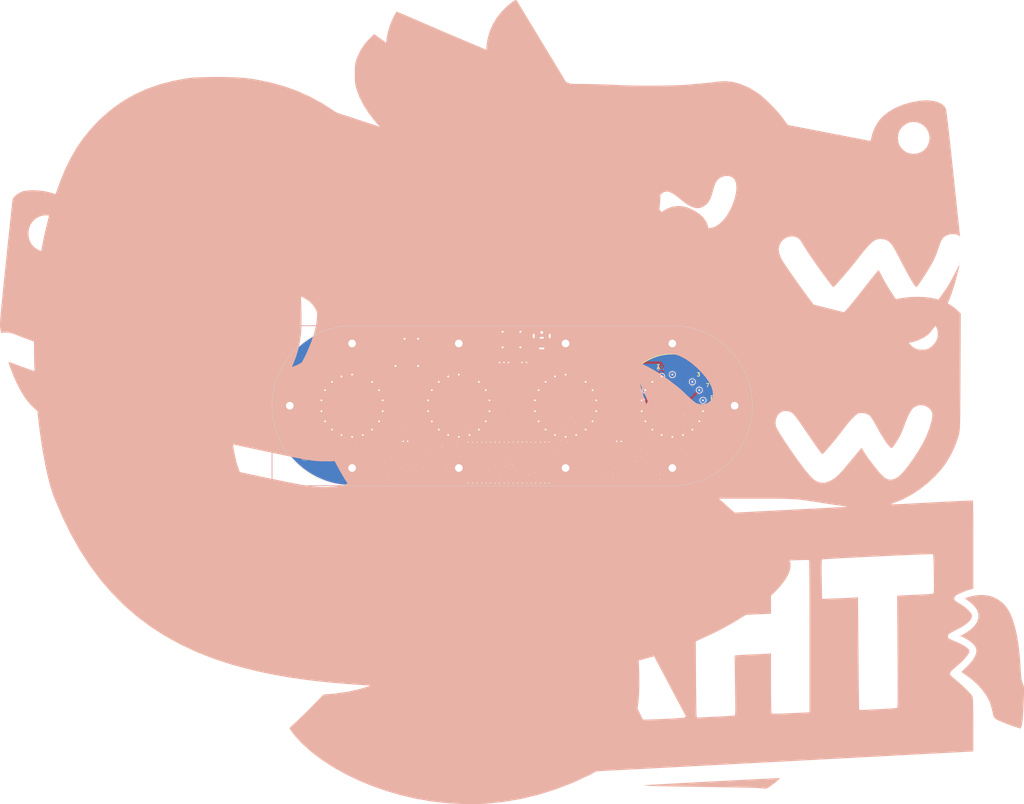
<source format=kicad_pcb>
(kicad_pcb (version 20241229) (generator "pcbnew") (generator_version "9.0")
  (layers (0 "F.Cu" signal) (2 "B.Cu" signal) (13 "F.Paste" user) (15 "B.Paste" user) (5 "F.SilkS" user "F.Silkscreen") (7 "B.SilkS" user "B.Silkscreen") (1 "F.Mask" user) (3 "B.Mask" user) (25 "Edge.Cuts" user))
  (net 0 "")
  (net 1 "Net-(NIX1-6)")
  (net 2 "Net-(NIX1-1)")
  (net 3 "Net-(NIX1-5)")
  (net 4 "Net-(NIX1-4)")
  (net 5 "Net-(NIX1-3)")
  (net 6 "Net-(NIX1-7)")
  (net 7 "Net-(NIX1-0)")
  (net 8 "Net-(NIX1-2)")
  (net 9 "Net-(NIX1-9)")
  (net 10 "Net-(NIX1-8)")
  (net 11 "Net-(U1-HV11)")
  (net 12 "Net-(U1-HV14)")
  (net 23 "Net-(NIX2-5)")
  (net 24 "Net-(NIX2-2)")
  (net 25 "Net-(NIX2-9)")
  (net 26 "Net-(NIX2-0)")
  (net 27 "Net-(NIX2-8)")
  (net 28 "Net-(NIX2-7)")
  (net 29 "Net-(NIX2-1)")
  (net 30 "Net-(NIX2-3)")
  (net 31 "Net-(NIX2-4)")
  (net 32 "Net-(NIX2-6)")
  (net 33 "Net-(NIX3-0)")
  (net 34 "Net-(NIX3-6)")
  (net 35 "Net-(NIX3-7)")
  (net 36 "Net-(NIX3-2)")
  (net 37 "Net-(NIX3-5)")
  (net 38 "Net-(NIX3-3)")
  (net 39 "Net-(NIX3-4)")
  (net 40 "Net-(NIX3-8)")
  (net 41 "Net-(NIX3-9)")
  (net 42 "Net-(NIX3-1)")
  (net 43 "Net-(NIX4-3)")
  (net 44 "Net-(NIX4-1)")
  (net 45 "Net-(NIX4-2)")
  (net 46 "Net-(NIX4-8)")
  (net 47 "Net-(NIX4-0)")
  (net 48 "Net-(NIX4-5)")
  (net 49 "Net-(NIX4-7)")
  (net 50 "Net-(NIX4-4)")
  (net 51 "Net-(NIX4-9)")
  (net 52 "Net-(NIX4-6)")
  (net 53 "Net-(U1-CLK)")
  (net 54 "Net-(U1-~{OE})")
  (net 55 "Net-(U1-STR)")
  (net 56 "Net-(U1-DATAOUT)")
  (net 64 "Net-(U2-HV11)")
  (net 69 "Net-(U2-HV14)")
  (net 70 "GND")
  (net 71 "+12V")
  (net 72 "Net-(NIX1-~{A})")
  (net 73 "Net-(NIX2-~{A})")
  (net 74 "Net-(NIX3-~{A})")
  (net 75 "Net-(NIX4-~{A})")
  (net 76 "+170V")
  (net 77 "Net-(U3-F)")
  (net 78 "Net-(U3-G)")
  (net 79 "Net-(U3-H)")
  (net 80 "Net-(U3-E)")
  (net 81 "+3.3V")
  (net 82 "Net-(U1-DIN)")
  (net 84 "EN")
  (net 85 "DIN")
  (net 86 "STR")
  (net 87 "CLK")
  (net 88 "Net-(U3-A)")
  (net 89 "Net-(U3-B)")
  (net 90 "Net-(U3-C)")
  (net 91 "Net-(U3-D)")
  (footprint "NixFootprints:NCH8200HV Through-Hole" (layer "F.Cu") (at 130 70 -90)
    (property "Reference" "NCH8200HV")
    (property "Value" "NCH8200HV Through-Hole" (hide yes))
  )
  (footprint "Resistor_SMD:R_1206_3216Metric" (layer "F.Cu") (at 131.4 115.0625 90)
    (property "Reference" "R6" (hide yes))
    (property "Value" "100K" (hide yes))
  )
  (footprint "MountingHole:MountingHole_4.3mm_M4" (layer "F.Cu") (at 160 65)
    (property "Reference" "REF**" (hide yes))
    (property "Value" "MountingHole_4.3mm_M4" (hide yes))
  )
  (footprint "Resistor_SMD:R_1206_3216Metric" (layer "F.Cu") (at 251.4 115.0625 90)
    (property "Reference" "R8" (hide yes))
    (property "Value" "100K" (hide yes))
  )
  (footprint "Resistor_SMD:R_1206_3216Metric" (layer "F.Cu") (at 128.6 115.0625 90)
    (property "Reference" "R5" (hide yes))
    (property "Value" "100K" (hide yes))
  )
  (footprint "MountingHole:MountingHole_4.3mm_M4" (layer "F.Cu") (at 100 65)
    (property "Reference" "REF**" (hide yes))
    (property "Value" "MountingHole_4.3mm_M4" (hide yes))
  )
  (footprint "MountingHole:MountingHole_4.3mm_M4" (layer "F.Cu") (at 315 100)
    (property "Reference" "REF**" (hide yes))
    (property "Value" "MountingHole_4.3mm_M4" (hide yes))
  )
  (footprint "MountingHole:MountingHole_4.3mm_M4" (layer "F.Cu") (at 160 135)
    (property "Reference" "REF**" (hide yes))
    (property "Value" "MountingHole_4.3mm_M4" (hide yes))
  )
  (footprint "MountingHole:MountingHole_4.3mm_M4" (layer "F.Cu") (at 65 100)
    (property "Reference" "REF**" (hide yes))
    (property "Value" "MountingHole_4.3mm_M4" (hide yes))
  )
  (footprint "Resistor_SMD:R_1206_3216Metric" (layer "F.Cu") (at 180.4 123.8 90)
    (property "Reference" "R15" (hide yes))
    (property "Value" "1K" (hide yes))
  )
  (footprint "NixFootprints:ZIN-70 Z5680M Pinout" (layer "F.Cu") (at 160 100)
    (property "Reference" "NIX2" (hide yes))
    (property "Value" "ZIN-70" (hide yes))
  )
  (footprint "NixFootprints:TS04-66-85-BK-100-SMT SPST Button" (layer "F.Cu") (at 306.6 126)
    (property "Reference" "Switch")
    (property "Value" "TS04-66-85-BK-100-SMT SPST Button" (hide yes))
  )
  (footprint "Resistor_SMD:R_1206_3216Metric" (layer "F.Cu") (at 188 123.8 90)
    (property "Reference" "R14" (hide yes))
    (property "Value" "1K" (hide yes))
  )
  (footprint "MountingHole:MountingHole_4.3mm_M4" (layer "F.Cu") (at 220 135)
    (property "Reference" "REF**" (hide yes))
    (property "Value" "MountingHole_4.3mm_M4" (hide yes))
  )
  (footprint "NixFootprints:DRM1-S" (layer "F.Cu") (at 190.45 75.7)
    (property "Reference" "REF**" (hide yes))
    (property "Value" "DRM1-S" (hide yes))
  )
  (footprint "MountingHole:MountingHole_4.3mm_M4" (layer "F.Cu") (at 220 65)
    (property "Reference" "REF**" (hide yes))
    (property "Value" "MountingHole_4.3mm_M4" (hide yes))
  )
  (footprint "NixFootprints:NE-2_5mm" (layer "F.Cu") (at 250 120)
    (property "Reference" "NE2")
    (property "Value" "NE-2" (hide yes))
  )
  (footprint "Resistor_SMD:R_1206_3216Metric" (layer "F.Cu") (at 194.6 130.2 180)
    (property "Reference" "R11" (hide yes))
    (property "Value" "1K" (hide yes))
  )
  (footprint "Resistor_SMD:R_1206_3216Metric" (layer "F.Cu") (at 183 123.8 90)
    (property "Reference" "R16" (hide yes))
    (property "Value" "1K" (hide yes))
  )
  (footprint "NixFootprints:ZIN-70 Z5680M Pinout" (layer "F.Cu") (at 220 100)
    (property "Reference" "NIX3" (hide yes))
    (property "Value" "ZIN-70" (hide yes))
  )
  (footprint "MountingHole:MountingHole_4.3mm_M4" (layer "F.Cu") (at 280 135)
    (property "Reference" "REF**" (hide yes))
    (property "Value" "MountingHole_4.3mm_M4" (hide yes))
  )
  (footprint "Resistor_SMD:R_1206_3216Metric" (layer "F.Cu") (at 185.4 123.8 90)
    (property "Reference" "R13" (hide yes))
    (property "Value" "1K" (hide yes))
  )
  (footprint "Resistor_SMD:R_1206_3216Metric" (layer "F.Cu") (at 194.6 135 180)
    (property "Reference" "R9" (hide yes))
    (property "Value" "1K" (hide yes))
  )
  (footprint "NixFootprints:ZIN-70 Z5680M Pinout" (layer "F.Cu") (at 280 100)
    (property "Reference" "NIX4" (hide yes))
    (property "Value" "ZIN-70" (hide yes))
  )
  (footprint "NixFootprints:DP62J12S202HQ DPDT Slide Switch" (layer "F.Cu") (at 189.6 62.8)
    (property "Reference" "Switch")
    (property "Value" "DP62J12S202HQ DPDT Slide Switch" (hide yes))
  )
  (footprint "NixFootprints:NE-2_5mm" (layer "F.Cu") (at 130 120)
    (property "Reference" "NE1")
    (property "Value" "NE-2" (hide yes))
  )
  (footprint "NixFootprints:TS04-66-85-BK-100-SMT SPST Button" (layer "F.Cu") (at 73.4 126)
    (property "Reference" "Switch")
    (property "Value" "TS04-66-85-BK-100-SMT SPST Button" (hide yes))
  )
  (footprint "Capacitor_SMD:C_1206_3216Metric" (layer "F.Cu") (at 249.2 133.8)
    (property "Reference" "C2")
    (property "Value" "100nF")
  )
  (footprint "Capacitor_SMD:C_1206_3216Metric" (layer "F.Cu") (at 129.2 133.8)
    (property "Reference" "C1")
    (property "Value" "100nF")
  )
  (footprint "MountingHole:MountingHole_4.3mm_M4" (layer "F.Cu") (at 100 135)
    (property "Reference" "REF**" (hide yes))
    (property "Value" "MountingHole_4.3mm_M4" (hide yes))
  )
  (footprint "Resistor_SMD:R_1206_3216Metric" (layer "F.Cu") (at 248.6 115.0625 90)
    (property "Reference" "R7" (hide yes))
    (property "Value" "100K" (hide yes))
  )
  (footprint "Resistor_SMD:R_1206_3216Metric" (layer "F.Cu") (at 145.2 133)
    (property "Reference" "R12" (hide yes))
    (property "Value" "1K" (hide yes))
  )
  (footprint "NixFootprints:ZIN-70 Z5680M Pinout" (layer "F.Cu") (at 100 100)
    (property "Reference" "NIX1" (hide yes))
    (property "Value" "ZIN-70" (hide yes))
  )
  (footprint "MountingHole:MountingHole_4.3mm_M4" (layer "F.Cu") (at 280 65)
    (property "Reference" "REF**" (hide yes))
    (property "Value" "MountingHole_4.3mm_M4" (hide yes))
  )
  (footprint "Connector_BarrelJack:BarrelJack_CUI_PJ-063AH_Horizontal" (layer "F.Cu") (at 206.6 67.8 180)
    (property "Reference" "PJ-063AH")
    (property "Value" "BarrelJack_CUI_PJ-063AH_Horizontal" (hide yes))
  )
  (footprint "Package_SO:TSSOP-16_4.4x5mm_P0.65mm" (layer "F.Cu") (at 184.175799 132.520292 180)
    (property "Reference" "U3")
    (property "Value" "CD40109BPW")
  )
  (footprint "Resistor_SMD:R_1206_3216Metric" (layer "F.Cu") (at 194.6 132.6 180)
    (property "Reference" "R10" (hide yes))
    (property "Value" "1K" (hide yes))
  )
  (footprint "NixMotes:nixside" (layer "B.Cu") (at 190 100 180)
    (property "Reference" "G***" (hide yes))
    (property "Value" "LOGO" (hide yes))
  )
  (footprint "Resistor_SMD:R_1206_3216Metric" (layer "B.Cu") (at 214 79.5 -90)
    (property "Reference" "R3")
    (property "Value" "R")
  )
  (footprint "NixFootprints:ESP32-WROOM-SlimMarkings" (layer "B.Cu") (at 188 132 -90)
    (property "Reference" "REF**" (hide yes))
    (property "Value" "ESP32")
  )
  (footprint "Package_QFP:PQFP-44_10x10mm_P0.8mm" (layer "B.Cu") (at 250 130 -90)
    (property "Reference" "U2")
    (property "Value" "HV5122")
  )
  (footprint "Package_QFP:PQFP-44_10x10mm_P0.8mm" (layer "B.Cu") (at 130 130 -90)
    (property "Reference" "U1")
    (property "Value" "HV5122")
  )
  (footprint "NixMotes:dragnthx" (layer "B.Cu") (at 293.24591 146.899214 180)
    (property "Reference" "G***" (hide yes))
    (property "Value" "LOGO" (hide yes))
  )
  (footprint "NixMotes:dragnloaf" (layer "B.Cu") (at 112.418401 64.981334 180)
    (property "Reference" "G***" (hide yes))
    (property "Value" "LOGO" (hide yes))
  )
  (footprint "NixMotes:dragnuwu" (layer "B.Cu") (at 250.85282 63.640868 180)
    (property "Reference" "G***" (hide yes))
    (property "Value" "LOGO" (hide yes))
  )
  (footprint "NixMotes:dragnthink" (layer "B.Cu") (at 87.112131 132.900934 180)
    (property "Reference" "G***" (hide yes))
    (property "Value" "LOGO" (hide yes))
  )
  (footprint "Resistor_SMD:R_1206_3216Metric" (layer "B.Cu") (at 274 79.5 -90)
    (property "Reference" "R4")
    (property "Value" "R")
  )
  (footprint "Resistor_SMD:R_1206_3216Metric" (layer "B.Cu") (at 154 79.5 -90)
    (property "Reference" "R2")
    (property "Value" "R")
  )
  (footprint "Resistor_SMD:R_1206_3216Metric" (layer "B.Cu") (at 94 79.5 -90)
    (property "Reference" "R1")
    (property "Value" "R")
  )
  (gr_rect (start 186.625799 129) (end 189.2 130.2) (stroke (width 0.2)) (fill yes) (layer "F.Cu") (net 70))
  (gr_rect (start 55 55) (end 325 145) (stroke (width 0.2)) (fill no) (layer "F.Cu") (net 70))
  (gr_rect (start 249.6 132.2) (end 251.8 135.2) (stroke (width 0.2)) (fill yes) (layer "F.Cu") (net 70))
  (gr_rect (start 248.2 134.2) (end 248.6 135.4) (stroke (width 0.2)) (fill yes) (layer "B.Cu") (net 70))
  (gr_rect (start 128.2 134.6) (end 128.6 135.4) (stroke (width 0.2)) (fill yes) (layer "B.Cu") (net 70))
  (gr_rect (start 128.2 134.4) (end 131.8 134.6) (stroke (width 0.2)) (fill yes) (layer "B.Cu") (net 70))
  (gr_arc (start 55 100) (mid 68.180195 68.180195) (end 100 55) (stroke (width 0.2)) (layer "Edge.Cuts"))
  (gr_line (start 280 145) (end 100 145) (stroke (width 0.2)) (layer "Edge.Cuts"))
  (gr_arc (start 325 100) (mid 311.819805 131.819805) (end 280 145) (stroke (width 0.2)) (layer "Edge.Cuts"))
  (gr_arc (start 280 55) (mid 311.819805 68.180195) (end 325 100) (stroke (width 0.2)) (layer "Edge.Cuts"))
  (gr_arc (start 100 145) (mid 68.180195 131.819805) (end 55 100) (stroke (width 0.2)) (layer "Edge.Cuts"))
  (gr_line (start 100 55) (end 280 55) (stroke (width 0.2)) (layer "Edge.Cuts"))
  (gr_text "Minute" (at 306.6 130.4 0) (layer "F.SilkS") (effects (font (size 1 1) (thickness 0.1))))
  (gr_text "12V Supply\n0.5A Min" (at 206.6 71 0) (layer "F.SilkS") (effects (font (size 1 1))))
  (gr_text "Powered by an ESP32,\nNCH8200HV, and\nHV5122s\n" (at 250 139.8 0) (layer "F.SilkS") (effects (font (size 2 2) (thickness 0.2))))
  (gr_text "ZIN-70 Nixie Clock\nBy Ferinix\n" (at 130 139.8 0) (layer "F.SilkS") (effects (font (size 2 2) (thickness 0.2))))
  (gr_text "Hour" (at 73.4 130.4 0) (layer "F.SilkS") (effects (font (size 1 1) (thickness 0.1))))
  (gr_text "UWU" (at 249.4 72.8 0) (layer "B.SilkS") (effects (font (size 4 4) (thickness 0.4)) (justify mirror)))
  (segment (start 185.499978 87.910808) (end 185.499978 82.287959) (width 0.2) (layer "F.Cu") (net 0))
  (segment (start 245.989949 141.8) (end 249.21005 141.8) (width 0.2) (layer "F.Cu") (net 0))
  (segment (start 252.589949 140.4) (end 282.746036 140.4) (width 0.2) (layer "F.Cu") (net 0))
  (segment (start 182.92 142.91) (end 182.92 143.5) (width 0.2) (layer "F.Cu") (net 0))
  (segment (start 185.46 142.92) (end 185.46 143.5) (width 0.2) (layer "F.Cu") (net 0))
  (segment (start 185.499978 87.910808) (end 185.499981 92.597095) (width 0.2) (layer "F.Cu") (net 0))
  (segment (start 286.593792 138.806207) (end 295.556207 129.843792) (width 0.2) (layer "F.Cu") (net 0))
  (segment (start 242.61005 140.4) (end 188.771787 140.4) (width 0.2) (layer "F.Cu") (net 0))
  (segment (start 97.053963 140.4) (end 179.642354 140.4) (width 0.2) (layer "F.Cu") (net 0))
  (segment (start 185.499981 92.597095) (end 185.5 105.246036) (width 0.2) (layer "F.Cu") (net 0))
  (segment (start 80.396036 128.25) (end 77.65 128.25) (width 0.2) (layer "F.Cu") (net 0))
  (segment (start 182.83 76.715011) (end 182.83 75.7) (width 0.2) (layer "F.Cu") (net 0))
  (segment (start 181.96 141.36) (end 182.502806 141.902806) (width 0.2) (layer "F.Cu") (net 0))
  (segment (start 299.403963 128.25) (end 302.35 128.25) (width 0.2) (layer "F.Cu") (net 0))
  (segment (start 184.164989 79.065011) (end 183.547721 78.447743) (width 0.2) (layer "F.Cu") (net 0))
  (segment (start 185.870121 141.929878) (end 186.43 141.37) (width 0.2) (layer "F.Cu") (net 0))
  (segment (start 93.206207 138.806207) (end 84.243792 129.843792) (width 0.2) (layer "F.Cu") (net 0))
  (via (at 185.5 105.246036) (size 0.6) (drill 0.3) (layers "F.Cu" "B.Cu") (net 0))
  (arc (start 244.3 141.1) (mid 243.524644 140.581924) (end 242.61005 140.4) (width 0.2) (layer "F.Cu") (net 0))
  (arc (start 93.206207 138.806207) (mid 94.971572 139.985786) (end 97.053963 140.4) (width 0.2) (layer "F.Cu") (net 0))
  (arc (start 182.502806 141.902806) (mid 182.811574 142.36491) (end 182.92 142.91) (width 0.2) (layer "F.Cu") (net 0))
  (arc (start 188.771787 140.4) (mid 187.504421 140.652094) (end 186.43 141.37) (width 0.2) (layer "F.Cu") (net 0))
  (arc (start 182.83 76.715011) (mid 183.016529 77.652758) (end 183.547721 78.447743) (width 0.2) (layer "F.Cu") (net 0))
  (arc (start 252.589949 140.4) (mid 251.675355 140.581924) (end 250.9 141.1) (width 0.2) (layer "F.Cu") (net 0))
  (arc (start 181.96 141.36) (mid 180.896655 140.649495) (end 179.642354 140.4) (width 0.2) (layer "F.Cu") (net 0))
  (arc (start 184.164989 79.065011) (mid 185.153025 80.543712) (end 185.499978 82.287959) (width 0.2) (layer "F.Cu") (net 0))
  (arc (start 84.243792 129.843792) (mid 82.478426 128.664213) (end 80.396036 128.25) (width 0.2) (layer "F.Cu") (net 0))
  (arc (start 185.870121 141.929878) (mid 185.566586 142.384149) (end 185.46 142.92) (width 0.2) (layer "F.Cu") (net 0))
  (arc (start 244.3 141.1) (mid 245.075355 141.618075) (end 245.989949 141.8) (width 0.2) (layer "F.Cu") (net 0))
  (arc (start 250.9 141.1) (mid 250.124644 141.618075) (end 249.21005 141.8) (width 0.2) (layer "F.Cu") (net 0))
  (arc (start 299.403963 128.25) (mid 297.321572 128.664213) (end 295.556207 129.843792) (width 0.2) (layer "F.Cu") (net 0))
  (arc (start 286.593792 138.806207) (mid 284.828426 139.985786) (end 282.746036 140.4) (width 0.2) (layer "F.Cu") (net 0))
  (segment (start 191.75 117.864443) (end 191.75 117.865408) (width 0.2) (layer "B.Cu") (net 0))
  (segment (start 191.75 116.461721) (end 191.75 116.465557) (width 0.2) (layer "B.Cu") (net 0))
  (segment (start 191.75 120.346867) (end 191.75 120.348389) (width 0.2) (layer "B.Cu") (net 0))
  (segment (start 191.75 120.096846) (end 191.75 120.098369) (width 0.2) (layer "B.Cu") (net 0))
  (segment (start 191.75 120.457607) (end 191.75 120.45913) (width 0.2) (layer "B.Cu") (net 0))
  (segment (start 191.75 120.266951) (end 191.75 120.267712) (width 0.2) (layer "B.Cu") (net 0))
  (segment (start 191.75 118.640736) (end 191.75 118.642438) (width 0.2) (layer "B.Cu") (net 0))
  (segment (start 191.75 120.459654) (end 191.75 120.45913) (width 0.2) (layer "B.Cu") (net 0))
  (segment (start 191.75 119.455737) (end 191.75 119.449546) (width 0.2) (layer "B.Cu") (net 0))
  (segment (start 191.75 119.179026) (end 191.75 119.177824) (width 0.2) (layer "B.Cu") (net 0))
  (segment (start 191.749999 116.008623) (end 191.75 116.010017) (width 0.2) (layer "B.Cu") (net 0))
  (segment (start 191.75 118.711851) (end 191.75 118.712333) (width 0.2) (layer "B.Cu") (net 0))
  (segment (start 191.75 117.436097) (end 191.75 117.457392) (width 0.2) (layer "B.Cu") (net 0))
  (segment (start 191.75 116.532328) (end 191.75 116.554642) (width 0.2) (layer "B.Cu") (net 0))
  (segment (start 191.75 119.208258) (end 191.75 119.223291) (width 0.2) (layer "B.Cu") (net 0))
  (segment (start 191.75 117.346837) (end 191.75 117.350264) (width 0.2) (layer "B.Cu") (net 0))
  (segment (start 191.75 120.161968) (end 191.75 120.161302) (width 0.2) (layer "B.Cu") (net 0))
  (segment (start 191.75 116.035119) (end 191.75 116.036514) (width 0.2) (layer "B.Cu") (net 0))
  (segment (start 191.75 116.261758) (end 191.75 116.252518) (width 0.2) (layer "B.Cu") (net 0))
  (segment (start 191.75 120.429826) (end 191.75 120.42036) (width 0.2) (layer "B.Cu") (net 0))
  (segment (start 191.75 120.14175) (end 191.75 120.142511) (width 0.2) (layer "B.Cu") (net 0))
  (segment (start 191.75 117.693458) (end 191.75 117.693402) (width 0.2) (layer "B.Cu") (net 0))
  (segment (start 191.75 117.624316) (end 191.75 117.626496) (width 0.2) (layer "B.Cu") (net 0))
  (segment (start 191.75 120.664819) (end 191.75 120.666912) (width 0.2) (layer "B.Cu") (net 0))
  (segment (start 191.75 118.639034) (end 191.75 118.640736) (width 0.2) (layer "B.Cu") (net 0))
  (segment (start 191.75 120.11892) (end 191.75 120.121394) (width 0.2) (layer "B.Cu") (net 0))
  (segment (start 191.75 120.105978) (end 191.75 120.1075) (width 0.2) (layer "B.Cu") (net 0))
  (segment (start 191.75 118.792948) (end 191.75 118.815885) (width 0.2) (layer "B.Cu") (net 0))
  (segment (start 191.75 116.431038) (end 191.75 116.432782) (width 0.2) (layer "B.Cu") (net 0))
  (segment (start 191.75 116.216431) (end 191.75 116.217825) (width 0.2) (layer "B.Cu") (net 0))
  (segment (start 191.75 117.550822) (end 191.75 117.552013) (width 0.2) (layer "B.Cu") (net 0))
  (segment (start 191.75 118.350461) (end 191.75 118.355046) (width 0.2) (layer "B.Cu") (net 0))
  (segment (start 191.75 120.045647) (end 191.75 120.049104) (width 0.2) (layer "B.Cu") (net 0))
  (segment (start 191.75 120.263527) (end 191.75 120.265049) (width 0.2) (layer "B.Cu") (net 0))
  (segment (start 191.75 120.218429) (end 191.75 120.217668) (width 0.2) (layer "B.Cu") (net 0))
  (segment (start 191.75 120.138706) (end 191.75 120.134711) (width 0.2) (layer "B.Cu") (net 0))
  (segment (start 191.75 116.385885) (end 191.75 116.388674) (width 0.2) (layer "B.Cu") (net 0))
  (segment (start 191.75 120.605262) (end 191.75 120.612871) (width 0.2) (layer "B.Cu") (net 0))
  (segment (start 191.75 116.122287) (end 191.75 116.120369) (width 0.2) (layer "B.Cu") (net 0))
  (segment (start 191.75 120.634184) (end 191.75 120.633233) (width 0.2) (layer "B.Cu") (net 0))
  (segment (start 191.75 120.674858) (end 191.75 120.674953) (width 0.2) (layer "B.Cu") (net 0))
  (segment (start 191.75 119.719776) (end 191.75 119.721652) (width 0.2) (layer "B.Cu") (net 0))
  (segment (start 191.75 119.943189) (end 191.75 119.947333) (width 0.2) (layer "B.Cu") (net 0))
  (segment (start 191.75 118.312638) (end 191.75 118.320088) (width 0.2) (layer "B.Cu") (net 0))
  (segment (start 191.75 119.816625) (end 191.75 119.818627) (width 0.2) (layer "B.Cu") (net 0))
  (segment (start 191.75 117.82193) (end 191.75 117.822524) (width 0.2) (layer "B.Cu") (net 0))
  (segment (start 191.75 116.763157) (end 191.75 116.738749) (width 0.2) (layer "B.Cu") (net 0))
  (segment (start 191.75 119.174643) (end 191.75 119.177824) (width 0.2) (layer "B.Cu") (net 0))
  (segment (start 191.75 116.056039) (end 191.75 116.059351) (width 0.2) (layer "B.Cu") (net 0))
  (segment (start 191.75 118.509247) (end 191.75 118.502492) (width 0.2) (layer "B.Cu") (net 0))
  (segment (start 191.75 117.900244) (end 191.75 117.902396) (width 0.2) (layer "B.Cu") (net 0))
  (segment (start 191.75 119.642801) (end 191.75 119.645999) (width 0.2) (layer "B.Cu") (net 0))
  (segment (start 191.75 116.10346) (end 191.75 116.104855) (width 0.2) (layer "B.Cu") (net 0))
  (segment (start 191.75 118.12667) (end 191.75 118.126909) (width 0.2) (layer "B.Cu") (net 0))
  (segment (start 191.75 116.807088) (end 191.75 116.805694) (width 0.2) (layer "B.Cu") (net 0))
  (segment (start 191.75 120.680803) (end 191.75 120.681184) (width 0.2) (layer "B.Cu") (net 0))
  (segment (start 191.75 116.821561) (end 191.75 116.823306) (width 0.2) (layer "B.Cu") (net 0))
  (segment (start 191.75 120.213056) (end 191.75 120.212533) (width 0.2) (layer "B.Cu") (net 0))
  (segment (start 191.75 117.565628) (end 191.75 117.563108) (width 0.2) (layer "B.Cu") (net 0))
  (segment (start 191.75 119.629324) (end 191.75 119.633887) (width 0.2) (layer "B.Cu") (net 0))
  (segment (start 191.75 116.666221) (end 191.75 116.682958) (width 0.2) (layer "B.Cu") (net 0))
  (segment (start 191.75 116.021871) (end 191.75 116.027449) (width 0.2) (layer "B.Cu") (net 0))
  (segment (start 191.75 116.165525) (end 191.75 116.168315) (width 0.2) (layer "B.Cu") (net 0))
  (segment (start 191.75 119.548718) (end 191.75 119.553355) (width 0.2) (layer "B.Cu") (net 0))
  (segment (start 191.75 120.190459) (end 191.75 120.19122) (width 0.2) (layer "B.Cu") (net 0))
  (segment (start 191.75 118.474106) (end 191.75 118.502492) (width 0.2) (layer "B.Cu") (net 0))
  (segment (start 191.75 120.593989) (end 191.75 120.593275) (width 0.2) (layer "B.Cu") (net 0))
  (segment (start 191.75 120.325177) (end 191.75 120.326699) (width 0.2) (layer "B.Cu") (net 0))
  (segment (start 191.75 120.164963) (end 191.75 120.166104) (width 0.2) (layer "B.Cu") (net 0))
  (segment (start 191.75 116.859214) (end 191.75 116.867233) (width 0.2) (layer "B.Cu") (net 0))
  (segment (start 191.75 117.676794) (end 191.75 117.679994) (width 0.2) (layer "B.Cu") (net 0))
  (segment (start 191.75 120.589516) (end 191.75 120.591133) (width 0.2) (layer "B.Cu") (net 0))
  (segment (start 191.75 120.420264) (end 191.75 120.42036) (width 0.2) (layer "B.Cu") (net 0))
  (segment (start 191.75 120.260862) (end 191.75 120.258959) (width 0.2) (layer "B.Cu") (net 0))
  (segment (start 191.75 119.926349) (end 191.75 119.927384) (width 0.2) (layer "B.Cu") (net 0))
  (segment (start 191.75 117.081076) (end 191.75 117.088188) (width 0.2) (layer "B.Cu") (net 0))
  (segment (start 191.75 117.885404) (end 191.75 117.898092) (width 0.2) (layer "B.Cu") (net 0))
  (segment (start 191.75 119.906208) (end 191.75 119.914886) (width 0.2) (layer "B.Cu") (net 0))
  (segment (start 191.75 118.355046) (end 191.75 118.367652) (width 0.2) (layer "B.Cu") (net 0))
  (segment (start 191.75 116.059351) (end 191.75 116.0597) (width 0.2) (layer "B.Cu") (net 0))
  (segment (start 191.75 120.319136) (end 191.75 120.318137) (width 0.2) (layer "B.Cu") (net 0))
  (segment (start 191.75 120.11302) (end 191.75 120.113971) (width 0.2) (layer "B.Cu") (net 0))
  (segment (start 191.75 120.460129) (end 191.75 120.460604) (width 0.2) (layer "B.Cu") (net 0))
  (segment (start 191.75 116.819816) (end 191.75 116.821561) (width 0.2) (layer "B.Cu") (net 0))
  (segment (start 191.75 117.869249) (end 191.75 117.874035) (width 0.2) (layer "B.Cu") (net 0))
  (segment (start 191.75 120.216146) (end 191.75 120.216906) (width 0.2) (layer "B.Cu") (net 0))
  (segment (start 191.75 117.073964) (end 191.75 117.010013) (width 0.2) (layer "B.Cu") (net 0))
  (segment (start 191.75 120.62486) (end 191.75 120.625241) (width 0.2) (layer "B.Cu") (net 0))
  (segment (start 191.75 120.285602) (end 191.75 120.289406) (width 0.2) (layer "B.Cu") (net 0))
  (segment (start 191.75 119.566949) (end 191.75 119.577619) (width 0.2) (layer "B.Cu") (net 0))
  (segment (start 191.75 119.280925) (end 191.75 119.260085) (width 0.2) (layer "B.Cu") (net 0))
  (segment (start 191.75 116.06371) (end 191.75 116.071381) (width 0.2) (layer "B.Cu") (net 0))
  (segment (start 191.75 119.292262) (end 191.75 119.303599) (width 0.2) (layer "B.Cu") (net 0))
  (segment (start 191.75 120.673193) (end 191.75 120.673573) (width 0.2) (layer "B.Cu") (net 0))
  (segment (start 191.75 117.775202) (end 191.75 117.781631) (width 0.2) (layer "B.Cu") (net 0))
  (segment (start 191.75 116.012805) (end 191.75 116.0142) (width 0.2) (layer "B.Cu") (net 0))
  (segment (start 191.75 119.689815) (end 191.75 119.686672) (width 0.2) (layer "B.Cu") (net 0))
  (segment (start 191.75 119.61653) (end 191.75 119.622927) (width 0.2) (layer "B.Cu") (net 0))
  (segment (start 191.75 117.721488) (end 191.75 117.725511) (width 0.2) (layer "B.Cu") (net 0))
  (segment (start 191.75 118.210205) (end 191.75 118.217944) (width 0.2) (layer "B.Cu") (net 0))
  (segment (start 191.75 116.122287) (end 191.75 116.127866) (width 0.2) (layer "B.Cu") (net 0))
  (segment (start 191.75 119.303599) (end 191.75 119.306561) (width 0.2) (layer "B.Cu") (net 0))
  (segment (start 191.75 119.577619) (end 191.75 119.581902) (width 0.2) (layer "B.Cu") (net 0))
  (segment (start 191.75 118.990289) (end 191.75 119.011646) (width 0.2) (layer "B.Cu") (net 0))
  (segment (start 191.75 120.558408) (end 191.75 120.558503) (width 0.2) (layer "B.Cu") (net 0))
  (segment (start 191.75 117.476791) (end 191.75 117.481605) (width 0.2) (layer "B.Cu") (net 0))
  (segment (start 191.75 120.429826) (end 191.75 120.431349) (width 0.2) (layer "B.Cu") (net 0))
  (segment (start 191.75 119.638451) (end 191.75 119.638216) (width 0.2) (layer "B.Cu") (net 0))
  (segment (start 191.75 116.113223) (end 191.75 116.114617) (width 0.2) (layer "B.Cu") (net 0))
  (segment (start 191.75 116.227065) (end 191.75 116.23369) (width 0.2) (layer "B.Cu") (net 0))
  (segment (start 191.75 119.85453) (end 191.75 119.850191) (width 0.2) (layer "B.Cu") (net 0))
  (segment (start 191.75 118.756048) (end 191.75 118.744097) (width 0.2) (layer "B.Cu") (net 0))
  (segment (start 191.75 118.424824) (end 191.75 118.435272) (width 0.2) (layer "B.Cu") (net 0))
  (segment (start 191.75 118.919899) (end 191.75 118.921491) (width 0.2) (layer "B.Cu") (net 0))
  (segment (start 191.75 119.898026) (end 191.75 119.900588) (width 0.2) (layer "B.Cu") (net 0))
  (segment (start 191.75 120.164202) (end 191.75 120.164963) (width 0.2) (layer "B.Cu") (net 0))
  (segment (start 191.75 120.660823) (end 191.75 120.662916) (width 0.2) (layer "B.Cu") (net 0))
  (segment (start 191.75 120.144033) (end 191.75 120.146317) (width 0.2) (layer "B.Cu") (net 0))
  (segment (start 191.75 119.396289) (end 191.75 119.416105) (width 0.2) (layer "B.Cu") (net 0))
  (segment (start 191.75 119.011646) (end 191.75 119.033003) (width 0.2) (layer "B.Cu") (net 0))
  (segment (start 191.75 118.872631) (end 191.75 118.850888) (width 0.2) (layer "B.Cu") (net 0))
  (segment (start 191.75 118.133569) (end 191.75 118.135789) (width 0.2) (layer "B.Cu") (net 0))
  (segment (start 191.75 120.263146) (end 191.75 120.263527) (width 0.2) (layer "B.Cu") (net 0))
  (segment (start 191.75 119.856882) (end 191.75 119.860045) (width 0.2) (layer "B.Cu") (net 0))
  (segment (start 191.75 116.977936) (end 191.75 117.010013) (width 0.2) (layer "B.Cu") (net 0))
  (segment (start 191.75 119.581902) (end 191.75 119.586185) (width 0.2) (layer "B.Cu") (net 0))
  (segment (start 191.75 120.206442) (end 191.75 120.207965) (width 0.2) (layer "B.Cu") (net 0))
  (segment (start 191.75 119.033003) (end 191.75 119.042494) (width 0.2) (layer "B.Cu") (net 0))
  (segment (start 191.75 120.1075) (end 191.75 120.109023) (width 0.2) (layer "B.Cu") (net 0))
  (segment (start 191.75 117.0953) (end 191.75 117.102412) (width 0.2) (layer "B.Cu") (net 0))
  (segment (start 191.75 117.874035) (end 191.75 117.881102) (width 0.2) (layer "B.Cu") (net 0))
  (segment (start 191.75 120.334262) (end 191.75 120.336783) (width 0.2) (layer "B.Cu") (net 0))
  (segment (start 191.75 120.15412) (end 191.75 120.1545) (width 0.2) (layer "B.Cu") (net 0))
  (segment (start 191.75 118.343587) (end 191.75 118.34244) (width 0.2) (layer "B.Cu") (net 0))
  (segment (start 191.75 119.152453) (end 191.75 119.163548) (width 0.2) (layer "B.Cu") (net 0))
  (segment (start 191.75 119.485457) (end 191.75 119.504341) (width 0.2) (layer "B.Cu") (net 0))
  (segment (start 191.75 116.576956) (end 191.75 116.599271) (width 0.2) (layer "B.Cu") (net 0))
  (segment (start 191.75 118.913531) (end 191.75 118.912255) (width 0.2) (layer "B.Cu") (net 0))
  (segment (start 191.75 119.605571) (end 191.75 119.614137) (width 0.2) (layer "B.Cu") (net 0))
  (segment (start 191.75 117.490356) (end 191.75 117.492396) (width 0.2) (layer "B.Cu") (net 0))
  (segment (start 191.75 119.538923) (end 191.75 119.535925) (width 0.2) (layer "B.Cu") (net 0))
  (segment (start 191.75 118.190622) (end 191.75 118.19518) (width 0.2) (layer "B.Cu") (net 0))
  (segment (start 191.75 116.461023) (end 191.75 116.457711) (width 0.2) (layer "B.Cu") (net 0))
  (segment (start 191.75 117.961744) (end 191.75 117.949177) (width 0.2) (layer "B.Cu") (net 0))
  (segment (start 191.75 120.195786) (end 191.75 120.198831) (width 0.2) (layer "B.Cu") (net 0))
  (segment (start 191.75 118.126909) (end 191.75 118.127148) (width 0.2) (layer "B.Cu") (net 0))
  (segment (start 191.75 119.470597) (end 191.75 119.485457) (width 0.2) (layer "B.Cu") (net 0))
  (segment (start 191.75 116.23369) (end 191.75 116.243104) (width 0.2) (layer "B.Cu") (net 0))
  (segment (start 191.75 120.518873) (end 191.75 120.520775) (width 0.2) (layer "B.Cu") (net 0))
  (segment (start 191.75 117.839587) (end 191.75 117.840774) (width 0.2) (layer "B.Cu") (net 0))
  (segment (start 191.75 120.578243) (end 191.75 120.579004) (width 0.2) (layer "B.Cu") (net 0))
  (segment (start 191.75 116.435572) (end 191.75 116.43592) (width 0.2) (layer "B.Cu") (net 0))
  (segment (start 191.75 116.324345) (end 191.75 116.330969) (width 0.2) (layer "B.Cu") (net 0))
  (segment (start 191.75 118.692119) (end 191.75 118.699017) (width 0.2) (layer "B.Cu") (net 0))
  (segment (start 191.75 120.453038) (end 191.75 120.454561) (width 0.2) (layer "B.Cu") (net 0))
  (segment (start 191.75 120.513167) (end 191.75 120.512788) (width 0.2) (layer "B.Cu") (net 0))
  (segment (start 191.75 118.336708) (end 191.75 118.34244) (width 0.2) (layer "B.Cu") (net 0))
  (segment (start 191.75 116.945859) (end 191.75 116.977936) (width 0.2) (layer "B.Cu") (net 0))
  (segment (start 191.75 120.564736) (end 191.75 120.565117) (width 0.2) (layer "B.Cu") (net 0))
  (segment (start 191.75 117.848194) (end 191.75 117.856801) (width 0.2) (layer "B.Cu") (net 0))
  (segment (start 191.75 117.559596) (end 191.75 117.559342) (width 0.2) (layer "B.Cu") (net 0))
  (segment (start 191.75 120.215766) (end 191.75 120.216146) (width 0.2) (layer "B.Cu") (net 0))
  (segment (start 191.75 119.988575) (end 191.75 120.003253) (width 0.2) (layer "B.Cu") (net 0))
  (segment (start 191.75 120.464457) (end 191.75 120.464076) (width 0.2) (layer "B.Cu") (net 0))
  (segment (start 191.75 119.455737) (end 191.75 119.470597) (width 0.2) (layer "B.Cu") (net 0))
  (segment (start 191.75 118.712333) (end 191.75 118.719713) (width 0.2) (layer "B.Cu") (net 0))
  (segment (start 191.75 116.930518) (end 191.75 116.945859) (width 0.2) (layer "B.Cu") (net 0))
  (segment (start 191.75 120.146317) (end 191.75 120.147078) (width 0.2) (layer "B.Cu") (net 0))
  (segment (start 191.75 120.315282) (end 191.75 120.315663) (width 0.2) (layer "B.Cu") (net 0))
  (segment (start 191.75 120.153027) (end 191.75 120.153313) (width 0.2) (layer "B.Cu") (net 0))
  (segment (start 191.75 117.561352) (end 191.75 117.563108) (width 0.2) (layer "B.Cu") (net 0))
  (segment (start 191.75 120.049104) (end 191.75 120.049655) (width 0.2) (layer "B.Cu") (net 0))
  (segment (start 191.75 116.34143) (end 191.75 116.339163) (width 0.2) (layer "B.Cu") (net 0))
  (segment (start 191.75 119.651658) (end 191.75 119.645999) (width 0.2) (layer "B.Cu") (net 0))
  (segment (start 191.75 120.456084) (end 191.75 120.457607) (width 0.2) (layer "B.Cu") (net 0))
  (segment (start 191.75 116.209982) (end 191.75 116.212249) (width 0.2) (layer "B.Cu") (net 0))
  (segment (start 191.75 120.14175) (end 191.75 120.140989) (width 0.2) (layer "B.Cu") (net 0))
  (segment (start 191.75 119.047246) (end 191.75 119.066333) (width 0.2) (layer "B.Cu") (net 0))
  (segment (start 191.75 119.689815) (end 191.75 119.700439) (width 0.2) (layer "B.Cu") (net 0))
  (segment (start 191.75 120.452609) (end 191.75 120.453038) (width 0.2) (layer "B.Cu") (net 0))
  (segment (start 191.75 119.635486) (end 191.75 119.636851) (width 0.2) (layer "B.Cu") (net 0))
  (segment (start 191.75 117.515729) (end 191.75 117.522528) (width 0.2) (layer "B.Cu") (net 0))
  (segment (start 191.75 119.396289) (end 191.75 119.370092) (width 0.2) (layer "B.Cu") (net 0))
  (segment (start 191.75 116.628567) (end 191.75 116.631355) (width 0.2) (layer "B.Cu") (net 0))
  (segment (start 191.75 116.417964) (end 191.75 116.423542) (width 0.2) (layer "B.Cu") (net 0))
  (segment (start 191.75 119.280925) (end 191.75 119.292262) (width 0.2) (layer "B.Cu") (net 0))
  (segment (start 191.75 118.120131) (end 191.75 118.12457) (width 0.2) (layer "B.Cu") (net 0))
  (segment (start 191.75 120.080102) (end 191.75 120.081625) (width 0.2) (layer "B.Cu") (net 0))
  (segment (start 191.75 120.62234) (end 191.75 120.620534) (width 0.2) (layer "B.Cu") (net 0))
  (segment (start 191.75 117.70732) (end 191.75 117.702066) (width 0.2) (layer "B.Cu") (net 0))
  (segment (start 191.75 120.315663) (end 191.75 120.318137) (width 0.2) (layer "B.Cu") (net 0))
  (segment (start 191.75 120.449853) (end 191.75 120.451279) (width 0.2) (layer "B.Cu") (net 0))
  (segment (start 191.75 116.631355) (end 191.75 116.634143) (width 0.2) (layer "B.Cu") (net 0))
  (segment (start 191.75 120.27266) (end 191.75 120.273802) (width 0.2) (layer "B.Cu") (net 0))
  (segment (start 191.75 120.163632) (end 191.75 120.164012) (width 0.2) (layer "B.Cu") (net 0))
  (segment (start 191.75 120.303675) (end 191.75 120.297014) (width 0.2) (layer "B.Cu") (net 0))
  (segment (start 191.75 119.317389) (end 191.75 119.325764) (width 0.2) (layer "B.Cu") (net 0))
  (segment (start 191.75 120.265049) (end 191.75 120.266571) (width 0.2) (layer "B.Cu") (net 0))
  (segment (start 191.75 120.625241) (end 191.75 120.625622) (width 0.2) (layer "B.Cu") (net 0))
  (segment (start 191.75 120.005155) (end 191.75 120.006106) (width 0.2) (layer "B.Cu") (net 0))
  (segment (start 191.75 118.372522) (end 191.75 118.375388) (width 0.2) (layer "B.Cu") (net 0))
  (segment (start 191.75 118.924457) (end 191.75 118.928798) (width 0.2) (layer "B.Cu") (net 0))
  (segment (start 191.75 120.215006) (end 191.75 120.215386) (width 0.2) (layer "B.Cu") (net 0))
  (segment (start 191.75 117.257577) (end 191.75 117.29054) (width 0.2) (layer "B.Cu") (net 0))
  (segment (start 191.75 117.809298) (end 191.75 117.811097) (width 0.2) (layer "B.Cu") (net 0))
  (segment (start 191.75 116.0339) (end 191.75 116.034248) (width 0.2) (layer "B.Cu") (net 0))
  (segment (start 191.75 119.148537) (end 191.75 119.152453) (width 0.2) (layer "B.Cu") (net 0))
  (segment (start 191.75 120.101413) (end 191.75 120.102935) (width 0.2) (layer "B.Cu") (net 0))
  (segment (start 191.75 120.234603) (end 191.75 120.240692) (width 0.2) (layer "B.Cu") (net 0))
  (segment (start 191.75 117.761466) (end 191.75 117.76563) (width 0.2) (layer "B.Cu") (net 0))
  (segment (start 191.75 116.261758) (end 191.75 116.289652) (width 0.2) (layer "B.Cu") (net 0))
  (segment (start 191.75 120.147839) (end 191.75 120.1486) (width 0.2) (layer "B.Cu") (net 0))
  (segment (start 191.75 117.55255) (end 191.75 117.554814) (width 0.2) (layer "B.Cu") (net 0))
  (segment (start 191.75 117.842036) (end 191.75 117.845746) (width 0.2) (layer "B.Cu") (net 0))
  (segment (start 191.75 120.162872) (end 191.75 120.163252) (width 0.2) (layer "B.Cu") (net 0))
  (segment (start 191.75 119.968802) (end 191.75 119.969838) (width 0.2) (layer "B.Cu") (net 0))
  (segment (start 191.75 119.939045) (end 191.75 119.943189) (width 0.2) (layer "B.Cu") (net 0))
  (segment (start 191.75 120.597604) (end 191.75 120.600173) (width 0.2) (layer "B.Cu") (net 0))
  (segment (start 191.75 119.066333) (end 191.75 119.078001) (width 0.2) (layer "B.Cu") (net 0))
  (segment (start 191.75 116.450738) (end 191.75 116.447949) (width 0.2) (layer "B.Cu") (net 0))
  (segment (start 191.75 117.693458) (end 191.75 117.697762) (width 0.2) (layer "B.Cu") (net 0))
  (segment (start 191.75 120.221331) (end 191.75 120.221426) (width 0.2) (layer "B.Cu") (net 0))
  (segment (start 191.75 120.680185) (end 191.75 120.680279) (width 0.2) (layer "B.Cu") (net 0))
  (segment (start 191.75 116.792445) (end 191.75 116.793839) (width 0.2) (layer "B.Cu") (net 0))
  (segment (start 191.75 116.367755) (end 191.75 116.378912) (width 0.2) (layer "B.Cu") (net 0))
  (segment (start 191.75 117.881102) (end 191.75 117.883253) (width 0.2) (layer "B.Cu") (net 0))
  (segment (start 191.75 116.010017) (end 191.75 116.011411) (width 0.2) (layer "B.Cu") (net 0))
  (segment (start 191.75 120.624147) (end 191.75 120.62486) (width 0.2) (layer "B.Cu") (net 0))
  (segment (start 191.75 120.600173) (end 191.75 120.602742) (width 0.2) (layer "B.Cu") (net 0))
  (segment (start 191.75 120.629618) (end 191.75 120.633233) (width 0.2) (layer "B.Cu") (net 0))
  (segment (start 191.75 118.921491) (end 191.75 118.923083) (width 0.2) (layer "B.Cu") (net 0))
  (segment (start 191.75 120.568729) (end 191.75 120.570251) (width 0.2) (layer "B.Cu") (net 0))
  (segment (start 191.75 118.015114) (end 191.75 118.009496) (width 0.2) (layer "B.Cu") (net 0))
  (segment (start 191.75 120.553271) (end 191.75 120.551225) (width 0.2) (layer "B.Cu") (net 0))
  (segment (start 191.75 120.656827) (end 191.75 120.65873) (width 0.2) (layer "B.Cu") (net 0))
  (segment (start 191.75 119.934705) (end 191.75 119.934901) (width 0.2) (layer "B.Cu") (net 0))
  (segment (start 191.75 118.85049) (end 191.75 118.850888) (width 0.2) (layer "B.Cu") (net 0))
  (segment (start 191.75 119.651658) (end 191.75 119.653604) (width 0.2) (layer "B.Cu") (net 0))
  (segment (start 191.75 118.005126) (end 191.75 118.007311) (width 0.2) (layer "B.Cu") (net 0))
  (segment (start 191.75 116.308306) (end 191.75 116.31772) (width 0.2) (layer "B.Cu") (net 0))
  (segment (start 191.75 120.514688) (end 191.75 120.516209) (width 0.2) (layer "B.Cu") (net 0))
  (segment (start 191.75 117.492396) (end 191.75 117.494436) (width 0.2) (layer "B.Cu") (net 0))
  (segment (start 191.75 116.217825) (end 191.75 116.22044) (width 0.2) (layer "B.Cu") (net 0))
  (segment (start 191.75 116.825222) (end 191.75 116.823306) (width 0.2) (layer "B.Cu") (net 0))
  (segment (start 191.75 120.592894) (end 191.75 120.593275) (width 0.2) (layer "B.Cu") (net 0))
  (segment (start 191.75 120.08467) (end 191.75 120.083148) (width 0.2) (layer "B.Cu") (net 0))
  (segment (start 191.75 119.306561) (end 191.75 119.311975) (width 0.2) (layer "B.Cu") (net 0))
  (segment (start 191.75 118.112034) (end 191.75 118.114433) (width 0.2) (layer "B.Cu") (net 0))
  (segment (start 191.75 120.62234) (end 191.75 120.624147) (width 0.2) (layer "B.Cu") (net 0))
  (segment (start 191.75 119.085222) (end 191.75 119.087996) (width 0.2) (layer "B.Cu") (net 0))
  (segment (start 191.75 120.160446) (end 191.75 120.161302) (width 0.2) (layer "B.Cu") (net 0))
  (segment (start 191.75 118.100037) (end 191.75 118.104356) (width 0.2) (layer "B.Cu") (net 0))
  (segment (start 191.75 120.163252) (end 191.75 120.163632) (width 0.2) (layer "B.Cu") (net 0))
  (segment (start 191.75 116.093697) (end 191.75 116.100671) (width 0.2) (layer "B.Cu") (net 0))
  (segment (start 191.75 117.910891) (end 191.75 117.902396) (width 0.2) (layer "B.Cu") (net 0))
  (segment (start 191.75 118.44572) (end 191.75 118.446459) (width 0.2) (layer "B.Cu") (net 0))
  (segment (start 191.75 120.016367) (end 191.75 120.029279) (width 0.2) (layer "B.Cu") (net 0))
  (segment (start 191.75 119.65555) (end 191.75 119.656746) (width 0.2) (layer "B.Cu") (net 0))
  (segment (start 191.75 117.529438) (end 191.75 117.536348) (width 0.2) (layer "B.Cu") (net 0))
  (segment (start 191.75 120.486528) (end 191.75 120.490333) (width 0.2) (layer "B.Cu") (net 0))
  (segment (start 191.75 118.916715) (end 191.75 118.918307) (width 0.2) (layer "B.Cu") (net 0))
  (segment (start 191.75 119.223291) (end 191.75 119.22672) (width 0.2) (layer "B.Cu") (net 0))
  (segment (start 191.75 118.89744) (end 191.75 118.903174) (width 0.2) (layer "B.Cu") (net 0))
  (segment (start 191.75 116.071381) (end 191.75 116.078354) (width 0.2) (layer "B.Cu") (net 0))
  (segment (start 191.75 119.138422) (end 191.75 119.139727) (width 0.2) (layer "B.Cu") (net 0))
  (segment (start 191.75 119.981984) (end 191.75 119.988575) (width 0.2) (layer "B.Cu") (net 0))
  (segment (start 191.75 116.634143) (end 191.75 116.638327) (width 0.2) (layer "B.Cu") (net 0))
  (segment (start 191.75 117.42341) (end 191.75 117.42749) (width 0.2) (layer "B.Cu") (net 0))
  (segment (start 191.75 119.840337) (end 191.75 119.850191) (width 0.2) (layer "B.Cu") (net 0))
  (segment (start 191.75 119.818627) (end 191.75 119.820629) (width 0.2) (layer "B.Cu") (net 0))
  (segment (start 191.75 120.559407) (end 191.75 120.56131) (width 0.2) (layer "B.Cu") (net 0))
  (segment (start 191.75 116.090384) (end 191.75 116.093697) (width 0.2) (layer "B.Cu") (net 0))
  (segment (start 191.75 120.653784) (end 191.75 120.654164) (width 0.2) (layer "B.Cu") (net 0))
  (segment (start 191.75 119.13679) (end 191.75 119.137117) (width 0.2) (layer "B.Cu") (net 0))
  (segment (start 191.75 119.969838) (end 191.75 119.974357) (width 0.2) (layer "B.Cu") (net 0))
  (segment (start 191.75 117.522528) (end 191.75 117.529438) (width 0.2) (layer "B.Cu") (net 0))
  (segment (start 191.75 120.511264) (end 191.75 120.512026) (width 0.2) (layer "B.Cu") (net 0))
  (segment (start 191.75 117.578938) (end 191.75 117.591284) (width 0.2) (layer "B.Cu") (net 0))
  (segment (start 191.75 116.014723) (end 191.75 116.015072) (width 0.2) (layer "B.Cu") (net 0))
  (segment (start 191.75 120.122726) (end 191.75 120.127292) (width 0.2) (layer "B.Cu") (net 0))
  (segment (start 191.75 118.264459) (end 191.75 118.23798) (width 0.2) (layer "B.Cu") (net 0))
  (segment (start 191.75 116.554642) (end 191.75 116.576956) (width 0.2) (layer "B.Cu") (net 0))
  (segment (start 191.75 120.166104) (end 191.75 120.166865) (width 0.2) (layer "B.Cu") (net 0))
  (segment (start 191.75 120.558313) (end 191.75 120.558408) (width 0.2) (layer "B.Cu") (net 0))
  (segment (start 191.75 119.504341) (end 191.75 119.520133) (width 0.2) (layer "B.Cu") (net 0))
  (segment (start 191.75 117.102412) (end 191.75 117.110008) (width 0.2) (layer "B.Cu") (net 0))
  (segment (start 191.75 120.652786) (end 191.75 120.652882) (width 0.2) (layer "B.Cu") (net 0))
  (segment (start 191.75 120.565355) (end 191.75 120.56545) (width 0.2) (layer "B.Cu") (net 0))
  (segment (start 191.75 119.09077) (end 191.75 119.105784) (width 0.2) (layer "B.Cu") (net 0))
  (segment (start 191.75 120.220332) (end 191.75 120.221236) (width 0.2) (layer "B.Cu") (net 0))
  (segment (start 191.75 120.152741) (end 191.75 120.153027) (width 0.2) (layer "B.Cu") (net 0))
  (segment (start 191.75 117.465123) (end 191.75 117.457392) (width 0.2) (layer "B.Cu") (net 0))
  (segment (start 191.75 118.148808) (end 191.75 118.148927) (width 0.2) (layer "B.Cu") (net 0))
  (segment (start 191.75 119.931352) (end 191.75 119.928419) (width 0.2) (layer "B.Cu") (net 0))
  (segment (start 191.75 117.859194) (end 191.75 117.856801) (width 0.2) (layer "B.Cu") (net 0))
  (segment (start 191.75 120.67933) (end 191.75 120.679806) (width 0.2) (layer "B.Cu") (net 0))
  (segment (start 191.75 116.162735) (end 191.75 116.165525) (width 0.2) (layer "B.Cu") (net 0))
  (segment (start 191.75 117.822524) (end 191.75 117.823118) (width 0.2) (layer "B.Cu") (net 0))
  (segment (start 191.75 120.224471) (end 191.75 120.226469) (width 0.2) (layer "B.Cu") (net 0))
  (segment (start 191.75 119.605571) (end 191.75 119.603373) (width 0.2) (layer "B.Cu") (net 0))
  (segment (start 191.75 120.617962) (end 191.75 120.620534) (width 0.2) (layer "B.Cu") (net 0))
  (segment (start 191.75 120.40509) (end 191.75 120.415174) (width 0.2) (layer "B.Cu") (net 0))
  (segment (start 191.75 120.660823) (end 191.75 120.659824) (width 0.2) (layer "B.Cu") (net 0))
  (segment (start 191.75 118.838822) (end 191.75 118.850092) (width 0.2) (layer "B.Cu") (net 0))
  (segment (start 191.75 119.325764) (end 191.75 119.347928) (width 0.2) (layer "B.Cu") (net 0))
  (segment (start 191.75 120.134331) (end 191.75 120.134711) (width 0.2) (layer "B.Cu") (net 0))
  (segment (start 191.75 116.036514) (end 191.75 116.037909) (width 0.2) (layer "B.Cu") (net 0))
  (segment (start 191.75 120.211011) (end 191.75 120.212533) (width 0.2) (layer "B.Cu") (net 0))
  (segment (start 191.75 119.597229) (end 191.75 119.599202) (width 0.2) (layer "B.Cu") (net 0))
  (segment (start 191.75 116.037909) (end 191.75 116.039304) (width 0.2) (layer "B.Cu") (net 0))
  (segment (start 191.75 116.089686) (end 191.75 116.086025) (width 0.2) (layer "B.Cu") (net 0))
  (segment (start 210.179995 121.819991) (end 210.633723 121.366272) (width 0.2) (layer "B.Cu") (net 0))
  (segment (start 191.749998 116.007228) (end 191.749999 116.008623) (width 0.2) (layer "B.Cu") (net 0))
  (segment (start 191.75 116.298892) (end 191.75 116.308306) (width 0.2) (layer "B.Cu") (net 0))
  (segment (start 191.75 119.145274) (end 191.75 119.148537) (width 0.2) (layer "B.Cu") (net 0))
  (segment (start 191.75 120.307671) (end 191.75 120.311667) (width 0.2) (layer "B.Cu") (net 0))
  (segment (start 191.75 118.168783) (end 191.75 118.179702) (width 0.2) (layer "B.Cu") (net 0))
  (segment (start 191.75 120.578243) (end 191.75 120.577863) (width 0.2) (layer "B.Cu") (net 0))
  (segment (start 191.75 119.721652) (end 191.75 119.723528) (width 0.2) (layer "B.Cu") (net 0))
  (segment (start 191.75 116.465557) (end 191.75 116.472879) (width 0.2) (layer "B.Cu") (net 0))
  (segment (start 191.75 118.007311) (end 191.75 118.009496) (width 0.2) (layer "B.Cu") (net 0))
  (segment (start 191.75 120.303675) (end 191.75 120.307671) (width 0.2) (layer "B.Cu") (net 0))
  (segment (start 191.75 120.681565) (end 191.75 120.681946) (width 0.2) (layer "B.Cu") (net 0))
  (segment (start 191.75 119.755344) (end 191.75 119.7559) (width 0.2) (layer "B.Cu") (net 0))
  (segment (start 191.75 120.592132) (end 191.75 120.592513) (width 0.2) (layer "B.Cu") (net 0))
  (segment (start 191.75 116.150182) (end 191.75 116.155761) (width 0.2) (layer "B.Cu") (net 0))
  (segment (start 191.75 119.966355) (end 191.75 119.968802) (width 0.2) (layer "B.Cu") (net 0))
  (segment (start 191.75 116.049066) (end 191.75 116.046277) (width 0.2) (layer "B.Cu") (net 0))
  (segment (start 191.75 120.269615) (end 191.75 120.268473) (width 0.2) (layer "B.Cu") (net 0))
  (segment (start 191.75 120.526862) (end 191.75 120.532949) (width 0.2) (layer "B.Cu") (net 0))
  (segment (start 191.75 116.378912) (end 191.75 116.383096) (width 0.2) (layer "B.Cu") (net 0))
  (segment (start 191.75 120.666912) (end 191.75 120.667911) (width 0.2) (layer "B.Cu") (net 0))
  (segment (start 191.75 120.164202) (end 191.75 120.164012) (width 0.2) (layer "B.Cu") (net 0))
  (segment (start 191.75 117.565628) (end 191.75 117.570386) (width 0.2) (layer "B.Cu") (net 0))
  (segment (start 191.75 120.326699) (end 191.75 120.327127) (width 0.2) (layer "B.Cu") (net 0))
  (segment (start 191.75 119.538923) (end 191.75 119.548718) (width 0.2) (layer "B.Cu") (net 0))
  (segment (start 191.75 116.446555) (end 191.75 116.447949) (width 0.2) (layer "B.Cu") (net 0))
  (segment (start 191.75 118.509247) (end 191.75 118.524122) (width 0.2) (layer "B.Cu") (net 0))
  (segment (start 191.75 120.504415) (end 191.75 120.505175) (width 0.2) (layer "B.Cu") (net 0))
  (segment (start 191.75 120.680422) (end 191.75 120.680803) (width 0.2) (layer "B.Cu") (net 0))
  (segment (start 191.75 116.836376) (end 191.75 116.841953) (width 0.2) (layer "B.Cu") (net 0))
  (segment (start 191.75 116.044883) (end 191.75 116.046277) (width 0.2) (layer "B.Cu") (net 0))
  (segment (start 191.75 117.758988) (end 191.75 117.759101) (width 0.2) (layer "B.Cu") (net 0))
  (segment (start 191.75 118.730301) (end 191.75 118.744097) (width 0.2) (layer "B.Cu") (net 0))
  (segment (start 191.75 120.348389) (end 191.75 120.349911) (width 0.2) (layer "B.Cu") (net 0))
  (segment (start 191.75 116.204054) (end 191.75 116.200393) (width 0.2) (layer "B.Cu") (net 0))
  (segment (start 191.75 120.081625) (end 191.75 120.083148) (width 0.2) (layer "B.Cu") (net 0))
  (segment (start 191.75 120.04219) (end 191.75 120.045647) (width 0.2) (layer "B.Cu") (net 0))
  (segment (start 191.75 116.155761) (end 191.75 116.16134) (width 0.2) (layer "B.Cu") (net 0))
  (segment (start 191.75 116.710853) (end 191.75 116.724801) (width 0.2) (layer "B.Cu") (net 0))
  (segment (start 191.75 120.668006) (end 191.75 120.668101) (width 0.2) (layer "B.Cu") (net 0))
  (segment (start 191.75 118.524122) (end 191.75 118.538997) (width 0.2) (layer "B.Cu") (net 0))
  (segment (start 191.75 118.015114) (end 191.75 118.028534) (width 0.2) (layer "B.Cu") (net 0))
  (segment (start 191.75 116.92773) (end 191.75 116.929124) (width 0.2) (layer "B.Cu") (net 0))
  (segment (start 191.75 120.214388) (end 191.75 120.214484) (width 0.2) (layer "B.Cu") (net 0))
  (segment (start 191.75 117.536348) (end 191.75 117.536914) (width 0.2) (layer "B.Cu") (net 0))
  (segment (start 191.75 118.375388) (end 191.75 118.378254) (width 0.2) (layer "B.Cu") (net 0))
  (segment (start 191.75 119.558756) (end 191.75 119.554921) (width 0.2) (layer "B.Cu") (net 0))
  (segment (start 191.75 118.705434) (end 191.75 118.711851) (width 0.2) (layer "B.Cu") (net 0))
  (segment (start 191.75 120.167626) (end 191.75 120.168958) (width 0.2) (layer "B.Cu") (net 0))
  (segment (start 191.75 120.217287) (end 191.75 120.217668) (width 0.2) (layer "B.Cu") (net 0))
  (segment (start 191.75 120.077058) (end 191.75 120.080102) (width 0.2) (layer "B.Cu") (net 0))
  (segment (start 191.75 120.507077) (end 191.75 120.510122) (width 0.2) (layer "B.Cu") (net 0))
  (segment (start 191.75 120.057271) (end 191.75 120.065437) (width 0.2) (layer "B.Cu") (net 0))
  (segment (start 191.75 117.79828) (end 191.75 117.809298) (width 0.2) (layer "B.Cu") (net 0))
  (segment (start 191.75 117.823118) (end 191.75 117.825937) (width 0.2) (layer "B.Cu") (net 0))
  (segment (start 191.75 116.841953) (end 191.75 116.84753) (width 0.2) (layer "B.Cu") (net 0))
  (segment (start 191.75 120.681184) (end 191.75 120.681565) (width 0.2) (layer "B.Cu") (net 0))
  (segment (start 191.75 116.92773) (end 191.75 116.899835) (width 0.2) (layer "B.Cu") (net 0))
  (segment (start 191.75 116.423542) (end 191.75 116.42912) (width 0.2) (layer "B.Cu") (net 0))
  (segment (start 191.75 118.602982) (end 191.75 118.604459) (width 0.2) (layer "B.Cu") (net 0))
  (segment (start 191.75 119.142011) (end 191.75 119.139727) (width 0.2) (layer "B.Cu") (net 0))
  (segment (start 191.75 118.059726) (end 191.75 118.073163) (width 0.2) (layer "B.Cu") (net 0))
  (segment (start 191.75 116.807088) (end 191.75 116.816155) (width 0.2) (layer "B.Cu") (net 0))
  (segment (start 191.75 116.10625) (end 191.75 116.109039) (width 0.2) (layer "B.Cu") (net 0))
  (segment (start 191.75 116.364269) (end 191.75 116.367755) (width 0.2) (layer "B.Cu") (net 0))
  (segment (start 191.75 120.200735) (end 191.75 120.201497) (width 0.2) (layer "B.Cu") (net 0))
  (segment (start 191.75 119.934509) (end 191.75 119.934705) (width 0.2) (layer "B.Cu") (net 0))
  (segment (start 191.75 120.67205) (end 191.75 120.672431) (width 0.2) (layer "B.Cu") (net 0))
  (segment (start 191.75 120.033371) (end 191.75 120.038098) (width 0.2) (layer "B.Cu") (net 0))
  (segment (start 191.75 116.127866) (end 191.75 116.133445) (width 0.2) (layer "B.Cu") (net 0))
  (segment (start 191.75 120.209489) (end 191.75 120.211011) (width 0.2) (layer "B.Cu") (net 0))
  (segment (start 191.75 118.104356) (end 191.75 118.108675) (width 0.2) (layer "B.Cu") (net 0))
  (segment (start 191.75 116.724801) (end 191.75 116.738749) (width 0.2) (layer "B.Cu") (net 0))
  (segment (start 191.75 117.147022) (end 191.75 117.198744) (width 0.2) (layer "B.Cu") (net 0))
  (segment (start 191.75 120.195786) (end 191.75 120.191981) (width 0.2) (layer "B.Cu") (net 0))
  (segment (start 191.75 116.793839) (end 191.75 116.805694) (width 0.2) (layer "B.Cu") (net 0))
  (segment (start 191.75 117.834024) (end 191.75 117.836546) (width 0.2) (layer "B.Cu") (net 0))
  (segment (start 191.75 119.804769) (end 191.75 119.807232) (width 0.2) (layer "B.Cu") (net 0))
  (segment (start 191.75 116.144603) (end 191.75 116.150182) (width 0.2) (layer "B.Cu") (net 0))
  (segment (start 191.75 120.29321) (end 191.75 120.297014) (width 0.2) (layer "B.Cu") (net 0))
  (segment (start 191.75 120.214626) (end 191.75 120.215006) (width 0.2) (layer "B.Cu") (net 0))
  (segment (start 191.75 120.203399) (end 191.75 120.204921) (width 0.2) (layer "B.Cu") (net 0))
  (segment (start 191.75 118.931765) (end 191.75 118.942039) (width 0.2) (layer "B.Cu") (net 0))
  (segment (start 191.75 119.087996) (end 191.75 119.09077) (width 0.2) (layer "B.Cu") (net 0))
  (segment (start 191.75 116.383096) (end 191.75 116.385885) (width 0.2) (layer "B.Cu") (net 0))
  (segment (start 191.75 117.688986) (end 191.75 117.693402) (width 0.2) (layer "B.Cu") (net 0))
  (segment (start 191.75 116.439581) (end 191.75 116.440976) (width 0.2) (layer "B.Cu") (net 0))
  (segment (start 191.75 117.713748) (end 191.75 117.715704) (width 0.2) (layer "B.Cu") (net 0))
  (segment (start 191.75 120.579004) (end 191.75 120.579765) (width 0.2) (layer "B.Cu") (net 0))
  (segment (start 191.75 120.61539) (end 191.75 120.617962) (width 0.2) (layer "B.Cu") (net 0))
  (segment (start 191.75 119.653604) (end 191.75 119.65555) (width 0.2) (layer "B.Cu") (net 0))
  (segment (start 191.75 116.336373) (end 191.75 116.337768) (width 0.2) (layer "B.Cu") (net 0))
  (segment (start 191.75 120.266571) (end 191.75 120.266951) (width 0.2) (layer "B.Cu") (net 0))
  (segment (start 191.75 120.558313) (end 191.75 120.557267) (width 0.2) (layer "B.Cu") (net 0))
  (segment (start 191.75 120.320611) (end 191.75 120.320088) (width 0.2) (layer "B.Cu") (net 0))
  (segment (start 191.75 117.665818) (end 191.75 117.668026) (width 0.2) (layer "B.Cu") (net 0))
  (segment (start 191.75 118.12667) (end 191.75 118.12457) (width 0.2) (layer "B.Cu") (net 0))
  (segment (start 191.75 117.734008) (end 191.75 117.738256) (width 0.2) (layer "B.Cu") (net 0))
  (segment (start 191.75 118.576411) (end 191.75 118.538997) (width 0.2) (layer "B.Cu") (net 0))
  (segment (start 191.75 118.153307) (end 191.75 118.162185) (width 0.2) (layer "B.Cu") (net 0))
  (segment (start 191.75 116.114617) (end 191.75 116.115139) (width 0.2) (layer "B.Cu") (net 0))
  (segment (start 191.75 119.931352) (end 191.75 119.933522) (width 0.2) (layer "B.Cu") (net 0))
  (segment (start 191.75 120.626003) (end 191.75 120.626384) (width 0.2) (layer "B.Cu") (net 0))
  (segment (start 191.75 119.416105) (end 191.75 119.435921) (width 0.2) (layer "B.Cu") (net 0))
  (segment (start 191.75 118.330976) (end 191.75 118.336708) (width 0.2) (layer "B.Cu") (net 0))
  (segment (start 191.75 120.634184) (end 191.75 120.637229) (width 0.2) (layer "B.Cu") (net 0))
  (segment (start 191.75 118.135789) (end 191.75 118.144429) (width 0.2) (layer "B.Cu") (net 0))
  (segment (start 191.75 117.495822) (end 191.75 117.500635) (width 0.2) (layer "B.Cu") (net 0))
  (segment (start 191.75 119.830483) (end 191.75 119.840337) (width 0.2) (layer "B.Cu") (net 0))
  (segment (start 191.75 117.543258) (end 191.75 117.547904) (width 0.2) (layer "B.Cu") (net 0))
  (segment (start 191.75 117.837213) (end 191.75 117.8384) (width 0.2) (layer "B.Cu") (net 0))
  (segment (start 191.75 120.553271) (end 191.75 120.555269) (width 0.2) (layer "B.Cu") (net 0))
  (segment (start 191.75 120.359377) (end 191.75 120.349911) (width 0.2) (layer "B.Cu") (net 0))
  (segment (start 191.75 116.10346) (end 191.75 116.100671) (width 0.2) (layer "B.Cu") (net 0))
  (segment (start 191.75 119.554399) (end 191.75 119.554921) (width 0.2) (layer "B.Cu") (net 0))
  (segment (start 191.75 116.85154) (end 191.75 116.853983) (width 0.2) (layer "B.Cu") (net 0))
  (segment (start 191.75 120.201877) (end 191.75 120.201497) (width 0.2) (layer "B.Cu") (net 0))
  (segment (start 191.75 120.682327) (end 191.750036 121.591031) (width 0.2) (layer "B.Cu") (net 0))
  (segment (start 191.75 120.640275) (end 191.75 120.641797) (width 0.2) (layer "B.Cu") (net 0))
  (segment (start 191.75 118.059726) (end 191.75 118.041954) (width 0.2) (layer "B.Cu") (net 0))
  (segment (start 191.75 117.680602) (end 191.75 117.679994) (width 0.2) (layer "B.Cu") (net 0))
  (segment (start 191.75 120.069447) (end 191.75 120.065437) (width 0.2) (layer "B.Cu") (net 0))
  (segment (start 191.75 117.682586) (end 191.75 117.68457) (width 0.2) (layer "B.Cu") (net 0))
  (segment (start 191.75 116.606247) (end 191.75 116.614616) (width 0.2) (layer "B.Cu") (net 0))
  (segment (start 191.75 117.557078) (end 191.75 117.559342) (width 0.2) (layer "B.Cu") (net 0))
  (segment (start 191.75 120.505935) (end 191.75 120.507077) (width 0.2) (layer "B.Cu") (net 0))
  (segment (start 191.75 117.559596) (end 191.75 117.561352) (width 0.2) (layer "B.Cu") (net 0))
  (segment (start 191.75 120.142511) (end 191.75 120.143272) (width 0.2) (layer "B.Cu") (net 0))
  (segment (start 191.75 117.659858) (end 191.75 117.661402) (width 0.2) (layer "B.Cu") (net 0))
  (segment (start 191.75 118.108675) (end 191.75 118.109635) (width 0.2) (layer "B.Cu") (net 0))
  (segment (start 191.75 117.759214) (end 191.75 117.759327) (width 0.2) (layer "B.Cu") (net 0))
  (segment (start 191.75 119.830483) (end 191.75 119.827519) (width 0.2) (layer "B.Cu") (net 0))
  (segment (start 191.75 120.628619) (end 191.75 120.629618) (width 0.2) (layer "B.Cu") (net 0))
  (segment (start 191.75 120.049655) (end 191.75 120.05201) (width 0.2) (layer "B.Cu") (net 0))
  (segment (start 191.75 117.554814) (end 191.75 117.557078) (width 0.2) (layer "B.Cu") (net 0))
  (segment (start 191.75 119.935986) (end 191.75 119.935097) (width 0.2) (layer "B.Cu") (net 0))
  (segment (start 191.75 119.171462) (end 191.75 119.174643) (width 0.2) (layer "B.Cu") (net 0))
  (segment (start 191.75 117.725568) (end 191.75 117.729704) (width 0.2) (layer "B.Cu") (net 0))
  (segment (start 191.75 116.011411) (end 191.75 116.012805) (width 0.2) (layer "B.Cu") (net 0))
  (segment (start 191.75 117.41933) (end 191.75 117.410722) (width 0.2) (layer "B.Cu") (net 0))
  (segment (start 191.75 118.378254) (end 191.75 118.38599) (width 0.2) (layer "B.Cu") (net 0))
  (segment (start 191.75 116.432782) (end 191.75 116.434526) (width 0.2) (layer "B.Cu") (net 0))
  (segment (start 191.75 116.351019) (end 191.75 116.364269) (width 0.2) (layer "B.Cu") (net 0))
  (segment (start 191.75 118.189933) (end 191.75 118.190622) (width 0.2) (layer "B.Cu") (net 0))
  (segment (start 191.75 120.579765) (end 191.75 120.580907) (width 0.2) (layer "B.Cu") (net 0))
  (segment (start 191.75 120.482723) (end 191.75 120.486528) (width 0.2) (layer "B.Cu") (net 0))
  (segment (start 191.75 120.467692) (end 191.75 120.468073) (width 0.2) (layer "B.Cu") (net 0))
  (segment (start 191.75 120.201877) (end 191.75 120.203399) (width 0.2) (layer "B.Cu") (net 0))
  (segment (start 191.75 120.65269) (end 191.75 120.652404) (width 0.2) (layer "B.Cu") (net 0))
  (segment (start 191.75 116.06371) (end 191.75 116.060049) (width 0.2) (layer "B.Cu") (net 0))
  (segment (start 191.75 118.918307) (end 191.75 118.919899) (width 0.2) (layer "B.Cu") (net 0))
  (segment (start 191.75 120.189698) (end 191.75 120.190459) (width 0.2) (layer "B.Cu") (net 0))
  (segment (start 191.75 117.70732) (end 191.75 117.7095) (width 0.2) (layer "B.Cu") (net 0))
  (segment (start 191.75 117.224614) (end 191.75 117.257577) (width 0.2) (layer "B.Cu") (net 0))
  (segment (start 191.75 117.088188) (end 191.75 117.0953) (width 0.2) (layer "B.Cu") (net 0))
  (segment (start 191.75 118.424824) (end 191.75 118.404328) (width 0.2) (layer "B.Cu") (net 0))
  (segment (start 191.75 118.928798) (end 191.75 118.931765) (width 0.2) (layer "B.Cu") (net 0))
  (segment (start 191.75 120.520775) (end 191.75 120.526862) (width 0.2) (layer "B.Cu") (net 0))
  (segment (start 191.75 119.130913) (end 191.75 119.130751) (width 0.2) (layer "B.Cu") (net 0))
  (segment (start 191.75 120.584902) (end 191.75 120.583951) (width 0.2) (layer "B.Cu") (net 0))
  (segment (start 191.75 120.172383) (end 191.75 120.173477) (width 0.2) (layer "B.Cu") (net 0))
  (segment (start 191.75 117.725568) (end 191.75 117.725511) (width 0.2) (layer "B.Cu") (net 0))
  (segment (start 191.75 117.368132) (end 191.75 117.359892) (width 0.2) (layer "B.Cu") (net 0))
  (segment (start 191.75 117.073964) (end 191.75 117.081076) (width 0.2) (layer "B.Cu") (net 0))
  (segment (start 191.75 120.173477) (end 191.75 120.174714) (width 0.2) (layer "B.Cu") (net 0))
  (segment (start 191.75 120.565735) (end 191.75 120.56621) (width 0.2) (layer "B.Cu") (net 0))
  (segment (start 191.75 119.855706) (end 191.75 119.856882) (width 0.2) (layer "B.Cu") (net 0))
  (segment (start 191.75 116.014723) (end 191.75 116.0142) (width 0.2) (layer "B.Cu") (net 0))
  (segment (start 191.75 116.390069) (end 191.75 116.395648) (width 0.2) (layer "B.Cu") (net 0))
  (segment (start 191.75 120.669005) (end 191.75 120.668101) (width 0.2) (layer "B.Cu") (net 0))
  (segment (start 191.75 119.933522) (end 191.75 119.934509) (width 0.2) (layer "B.Cu") (net 0))
  (segment (start 191.75 120.213531) (end 191.75 120.214006) (width 0.2) (layer "B.Cu") (net 0))
  (segment (start 191.75 116.333583) (end 191.75 116.330969) (width 0.2) (layer "B.Cu") (net 0))
  (segment (start 191.75 117.759327) (end 191.75 117.75944) (width 0.2) (layer "B.Cu") (net 0))
  (segment (start 191.75 117.759101) (end 191.75 117.759214) (width 0.2) (layer "B.Cu") (net 0))
  (segment (start 191.75 117.485399) (end 191.75 117.486276) (width 0.2) (layer "B.Cu") (net 0))
  (segment (start 191.75 120.15569) (end 191.75 120.156546) (width 0.2) (layer "B.Cu") (net 0))
  (segment (start 191.75 120.153313) (end 191.75 120.15336) (width 0.2) (layer "B.Cu") (net 0))
  (segment (start 191.75 117.910891) (end 191.75 117.930034) (width 0.2) (layer "B.Cu") (net 0))
  (segment (start 191.75 119.636851) (end 191.75 119.638216) (width 0.2) (layer "B.Cu") (net 0))
  (segment (start 191.75 117.71657) (end 191.75 117.716794) (width 0.2) (layer "B.Cu") (net 0))
  (segment (start 191.75 118.977639) (end 191.75 118.990289) (width 0.2) (layer "B.Cu") (net 0))
  (segment (start 191.75 119.642119) (end 191.75 119.642801) (width 0.2) (layer "B.Cu") (net 0))
  (segment (start 191.75 119.558756) (end 191.75 119.566949) (width 0.2) (layer "B.Cu") (net 0))
  (segment (start 191.75 119.188734) (end 191.75 119.190585) (width 0.2) (layer "B.Cu") (net 0))
  (segment (start 191.75 117.836546) (end 191.75 117.837213) (width 0.2) (layer "B.Cu") (net 0))
  (segment (start 191.75 118.788294) (end 191.75 118.792948) (width 0.2) (layer "B.Cu") (net 0))
  (segment (start 191.75 120.08467) (end 191.75 120.089236) (width 0.2) (layer "B.Cu") (net 0))
  (segment (start 185.5 105.246036) (end 185.500002 106.374997) (width 0.2) (layer "B.Cu") (net 0))
  (segment (start 191.75 119.900588) (end 191.75 119.90315) (width 0.2) (layer "B.Cu") (net 0))
  (segment (start 191.75 120.111165) (end 191.75 120.111451) (width 0.2) (layer "B.Cu") (net 0))
  (segment (start 191.75 117.761466) (end 191.75 117.75944) (width 0.2) (layer "B.Cu") (net 0))
  (segment (start 191.75 117.865408) (end 191.75 117.866373) (width 0.2) (layer "B.Cu") (net 0))
  (segment (start 191.75 118.148689) (end 191.75 118.148808) (width 0.2) (layer "B.Cu") (net 0))
  (segment (start 191.75 116.461023) (end 191.75 116.461372) (width 0.2) (layer "B.Cu") (net 0))
  (segment (start 191.75 118.114433) (end 191.75 118.120131) (width 0.2) (layer "B.Cu") (net 0))
  (segment (start 191.75 120.112069) (end 191.75 120.11302) (width 0.2) (layer "B.Cu") (net 0))
  (segment (start 191.75 120.174714) (end 191.75 120.175951) (width 0.2) (layer "B.Cu") (net 0))
  (segment (start 191.75 117.641308) (end 191.75 117.626496) (width 0.2) (layer "B.Cu") (net 0))
  (segment (start 191.75 120.374647) (end 191.75 120.384731) (width 0.2) (layer "B.Cu") (net 0))
  (segment (start 191.75 117.713748) (end 191.75 117.71168) (width 0.2) (layer "B.Cu") (net 0))
  (segment (start 191.75 116.133445) (end 191.75 116.139024) (width 0.2) (layer "B.Cu") (net 0))
  (segment (start 191.75 120.678854) (end 191.75 120.678331) (width 0.2) (layer "B.Cu") (net 0))
  (segment (start 191.75 116.696905) (end 191.75 116.682958) (width 0.2) (layer "B.Cu") (net 0))
  (segment (start 191.75 120.674953) (end 191.75 120.675048) (width 0.2) (layer "B.Cu") (net 0))
  (segment (start 191.75 120.627002) (end 191.75 120.628619) (width 0.2) (layer "B.Cu") (net 0))
  (segment (start 191.75 116.897047) (end 191.75 116.875252) (width 0.2) (layer "B.Cu") (net 0))
  (segment (start 191.75 117.622136) (end 191.75 117.604168) (width 0.2) (layer "B.Cu") (net 0))
  (segment (start 191.75 119.44459) (end 191.75 119.447068) (width 0.2) (layer "B.Cu") (net 0))
  (segment (start 191.75 120.273802) (end 191.75 120.274563) (width 0.2) (layer "B.Cu") (net 0))
  (segment (start 191.75 118.204746) (end 191.75 118.210205) (width 0.2) (layer "B.Cu") (net 0))
  (segment (start 191.75 120.116446) (end 191.75 120.11892) (width 0.2) (layer "B.Cu") (net 0))
  (segment (start 191.75 117.883253) (end 191.75 117.885404) (width 0.2) (layer "B.Cu") (net 0))
  (segment (start 191.75 118.913531) (end 191.75 118.915123) (width 0.2) (layer "B.Cu") (net 0))
  (segment (start 191.75 119.187293) (end 191.75 119.188734) (width 0.2) (layer "B.Cu") (net 0))
  (segment (start 191.75 119.920779) (end 191.75 119.926349) (width 0.2) (layer "B.Cu") (net 0))
  (segment (start 191.75 120.512026) (end 191.75 120.512788) (width 0.2) (layer "B.Cu") (net 0))
  (segment (start 191.75 119.90315) (end 191.75 119.906208) (width 0.2) (layer "B.Cu") (net 0))
  (segment (start 191.75 120.154548) (end 191.75 120.1545) (width 0.2) (layer "B.Cu") (net 0))
  (segment (start 191.75 117.718527) (end 191.75 117.720426) (width 0.2) (layer "B.Cu") (net 0))
  (segment (start 191.75 120.222473) (end 191.75 120.221426) (width 0.2) (layer "B.Cu") (net 0))
  (segment (start 191.75 116.110434) (end 191.75 116.111829) (width 0.2) (layer "B.Cu") (net 0))
  (segment (start 191.75 117.78476) (end 191.75 117.781631) (width 0.2) (layer "B.Cu") (net 0))
  (segment (start 191.75 116.653668) (end 191.75 116.656458) (width 0.2) (layer "B.Cu") (net 0))
  (segment (start 191.75 116.472879) (end 191.75 116.480201) (width 0.2) (layer "B.Cu") (net 0))
  (segment (start 191.75 120.181183) (end 191.75 120.181278) (width 0.2) (layer "B.Cu") (net 0))
  (segment (start 191.75 117.504062) (end 191.75 117.515729) (width 0.2) (layer "B.Cu") (net 0))
  (segment (start 191.75 117.643376) (end 191.75 117.645444) (width 0.2) (layer "B.Cu") (net 0))
  (segment (start 191.75 117.768773) (end 191.75 117.76563) (width 0.2) (layer "B.Cu") (net 0))
  (segment (start 191.75 120.003253) (end 191.75 120.004204) (width 0.2) (layer "B.Cu") (net 0))
  (segment (start 191.75 118.915123) (end 191.75 118.916715) (width 0.2) (layer "B.Cu") (net 0))
  (segment (start 191.75 120.395006) (end 191.75 120.384731) (width 0.2) (layer "B.Cu") (net 0))
  (segment (start 191.75 117.752884) (end 191.75 117.756991) (width 0.2) (layer "B.Cu") (net 0))
  (segment (start 191.75 118.144429) (end 191.75 118.148689) (width 0.2) (layer "B.Cu") (net 0))
  (segment (start 191.75 120.589516) (end 191.75 120.588517) (width 0.2) (layer "B.Cu") (net 0))
  (segment (start 191.75 120.15374) (end 191.75 120.15412) (width 0.2) (layer "B.Cu") (net 0))
  (segment (start 191.75 116.401227) (end 191.75 116.406808) (width 0.2) (layer "B.Cu") (net 0))
  (segment (start 191.75 120.654164) (end 191.75 120.654544) (width 0.2) (layer "B.Cu") (net 0))
  (segment (start 191.75 119.553355) (end 191.75 119.553877) (width 0.2) (layer "B.Cu") (net 0))
  (segment (start 191.75 120.574819) (end 191.75 120.576341) (width 0.2) (layer "B.Cu") (net 0))
  (segment (start 191.75 118.204296) (end 191.75 118.204746) (width 0.2) (layer "B.Cu") (net 0))
  (segment (start 191.75 119.626584) (end 191.75 119.627501) (width 0.2) (layer "B.Cu") (net 0))
  (segment (start 191.75 119.820629) (end 191.75 119.822631) (width 0.2) (layer "B.Cu") (net 0))
  (segment (start 191.75 120.15336) (end 191.75 120.15374) (width 0.2) (layer "B.Cu") (net 0))
  (segment (start 191.75 117.654562) (end 191.75 117.645444) (width 0.2) (layer "B.Cu") (net 0))
  (segment (start 191.75 116.859214) (end 191.75 116.853983) (width 0.2) (layer "B.Cu") (net 0))
  (segment (start 191.75 119.733508) (end 191.75 119.755344) (width 0.2) (layer "B.Cu") (net 0))
  (segment (start 191.75 120.562071) (end 191.75 120.562452) (width 0.2) (layer "B.Cu") (net 0))
  (segment (start 191.75 120.161968) (end 191.75 120.162444) (width 0.2) (layer "B.Cu") (net 0))
  (segment (start 191.75 120.038733) (end 191.75 120.04219) (width 0.2) (layer "B.Cu") (net 0))
  (segment (start 191.75 118.183571) (end 191.75 118.179702) (width 0.2) (layer "B.Cu") (net 0))
  (segment (start 191.75 118.815885) (end 191.75 118.838822) (width 0.2) (layer "B.Cu") (net 0))
  (segment (start 191.75 119.959765) (end 191.75 119.961413) (width 0.2) (layer "B.Cu") (net 0))
  (segment (start 191.75 120.505175) (end 191.75 120.505935) (width 0.2) (layer "B.Cu") (net 0))
  (segment (start 191.75 120.655304) (end 191.75 120.655685) (width 0.2) (layer "B.Cu") (net 0))
  (segment (start 191.75 116.034248) (end 191.75 116.034596) (width 0.2) (layer "B.Cu") (net 0))
  (segment (start 191.75 119.823593) (end 191.75 119.822631) (width 0.2) (layer "B.Cu") (net 0))
  (segment (start 191.75 120.680091) (end 191.75 120.679806) (width 0.2) (layer "B.Cu") (net 0))
  (segment (start 191.75 117.697762) (end 191.75 117.702066) (width 0.2) (layer "B.Cu") (net 0))
  (segment (start 191.75 118.455428) (end 191.75 118.464397) (width 0.2) (layer "B.Cu") (net 0))
  (segment (start 191.75 120.602742) (end 191.75 120.605262) (width 0.2) (layer "B.Cu") (net 0))
  (segment (start 191.75 120.669005) (end 191.75 120.670908) (width 0.2) (layer "B.Cu") (net 0))
  (segment (start 191.75 119.638451) (end 191.75 119.640285) (width 0.2) (layer "B.Cu") (net 0))
  (segment (start 191.75 120.563595) (end 191.75 120.562833) (width 0.2) (layer "B.Cu") (net 0))
  (segment (start 191.75 116.115837) (end 191.75 116.116883) (width 0.2) (layer "B.Cu") (net 0))
  (segment (start 191.75 116.334978) (end 191.75 116.336373) (width 0.2) (layer "B.Cu") (net 0))
  (segment (start 191.75 117.82193) (end 191.75 117.818517) (width 0.2) (layer "B.Cu") (net 0))
  (segment (start 191.75 119.614137) (end 191.75 119.61653) (width 0.2) (layer "B.Cu") (net 0))
  (segment (start 191.75 120.162444) (end 191.75 120.162492) (width 0.2) (layer "B.Cu") (net 0))
  (segment (start 191.75 119.179026) (end 191.75 119.179803) (width 0.2) (layer "B.Cu") (net 0))
  (segment (start 191.75 120.454561) (end 191.75 120.456084) (width 0.2) (layer "B.Cu") (net 0))
  (segment (start 191.75 120.157402) (end 191.75 120.15959) (width 0.2) (layer "B.Cu") (net 0))
  (segment (start 191.75 118.186752) (end 191.75 118.189933) (width 0.2) (layer "B.Cu") (net 0))
  (segment (start 191.75 119.111332) (end 191.75 119.114106) (width 0.2) (layer "B.Cu") (net 0))
  (segment (start 191.75 119.114106) (end 191.75 119.119818) (width 0.2) (layer "B.Cu") (net 0))
  (segment (start 191.75 120.655685) (end 191.75 120.656066) (width 0.2) (layer "B.Cu") (net 0))
  (segment (start 191.75 120.56621) (end 191.75 120.566685) (width 0.2) (layer "B.Cu") (net 0))
  (segment (start 191.75 120.328459) (end 191.75 120.329886) (width 0.2) (layer "B.Cu") (net 0))
  (segment (start 191.75 120.532949) (end 191.75 120.539045) (width 0.2) (layer "B.Cu") (net 0))
  (segment (start 191.75 116.213643) (end 191.75 116.215037) (width 0.2) (layer "B.Cu") (net 0))
  (segment (start 191.75 120.591133) (end 191.75 120.591751) (width 0.2) (layer "B.Cu") (net 0))
  (segment (start 191.75 120.451944) (end 191.75 120.452609) (width 0.2) (layer "B.Cu") (net 0))
  (segment (start 191.75 117.866373) (end 191.75 117.867338) (width 0.2) (layer "B.Cu") (net 0))
  (segment (start 191.75 117.350264) (end 191.75 117.355078) (width 0.2) (layer "B.Cu") (net 0))
  (segment (start 191.75 117.355078) (end 191.75 117.359892) (width 0.2) (layer "B.Cu") (net 0))
  (segment (start 191.75 117.549631) (end 191.75 117.547904) (width 0.2) (layer "B.Cu") (net 0))
  (segment (start 191.75 116.089686) (end 191.75 116.090035) (width 0.2) (layer "B.Cu") (net 0))
  (segment (start 191.75 120.497946) (end 191.75 120.502512) (width 0.2) (layer "B.Cu") (net 0))
  (segment (start 191.75 120.260862) (end 191.75 120.263146) (width 0.2) (layer "B.Cu") (net 0))
  (segment (start 191.75 119.128467) (end 191.75 119.130751) (width 0.2) (layer "B.Cu") (net 0))
  (segment (start 191.75 117.750774) (end 191.75 117.752884) (width 0.2) (layer "B.Cu") (net 0))
  (segment (start 191.75 119.596781) (end 191.75 119.597005) (width 0.2) (layer "B.Cu") (net 0))
  (segment (start 191.75 118.651693) (end 191.75 118.671906) (width 0.2) (layer "B.Cu") (net 0))
  (segment (start 191.75 116.621591) (end 191.75 116.627171) (width 0.2) (layer "B.Cu") (net 0))
  (segment (start 191.75 119.919743) (end 191.75 119.920779) (width 0.2) (layer "B.Cu") (net 0))
  (segment (start 191.75 117.543258) (end 191.75 117.542692) (width 0.2) (layer "B.Cu") (net 0))
  (segment (start 191.75 120.641797) (end 191.75 120.643319) (width 0.2) (layer "B.Cu") (net 0))
  (segment (start 191.75 120.659634) (end 191.75 120.659729) (width 0.2) (layer "B.Cu") (net 0))
  (segment (start 191.75 120.275324) (end 191.75 120.277227) (width 0.2) (layer "B.Cu") (net 0))
  (segment (start 191.75 120.656827) (end 191.75 120.656066) (width 0.2) (layer "B.Cu") (net 0))
  (segment (start 191.75 118.850092) (end 191.75 118.85049) (width 0.2) (layer "B.Cu") (net 0))
  (segment (start 191.75 120.651929) (end 191.75 120.652404) (width 0.2) (layer "B.Cu") (net 0))
  (segment (start 191.75 116.388674) (end 191.75 116.390069) (width 0.2) (layer "B.Cu") (net 0))
  (segment (start 191.75 120.114352) (end 191.75 120.116065) (width 0.2) (layer "B.Cu") (net 0))
  (segment (start 191.75 120.638371) (end 191.75 120.639133) (width 0.2) (layer "B.Cu") (net 0))
  (segment (start 191.75 119.596557) (end 191.75 119.596781) (width 0.2) (layer "B.Cu") (net 0))
  (segment (start 191.75 117.668466) (end 191.75 117.671554) (width 0.2) (layer "B.Cu") (net 0))
  (segment (start 191.75 116.867233) (end 191.75 116.875252) (width 0.2) (layer "B.Cu") (net 0))
  (segment (start 191.75 116.0339) (end 191.75 116.032854) (width 0.2) (layer "B.Cu") (net 0))
  (segment (start 191.75 120.109023) (end 191.75 120.110546) (width 0.2) (layer "B.Cu") (net 0))
  (segment (start 191.75 116.431038) (end 191.75 116.42912) (width 0.2) (layer "B.Cu") (net 0))
  (segment (start 191.75 117.68617) (end 191.75 117.687386) (width 0.2) (layer "B.Cu") (net 0))
  (segment (start 191.75 116.43592) (end 191.75 116.436268) (width 0.2) (layer "B.Cu") (net 0))
  (segment (start 191.75 120.567208) (end 191.75 120.568729) (width 0.2) (layer "B.Cu") (net 0))
  (segment (start 191.75 120.482723) (end 191.75 120.476065) (width 0.2) (layer "B.Cu") (net 0))
  (segment (start 191.75 119.590356) (end 191.75 119.586185) (width 0.2) (layer "B.Cu") (net 0))
  (segment (start 191.75 120.511264) (end 191.75 120.510122) (width 0.2) (layer "B.Cu") (net 0))
  (segment (start 191.75 116.347358) (end 191.75 116.351019) (width 0.2) (layer "B.Cu") (net 0))
  (segment (start 191.75 116.03111) (end 191.75 116.032854) (width 0.2) (layer "B.Cu") (net 0))
  (segment (start 191.75 119.700439) (end 191.75 119.719776) (width 0.2) (layer "B.Cu") (net 0))
  (segment (start 191.75 117.488316) (end 191.75 117.490356) (width 0.2) (layer "B.Cu") (net 0))
  (segment (start 191.75 120.649409) (end 191.75 120.650931) (width 0.2) (layer "B.Cu") (net 0))
  (segment (start 191.75 117.59522) (end 191.75 117.591284) (width 0.2) (layer "B.Cu") (net 0))
  (segment (start 191.75 120.664819) (end 191.75 120.662916) (width 0.2) (layer "B.Cu") (net 0))
  (segment (start 191.75 120.539045) (end 191.75 120.545135) (width 0.2) (layer "B.Cu") (net 0))
  (segment (start 191.75 118.153307) (end 191.75 118.148927) (width 0.2) (layer "B.Cu") (net 0))
  (segment (start 191.75 117.549631) (end 191.75 117.550822) (width 0.2) (layer "B.Cu") (net 0))
  (segment (start 191.75 118.953507) (end 191.75 118.953905) (width 0.2) (layer "B.Cu") (net 0))
  (segment (start 191.75 118.129368) (end 191.75 118.127387) (width 0.2) (layer "B.Cu") (net 0))
  (segment (start 191.75 120.564355) (end 191.75 120.564736) (width 0.2) (layer "B.Cu") (net 0))
  (segment (start 191.75 119.142011) (end 191.75 119.145274) (width 0.2) (layer "B.Cu") (net 0))
  (segment (start 191.75 120.674334) (end 191.75 120.674715) (width 0.2) (layer "B.Cu") (net 0))
  (segment (start 191.75 120.228514) (end 191.75 120.234603) (width 0.2) (layer "B.Cu") (net 0))
  (segment (start 191.75 120.675334) (end 191.75 120.675048) (width 0.2) (layer "B.Cu") (net 0))
  (segment (start 191.75 116.480201) (end 191.75 116.487697) (width 0.2) (layer "B.Cu") (net 0))
  (segment (start 191.75 116.436791) (end 191.75 116.436268) (width 0.2) (layer "B.Cu") (net 0))
  (segment (start 191.75 119.927384) (end 191.75 119.928419) (width 0.2) (layer "B.Cu") (net 0))
  (segment (start 191.75 116.139024) (end 191.75 116.144603) (width 0.2) (layer "B.Cu") (net 0))
  (segment (start 191.75 117.295864) (end 191.75 117.318179) (width 0.2) (layer "B.Cu") (net 0))
  (segment (start 191.75 118.908112) (end 191.75 118.903174) (width 0.2) (layer "B.Cu") (net 0))
  (segment (start 191.75 119.633887) (end 191.75 119.635486) (width 0.2) (layer "B.Cu") (net 0))
  (segment (start 191.75 120.214626) (end 191.75 120.214484) (width 0.2) (layer "B.Cu") (net 0))
  (segment (start 191.75 117.323503) (end 191.75 117.318179) (width 0.2) (layer "B.Cu") (net 0))
  (segment (start 191.75 119.182559) (end 191.75 119.187293) (width 0.2) (layer "B.Cu") (net 0))
  (segment (start 191.75 120.069447) (end 191.75 120.077058) (width 0.2) (layer "B.Cu") (net 0))
  (segment (start 191.75 116.118626) (end 191.75 116.120369) (width 0.2) (layer "B.Cu") (net 0))
  (segment (start 191.75 119.596333) (end 191.75 119.596557) (width 0.2) (layer "B.Cu") (net 0))
  (segment (start 191.75 116.440976) (end 191.75 116.442371) (width 0.2) (layer "B.Cu") (net 0))
  (segment (start 191.75 118.272508) (end 191.75 118.280557) (width 0.2) (layer "B.Cu") (net 0))
  (segment (start 191.75 117.684954) (end 191.75 117.68457) (width 0.2) (layer "B.Cu") (net 0))
  (segment (start 191.75 120.175951) (end 191.75 120.181183) (width 0.2) (layer "B.Cu") (net 0))
  (segment (start 191.75 119.955621) (end 191.75 119.959765) (width 0.2) (layer "B.Cu") (net 0))
  (segment (start 191.75 120.680422) (end 191.75 120.680279) (width 0.2) (layer "B.Cu") (net 0))
  (segment (start 191.75 116.653668) (end 191.75 116.649484) (width 0.2) (layer "B.Cu") (net 0))
  (segment (start 191.75 120.25287) (end 191.75 120.258959) (width 0.2) (layer "B.Cu") (net 0))
  (segment (start 191.75 117.684954) (end 191.75 117.68617) (width 0.2) (layer "B.Cu") (net 0))
  (segment (start 191.75 119.665424) (end 191.75 119.673655) (width 0.2) (layer "B.Cu") (net 0))
  (segment (start 191.75 120.033371) (end 191.75 120.029279) (width 0.2) (layer "B.Cu") (net 0))
  (segment (start 191.75 118.127148) (end 191.75 118.127387) (width 0.2) (layer "B.Cu") (net 0))
  (segment (start 191.75 116.183657) (end 191.75 116.187143) (width 0.2) (layer "B.Cu") (net 0))
  (segment (start 191.75 116.021871) (end 191.75 116.019953) (width 0.2) (layer "B.Cu") (net 0))
  (segment (start 191.75 117.742447) (end 191.75 117.750774) (width 0.2) (layer "B.Cu") (net 0))
  (segment (start 191.75 116.204054) (end 191.75 116.209982) (width 0.2) (layer "B.Cu") (net 0))
  (segment (start 191.75 117.41933) (end 191.75 117.42341) (width 0.2) (layer "B.Cu") (net 0))
  (segment (start 191.75 120.181278) (end 191.75 120.181373) (width 0.2) (layer "B.Cu") (net 0))
  (segment (start 191.75 120.332074) (end 191.75 120.334262) (width 0.2) (layer "B.Cu") (net 0))
  (segment (start 191.75 119.85453) (end 191.75 119.855706) (width 0.2) (layer "B.Cu") (net 0))
  (segment (start 191.75 120.038098) (end 191.75 120.038733) (width 0.2) (layer "B.Cu") (net 0))
  (segment (start 191.75 118.08888) (end 191.75 118.097758) (width 0.2) (layer "B.Cu") (net 0))
  (segment (start 191.75 117.599694) (end 191.75 117.604168) (width 0.2) (layer "B.Cu") (net 0))
  (segment (start 191.75 120.650931) (end 191.75 120.651454) (width 0.2) (layer "B.Cu") (net 0))
  (segment (start 191.75 116.109039) (end 191.75 116.110434) (width 0.2) (layer "B.Cu") (net 0))
  (segment (start 191.75 117.641308) (end 191.75 117.643376) (width 0.2) (layer "B.Cu") (net 0))
  (segment (start 191.75 120.104456) (end 191.75 120.105978) (width 0.2) (layer "B.Cu") (net 0))
  (segment (start 191.75 119.934901) (end 191.75 119.935097) (width 0.2) (layer "B.Cu") (net 0))
  (segment (start 191.75 119.975393) (end 191.75 119.981984) (width 0.2) (layer "B.Cu") (net 0))
  (segment (start 191.75 117.552013) (end 191.75 117.55255) (width 0.2) (layer "B.Cu") (net 0))
  (segment (start 191.75 120.327127) (end 191.75 120.327793) (width 0.2) (layer "B.Cu") (net 0))
  (segment (start 191.75 117.470957) (end 191.75 117.476791) (width 0.2) (layer "B.Cu") (net 0))
  (segment (start 191.75 118.162185) (end 191.75 118.168783) (width 0.2) (layer "B.Cu") (net 0))
  (segment (start 191.75 118.343587) (end 191.75 118.347024) (width 0.2) (layer "B.Cu") (net 0))
  (segment (start 191.75 117.898092) (end 191.75 117.900244) (width 0.2) (layer "B.Cu") (net 0))
  (segment (start 191.75 120.653024) (end 191.75 120.653404) (width 0.2) (layer "B.Cu") (net 0))
  (segment (start 191.75 117.654562) (end 191.75 117.659858) (width 0.2) (layer "B.Cu") (net 0))
  (segment (start 191.75 119.435921) (end 191.75 119.44459) (width 0.2) (layer "B.Cu") (net 0))
  (segment (start 191.75 120.667911) (end 191.75 120.668006) (width 0.2) (layer "B.Cu") (net 0))
  (segment (start 191.75 120.05201) (end 191.75 120.054365) (width 0.2) (layer "B.Cu") (net 0))
  (segment (start 191.75 119.807232) (end 191.75 119.814161) (width 0.2) (layer "B.Cu") (net 0))
  (segment (start 191.75 120.054365) (end 191.75 120.057271) (width 0.2) (layer "B.Cu") (net 0))
  (segment (start 191.75 120.681946) (end 191.75 120.682327) (width 0.2) (layer "B.Cu") (net 0))
  (segment (start 191.75 120.327793) (end 191.75 120.328459) (width 0.2) (layer "B.Cu") (net 0))
  (segment (start 191.75 117.715704) (end 191.75 117.71657) (width 0.2) (layer "B.Cu") (net 0))
  (segment (start 191.75 117.840774) (end 191.75 117.842036) (width 0.2) (layer "B.Cu") (net 0))
  (segment (start 191.75 118.671906) (end 191.75 118.692119) (width 0.2) (layer "B.Cu") (net 0))
  (segment (start 191.75 116.016467) (end 191.75 116.01821) (width 0.2) (layer "B.Cu") (net 0))
  (segment (start 191.75 116.438186) (end 191.75 116.439581) (width 0.2) (layer "B.Cu") (net 0))
  (segment (start 191.75 120.166865) (end 191.75 120.167626) (width 0.2) (layer "B.Cu") (net 0))
  (segment (start 191.75 118.908112) (end 191.75 118.912255) (width 0.2) (layer "B.Cu") (net 0))
  (segment (start 191.75 119.629324) (end 191.75 119.627501) (width 0.2) (layer "B.Cu") (net 0))
  (segment (start 191.75 120.415174) (end 191.75 120.420168) (width 0.2) (layer "B.Cu") (net 0))
  (segment (start 191.75 120.322133) (end 191.75 120.323655) (width 0.2) (layer "B.Cu") (net 0))
  (segment (start 191.75 116.243104) (end 191.75 116.252518) (width 0.2) (layer "B.Cu") (net 0))
  (segment (start 191.75 120.559407) (end 191.75 120.558503) (width 0.2) (layer "B.Cu") (net 0))
  (segment (start 191.75 117.79828) (end 191.75 117.797446) (width 0.2) (layer "B.Cu") (net 0))
  (segment (start 191.75 116.461372) (end 191.75 116.461721) (width 0.2) (layer "B.Cu") (net 0))
  (segment (start 191.75 118.872631) (end 191.75 118.873029) (width 0.2) (layer "B.Cu") (net 0))
  (segment (start 191.75 120.646361) (end 191.75 120.647887) (width 0.2) (layer "B.Cu") (net 0))
  (segment (start 191.75 120.612871) (end 191.75 120.61539) (width 0.2) (layer "B.Cu") (net 0))
  (segment (start 191.75 119.878604) (end 191.75 119.892406) (width 0.2) (layer "B.Cu") (net 0))
  (segment (start 191.75 117.717018) (end 191.75 117.717242) (width 0.2) (layer "B.Cu") (net 0))
  (segment (start 191.75 118.330976) (end 191.75 118.329257) (width 0.2) (layer "B.Cu") (net 0))
  (segment (start 191.75 120.127292) (end 191.75 120.131858) (width 0.2) (layer "B.Cu") (net 0))
  (segment (start 191.75 118.129368) (end 191.75 118.133569) (width 0.2) (layer "B.Cu") (net 0))
  (segment (start 191.75 120.122726) (end 191.75 120.121394) (width 0.2) (layer "B.Cu") (net 0))
  (segment (start 191.75 120.647887) (end 191.75 120.649409) (width 0.2) (layer "B.Cu") (net 0))
  (segment (start 191.75 118.965772) (end 191.75 118.977639) (width 0.2) (layer "B.Cu") (net 0))
  (segment (start 191.75 116.035119) (end 191.75 116.034596) (width 0.2) (layer "B.Cu") (net 0))
  (segment (start 191.75 120.673573) (end 191.75 120.673953) (width 0.2) (layer "B.Cu") (net 0))
  (segment (start 191.75 120.102935) (end 191.75 120.104456) (width 0.2) (layer "B.Cu") (net 0))
  (segment (start 191.75 118.227962) (end 191.75 118.23798) (width 0.2) (layer "B.Cu") (net 0))
  (segment (start 191.75 116.104855) (end 191.75 116.10625) (width 0.2) (layer "B.Cu") (net 0))
  (segment (start 191.75 116.337768) (end 191.75 116.339163) (width 0.2) (layer "B.Cu") (net 0))
  (segment (start 191.75 116.172499) (end 191.75 116.183657) (width 0.2) (layer "B.Cu") (net 0))
  (segment (start 191.75 117.687386) (end 191.75 117.688986) (width 0.2) (layer "B.Cu") (net 0))
  (segment (start 191.75 120.545135) (end 191.75 120.551225) (width 0.2) (layer "B.Cu") (net 0))
  (segment (start 191.75 119.860045) (end 191.75 119.867547) (width 0.2) (layer "B.Cu") (net 0))
  (segment (start 191.75 120.672431) (end 191.75 120.673193) (width 0.2) (layer "B.Cu") (net 0))
  (segment (start 191.75 120.555269) (end 191.75 120.557267) (width 0.2) (layer "B.Cu") (net 0))
  (segment (start 191.75 116.115139) (end 191.75 116.115488) (width 0.2) (layer "B.Cu") (net 0))
  (segment (start 191.75 116.029366) (end 191.75 116.03111) (width 0.2) (layer "B.Cu") (net 0))
  (segment (start 191.75 118.719713) (end 191.75 118.727093) (width 0.2) (layer "B.Cu") (net 0))
  (segment (start 191.75 117.717466) (end 191.75 117.71769) (width 0.2) (layer "B.Cu") (net 0))
  (segment (start 191.75 117.676794) (end 191.75 117.671554) (width 0.2) (layer "B.Cu") (net 0))
  (segment (start 191.75 120.216906) (end 191.75 120.217287) (width 0.2) (layer "B.Cu") (net 0))
  (segment (start 191.75 119.597005) (end 191.75 119.597229) (width 0.2) (layer "B.Cu") (net 0))
  (segment (start 191.75 116.395648) (end 191.75 116.401227) (width 0.2) (layer "B.Cu") (net 0))
  (segment (start 191.75 119.311975) (end 191.75 119.317389) (width 0.2) (layer "B.Cu") (net 0))
  (segment (start 191.75 120.006106) (end 191.75 120.016367) (width 0.2) (layer "B.Cu") (net 0))
  (segment (start 191.75 118.699017) (end 191.75 118.705434) (width 0.2) (layer "B.Cu") (net 0))
  (segment (start 191.75 120.674858) (end 191.75 120.674715) (width 0.2) (layer "B.Cu") (net 0))
  (segment (start 191.75 116.0597) (end 191.75 116.060049) (width 0.2) (layer "B.Cu") (net 0))
  (segment (start 191.75 120.147078) (end 191.75 120.147839) (width 0.2) (layer "B.Cu") (net 0))
  (segment (start 191.75 119.962261) (end 191.75 119.963109) (width 0.2) (layer "B.Cu") (net 0))
  (segment (start 191.75 116.929124) (end 191.75 116.930518) (width 0.2) (layer "B.Cu") (net 0))
  (segment (start 191.75 120.004204) (end 191.75 120.005155) (width 0.2) (layer "B.Cu") (net 0))
  (segment (start 191.75 120.435726) (end 191.75 120.442956) (width 0.2) (layer "B.Cu") (net 0))
  (segment (start 191.75 120.627002) (end 191.75 120.626384) (width 0.2) (layer "B.Cu") (net 0))
  (segment (start 191.75 118.756048) (end 191.75 118.788294) (width 0.2) (layer "B.Cu") (net 0))
  (segment (start 191.75 120.289406) (end 191.75 120.29321) (width 0.2) (layer "B.Cu") (net 0))
  (segment (start 191.75 119.134831) (end 191.75 119.13679) (width 0.2) (layer "B.Cu") (net 0))
  (segment (start 191.75 120.344013) (end 191.75 120.346867) (width 0.2) (layer "B.Cu") (net 0))
  (segment (start 191.75 120.580907) (end 191.75 120.583951) (width 0.2) (layer "B.Cu") (net 0))
  (segment (start 191.75 120.670908) (end 191.75 120.671669) (width 0.2) (layer "B.Cu") (net 0))
  (segment (start 191.75 119.520133) (end 191.75 119.535925) (width 0.2) (layer "B.Cu") (net 0))
  (segment (start 191.75 120.460604) (end 191.75 120.461603) (width 0.2) (layer "B.Cu") (net 0))
  (segment (start 191.75 120.431349) (end 191.75 120.432872) (width 0.2) (layer "B.Cu") (net 0))
  (segment (start 191.75 120.676286) (end 191.75 120.676809) (width 0.2) (layer "B.Cu") (net 0))
  (segment (start 191.75 120.673953) (end 191.75 120.674334) (width 0.2) (layer "B.Cu") (net 0))
  (segment (start 191.75 120.246781) (end 191.75 120.25287) (width 0.2) (layer "B.Cu") (net 0))
  (segment (start 191.75 120.513167) (end 191.75 120.514688) (width 0.2) (layer "B.Cu") (net 0))
  (segment (start 191.75 116.606247) (end 191.75 116.599271) (width 0.2) (layer "B.Cu") (net 0))
  (segment (start 191.75 120.162492) (end 191.75 120.162872) (width 0.2) (layer "B.Cu") (net 0))
  (segment (start 191.75 118.639034) (end 191.75 118.628076) (width 0.2) (layer "B.Cu") (net 0))
  (segment (start 191.75 120.152741) (end 191.75 120.152265) (width 0.2) (layer "B.Cu") (net 0))
  (segment (start 191.75 119.661085) (end 191.75 119.665424) (width 0.2) (layer "B.Cu") (net 0))
  (segment (start 191.75 120.15959) (end 191.75 120.160446) (width 0.2) (layer "B.Cu") (net 0))
  (segment (start 191.75 120.095323) (end 191.75 120.096846) (width 0.2) (layer "B.Cu") (net 0))
  (segment (start 191.75 116.215037) (end 191.75 116.216431) (width 0.2) (layer "B.Cu") (net 0))
  (segment (start 191.75 120.149363) (end 191.75 120.150933) (width 0.2) (layer "B.Cu") (net 0))
  (segment (start 191.75 118.923083) (end 191.75 118.924457) (width 0.2) (layer "B.Cu") (net 0))
  (segment (start 208.538328 122.499979) (end 192.658967 122.499927) (width 0.2) (layer "B.Cu") (net 0))
  (segment (start 191.75 119.625667) (end 191.75 119.622927) (width 0.2) (layer "B.Cu") (net 0))
  (segment (start 191.75 120.459654) (end 191.75 120.460129) (width 0.2) (layer "B.Cu") (net 0))
  (segment (start 191.75 118.474106) (end 191.75 118.464397) (width 0.2) (layer "B.Cu") (net 0))
  (segment (start 191.75 119.596333) (end 191.75 119.594415) (width 0.2) (layer "B.Cu") (net 0))
  (segment (start 191.75 118.08888) (end 191.75 118.0866) (width 0.2) (layer "B.Cu") (net 0))
  (segment (start 191.75 120.168958) (end 191.75 120.172383) (width 0.2) (layer "B.Cu") (net 0))
  (segment (start 191.75 120.312047) (end 191.75 120.315282) (width 0.2) (layer "B.Cu") (net 0))
  (segment (start 191.75 120.364563) (end 191.75 120.359569) (width 0.2) (layer "B.Cu") (net 0))
  (segment (start 191.75 118.727093) (end 191.75 118.730301) (width 0.2) (layer "B.Cu") (net 0))
  (segment (start 191.75 119.179803) (end 191.75 119.18058) (width 0.2) (layer "B.Cu") (net 0))
  (segment (start 191.75 120.420168) (end 191.75 120.420264) (width 0.2) (layer "B.Cu") (net 0))
  (segment (start 191.75 120.593989) (end 191.75 120.595797) (width 0.2) (layer "B.Cu") (net 0))
  (segment (start 191.75 117.323503) (end 191.75 117.33517) (width 0.2) (layer "B.Cu") (net 0))
  (segment (start 191.75 119.234765) (end 191.75 119.247425) (width 0.2) (layer "B.Cu") (net 0))
  (segment (start 191.75 119.599202) (end 191.75 119.603373) (width 0.2) (layer "B.Cu") (net 0))
  (segment (start 191.75 119.082448) (end 191.75 119.085222) (width 0.2) (layer "B.Cu") (net 0))
  (segment (start 191.75 118.199738) (end 191.75 118.204296) (width 0.2) (layer "B.Cu") (net 0))
  (segment (start 191.75 117.758988) (end 191.75 117.756991) (width 0.2) (layer "B.Cu") (net 0))
  (segment (start 191.75 117.979534) (end 191.75 117.997324) (width 0.2) (layer "B.Cu") (net 0))
  (segment (start 191.75 120.093802) (end 191.75 120.095323) (width 0.2) (layer "B.Cu") (net 0))
  (segment (start 191.75 120.563975) (end 191.75 120.564355) (width 0.2) (layer "B.Cu") (net 0))
  (segment (start 191.75 119.590356) (end 191.75 119.594415) (width 0.2) (layer "B.Cu") (net 0))
  (segment (start 191.75 120.584902) (end 191.75 120.588517) (width 0.2) (layer "B.Cu") (net 0))
  (segment (start 191.75 117.33517) (end 191.75 117.346837) (width 0.2) (layer "B.Cu") (net 0))
  (segment (start 191.75 120.497946) (end 191.75 120.494138) (width 0.2) (layer "B.Cu") (net 0))
  (segment (start 191.75 119.814161) (end 191.75 119.816625) (width 0.2) (layer "B.Cu") (net 0))
  (segment (start 191.75 119.167117) (end 191.75 119.171074) (width 0.2) (layer "B.Cu") (net 0))
  (segment (start 191.75 116.434526) (end 191.75 116.435572) (width 0.2) (layer "B.Cu") (net 0))
  (segment (start 191.75 119.18058) (end 191.75 119.182559) (width 0.2) (layer "B.Cu") (net 0))
  (segment (start 191.75 119.918707) (end 191.75 119.919743) (width 0.2) (layer "B.Cu") (net 0))
  (segment (start 191.75 120.186083) (end 191.75 120.188747) (width 0.2) (layer "B.Cu") (net 0))
  (segment (start 191.75 120.274563) (end 191.75 120.275324) (width 0.2) (layer "B.Cu") (net 0))
  (segment (start 191.75 120.312047) (end 191.75 120.311667) (width 0.2) (layer "B.Cu") (net 0))
  (segment (start 191.75 117.66361) (end 191.75 117.665818) (width 0.2) (layer "B.Cu") (net 0))
  (segment (start 190.953073 112.957085) (end 186.298297 108.302259) (width 0.2) (layer "B.Cu") (net 0))
  (segment (start 191.75 120.597604) (end 191.75 120.595797) (width 0.2) (layer "B.Cu") (net 0))
  (segment (start 191.75 120.592513) (end 191.75 120.592894) (width 0.2) (layer "B.Cu") (net 0))
  (segment (start 191.75 118.264459) (end 191.75 118.272508) (width 0.2) (layer "B.Cu") (net 0))
  (segment (start 191.75 117.622136) (end 191.75 117.624316) (width 0.2) (layer "B.Cu") (net 0))
  (segment (start 191.75 120.395006) (end 191.75 120.40509) (width 0.2) (layer "B.Cu") (net 0))
  (segment (start 191.75 117.661402) (end 191.75 117.66361) (width 0.2) (layer "B.Cu") (net 0))
  (segment (start 191.75 120.329886) (end 191.75 120.332074) (width 0.2) (layer "B.Cu") (net 0))
  (segment (start 191.75 118.891706) (end 191.75 118.89744) (width 0.2) (layer "B.Cu") (net 0))
  (segment (start 191.75 120.461603) (end 191.75 120.464076) (width 0.2) (layer "B.Cu") (net 0))
  (segment (start 191.75 120.151599) (end 191.75 120.152265) (width 0.2) (layer "B.Cu") (net 0))
  (segment (start 191.75 117.132313) (end 191.75 117.147022) (width 0.2) (layer "B.Cu") (net 0))
  (segment (start 191.75 116.31772) (end 191.75 116.324345) (width 0.2) (layer "B.Cu") (net 0))
  (segment (start 191.75 119.132872) (end 191.75 119.134831) (width 0.2) (layer "B.Cu") (net 0))
  (segment (start 191.75 116.616011) (end 191.75 116.621591) (width 0.2) (layer "B.Cu") (net 0))
  (segment (start 191.75 118.446459) (end 191.75 118.455428) (width 0.2) (layer "B.Cu") (net 0))
  (segment (start 191.75 120.204921) (end 191.75 120.206442) (width 0.2) (layer "B.Cu") (net 0))
  (segment (start 191.75 116.16134) (end 191.75 116.162735) (width 0.2) (layer "B.Cu") (net 0))
  (segment (start 191.75 119.93796) (end 191.75 119.939045) (width 0.2) (layer "B.Cu") (net 0))
  (segment (start 191.75 120.214292) (end 191.75 120.214388) (width 0.2) (layer "B.Cu") (net 0))
  (segment (start 191.75 120.221236) (end 191.75 120.221331) (width 0.2) (layer "B.Cu") (net 0))
  (segment (start 191.75 117.486276) (end 191.75 117.488316) (width 0.2) (layer "B.Cu") (net 0))
  (segment (start 191.75 116.614616) (end 191.75 116.616011) (width 0.2) (layer "B.Cu") (net 0))
  (segment (start 191.75 120.150933) (end 191.75 120.151599) (width 0.2) (layer "B.Cu") (net 0))
  (segment (start 191.75 117.570386) (end 191.75 117.575144) (width 0.2) (layer "B.Cu") (net 0))
  (segment (start 191.75 118.320088) (end 191.75 118.329257) (width 0.2) (layer "B.Cu") (net 0))
  (segment (start 191.75 119.781057) (end 191.75 119.792913) (width 0.2) (layer "B.Cu") (net 0))
  (segment (start 191.75 120.643319) (end 191.75 120.64484) (width 0.2) (layer "B.Cu") (net 0))
  (segment (start 191.75 119.105784) (end 191.75 119.108558) (width 0.2) (layer "B.Cu") (net 0))
  (segment (start 191.75 120.56131) (end 191.75 120.562071) (width 0.2) (layer "B.Cu") (net 0))
  (segment (start 191.75 120.269615) (end 191.75 120.27266) (width 0.2) (layer "B.Cu") (net 0))
  (segment (start 191.75 117.368132) (end 191.75 117.389427) (width 0.2) (layer "B.Cu") (net 0))
  (segment (start 191.75 120.186083) (end 191.75 120.181373) (width 0.2) (layer "B.Cu") (net 0))
  (segment (start 191.75 117.720426) (end 191.75 117.721488) (width 0.2) (layer "B.Cu") (net 0))
  (segment (start 191.75 119.190585) (end 191.75 119.192436) (width 0.2) (layer "B.Cu") (net 0))
  (segment (start 191.75 116.897047) (end 191.75 116.898441) (width 0.2) (layer "B.Cu") (net 0))
  (segment (start 191.75 120.678854) (end 191.75 120.67933) (width 0.2) (layer "B.Cu") (net 0))
  (segment (start 191.75 118.347024) (end 191.75 118.350461) (width 0.2) (layer "B.Cu") (net 0))
  (segment (start 191.75 120.573297) (end 191.75 120.574819) (width 0.2) (layer "B.Cu") (net 0))
  (segment (start 191.75 120.188747) (end 191.75 120.189698) (width 0.2) (layer "B.Cu") (net 0))
  (segment (start 191.75 120.116065) (end 191.75 120.116446) (width 0.2) (layer "B.Cu") (net 0))
  (segment (start 191.75 117.680602) (end 191.75 117.682586) (width 0.2) (layer "B.Cu") (net 0))
  (segment (start 191.75 119.673655) (end 191.75 119.677994) (width 0.2) (layer "B.Cu") (net 0))
  (segment (start 191.75 118.953905) (end 191.75 118.965772) (width 0.2) (layer "B.Cu") (net 0))
  (segment (start 191.75 120.111451) (end 191.75 120.111737) (width 0.2) (layer "B.Cu") (net 0))
  (segment (start 191.75 120.215386) (end 191.75 120.215766) (width 0.2) (layer "B.Cu") (net 0))
  (segment (start 191.75 116.627171) (end 191.75 116.628567) (width 0.2) (layer "B.Cu") (net 0))
  (segment (start 191.75 120.675334) (end 191.75 120.67581) (width 0.2) (layer "B.Cu") (net 0))
  (segment (start 191.75 120.56545) (end 191.75 120.565735) (width 0.2) (layer "B.Cu") (net 0))
  (segment (start 191.75 119.935986) (end 191.75 119.93796) (width 0.2) (layer "B.Cu") (net 0))
  (segment (start 191.75 120.240692) (end 191.75 120.246781) (width 0.2) (layer "B.Cu") (net 0))
  (segment (start 191.75 119.553877) (end 191.75 119.554399) (width 0.2) (layer "B.Cu") (net 0))
  (segment (start 191.75 120.114352) (end 191.75 120.113971) (width 0.2) (layer "B.Cu") (net 0))
  (segment (start 191.75 116.090035) (end 191.75 116.090384) (width 0.2) (layer "B.Cu") (net 0))
  (segment (start 191.75 117.389427) (end 191.75 117.410722) (width 0.2) (layer "B.Cu") (net 0))
  (segment (start 191.75 116.049066) (end 191.75 116.056039) (width 0.2) (layer "B.Cu") (net 0))
  (segment (start 191.75 120.51659) (end 191.75 120.518873) (width 0.2) (layer "B.Cu") (net 0))
  (segment (start 191.75 120.56526) (end 191.75 120.565117) (width 0.2) (layer "B.Cu") (net 0))
  (segment (start 191.75 120.098369) (end 191.75 120.101413) (width 0.2) (layer "B.Cu") (net 0))
  (segment (start 191.75 117.465123) (end 191.75 117.470957) (width 0.2) (layer "B.Cu") (net 0))
  (segment (start 191.75 120.435726) (end 191.75 120.432872) (width 0.2) (layer "B.Cu") (net 0))
  (segment (start 191.75 117.7095) (end 191.75 117.71168) (width 0.2) (layer "B.Cu") (net 0))
  (segment (start 191.75 119.867547) (end 191.75 119.875049) (width 0.2) (layer "B.Cu") (net 0))
  (segment (start 191.75 120.680091) (end 191.75 120.680185) (width 0.2) (layer "B.Cu") (net 0))
  (segment (start 191.75 120.625622) (end 191.75 120.626003) (width 0.2) (layer "B.Cu") (net 0))
  (segment (start 191.75 119.823593) (end 191.75 119.827519) (width 0.2) (layer "B.Cu") (net 0))
  (segment (start 191.75 117.961744) (end 191.75 117.979534) (width 0.2) (layer "B.Cu") (net 0))
  (segment (start 191.75 117.668466) (end 191.75 117.668026) (width 0.2) (layer "B.Cu") (net 0))
  (segment (start 191.75 117.504062) (end 191.75 117.500635) (width 0.2) (layer "B.Cu") (net 0))
  (segment (start 191.75 120.364563) (end 191.75 120.374647) (width 0.2) (layer "B.Cu") (net 0))
  (segment (start 191.75 118.942437) (end 191.75 118.942039) (width 0.2) (layer "B.Cu") (net 0))
  (segment (start 191.75 117.729704) (end 191.75 117.72976) (width 0.2) (layer "B.Cu") (net 0))
  (segment (start 191.75 116.445161) (end 191.75 116.446555) (width 0.2) (layer "B.Cu") (net 0))
  (segment (start 191.75 120.659729) (end 191.75 120.659824) (width 0.2) (layer "B.Cu") (net 0))
  (segment (start 191.75 118.367652) (end 191.75 118.372522) (width 0.2) (layer "B.Cu") (net 0))
  (segment (start 191.75 120.143272) (end 191.75 120.144033) (width 0.2) (layer "B.Cu") (net 0))
  (segment (start 191.75 120.653404) (end 191.75 120.653784) (width 0.2) (layer "B.Cu") (net 0))
  (segment (start 191.75 116.696905) (end 191.75 116.710853) (width 0.2) (layer "B.Cu") (net 0))
  (segment (start 191.75 120.64484) (end 191.75 120.646361) (width 0.2) (layer "B.Cu") (net 0))
  (segment (start 191.75 120.655304) (end 191.75 120.654544) (width 0.2) (layer "B.Cu") (net 0))
  (segment (start 191.75 117.859194) (end 191.75 117.863015) (width 0.2) (layer "B.Cu") (net 0))
  (segment (start 191.75 116.825222) (end 191.75 116.830799) (width 0.2) (layer "B.Cu") (net 0))
  (segment (start 191.75 120.651454) (end 191.75 120.651929) (width 0.2) (layer "B.Cu") (net 0))
  (segment (start 191.75 119.197176) (end 191.75 119.202717) (width 0.2) (layer "B.Cu") (net 0))
  (segment (start 191.75 120.222473) (end 191.75 120.224471) (width 0.2) (layer "B.Cu") (net 0))
  (segment (start 191.75 119.108558) (end 191.75 119.111332) (width 0.2) (layer "B.Cu") (net 0))
  (segment (start 191.75 118.604459) (end 191.75 118.628076) (width 0.2) (layer "B.Cu") (net 0))
  (segment (start 191.75 120.65269) (end 191.75 120.652786) (width 0.2) (layer "B.Cu") (net 0))
  (segment (start 191.75 120.576341) (end 191.75 120.577863) (width 0.2) (layer "B.Cu") (net 0))
  (segment (start 191.75 117.930034) (end 191.75 117.949177) (width 0.2) (layer "B.Cu") (net 0))
  (segment (start 191.75 120.51659) (end 191.75 120.516209) (width 0.2) (layer "B.Cu") (net 0))
  (segment (start 191.75 119.974357) (end 191.75 119.975393) (width 0.2) (layer "B.Cu") (net 0))
  (segment (start 191.75 119.625667) (end 191.75 119.626584) (width 0.2) (layer "B.Cu") (net 0))
  (segment (start 191.75 118.097758) (end 191.75 118.100037) (width 0.2) (layer "B.Cu") (net 0))
  (segment (start 191.75 118.435272) (end 191.75 118.44572) (width 0.2) (layer "B.Cu") (net 0))
  (segment (start 191.75 116.777801) (end 191.75 116.792445) (width 0.2) (layer "B.Cu") (net 0))
  (segment (start 191.75 119.963908) (end 191.75 119.966355) (width 0.2) (layer "B.Cu") (net 0))
  (segment (start 191.75 119.7559) (end 191.75 119.776623) (width 0.2) (layer "B.Cu") (net 0))
  (segment (start 191.75 118.280557) (end 191.75 118.288568) (width 0.2) (layer "B.Cu") (net 0))
  (segment (start 191.75 120.111737) (end 191.75 120.112069) (width 0.2) (layer "B.Cu") (net 0))
  (segment (start 191.75 119.961413) (end 191.75 119.962261) (width 0.2) (layer "B.Cu") (net 0))
  (segment (start 191.75 116.763157) (end 191.75 116.777801) (width 0.2) (layer "B.Cu") (net 0))
  (segment (start 191.75 120.639895) (end 191.75 120.640275) (width 0.2) (layer "B.Cu") (net 0))
  (segment (start 191.75 119.947333) (end 191.75 119.951477) (width 0.2) (layer "B.Cu") (net 0))
  (segment (start 191.75 116.015072) (end 191.75 116.015421) (width 0.2) (layer "B.Cu") (net 0))
  (segment (start 191.75 120.56526) (end 191.75 120.565355) (width 0.2) (layer "B.Cu") (net 0))
  (segment (start 191.75 120.65873) (end 191.75 120.659634) (width 0.2) (layer "B.Cu") (net 0))
  (segment (start 191.75 117.436097) (end 191.75 117.42749) (width 0.2) (layer "B.Cu") (net 0))
  (segment (start 191.749998 116.007228) (end 191.749979 114.880953) (width 0.2) (layer "B.Cu") (net 0))
  (segment (start 191.75 120.110546) (end 191.75 120.111165) (width 0.2) (layer "B.Cu") (net 0))
  (segment (start 191.75 119.723528) (end 191.75 119.733508) (width 0.2) (layer "B.Cu") (net 0))
  (segment (start 191.75 119.347928) (end 191.75 119.370092) (width 0.2) (layer "B.Cu") (net 0))
  (segment (start 191.75 116.34143) (end 191.75 116.347358) (width 0.2) (layer "B.Cu") (net 0))
  (segment (start 191.75 116.659248) (end 191.75 116.666221) (width 0.2) (layer "B.Cu") (net 0))
  (segment (start 191.75 120.154548) (end 191.75 120.155024) (width 0.2) (layer "B.Cu") (net 0))
  (segment (start 191.75 119.677994) (end 191.75 119.682333) (width 0.2) (layer "B.Cu") (net 0))
  (segment (start 191.75 116.656458) (end 191.75 116.659248) (width 0.2) (layer "B.Cu") (net 0))
  (segment (start 191.75 116.406808) (end 191.75 116.412386) (width 0.2) (layer "B.Cu") (net 0))
  (segment (start 191.75 120.637229) (end 191.75 120.638371) (width 0.2) (layer "B.Cu") (net 0))
  (segment (start 191.75 120.442956) (end 191.75 120.445477) (width 0.2) (layer "B.Cu") (net 0))
  (segment (start 191.75 120.563595) (end 191.75 120.563975) (width 0.2) (layer "B.Cu") (net 0))
  (segment (start 191.75 116.078354) (end 191.75 116.086025) (width 0.2) (layer "B.Cu") (net 0))
  (segment (start 191.75 119.119818) (end 191.75 119.126345) (width 0.2) (layer "B.Cu") (net 0))
  (segment (start 191.75 116.333583) (end 191.75 116.334978) (width 0.2) (layer "B.Cu") (net 0))
  (segment (start 191.75 120.267712) (end 191.75 120.268473) (width 0.2) (layer "B.Cu") (net 0))
  (segment (start 191.75 116.830799) (end 191.75 116.836376) (width 0.2) (layer "B.Cu") (net 0))
  (segment (start 191.75 120.571774) (end 191.75 120.573297) (width 0.2) (layer "B.Cu") (net 0))
  (segment (start 191.75 120.156546) (end 191.75 120.157402) (width 0.2) (layer "B.Cu") (net 0))
  (segment (start 191.75 116.01821) (end 191.75 116.019953) (width 0.2) (layer "B.Cu") (net 0))
  (segment (start 191.75 119.878604) (end 191.75 119.875049) (width 0.2) (layer "B.Cu") (net 0))
  (segment (start 191.75 116.168315) (end 191.75 116.172499) (width 0.2) (layer "B.Cu") (net 0))
  (segment (start 191.75 117.716794) (end 191.75 117.717018) (width 0.2) (layer "B.Cu") (net 0))
  (segment (start 191.75 118.38599) (end 191.75 118.404328) (width 0.2) (layer "B.Cu") (net 0))
  (segment (start 191.75 120.19122) (end 191.75 120.191981) (width 0.2) (layer "B.Cu") (net 0))
  (segment (start 191.75 117.536914) (end 191.75 117.542692) (width 0.2) (layer "B.Cu") (net 0))
  (segment (start 191.75 116.043489) (end 191.75 116.044883) (width 0.2) (layer "B.Cu") (net 0))
  (segment (start 191.75 120.359377) (end 191.75 120.359473) (width 0.2) (layer "B.Cu") (net 0))
  (segment (start 191.75 119.892406) (end 191.75 119.898026) (width 0.2) (layer "B.Cu") (net 0))
  (segment (start 191.75 120.472069) (end 191.75 120.476065) (width 0.2) (layer "B.Cu") (net 0))
  (segment (start 191.75 120.133951) (end 191.75 120.131858) (width 0.2) (layer "B.Cu") (net 0))
  (segment (start 191.75 120.562452) (end 191.75 120.562833) (width 0.2) (layer "B.Cu") (net 0))
  (segment (start 191.75 116.84753) (end 191.75 116.849097) (width 0.2) (layer "B.Cu") (net 0))
  (segment (start 191.75 119.04487) (end 191.75 119.047246) (width 0.2) (layer "B.Cu") (net 0))
  (segment (start 191.75 119.171074) (end 191.75 119.171462) (width 0.2) (layer "B.Cu") (net 0))
  (segment (start 191.75 117.768773) (end 191.75 117.775202) (width 0.2) (layer "B.Cu") (net 0))
  (segment (start 191.75 116.819816) (end 191.75 116.816155) (width 0.2) (layer "B.Cu") (net 0))
  (segment (start 191.75 120.359473) (end 191.75 120.359569) (width 0.2) (layer "B.Cu") (net 0))
  (segment (start 191.75 117.738256) (end 191.75 117.742447) (width 0.2) (layer "B.Cu") (net 0))
  (segment (start 191.75 118.288568) (end 191.75 118.312638) (width 0.2) (layer "B.Cu") (net 0))
  (segment (start 191.75 120.199973) (end 191.75 120.200735) (width 0.2) (layer "B.Cu") (net 0))
  (segment (start 191.75 119.682333) (end 191.75 119.686672) (width 0.2) (layer "B.Cu") (net 0))
  (segment (start 191.75 118.873029) (end 191.75 118.873427) (width 0.2) (layer "B.Cu") (net 0))
  (segment (start 191.75 120.671669) (end 191.75 120.67205) (width 0.2) (layer "B.Cu") (net 0))
  (segment (start 191.75 120.089236) (end 191.75 120.093802) (width 0.2) (layer "B.Cu") (net 0))
  (segment (start 191.75 119.042494) (end 191.75 119.04487) (width 0.2) (layer "B.Cu") (net 0))
  (segment (start 191.75 117.224614) (end 191.75 117.198744) (width 0.2) (layer "B.Cu") (net 0))
  (segment (start 191.75 120.676809) (end 191.75 120.678331) (width 0.2) (layer "B.Cu") (net 0))
  (segment (start 191.75 116.638327) (end 191.75 116.649484) (width 0.2) (layer "B.Cu") (net 0))
  (segment (start 191.75 120.591751) (end 191.75 120.592132) (width 0.2) (layer "B.Cu") (net 0))
  (segment (start 191.75 116.450738) (end 191.75 116.457711) (width 0.2) (layer "B.Cu") (net 0))
  (segment (start 191.75 117.71769) (end 191.75 117.718527) (width 0.2) (layer "B.Cu") (net 0))
  (segment (start 191.75 120.67581) (end 191.75 120.676286) (width 0.2) (layer "B.Cu") (net 0))
  (segment (start 191.75 117.8384) (end 191.75 117.839587) (width 0.2) (layer "B.Cu") (net 0))
  (segment (start 191.75 119.082448) (end 191.75 119.078001) (width 0.2) (layer "B.Cu") (net 0))
  (segment (start 191.75 116.412386) (end 191.75 116.417964) (width 0.2) (layer "B.Cu") (net 0))
  (segment (start 191.75 120.133951) (end 191.75 120.134331) (width 0.2) (layer "B.Cu") (net 0))
  (segment (start 191.75 116.22044) (end 191.75 116.227065) (width 0.2) (layer "B.Cu") (net 0))
  (segment (start 191.75 117.825937) (end 191.75 117.832169) (width 0.2) (layer "B.Cu") (net 0))
  (segment (start 191.75 120.451279) (end 191.75 120.451944) (width 0.2) (layer "B.Cu") (net 0))
  (segment (start 191.75 119.202717) (end 191.75 119.208258) (width 0.2) (layer "B.Cu") (net 0))
  (segment (start 191.75 120.226469) (end 191.75 120.228514) (width 0.2) (layer "B.Cu") (net 0))
  (segment (start 191.75 118.073163) (end 191.75 118.0866) (width 0.2) (layer "B.Cu") (net 0))
  (segment (start 191.75 116.115488) (end 191.75 116.115837) (width 0.2) (layer "B.Cu") (net 0))
  (segment (start 191.75 118.19518) (end 191.75 118.199738) (width 0.2) (layer "B.Cu") (net 0))
  (segment (start 191.75 117.494436) (end 191.75 117.495822) (width 0.2) (layer "B.Cu") (net 0))
  (segment (start 191.75 117.575144) (end 191.75 117.578938) (width 0.2) (layer "B.Cu") (net 0))
  (segment (start 191.75 118.028534) (end 191.75 118.041954) (width 0.2) (layer "B.Cu") (net 0))
  (segment (start 191.75 119.22672) (end 191.75 119.230149) (width 0.2) (layer "B.Cu") (net 0))
  (segment (start 191.75 116.849097) (end 191.75 116.85154) (width 0.2) (layer "B.Cu") (net 0))
  (segment (start 191.75 120.570251) (end 191.75 120.571774) (width 0.2) (layer "B.Cu") (net 0))
  (segment (start 191.75 116.187143) (end 191.75 116.200393) (width 0.2) (layer "B.Cu") (net 0))
  (segment (start 191.75 116.111829) (end 191.75 116.113223) (width 0.2) (layer "B.Cu") (net 0))
  (segment (start 191.75 116.212249) (end 191.75 116.213643) (width 0.2) (layer "B.Cu") (net 0))
  (segment (start 191.75 120.652882) (end 191.75 120.653024) (width 0.2) (layer "B.Cu") (net 0))
  (segment (start 191.75 119.963908) (end 191.75 119.963109) (width 0.2) (layer "B.Cu") (net 0))
  (segment (start 191.75 117.78476) (end 191.75 117.797446) (width 0.2) (layer "B.Cu") (net 0))
  (segment (start 191.75 120.138706) (end 191.75 120.140989) (width 0.2) (layer "B.Cu") (net 0))
  (segment (start 191.75 118.642438) (end 191.75 118.651693) (width 0.2) (layer "B.Cu") (net 0))
  (segment (start 191.75 117.848194) (end 191.75 117.845746) (width 0.2) (layer "B.Cu") (net 0))
  (segment (start 191.75 116.445161) (end 191.75 116.442371) (width 0.2) (layer "B.Cu") (net 0))
  (segment (start 191.75 116.289652) (end 191.75 116.298892) (width 0.2) (layer "B.Cu") (net 0))
  (segment (start 191.75 116.436791) (end 191.75 116.438186) (width 0.2) (layer "B.Cu") (net 0))
  (segment (start 191.75 120.639133) (end 191.75 120.639895) (width 0.2) (layer "B.Cu") (net 0))
  (segment (start 191.75 116.029366) (end 191.75 116.027449) (width 0.2) (layer "B.Cu") (net 0))
  (segment (start 191.75 119.247425) (end 191.75 119.260085) (width 0.2) (layer "B.Cu") (net 0))
  (segment (start 210.86 120.82) (end 210.86 120.5) (width 0.2) (layer "B.Cu") (net 0))
  (segment (start 191.75 116.898441) (end 191.75 116.899835) (width 0.2) (layer "B.Cu") (net 0))
  (segment (start 191.75 119.640285) (end 191.75 119.642119) (width 0.2) (layer "B.Cu") (net 0))
  (segment (start 191.75 120.566685) (end 191.75 120.567208) (width 0.2) (layer "B.Cu") (net 0))
  (segment (start 191.75 117.72976) (end 191.75 117.734008) (width 0.2) (layer "B.Cu") (net 0))
  (segment (start 191.75 118.891706) (end 191.75 118.873427) (width 0.2) (layer "B.Cu") (net 0))
  (segment (start 191.75 116.116883) (end 191.75 116.118626) (width 0.2) (layer "B.Cu") (net 0))
  (segment (start 191.75 118.005126) (end 191.75 117.997324) (width 0.2) (layer "B.Cu") (net 0))
  (segment (start 191.75 119.130913) (end 191.75 119.132872) (width 0.2) (layer "B.Cu") (net 0))
  (segment (start 191.75 117.869249) (end 191.75 117.867338) (width 0.2) (layer "B.Cu") (net 0))
  (segment (start 191.75 119.128467) (end 191.75 119.126345) (width 0.2) (layer "B.Cu") (net 0))
  (segment (start 191.75 120.277227) (end 191.75 120.281794) (width 0.2) (layer "B.Cu") (net 0))
  (segment (start 191.75 119.447068) (end 191.75 119.449546) (width 0.2) (layer "B.Cu") (net 0))
  (segment (start 191.75 117.29054) (end 191.75 117.295864) (width 0.2) (layer "B.Cu") (net 0))
  (segment (start 191.75 119.167117) (end 191.75 119.163548) (width 0.2) (layer "B.Cu") (net 0))
  (segment (start 191.75 116.040699) (end 191.75 116.043489) (width 0.2) (layer "B.Cu") (net 0))
  (segment (start 191.75 117.834024) (end 191.75 117.832169) (width 0.2) (layer "B.Cu") (net 0))
  (segment (start 191.75 120.198831) (end 191.75 120.199973) (width 0.2) (layer "B.Cu") (net 0))
  (segment (start 191.75 118.576411) (end 191.75 118.602982) (width 0.2) (layer "B.Cu") (net 0))
  (segment (start 191.75 119.918707) (end 191.75 119.914886) (width 0.2) (layer "B.Cu") (net 0))
  (segment (start 191.75 117.811097) (end 191.75 117.818517) (width 0.2) (layer "B.Cu") (net 0))
  (segment (start 191.75 117.481605) (end 191.75 117.485399) (width 0.2) (layer "B.Cu") (net 0))
  (segment (start 191.75 117.59522) (end 191.75 117.599694) (width 0.2) (layer "B.Cu") (net 0))
  (segment (start 191.75 120.213056) (end 191.75 120.213531) (width 0.2) (layer "B.Cu") (net 0))
  (segment (start 191.75 117.110008) (end 191.75 117.132313) (width 0.2) (layer "B.Cu") (net 0))
  (segment (start 191.75 118.217944) (end 191.75 118.227962) (width 0.2) (layer "B.Cu") (net 0))
  (segment (start 191.75 119.234765) (end 191.75 119.230149) (width 0.2) (layer "B.Cu") (net 0))
  (segment (start 191.75 120.214006) (end 191.75 120.214292) (width 0.2) (layer "B.Cu") (net 0))
  (segment (start 191.75 120.490333) (end 191.75 120.494138) (width 0.2) (layer "B.Cu") (net 0))
  (segment (start 191.75 119.951477) (end 191.75 119.955621) (width 0.2) (layer "B.Cu") (net 0))
  (segment (start 191.75 118.183571) (end 191.75 118.186752) (width 0.2) (layer "B.Cu") (net 0))
  (segment (start 191.75 119.792913) (end 191.75 119.804769) (width 0.2) (layer "B.Cu") (net 0))
  (segment (start 191.75 120.320611) (end 191.75 120.322133) (width 0.2) (layer "B.Cu") (net 0))
  (segment (start 191.75 120.218429) (end 191.75 120.220332) (width 0.2) (layer "B.Cu") (net 0))
  (segment (start 191.75 120.1486) (end 191.75 120.149363) (width 0.2) (layer "B.Cu") (net 0))
  (segment (start 191.75 118.942437) (end 191.75 118.953507) (width 0.2) (layer "B.Cu") (net 0))
  (segment (start 191.75 117.717242) (end 191.75 117.717466) (width 0.2) (layer "B.Cu") (net 0))
  (segment (start 191.75 120.323655) (end 191.75 120.325177) (width 0.2) (layer "B.Cu") (net 0))
  (segment (start 191.75 120.285602) (end 191.75 120.281794) (width 0.2) (layer "B.Cu") (net 0))
  (segment (start 191.75 120.445477) (end 191.75 120.447665) (width 0.2) (layer "B.Cu") (net 0))
  (segment (start 191.75 116.039304) (end 191.75 116.040699) (width 0.2) (layer "B.Cu") (net 0))
  (segment (start 191.75 119.656746) (end 191.75 119.661085) (width 0.2) (layer "B.Cu") (net 0))
  (segment (start 191.75 116.015421) (end 191.75 116.016467) (width 0.2) (layer "B.Cu") (net 0))
  (segment (start 191.75 119.192436) (end 191.75 119.197176) (width 0.2) (layer "B.Cu") (net 0))
  (segment (start 191.75 120.468073) (end 191.75 120.472069) (width 0.2) (layer "B.Cu") (net 0))
  (segment (start 191.75 118.109635) (end 191.75 118.112034) (width 0.2) (layer "B.Cu") (net 0))
  (segment (start 191.75 120.319612) (end 191.75 120.320088) (width 0.2) (layer "B.Cu") (net 0))
  (segment (start 191.75 119.137117) (end 191.75 119.138422) (width 0.2) (layer "B.Cu") (net 0))
  (segment (start 191.75 120.464457) (end 191.75 120.467692) (width 0.2) (layer "B.Cu") (net 0))
  (segment (start 191.75 119.781057) (end 191.75 119.776623) (width 0.2) (layer "B.Cu") (net 0))
  (segment (start 191.75 120.336783) (end 191.75 120.344013) (width 0.2) (layer "B.Cu") (net 0))
  (segment (start 191.75 120.502512) (end 191.75 120.504415) (width 0.2) (layer "B.Cu") (net 0))
  (segment (start 191.75 116.510012) (end 191.75 116.532328) (width 0.2) (layer "B.Cu") (net 0))
  (segment (start 191.75 116.487697) (end 191.75 116.510012) (width 0.2) (layer "B.Cu") (net 0))
  (segment (start 191.75 117.863015) (end 191.75 117.864443) (width 0.2) (layer "B.Cu") (net 0))
  (segment (start 191.75 120.155024) (end 191.75 120.15569) (width 0.2) (layer "B.Cu") (net 0))
  (segment (start 191.75 120.447665) (end 191.75 120.449853) (width 0.2) (layer "B.Cu") (net 0))
  (segment (start 191.75 120.207965) (end 191.75 120.209489) (width 0.2) (layer "B.Cu") (net 0))
  (segment (start 191.75 120.319136) (end 191.75 120.319612) (width 0.2) (layer "B.Cu") (net 0))
  (arc (start 208.538328 122.499979) (mid 209.42679 122.323257) (end 210.179995 121.819991) (width 0.2) (layer "B.Cu") (net 0))
  (arc (start 191.750036 121.591031) (mid 192.016268 122.233719) (end 192.658967 122.499927) (width 0.2) (layer "B.Cu") (net 0))
  (arc (start 185.500002 106.374997) (mid 185.707473 107.418022) (end 186.298297 108.302259) (width 0.2) (layer "B.Cu") (net 0))
  (arc (start 210.86 120.82) (mid 210.801192 121.11564) (end 210.633723 121.366272) (width 0.2) (layer "B.Cu") (net 0))
  (arc (start 190.953073 112.957085) (mid 191.542861 113.839764) (end 191.749979 114.880953) (width 0.2) (layer "B.Cu") (net 0))
  (segment (start 101.678498 99.521502) (end 88.751218 86.594222) (width 0.2) (layer "F.Cu") (net 1))
  (via (at 101.678498 99.521502) (size 0.6) (drill 0.3) (layers "F.Cu" "B.Cu") (net 1))
  (arc (start 88.751218 86.594222) (mid 88.751218 86.594222) (end 88.751218 86.594222) (width 0.2) (layer "F.Cu") (net 1))
  (segment (start 103.000007 101.777446) (end 103.000018 119.846026) (width 0.2) (layer "B.Cu") (net 1))
  (segment (start 108.506213 127.60619) (end 104.593811 123.693784) (width 0.2) (layer "B.Cu") (net 1))
  (segment (start 121.565685 128.400009) (end 123.875 128.4) (width 0.2) (layer "B.Cu") (net 1))
  (segment (start 119.634313 129.199986) (end 112.353968 129.199984) (width 0.2) (layer "B.Cu") (net 1))
  (segment (start 101.678498 99.521502) (end 102.339252 100.182252) (width 0.2) (layer "B.Cu") (net 1))
  (arc (start 103.000018 119.846026) (mid 103.414232 121.928417) (end 104.593811 123.693784) (width 0.2) (layer "B.Cu") (net 1))
  (arc (start 108.506213 127.60619) (mid 110.271577 128.78577) (end 112.353968 129.199984) (width 0.2) (layer "B.Cu") (net 1))
  (arc (start 121.565685 128.400009) (mid 121.043062 128.503964) (end 120.599999 128.799999) (width 0.2) (layer "B.Cu") (net 1))
  (arc (start 119.634313 129.199986) (mid 120.156936 129.096033) (end 120.599999 128.799999) (width 0.2) (layer "B.Cu") (net 1))
  (arc (start 102.339252 100.182252) (mid 102.828282 100.914132) (end 103.000007 101.777446) (width 0.2) (layer "B.Cu") (net 1))
  (segment (start 106.206202 130.806223) (end 94.781882 119.381856) (width 0.2) (layer "B.Cu") (net 2))
  (segment (start 110.053954 132.400016) (end 123.875 132.4) (width 0.2) (layer "B.Cu") (net 2))
  (segment (start 94.014657 117.529629) (end 94.014647 116.444621) (width 0.2) (layer "B.Cu") (net 2))
  (arc (start 106.206202 130.806223) (mid 107.971565 131.985804) (end 110.053954 132.400016) (width 0.2) (layer "B.Cu") (net 2))
  (arc (start 94.014657 117.529629) (mid 94.214056 118.532046) (end 94.781882 119.381856) (width 0.2) (layer "B.Cu") (net 2))
  (segment (start 118.500019 123.396021) (end 118.499982 105.199812) (width 0.2) (layer "F.Cu") (net 3))
  (segment (start 117.867058 103.671779) (end 117.234136 103.038843) (width 0.2) (layer "F.Cu") (net 3))
  (segment (start 120.093809 127.243789) (end 122.05 129.2) (width 0.2) (layer "F.Cu") (net 3))
  (via (at 122.05 129.2) (size 0.6) (drill 0.3) (layers "F.Cu" "B.Cu") (net 3))
  (arc (start 117.867058 103.671779) (mid 118.33549 104.372848) (end 118.499982 105.199812) (width 0.2) (layer "F.Cu") (net 3))
  (arc (start 118.500019 123.396021) (mid 118.914233 125.478416) (end 120.093809 127.243789) (width 0.2) (layer "F.Cu") (net 3))
  (segment (start 122.05 129.2) (end 123.875 129.2) (width 0.2) (layer "B.Cu") (net 3))
  (segment (start 101.224999 121.724998) (end 101.95 122.45) (width 0.2) (layer "F.Cu") (net 4))
  (segment (start 89.863296 117.663294) (end 91.606207 119.406201) (width 0.2) (layer "F.Cu") (net 4))
  (segment (start 88.751216 114.978497) (end 88.751217 113.405778) (width 0.2) (layer "F.Cu") (net 4))
  (segment (start 99.474692 120.999996) (end 95.453965 120.999994) (width 0.2) (layer "F.Cu") (net 4))
  (via (at 101.95 122.45) (size 0.6) (drill 0.3) (layers "F.Cu" "B.Cu") (net 4))
  (arc (start 88.751216 114.978497) (mid 89.040235 116.431499) (end 89.863296 117.663294) (width 0.2) (layer "F.Cu") (net 4))
  (arc (start 91.606207 119.406201) (mid 93.371574 120.58578) (end 95.453965 120.999994) (width 0.2) (layer "F.Cu") (net 4))
  (arc (start 99.474692 120.999996) (mid 100.421951 121.188418) (end 101.224999 121.724998) (width 0.2) (layer "F.Cu") (net 4))
  (segment (start 107.906208 128.4062) (end 101.95 122.45) (width 0.2) (layer "B.Cu") (net 4))
  (segment (start 111.753966 129.999993) (end 123.875 130) (width 0.2) (layer "B.Cu") (net 4))
  (arc (start 107.906208 128.4062) (mid 109.671575 129.585779) (end 111.753966 129.999993) (width 0.2) (layer "B.Cu") (net 4))
  (segment (start 99.09381 120.893783) (end 107.406212 129.206197) (width 0.2) (layer "B.Cu") (net 5))
  (segment (start 99.093806 98.749216) (end 111.248783 86.594222) (width 0.2) (layer "B.Cu") (net 5))
  (segment (start 97.500018 117.046025) (end 97.500015 102.596974) (width 0.2) (layer "B.Cu") (net 5))
  (segment (start 111.253967 130.799992) (end 123.875 130.8) (width 0.2) (layer "B.Cu") (net 5))
  (arc (start 99.093806 98.749216) (mid 97.914227 100.514583) (end 97.500015 102.596974) (width 0.2) (layer "B.Cu") (net 5))
  (arc (start 107.406212 129.206197) (mid 109.171576 130.385777) (end 111.253967 130.799992) (width 0.2) (layer "B.Cu") (net 5))
  (arc (start 97.500018 117.046025) (mid 97.914231 119.128416) (end 99.09381 120.893783) (width 0.2) (layer "B.Cu") (net 5))
  (segment (start 108.50001 113.946027) (end 108.499985 100.159399) (width 0.2) (layer "B.Cu") (net 6))
  (segment (start 110.093776 96.311648) (end 115.155445 91.25) (width 0.2) (layer "B.Cu") (net 6))
  (segment (start 121.887503 127.599992) (end 123.875 127.6) (width 0.2) (layer "B.Cu") (net 6))
  (segment (start 118.494633 126.194611) (end 110.093807 117.793784) (width 0.2) (layer "B.Cu") (net 6))
  (arc (start 110.093776 96.311648) (mid 108.914196 98.07701) (end 108.499985 100.159399) (width 0.2) (layer "B.Cu") (net 6))
  (arc (start 118.494633 126.194611) (mid 120.051295 127.234741) (end 121.887503 127.599992) (width 0.2) (layer "B.Cu") (net 6))
  (arc (start 108.50001 113.946027) (mid 108.914226 116.028418) (end 110.093807 117.793784) (width 0.2) (layer "B.Cu") (net 6))
  (segment (start 80.593815 109.593782) (end 92.939338 121.939341) (width 0.2) (layer "B.Cu") (net 7))
  (segment (start 78.999999 97.253962) (end 79.000018 105.746022) (width 0.2) (layer "B.Cu") (net 7))
  (segment (start 80.593777 93.406193) (end 82.009446 91.990506) (width 0.2) (layer "B.Cu") (net 7))
  (segment (start 83.797269 91.249979) (end 84.844555 91.25) (width 0.2) (layer "B.Cu") (net 7))
  (segment (start 109.453968 133.199986) (end 123.875 133.2) (width 0.2) (layer "B.Cu") (net 7))
  (segment (start 98.060662 124.060653) (end 105.60621 131.606191) (width 0.2) (layer "B.Cu") (net 7))
  (arc (start 79.000018 105.746022) (mid 79.414235 107.828414) (end 80.593815 109.593782) (width 0.2) (layer "B.Cu") (net 7))
  (arc (start 105.60621 131.606191) (mid 107.371577 132.785771) (end 109.453968 133.199986) (width 0.2) (layer "B.Cu") (net 7))
  (arc (start 80.593777 93.406193) (mid 79.414206 95.171567) (end 78.999999 97.253962) (width 0.2) (layer "B.Cu") (net 7))
  (arc (start 92.939338 121.939341) (mid 94.114179 122.724344) (end 95.499999 122.999998) (width 0.2) (layer "B.Cu") (net 7))
  (arc (start 83.797269 91.249979) (mid 82.829705 91.442426) (end 82.009446 91.990506) (width 0.2) (layer "B.Cu") (net 7))
  (arc (start 98.060662 124.060653) (mid 96.885819 123.27565) (end 95.499999 122.999998) (width 0.2) (layer "B.Cu") (net 7))
  (segment (start 87.996024 108.750011) (end 84.844555 108.75) (width 0.2) (layer "B.Cu") (net 8))
  (segment (start 106.806213 130.006188) (end 98.593806 121.793785) (width 0.2) (layer "B.Cu") (net 8))
  (segment (start 95.406187 113.906213) (end 91.843783 110.343812) (width 0.2) (layer "B.Cu") (net 8))
  (segment (start 96.999995 117.75397) (end 96.999997 117.946027) (width 0.2) (layer "B.Cu") (net 8))
  (segment (start 110.65397 131.599983) (end 123.875 131.6) (width 0.2) (layer "B.Cu") (net 8))
  (arc (start 95.406187 113.906213) (mid 96.585771 115.671578) (end 96.999995 117.75397) (width 0.2) (layer "B.Cu") (net 8))
  (arc (start 106.806213 130.006188) (mid 108.571579 131.185768) (end 110.65397 131.599983) (width 0.2) (layer "B.Cu") (net 8))
  (arc (start 87.996024 108.750011) (mid 90.078416 109.16423) (end 91.843783 110.343812) (width 0.2) (layer "B.Cu") (net 8))
  (arc (start 96.999997 117.946027) (mid 97.414221 120.028418) (end 98.593806 121.793785) (width 0.2) (layer "B.Cu") (net 8))
  (segment (start 115.15548 108.85987) (end 115.155448 117.901482) (width 0.2) (layer "B.Cu") (net 9))
  (segment (start 122.437498 126.000004) (end 123.875 126) (width 0.2) (layer "B.Cu") (net 9))
  (segment (start 119.983529 124.983539) (end 116.749232 121.749238) (width 0.2) (layer "B.Cu") (net 9))
  (segment (start 115.07774 108.827677) (end 115 108.905445) (width 0.2) (layer "B.Cu") (net 9))
  (arc (start 115.155448 117.901482) (mid 115.569655 119.983872) (end 116.749232 121.749238) (width 0.2) (layer "B.Cu") (net 9))
  (arc (start 119.983529 124.983539) (mid 121.109419 125.735835) (end 122.437498 126.000004) (width 0.2) (layer "B.Cu") (net 9))
  (arc (start 115.15548 108.85987) (mid 115.127366 108.817798) (end 115.07774 108.827677) (width 0.2) (layer "B.Cu") (net 9))
  (segment (start 111.248777 115.527281) (end 111.248783 113.405778) (width 0.2) (layer "B.Cu") (net 10))
  (segment (start 112.748902 119.148913) (end 119.1714 125.5714) (width 0.2) (layer "B.Cu") (net 10))
  (segment (start 122.1375 126.799999) (end 123.875 126.8) (width 0.2) (layer "B.Cu") (net 10))
  (arc (start 111.248777 115.527281) (mid 111.638644 117.487294) (end 112.748902 119.148913) (width 0.2) (layer "B.Cu") (net 10))
  (arc (start 119.1714 125.5714) (mid 120.532258 126.480696) (end 122.1375 126.799999) (width 0.2) (layer "B.Cu") (net 10))
  (segment (start 128.6 119.658578) (end 128.6 116.525) (width 0.2) (layer "F.Cu") (net 11))
  (segment (start 128.7 119.9) (end 128.8 120) (width 0.2) (layer "F.Cu") (net 11))
  (arc (start 128.6 119.658578) (mid 128.625989 119.789234) (end 128.7 119.9) (width 0.2) (layer "F.Cu") (net 11))
  (segment (start 126 121.624264) (end 126 123.875) (width 0.2) (layer "B.Cu") (net 11))
  (segment (start 127.624264 120) (end 128.75 120) (width 0.2) (layer "B.Cu") (net 11))
  (segment (start 126.9 120.3) (end 126.3 120.9) (width 0.2) (layer "B.Cu") (net 11))
  (arc (start 126.3 120.9) (mid 126.077967 121.232295) (end 126 121.624264) (width 0.2) (layer "B.Cu") (net 11))
  (arc (start 127.624264 120) (mid 127.232295 120.077967) (end 126.9 120.3) (width 0.2) (layer "B.Cu") (net 11))
  (segment (start 131.4 119.658578) (end 131.4 116.525) (width 0.2) (layer "F.Cu") (net 12))
  (segment (start 131.3 119.9) (end 131.2 120) (width 0.2) (layer "F.Cu") (net 12))
  (arc (start 131.4 119.658578) (mid 131.37401 119.789234) (end 131.3 119.9) (width 0.2) (layer "F.Cu") (net 12))
  (segment (start 128.4 122.965685) (end 128.4 123.875) (width 0.2) (layer "B.Cu") (net 12))
  (segment (start 131.25 120.375) (end 131.25 120) (width 0.2) (layer "B.Cu") (net 12))
  (segment (start 130.984834 121.015164) (end 130.824264 121.175735) (width 0.2) (layer "B.Cu") (net 12))
  (segment (start 129.8 121.6) (end 129.765685 121.6) (width 0.2) (layer "B.Cu") (net 12))
  (arc (start 128.8 122) (mid 128.503956 122.44306) (end 128.4 122.965685) (width 0.2) (layer "B.Cu") (net 12))
  (arc (start 130.824264 121.175735) (mid 130.354327 121.489737) (end 129.8 121.6) (width 0.2) (layer "B.Cu") (net 12))
  (arc (start 129.765685 121.6) (mid 129.24306 121.703956) (end 128.8 122) (width 0.2) (layer "B.Cu") (net 12))
  (arc (start 131.25 120.375) (mid 131.181085 120.721454) (end 130.984834 121.015164) (width 0.2) (layer "B.Cu") (net 12))
  (segment (start 155.6 107.4) (end 155.600002 107.000001) (width 0.2) (layer "F.Cu") (net 23))
  (segment (start 161.415113 103.03883) (end 177.234136 103.038843) (width 0.2) (layer "F.Cu") (net 23))
  (segment (start 157.567364 104.632626) (end 155.882844 106.31716) (width 0.2) (layer "F.Cu") (net 23))
  (via (at 155.6 107.4) (size 0.6) (drill 0.3) (layers "F.Cu" "B.Cu") (net 23))
  (arc (start 155.882844 106.31716) (mid 155.673511 106.63045) (end 155.600002 107.000001) (width 0.2) (layer "F.Cu") (net 23))
  (arc (start 161.415113 103.03883) (mid 159.332724 103.453043) (end 157.567364 104.632626) (width 0.2) (layer "F.Cu") (net 23))
  (segment (start 154.806184 122.793787) (end 149.193792 128.40622) (width 0.2) (layer "B.Cu") (net 23))
  (segment (start 156.399977 118.946023) (end 156.399997 109.965683) (width 0.2) (layer "B.Cu") (net 23))
  (segment (start 145.346043 130.000014) (end 136.125 130) (width 0.2) (layer "B.Cu") (net 23))
  (segment (start 155.6 107.4) (end 155.600004 108.034311) (width 0.2) (layer "B.Cu") (net 23))
  (arc (start 155.600004 108.034311) (mid 155.703962 108.556935) (end 156.000004 108.999997) (width 0.2) (layer "B.Cu") (net 23))
  (arc (start 156.399977 118.946023) (mid 155.985762 121.028416) (end 154.806184 122.793787) (width 0.2) (layer "B.Cu") (net 23))
  (arc (start 156.000004 108.999997) (mid 156.296043 109.443058) (end 156.399997 109.965683) (width 0.2) (layer "B.Cu") (net 23))
  (arc (start 145.346043 130.000014) (mid 147.428431 129.585802) (end 149.193792 128.40622) (width 0.2) (layer "B.Cu") (net 23))
  (segment (start 144.844559 125.133993) (end 144.844555 108.75) (width 0.2) (layer "B.Cu") (net 24))
  (segment (start 142.378538 127.599982) (end 136.125 127.6) (width 0.2) (layer "B.Cu") (net 24))
  (arc (start 144.122275 126.877713) (mid 143.322239 127.412269) (end 142.378538 127.599982) (width 0.2) (layer "B.Cu") (net 24))
  (arc (start 144.844559 125.133993) (mid 144.656843 126.077689) (end 144.122275 126.877713) (width 0.2) (layer "B.Cu") (net 24))
  (segment (start 172.003974 108.750012) (end 175.155445 108.75) (width 0.2) (layer "B.Cu") (net 25))
  (segment (start 147.346028 133.199986) (end 136.125 133.2) (width 0.2) (layer "B.Cu") (net 25))
  (segment (start 161.679718 121.120278) (end 151.193786 131.606192) (width 0.2) (layer "B.Cu") (net 25))
  (segment (start 164.720273 113.77972) (end 168.156209 110.34381) (width 0.2) (layer "B.Cu") (net 25))
  (arc (start 163.199993 117.449997) (mid 162.804889 119.436339) (end 161.679718 121.120278) (width 0.2) (layer "B.Cu") (net 25))
  (arc (start 151.193786 131.606192) (mid 149.428419 132.785771) (end 147.346028 133.199986) (width 0.2) (layer "B.Cu") (net 25))
  (arc (start 172.003974 108.750012) (mid 169.92158 109.164231) (end 168.156209 110.34381) (width 0.2) (layer "B.Cu") (net 25))
  (arc (start 164.720273 113.77972) (mid 163.595098 115.463656) (end 163.199993 117.449997) (width 0.2) (layer "B.Cu") (net 25))
  (segment (start 142.249989 123.012565) (end 142.25 109.753965) (width 0.2) (layer "B.Cu") (net 26))
  (segment (start 144.406189 105.343791) (end 143.843788 105.906198) (width 0.2) (layer "B.Cu") (net 26))
  (segment (start 139.262557 125.999977) (end 136.125 126) (width 0.2) (layer "B.Cu") (net 26))
  (segment (start 145.999979 101.496023) (end 145.999997 93.222467) (width 0.2) (layer "B.Cu") (net 26))
  (segment (start 145.422277 91.827722) (end 144.844555 91.25) (width 0.2) (layer "B.Cu") (net 26))
  (arc (start 142.249989 123.012565) (mid 142.022582 124.155798) (end 141.374987 125.124981) (width 0.2) (layer "B.Cu") (net 26))
  (arc (start 145.422277 91.827722) (mid 145.849853 92.467636) (end 145.999997 93.222467) (width 0.2) (layer "B.Cu") (net 26))
  (arc (start 141.374987 125.124981) (mid 140.405794 125.772569) (end 139.262557 125.999977) (width 0.2) (layer "B.Cu") (net 26))
  (arc (start 145.999979 101.496023) (mid 145.585764 103.578418) (end 144.406189 105.343791) (width 0.2) (layer "B.Cu") (net 26))
  (arc (start 143.843788 105.906198) (mid 142.664213 107.671571) (end 142.25 109.753965) (width 0.2) (layer "B.Cu") (net 26))
  (segment (start 170.645895 112.802885) (end 171.248783 113.405778) (width 0.2) (layer "F.Cu") (net 27))
  (segment (start 164.094222 113.405778) (end 164.697109 112.802884) (width 0.2) (layer "F.Cu") (net 27))
  (segment (start 169.190391 112.199992) (end 166.152611 112.199991) (width 0.2) (layer "F.Cu") (net 27))
  (via (at 164.094222 113.405778) (size 0.6) (drill 0.3) (layers "F.Cu" "B.Cu") (net 27))
  (arc (start 166.152611 112.199991) (mid 165.364898 112.356677) (end 164.697109 112.802884) (width 0.2) (layer "F.Cu") (net 27))
  (arc (start 169.190391 112.199992) (mid 169.978104 112.356679) (end 170.645895 112.802885) (width 0.2) (layer "F.Cu") (net 27))
  (segment (start 161.085785 120.414212) (end 150.693788 130.806199) (width 0.2) (layer "B.Cu") (net 27))
  (segment (start 162.499995 116.999998) (end 162.499994 116.127283) (width 0.2) (layer "B.Cu") (net 27))
  (segment (start 146.846031 132.399993) (end 136.125 132.4) (width 0.2) (layer "B.Cu") (net 27))
  (segment (start 163.297107 114.202887) (end 164.094222 113.405778) (width 0.2) (layer "B.Cu") (net 27))
  (arc (start 150.693788 130.806199) (mid 148.928422 131.985778) (end 146.846031 132.399993) (width 0.2) (layer "B.Cu") (net 27))
  (arc (start 162.499995 116.999998) (mid 162.132456 118.847757) (end 161.085785 120.414212) (width 0.2) (layer "B.Cu") (net 27))
  (arc (start 163.297107 114.202887) (mid 162.707156 115.085806) (end 162.499994 116.127283) (width 0.2) (layer "B.Cu") (net 27))
  (segment (start 146.346027 131.599985) (end 136.125 131.6) (width 0.2) (layer "B.Cu") (net 28))
  (segment (start 168.749984 99.503958) (end 168.749978 102.996023) (width 0.2) (layer "B.Cu") (net 28))
  (segment (start 174.952719 91.249993) (end 175.155445 91.25) (width 0.2) (layer "B.Cu") (net 28))
  (segment (start 157.600002 118.653971) (end 157.599994 120.346026) (width 0.2) (layer "B.Cu") (net 28))
  (segment (start 170.34378 95.656201) (end 174.606645 91.393335) (width 0.2) (layer "B.Cu") (net 28))
  (segment (start 150.193784 130.006188) (end 156.006189 124.193784) (width 0.2) (layer "B.Cu") (net 28))
  (segment (start 159.193803 114.806207) (end 167.156185 106.843785) (width 0.2) (layer "B.Cu") (net 28))
  (arc (start 159.193803 114.806207) (mid 158.014222 116.571577) (end 157.600002 118.653971) (width 0.2) (layer "B.Cu") (net 28))
  (arc (start 168.749978 102.996023) (mid 168.335763 105.078415) (end 167.156185 106.843785) (width 0.2) (layer "B.Cu") (net 28))
  (arc (start 170.34378 95.656201) (mid 169.164199 97.421567) (end 168.749984 99.503958) (width 0.2) (layer "B.Cu") (net 28))
  (arc (start 150.193784 130.006188) (mid 148.428418 131.185769) (end 146.346027 131.599985) (width 0.2) (layer "B.Cu") (net 28))
  (arc (start 174.952719 91.249993) (mid 174.765425 91.287243) (end 174.606645 91.393335) (width 0.2) (layer "B.Cu") (net 28))
  (arc (start 157.599994 120.346026) (mid 157.185772 122.428417) (end 156.006189 124.193784) (width 0.2) (layer "B.Cu") (net 28))
  (segment (start 142.729641 126.800017) (end 141.8 126.8) (width 0.2) (layer "F.Cu") (net 29))
  (segment (start 144.316635 126.142677) (end 154.014647 116.444621) (width 0.2) (layer "F.Cu") (net 29))
  (via (at 141.8 126.8) (size 0.6) (drill 0.3) (layers "F.Cu" "B.Cu") (net 29))
  (arc (start 142.729641 126.800017) (mid 143.588516 126.629187) (end 144.316635 126.142677) (width 0.2) (layer "F.Cu") (net 29))
  (segment (start 141.8 126.8) (end 136.125 126.8) (width 0.2) (layer "B.Cu") (net 29))
  (segment (start 141.5 128.4) (end 143.550002 128.400004) (width 0.2) (layer "F.Cu") (net 30))
  (segment (start 150.700006 123.300006) (end 147.049574 126.950438) (width 0.2) (layer "F.Cu") (net 30))
  (segment (start 155.621503 102.221503) (end 171.248782 86.594223) (width 0.2) (layer "F.Cu") (net 30))
  (via (at 141.5 128.4) (size 0.6) (drill 0.3) (layers "F.Cu" "B.Cu") (net 30))
  (via (at 150.700006 123.300006) (size 0.6) (drill 0.3) (layers "F.Cu" "B.Cu") (net 30))
  (via (at 155.621503 102.221503) (size 0.6) (drill 0.3) (layers "F.Cu" "B.Cu") (net 30))
  (arc (start 171.248782 86.594223) (mid 171.248782 86.594223) (end 171.248782 86.594223) (width 0.2) (layer "F.Cu") (net 30))
  (arc (start 143.550002 128.400004) (mid 145.443956 128.023276) (end 147.049574 126.950438) (width 0.2) (layer "F.Cu") (net 30))
  (segment (start 152.993792 104.849213) (end 155.621503 102.221503) (width 0.2) (layer "B.Cu") (net 30))
  (segment (start 141.5 128.4) (end 136.125 128.4) (width 0.2) (layer "B.Cu") (net 30))
  (segment (start 151.4 108.696969) (end 151.4 122.105041) (width 0.2) (layer "B.Cu") (net 30))
  (segment (start 150.700006 123.300006) (end 151.050003 122.950009) (width 0.2) (layer "B.Cu") (net 30))
  (arc (start 151.4 122.105041) (mid 151.309038 122.562334) (end 151.050003 122.950009) (width 0.2) (layer "B.Cu") (net 30))
  (arc (start 152.993792 104.849213) (mid 151.814213 106.614578) (end 151.4 108.696969) (width 0.2) (layer "B.Cu") (net 30))
  (segment (start 148.751206 121.494812) (end 148.751217 113.405778) (width 0.2) (layer "B.Cu") (net 31))
  (segment (start 141.046028 129.199989) (end 136.125 129.2) (width 0.2) (layer "B.Cu") (net 31))
  (segment (start 147.157409 125.342568) (end 144.893785 127.606192) (width 0.2) (layer "B.Cu") (net 31))
  (arc (start 144.893785 127.606192) (mid 143.128419 128.785772) (end 141.046028 129.199989) (width 0.2) (layer "B.Cu") (net 31))
  (arc (start 148.751206 121.494812) (mid 148.33699 123.577202) (end 147.157409 125.342568) (width 0.2) (layer "B.Cu") (net 31))
  (segment (start 155.406198 93.249215) (end 148.751217 86.594222) (width 0.2) (layer "B.Cu") (net 32))
  (segment (start 145.846043 130.800014) (end 136.125 130.8) (width 0.2) (layer "B.Cu") (net 32))
  (segment (start 156.999973 119.646022) (end 156.999988 97.096973) (width 0.2) (layer "B.Cu") (net 32))
  (segment (start 155.406184 123.493786) (end 149.693792 129.20622) (width 0.2) (layer "B.Cu") (net 32))
  (arc (start 145.846043 130.800014) (mid 147.928431 130.385802) (end 149.693792 129.20622) (width 0.2) (layer "B.Cu") (net 32))
  (arc (start 156.999973 119.646022) (mid 156.58576 121.728415) (end 155.406184 123.493786) (width 0.2) (layer "B.Cu") (net 32))
  (arc (start 155.406198 93.249215) (mid 156.585776 95.014582) (end 156.999988 97.096973) (width 0.2) (layer "B.Cu") (net 32))
  (segment (start 204.09728 91.250007) (end 204.844555 91.25) (width 0.2) (layer "B.Cu") (net 33))
  (segment (start 202.821601 91.778415) (end 200.593793 94.006211) (width 0.2) (layer "B.Cu") (net 33))
  (segment (start 231.606204 131.606199) (end 228.99379 128.993803) (width 0.2) (layer "B.Cu") (net 33))
  (segment (start 200.593812 110.993783) (end 206.997928 117.397907) (width 0.2) (layer "B.Cu") (net 33))
  (segment (start 218.806206 125.806201) (end 212.802072 119.802086) (width 0.2) (layer "B.Cu") (net 33))
  (segment (start 199.000016 107.146025) (end 199 97.853961) (width 0.2) (layer "B.Cu") (net 33))
  (segment (start 222.653967 127.399999) (end 225.146026 127.400007) (width 0.2) (layer "B.Cu") (net 33))
  (segment (start 235.453968 133.19999) (end 243.875 133.2) (width 0.2) (layer "B.Cu") (net 33))
  (arc (start 225.146026 127.400007) (mid 227.228419 127.814224) (end 228.99379 128.993803) (width 0.2) (layer "B.Cu") (net 33))
  (arc (start 209.899999 118.599998) (mid 211.470589 118.912416) (end 212.802072 119.802086) (width 0.2) (layer "B.Cu") (net 33))
  (arc (start 218.806206 125.806201) (mid 220.571574 126.985781) (end 222.653967 127.399999) (width 0.2) (layer "B.Cu") (net 33))
  (arc (start 200.593793 94.006211) (mid 199.414212 95.771572) (end 199 97.853961) (width 0.2) (layer "B.Cu") (net 33))
  (arc (start 231.606204 131.606199) (mid 233.371574 132.785776) (end 235.453968 133.19999) (width 0.2) (layer "B.Cu") (net 33))
  (arc (start 206.997928 117.397907) (mid 208.329409 118.287579) (end 209.899999 118.599998) (width 0.2) (layer "B.Cu") (net 33))
  (arc (start 204.09728 91.250007) (mid 203.406888 91.387338) (end 202.821601 91.778415) (width 0.2) (layer "B.Cu") (net 33))
  (arc (start 199.000016 107.146025) (mid 199.414231 109.228416) (end 200.593812 110.993783) (width 0.2) (layer "B.Cu") (net 33))
  (segment (start 225.178498 103.021502) (end 208.751217 86.594222) (width 0.2) (layer "F.Cu") (net 34))
  (via (at 225.178498 103.021502) (size 0.6) (drill 0.3) (layers "F.Cu" "B.Cu") (net 34))
  (segment (start 226.806199 104.649211) (end 225.178498 103.021502) (width 0.2) (layer "B.Cu") (net 34))
  (segment (start 241.937495 128.400009) (end 243.875 128.4) (width 0.2) (layer "B.Cu") (net 34))
  (segment (start 228.399994 108.496972) (end 228.400008 114.546027) (width 0.2) (layer "B.Cu") (net 34))
  (segment (start 238.629971 127.029993) (end 229.993804 118.393788) (width 0.2) (layer "B.Cu") (net 34))
  (arc (start 228.400008 114.546027) (mid 228.814224 116.628419) (end 229.993804 118.393788) (width 0.2) (layer "B.Cu") (net 34))
  (arc (start 226.806199 104.649211) (mid 227.985778 106.414579) (end 228.399994 108.496972) (width 0.2) (layer "B.Cu") (net 34))
  (arc (start 238.629971 127.029993) (mid 240.147475 128.043957) (end 241.937495 128.400009) (width 0.2) (layer "B.Cu") (net 34))
  (segment (start 242.237503 127.599992) (end 243.875 127.6) (width 0.2) (layer "B.Cu") (net 35))
  (segment (start 230.593816 117.593781) (end 239.442121 126.442098) (width 0.2) (layer "B.Cu") (net 35))
  (segment (start 229.000019 113.746022) (end 228.99999 99.659401) (width 0.2) (layer "B.Cu") (net 35))
  (segment (start 230.59378 95.811649) (end 235.155445 91.25) (width 0.2) (layer "B.Cu") (net 35))
  (arc (start 229.000019 113.746022) (mid 229.414235 115.828414) (end 230.593816 117.593781) (width 0.2) (layer "B.Cu") (net 35))
  (arc (start 239.442121 126.442098) (mid 240.724653 127.299061) (end 242.237503 127.599992) (width 0.2) (layer "B.Cu") (net 35))
  (arc (start 230.59378 95.811649) (mid 229.4142 97.577012) (end 228.99999 99.659401) (width 0.2) (layer "B.Cu") (net 35))
  (segment (start 208.496023 108.750012) (end 204.844555 108.75) (width 0.2) (layer "F.Cu") (net 36))
  (segment (start 215.975745 113.975728) (end 212.34379 110.343807) (width 0.2) (layer "F.Cu") (net 36))
  (segment (start 216.400007 114.999996) (end 216.4 115.6) (width 0.2) (layer "F.Cu") (net 36))
  (via (at 216.4 115.6) (size 0.6) (drill 0.3) (layers "F.Cu" "B.Cu") (net 36))
  (arc (start 208.496023 108.750012) (mid 210.578417 109.164229) (end 212.34379 110.343807) (width 0.2) (layer "F.Cu") (net 36))
  (arc (start 215.975745 113.975728) (mid 216.289748 114.445665) (end 216.400007 114.999996) (width 0.2) (layer "F.Cu") (net 36))
  (segment (start 227.072789 124.472791) (end 232.606209 130.006194) (width 0.2) (layer "B.Cu") (net 36))
  (segment (start 220.92721 121.927205) (end 217.036395 118.036393) (width 0.2) (layer "B.Cu") (net 36))
  (segment (start 236.453969 131.599988) (end 243.875 131.6) (width 0.2) (layer "B.Cu") (net 36))
  (segment (start 216.4 115.6) (end 216.4 116.499999) (width 0.2) (layer "B.Cu") (net 36))
  (arc (start 223.999999 123.199999) (mid 225.66298 123.530788) (end 227.072789 124.472791) (width 0.2) (layer "B.Cu") (net 36))
  (arc (start 216.4 116.499999) (mid 216.565393 117.331489) (end 217.036395 118.036393) (width 0.2) (layer "B.Cu") (net 36))
  (arc (start 232.606209 130.006194) (mid 234.371577 131.185773) (end 236.453969 131.599988) (width 0.2) (layer "B.Cu") (net 36))
  (arc (start 220.92721 121.927205) (mid 222.337018 122.869208) (end 223.999999 123.199999) (width 0.2) (layer "B.Cu") (net 36))
  (segment (start 237.599988 103.663413) (end 237.600009 126.834309) (width 0.2) (layer "F.Cu") (net 37))
  (segment (start 237.417062 103.221777) (end 237.234136 103.038843) (width 0.2) (layer "F.Cu") (net 37))
  (segment (start 238.4 128.2) (end 238.000005 127.799997) (width 0.2) (layer "F.Cu") (net 37))
  (via (at 238.4 128.2) (size 0.6) (drill 0.3) (layers "F.Cu" "B.Cu") (net 37))
  (arc (start 237.417062 103.221777) (mid 237.552447 103.424402) (end 237.599988 103.663413) (width 0.2) (layer "F.Cu") (net 37))
  (arc (start 237.600009 126.834309) (mid 237.703964 127.356934) (end 238.000005 127.799997) (width 0.2) (layer "F.Cu") (net 37))
  (segment (start 238.4 128.2) (end 238.9 128.7) (width 0.2) (layer "B.Cu") (net 37))
  (segment (start 237.6 103.404707) (end 237.234136 103.038843) (width 0.2) (layer "B.Cu") (net 37))
  (segment (start 240.107107 129.2) (end 243.875 129.2) (width 0.2) (layer "B.Cu") (net 37))
  (arc (start 238.9 128.7) (mid 239.453825 129.070054) (end 240.107107 129.2) (width 0.2) (layer "B.Cu") (net 37))
  (segment (start 236.853969 130.799986) (end 243.875 130.8) (width 0.2) (layer "B.Cu") (net 38))
  (segment (start 222.400015 97.696974) (end 222.400024 116.346022) (width 0.2) (layer "B.Cu") (net 38))
  (segment (start 223.993806 93.849216) (end 231.248783 86.594222) (width 0.2) (layer "B.Cu") (net 38))
  (segment (start 233.006213 129.206188) (end 223.993817 120.19378) (width 0.2) (layer "B.Cu") (net 38))
  (arc (start 233.006213 129.206188) (mid 234.771578 130.385769) (end 236.853969 130.799986) (width 0.2) (layer "B.Cu") (net 38))
  (arc (start 223.993806 93.849216) (mid 222.814227 95.614583) (end 222.400015 97.696974) (width 0.2) (layer "B.Cu") (net 38))
  (arc (start 222.400024 116.346022) (mid 222.814238 118.428413) (end 223.993817 120.19378) (width 0.2) (layer "B.Cu") (net 38))
  (segment (start 222.068482 114.468477) (end 223.105033 115.50502) (width 0.2) (layer "F.Cu") (net 39))
  (segment (start 219.502888 113.405778) (end 218 113.405778) (width 0.2) (layer "F.Cu") (net 39))
  (segment (start 223.6 117.4) (end 223.600006 116.699997) (width 0.2) (layer "F.Cu") (net 39))
  (via (at 218 113.405778) (size 0.6) (drill 0.3) (layers "F.Cu" "B.Cu") (net 39))
  (via (at 223.6 117.4) (size 0.6) (drill 0.3) (layers "F.Cu" "B.Cu") (net 39))
  (arc (start 223.105033 115.50502) (mid 223.471369 116.053279) (end 223.600006 116.699997) (width 0.2) (layer "F.Cu") (net 39))
  (arc (start 219.502888 113.405778) (mid 220.891376 113.681964) (end 222.068482 114.468477) (width 0.2) (layer "F.Cu") (net 39))
  (segment (start 224.024261 119.024263) (end 233.40621 128.406193) (width 0.2) (layer "B.Cu") (net 39))
  (segment (start 218 113.405778) (end 208.751217 113.405778) (width 0.2) (layer "B.Cu") (net 39))
  (segment (start 223.6 117.4) (end 223.599998 118) (width 0.2) (layer "B.Cu") (net 39))
  (segment (start 237.253968 129.999988) (end 243.875 130) (width 0.2) (layer "B.Cu") (net 39))
  (arc (start 233.40621 128.406193) (mid 235.171577 129.585772) (end 237.253968 129.999988) (width 0.2) (layer "B.Cu") (net 39))
  (arc (start 223.599998 118) (mid 223.710259 118.554327) (end 224.024261 119.024263) (width 0.2) (layer "B.Cu") (net 39))
  (segment (start 242.537499 126.800002) (end 243.875 126.8) (width 0.2) (layer "B.Cu") (net 40))
  (segment (start 240.254241 125.854249) (end 232.466059 118.066072) (width 0.2) (layer "B.Cu") (net 40))
  (segment (start 231.248777 115.127282) (end 231.248783 113.405778) (width 0.2) (layer "B.Cu") (net 40))
  (arc (start 240.254241 125.854249) (mid 241.301808 126.55421) (end 242.537499 126.800002) (width 0.2) (layer "B.Cu") (net 40))
  (arc (start 231.248777 115.127282) (mid 231.565135 116.717743) (end 232.466059 118.066072) (width 0.2) (layer "B.Cu") (net 40))
  (segment (start 236.077938 109.67251) (end 235.155445 108.75) (width 0.2) (layer "B.Cu") (net 41))
  (segment (start 237 119.146277) (end 237.000004 120.273095) (width 0.2) (layer "B.Cu") (net 41))
  (segment (start 237.000435 111.899635) (end 237.000455 119.145006) (width 0.2) (layer "B.Cu") (net 41))
  (segment (start 242.737502 125.999994) (end 243.875 126) (width 0.2) (layer "B.Cu") (net 41))
  (segment (start 237.796845 122.196831) (end 240.795671 125.195656) (width 0.2) (layer "B.Cu") (net 41))
  (arc (start 240.795671 125.195656) (mid 241.68659 125.790951) (end 242.737502 125.999994) (width 0.2) (layer "B.Cu") (net 41))
  (arc (start 237.000455 119.145006) (mid 237.000456 119.145088) (end 237.000457 119.145171) (width 0.2) (layer "B.Cu") (net 41))
  (arc (start 237.000058 119.145978) (mid 237.000016 119.146042) (end 237.000001 119.146117) (width 0.2) (layer "B.Cu") (net 41))
  (arc (start 237.000171 119.145864) (mid 237.000114 119.14592) (end 237.000058 119.145978) (width 0.2) (layer "B.Cu") (net 41))
  (arc (start 237.000288 119.145753) (mid 237.000228 119.145807) (end 237.000171 119.145864) (width 0.2) (layer "B.Cu") (net 41))
  (arc (start 237.000004 120.273095) (mid 237.207098 121.314213) (end 237.796845 122.196831) (width 0.2) (layer "B.Cu") (net 41))
  (arc (start 237.000461 119.145499) (mid 237.000443 119.145573) (end 237.000402 119.145639) (width 0.2) (layer "B.Cu") (net 41))
  (arc (start 236.077938 109.67251) (mid 236.760684 110.694326) (end 237.000435 111.899635) (width 0.2) (layer "B.Cu") (net 41))
  (arc (start 237.000001 119.146117) (mid 237 119.146197) (end 237 119.146277) (width 0.2) (layer "B.Cu") (net 41))
  (arc (start 237.000462 119.145336) (mid 237.000463 119.145418) (end 237.000461 119.145499) (width 0.2) (layer "B.Cu") (net 41))
  (arc (start 237.000457 119.145171) (mid 237.000459 119.145253) (end 237.000462 119.145336) (width 0.2) (layer "B.Cu") (net 41))
  (arc (start 237.000402 119.145639) (mid 237.000346 119.145697) (end 237.000288 119.145753) (width 0.2) (layer "B.Cu") (net 41))
  (segment (start 235.853964 132.399996) (end 243.875 132.4) (width 0.2) (layer "B.Cu") (net 42))
  (segment (start 232.006204 130.806206) (end 227.993788 126.793807) (width 0.2) (layer "B.Cu") (net 42))
  (segment (start 223.453968 125.2) (end 224.146025 125.200004) (width 0.2) (layer "B.Cu") (net 42))
  (segment (start 219.606212 123.606193) (end 214.569751 118.569723) (width 0.2) (layer "B.Cu") (net 42))
  (segment (start 214.014657 117.229629) (end 214.014647 116.444621) (width 0.2) (layer "B.Cu") (net 42))
  (arc (start 224.146025 125.200004) (mid 226.228418 125.614225) (end 227.993788 126.793807) (width 0.2) (layer "B.Cu") (net 42))
  (arc (start 214.014657 117.229629) (mid 214.158925 117.954882) (end 214.569751 118.569723) (width 0.2) (layer "B.Cu") (net 42))
  (arc (start 219.606212 123.606193) (mid 221.371577 124.785777) (end 223.453968 125.2) (width 0.2) (layer "B.Cu") (net 42))
  (arc (start 232.006204 130.806206) (mid 233.771572 131.985783) (end 235.853964 132.399996) (width 0.2) (layer "B.Cu") (net 42))
  (segment (start 284.393805 93.449215) (end 291.248783 86.594222) (width 0.2) (layer "F.Cu") (net 43))
  (segment (start 275.393784 126.806194) (end 281.206182 120.993783) (width 0.2) (layer "F.Cu") (net 43))
  (segment (start 282.799977 117.146023) (end 282.80001 97.296975) (width 0.2) (layer "F.Cu") (net 43))
  (segment (start 271.54603 128.39999) (end 259 128.4) (width 0.2) (layer "F.Cu") (net 43))
  (via (at 259 128.4) (size 0.6) (drill 0.3) (layers "F.Cu" "B.Cu") (net 43))
  (arc (start 275.393784 126.806194) (mid 273.62842 127.985775) (end 271.54603 128.39999) (width 0.2) (layer "F.Cu") (net 43))
  (arc (start 284.393805 93.449215) (mid 283.214225 95.214583) (end 282.80001 97.296975) (width 0.2) (layer "F.Cu") (net 43))
  (arc (start 282.799977 117.146023) (mid 282.385761 119.228415) (end 281.206182 120.993783) (width 0.2) (layer "F.Cu") (net 43))
  (segment (start 259 128.4) (end 256.125 128.4) (width 0.2) (layer "B.Cu") (net 43))
  (segment (start 274.01465 120.331391) (end 274.014647 116.444621) (width 0.2) (layer "F.Cu") (net 44))
  (segment (start 271.393791 125.2062) (end 272.420855 124.179142) (width 0.2) (layer "F.Cu") (net 44))
  (segment (start 267.546029 126.799992) (end 261 126.8) (width 0.2) (layer "F.Cu") (net 44))
  (via (at 261 126.8) (size 0.6) (drill 0.3) (layers "F.Cu" "B.Cu") (net 44))
  (arc (start 274.01465 120.331391) (mid 273.600436 122.41378) (end 272.420855 124.179142) (width 0.2) (layer "F.Cu") (net 44))
  (arc (start 271.393791 125.2062) (mid 269.628421 126.385778) (end 267.546029 126.799992) (width 0.2) (layer "F.Cu") (net 44))
  (segment (start 273.8 116.659268) (end 274.014647 116.444621) (width 0.2) (layer "B.Cu") (net 44))
  (segment (start 261 126.8) (end 256.125 126.8) (width 0.2) (layer "B.Cu") (net 44))
  (segment (start 261.068629 127.599988) (end 256.125 127.6) (width 0.2) (layer "B.Cu") (net 45))
  (segment (start 263.799998 110.533166) (end 263.799976 124.868625) (width 0.2) (layer "B.Cu") (net 45))
  (segment (start 264.322277 109.272277) (end 264.844555 108.75) (width 0.2) (layer "B.Cu") (net 45))
  (arc (start 262.999984 126.799987) (mid 262.113871 127.392073) (end 261.068629 127.599988) (width 0.2) (layer "B.Cu") (net 45))
  (arc (start 264.322277 109.272277) (mid 263.935734 109.850778) (end 263.799998 110.533166) (width 0.2) (layer "B.Cu") (net 45))
  (arc (start 263.799976 124.868625) (mid 263.592064 125.913869) (end 262.999984 126.799987) (width 0.2) (layer "B.Cu") (net 45))
  (segment (start 260.551471 132.400017) (end 256.125 132.4) (width 0.2) (layer "B.Cu") (net 46))
  (segment (start 273.702947 131.200004) (end 263.44853 131.199989) (width 0.2) (layer "B.Cu") (net 46))
  (segment (start 285.393792 127.206197) (end 289.655006 122.94501) (width 0.2) (layer "B.Cu") (net 46))
  (segment (start 291.248798 119.097261) (end 291.248783 113.405778) (width 0.2) (layer "B.Cu") (net 46))
  (segment (start 281.546027 128.800001) (end 279.497064 128.800014) (width 0.2) (layer "B.Cu") (net 46))
  (arc (start 291.248798 119.097261) (mid 290.834587 121.179649) (end 289.655006 122.94501) (width 0.2) (layer "B.Cu") (net 46))
  (arc (start 279.497064 128.800014) (mid 277.929189 129.111889) (end 276.600006 130.000016) (width 0.2) (layer "B.Cu") (net 46))
  (arc (start 285.393792 127.206197) (mid 283.628421 128.385778) (end 281.546027 128.800001) (width 0.2) (layer "B.Cu") (net 46))
  (arc (start 263.44853 131.199989) (mid 262.664588 131.355927) (end 262.000001 131.800004) (width 0.2) (layer "B.Cu") (net 46))
  (arc (start 273.702947 131.200004) (mid 275.270822 130.888138) (end 276.600006 130.000016) (width 0.2) (layer "B.Cu") (net 46))
  (arc (start 260.551471 132.400017) (mid 261.335412 132.24408) (end 262.000001 131.800004) (width 0.2) (layer "B.Cu") (net 46))
  (segment (start 259.745758 125.054248) (end 259.900006 124.900002) (width 0.2) (layer "B.Cu") (net 47))
  (segment (start 262.593786 107.206199) (end 264.006188 105.793788) (width 0.2) (layer "B.Cu") (net 47))
  (segment (start 261.00001 122.244366) (end 261 111.053963) (width 0.2) (layer "B.Cu") (net 47))
  (segment (start 265.600002 92.539623) (end 265.599981 101.946024) (width 0.2) (layer "B.Cu") (net 47))
  (segment (start 265.222279 91.627721) (end 264.844555 91.25) (width 0.2) (layer "B.Cu") (net 47))
  (segment (start 257.4625 126) (end 256.125 126) (width 0.2) (layer "B.Cu") (net 47))
  (arc (start 265.599981 101.946024) (mid 265.185766 104.028417) (end 264.006188 105.793788) (width 0.2) (layer "B.Cu") (net 47))
  (arc (start 261.00001 122.244366) (mid 260.714129 123.681586) (end 259.900006 124.900002) (width 0.2) (layer "B.Cu") (net 47))
  (arc (start 262.593786 107.206199) (mid 261.41421 108.971569) (end 261 111.053963) (width 0.2) (layer "B.Cu") (net 47))
  (arc (start 259.745758 125.054248) (mid 258.698189 125.754207) (end 257.4625 126) (width 0.2) (layer "B.Cu") (net 47))
  (arc (start 265.222279 91.627721) (mid 265.501835 92.046105) (end 265.600002 92.539623) (width 0.2) (layer "B.Cu") (net 47))
  (segment (start 290.218616 103.038848) (end 297.234136 103.038843) (width 0.2) (layer "F.Cu") (net 48))
  (segment (start 286.7 105.1) (end 287.73058 104.069425) (width 0.2) (layer "F.Cu") (net 48))
  (via (at 286.7 105.1) (size 0.6) (drill 0.3) (layers "F.Cu" "B.Cu") (net 48))
  (arc (start 290.218616 103.038848) (mid 288.872101 103.306687) (end 287.73058 104.069425) (width 0.2) (layer "F.Cu") (net 48))
  (segment (start 272.74603 129.999991) (end 256.125 130) (width 0.2) (layer "B.Cu") (net 48))
  (segment (start 281.206185 123.793783) (end 276.593784 128.406195) (width 0.2) (layer "B.Cu") (net 48))
  (segment (start 286.7 105.1) (end 284.393789 107.406206) (width 0.2) (layer "B.Cu") (net 48))
  (segment (start 282.799979 119.946025) (end 282.799991 111.253961) (width 0.2) (layer "B.Cu") (net 48))
  (arc (start 276.593784 128.406195) (mid 274.82842 129.585776) (end 272.74603 129.999991) (width 0.2) (layer "B.Cu") (net 48))
  (arc (start 284.393789 107.406206) (mid 283.214207 109.17157) (end 282.799991 111.253961) (width 0.2) (layer "B.Cu") (net 48))
  (arc (start 282.799979 119.946025) (mid 282.385764 122.028416) (end 281.206185 123.793783) (width 0.2) (layer "B.Cu") (net 48))
  (segment (start 262.907106 130.599997) (end 273.220097 130.599992) (width 0.2) (layer "B.Cu") (net 49))
  (segment (start 276.599996 129.199992) (end 277.505023 128.294967) (width 0.2) (layer "B.Cu") (net 49))
  (segment (start 260.492893 131.600002) (end 256.125 131.6) (width 0.2) (layer "B.Cu") (net 49))
  (segment (start 288.799972 116.146023) (end 288.79998 99.8594) (width 0.2) (layer "B.Cu") (net 49))
  (segment (start 279.894969 127.305018) (end 287.206181 119.993782) (width 0.2) (layer "B.Cu") (net 49))
  (segment (start 290.393776 96.011647) (end 295.155445 91.25) (width 0.2) (layer "B.Cu") (net 49))
  (arc (start 276.599996 129.199992) (mid 275.049285 130.236143) (end 273.220097 130.599992) (width 0.2) (layer "B.Cu") (net 49))
  (arc (start 288.799972 116.146023) (mid 288.385759 118.228414) (end 287.206181 119.993782) (width 0.2) (layer "B.Cu") (net 49))
  (arc (start 260.492893 131.600002) (mid 261.146175 131.470056) (end 261.7 131.1) (width 0.2) (layer "B.Cu") (net 49))
  (arc (start 278.699997 127.799993) (mid 278.053281 127.928633) (end 277.505023 128.294967) (width 0.2) (layer "B.Cu") (net 49))
  (arc (start 279.894969 127.305018) (mid 279.346711 127.671353) (end 278.699997 127.799993) (width 0.2) (layer "B.Cu") (net 49))
  (arc (start 290.393776 96.011647) (mid 289.214194 97.77701) (end 288.79998 99.8594) (width 0.2) (layer "B.Cu") (net 49))
  (arc (start 262.907106 130.599997) (mid 262.253824 130.729944) (end 261.7 131.1) (width 0.2) (layer "B.Cu") (net 49))
  (segment (start 267.014212 119.585789) (end 267.180381 119.419622) (width 0.2) (layer "B.Cu") (net 50))
  (segment (start 264.185782 126.414209) (end 262.99379 127.606197) (width 0.2) (layer "B.Cu") (net 50))
  (segment (start 259.146029 129.199993) (end 256.125 129.2) (width 0.2) (layer "B.Cu") (net 50))
  (segment (start 268.751222 115.627282) (end 268.751217 113.405778) (width 0.2) (layer "B.Cu") (net 50))
  (arc (start 267.014212 119.585789) (mid 265.967538 121.15224) (end 265.599997 122.999998) (width 0.2) (layer "B.Cu") (net 50))
  (arc (start 268.751222 115.627282) (mid 268.342976 117.679683) (end 267.180381 119.419622) (width 0.2) (layer "B.Cu") (net 50))
  (arc (start 262.99379 127.606197) (mid 261.228421 128.785776) (end 259.146029 129.199993) (width 0.2) (layer "B.Cu") (net 50))
  (arc (start 265.599997 122.999998) (mid 265.232455 124.847756) (end 264.185782 126.414209) (width 0.2) (layer "B.Cu") (net 50))
  (segment (start 293.561655 122.438345) (end 287.793789 128.2062) (width 0.2) (layer "B.Cu") (net 51))
  (segment (start 260.610038 133.199985) (end 256.125 133.2) (width 0.2) (layer "B.Cu") (net 51))
  (segment (start 295.155449 118.590591) (end 295.155445 108.75) (width 0.2) (layer "B.Cu") (net 51))
  (segment (start 279.014213 129.79999) (end 283.946031 129.799991) (width 0.2) (layer "B.Cu") (net 51))
  (segment (start 263.989939 131.799968) (end 274.185784 131.800002) (width 0.2) (layer "B.Cu") (net 51))
  (arc (start 295.155449 118.590591) (mid 294.741235 120.672981) (end 293.561655 122.438345) (width 0.2) (layer "B.Cu") (net 51))
  (arc (start 283.946031 129.799991) (mid 286.028422 129.385778) (end 287.793789 128.2062) (width 0.2) (layer "B.Cu") (net 51))
  (arc (start 274.185784 131.800002) (mid 275.492349 131.540111) (end 276.599999 130.799998) (width 0.2) (layer "B.Cu") (net 51))
  (arc (start 279.014213 129.79999) (mid 277.707648 130.059883) (end 276.599999 130.799998) (width 0.2) (layer "B.Cu") (net 51))
  (arc (start 262.299989 132.499973) (mid 261.524634 133.018056) (end 260.610038 133.199985) (width 0.2) (layer "B.Cu") (net 51))
  (arc (start 263.989939 131.799968) (mid 263.075343 131.981892) (end 262.299989 132.499973) (width 0.2) (layer "B.Cu") (net 51))
  (segment (start 260.2 130.800001) (end 259.6 130.8) (width 0.2) (layer "F.Cu") (net 52))
  (segment (start 261.224263 130.375737) (end 262.5 129.1) (width 0.2) (layer "F.Cu") (net 52))
  (via (at 259.6 130.8) (size 0.6) (drill 0.3) (layers "F.Cu" "B.Cu") (net 52))
  (via (at 262.5 129.1) (size 0.6) (drill 0.3) (layers "F.Cu" "B.Cu") (net 52))
  (arc (start 260.2 130.800001) (mid 260.754327 130.689738) (end 261.224263 130.375737) (width 0.2) (layer "F.Cu") (net 52))
  (segment (start 271.399973 117.946023) (end 271.399988 91.115979) (width 0.2) (layer "B.Cu") (net 52))
  (segment (start 269.806182 121.793784) (end 262.5 129.1) (width 0.2) (layer "B.Cu") (net 52))
  (segment (start 259.6 130.8) (end 256.125 130.8) (width 0.2) (layer "B.Cu") (net 52))
  (segment (start 270.075603 87.918615) (end 268.751217 86.594222) (width 0.2) (layer "B.Cu") (net 52))
  (arc (start 271.399973 117.946023) (mid 270.985759 120.028415) (end 269.806182 121.793784) (width 0.2) (layer "B.Cu") (net 52))
  (arc (start 270.075603 87.918615) (mid 271.055792 89.385579) (end 271.399988 91.115979) (width 0.2) (layer "B.Cu") (net 52))
  (segment (start 196.931253 132.59999) (end 196.0625 132.6) (width 0.2) (layer "F.Cu") (net 53))
  (segment (start 249.2 138) (end 249.199996 138.699998) (width 0.2) (layer "F.Cu") (net 53))
  (segment (start 200.763606 135.563601) (end 198.414306 133.214284) (width 0.2) (layer "F.Cu") (net 53))
  (segment (start 201.4 137.1) (end 201.4 138) (width 0.2) (layer "F.Cu") (net 53))
  (segment (start 248.699996 139.899998) (end 248.705023 139.894972) (width 0.2) (layer "F.Cu") (net 53))
  (segment (start 247.492894 140.400001) (end 246.6 140.4) (width 0.2) (layer "F.Cu") (net 53))
  (via (at 201.4 138) (size 0.6) (drill 0.3) (layers "F.Cu" "B.Cu") (net 53))
  (via (at 246.6 140.4) (size 0.6) (drill 0.3) (layers "F.Cu" "B.Cu") (net 53))
  (via (at 249.2 138) (size 0.6) (drill 0.3) (layers "F.Cu" "B.Cu") (net 53))
  (arc (start 198.414306 133.214284) (mid 197.733876 132.759635) (end 196.931253 132.59999) (width 0.2) (layer "F.Cu") (net 53))
  (arc (start 247.492894 140.400001) (mid 248.146174 140.270054) (end 248.699996 139.899998) (width 0.2) (layer "F.Cu") (net 53))
  (arc (start 200.763606 135.563601) (mid 201.234606 136.268507) (end 201.4 137.1) (width 0.2) (layer "F.Cu") (net 53))
  (arc (start 249.199996 138.699998) (mid 249.071355 139.346712) (end 248.705023 139.894972) (width 0.2) (layer "F.Cu") (net 53))
  (segment (start 167.177189 138) (end 166.85834 138) (width 0.2) (layer "B.Cu") (net 53))
  (segment (start 168.452585 138) (end 168.133736 138) (width 0.2) (layer "B.Cu") (net 53))
  (segment (start 170.150657 138) (end 170.365681 138) (width 0.2) (layer "B.Cu") (net 53))
  (segment (start 208.681881 138) (end 208.614058 138) (width 0.2) (layer "B.Cu") (net 53))
  (segment (start 208.891477 138) (end 208.869975 138) (width 0.2) (layer "B.Cu") (net 53))
  (segment (start 207.897248 138) (end 207.781698 138) (width 0.2) (layer "B.Cu") (net 53))
  (segment (start 177.317245 138) (end 175.878736 138) (width 0.2) (layer "B.Cu") (net 53))
  (segment (start 205.844285 138) (end 205.862761 138) (width 0.2) (layer "B.Cu") (net 53))
  (segment (start 208.547541 138) (end 208.567034 138) (width 0.2) (layer "B.Cu") (net 53))
  (segment (start 201.886871 138) (end 201.736261 138) (width 0.2) (layer "B.Cu") (net 53))
  (segment (start 215.549998 139.300002) (end 214.899997 138.650004) (width 0.2) (layer "B.Cu") (net 53))
  (segment (start 169.464734 138) (end 169.257084 138) (width 0.2) (layer "B.Cu") (net 53))
  (segment (start 199.858111 138) (end 199.515469 138) (width 0.2) (layer "B.Cu") (net 53))
  (segment (start 205.844285 138) (end 205.70859 138) (width 0.2) (layer "B.Cu") (net 53))
  (segment (start 168.771434 138) (end 168.452585 138) (width 0.2) (layer "B.Cu") (net 53))
  (segment (start 203.097969 138) (end 203.063501 138) (width 0.2) (layer "B.Cu") (net 53))
  (segment (start 206.762626 138) (end 206.738097 138) (width 0.2) (layer "B.Cu") (net 53))
  (segment (start 207.781698 138) (end 207.637963 138) (width 0.2) (layer "B.Cu") (net 53))
  (segment (start 201.367876 138) (end 201.34646 138) (width 0.2) (layer "B.Cu") (net 53))
  (segment (start 212.435032 138) (end 213.330759 138.000003) (width 0.2) (layer "B.Cu") (net 53))
  (segment (start 212.288084 138) (end 212.252816 138) (width 0.2) (layer "B.Cu") (net 53))
  (segment (start 172.962747 138) (end 172.794068 138) (width 0.2) (layer "B.Cu") (net 53))
  (segment (start 211.7767 138) (end 211.800213 138) (width 0.2) (layer "B.Cu") (net 53))
  (segment (start 202.142605 138) (end 201.921912 138) (width 0.2) (layer "B.Cu") (net 53))
  (segment (start 206.378063 138) (end 206.359744 138) (width 0.2) (layer "B.Cu") (net 53))
  (segment (start 198.089716 138) (end 197.968144 138) (width 0.2) (layer "B.Cu") (net 53))
  (segment (start 193.810974 138) (end 193.775062 138) (width 0.2) (layer "B.Cu") (net 53))
  (segment (start 201.100188 138) (end 201.014528 138) (width 0.2) (layer "B.Cu") (net 53))
  (segment (start 205.06101 138) (end 204.987109 138) (width 0.2) (layer "B.Cu") (net 53))
  (segment (start 206.806024 138) (end 206.768916 138) (width 0.2) (layer "B.Cu") (net 53))
  (segment (start 201.530477 138) (end 201.443492 138) (width 0.2) (layer "B.Cu") (net 53))
  (segment (start 212.129378 138) (end 212.03533 138) (width 0.2) (layer "B.Cu") (net 53))
  (segment (start 166.133882 138.000001) (end 166.85834 138) (width 0.2) (layer "B.Cu") (net 53))
  (segment (start 206.935587 138) (end 206.836842 138) (width 0.2) (layer "B.Cu") (net 53))
  (segment (start 206.2759 138) (end 206.23895 138) (width 0.2) (layer "B.Cu") (net 53))
  (segment (start 208.012798 138) (end 208.0343 138) (width 0.2) (layer "B.Cu") (net 53))
  (segment (start 208.531463 138) (end 208.523424 138) (width 0.2) (layer "B.Cu") (net 53))
  (segment (start 206.331639 138) (end 206.306796 138) (width 0.2) (layer "B.Cu") (net 53))
  (segment (start 196.575502 138) (end 196.686037 138) (width 0.2) (layer "B.Cu") (net 53))
  (segment (start 193.73915 138) (end 193.567829 138) (width 0.2) (layer "B.Cu") (net 53))
  (segment (start 171.731888 138) (end 171.003379 138) (width 0.2) (layer "B.Cu") (net 53))
  (segment (start 206.396382 138) (end 206.378063 138) (width 0.2) (layer "B.Cu") (net 53))
  (segment (start 212.03533 138) (end 212.00594 138) (width 0.2) (layer "B.Cu") (net 53))
  (segment (start 189.111219 138) (end 189.881792 138) (width 0.2) (layer "B.Cu") (net 53))
  (segment (start 171.003379 138) (end 170.68453 138) (width 0.2) (layer "B.Cu") (net 53))
  (segment (start 210.771066 138) (end 210.666268 138) (width 0.2) (layer "B.Cu") (net 53))
  (segment (start 208.157888 138) (end 208.128348 138) (width 0.2) (layer "B.Cu") (net 53))
  (segment (start 206.396382 138) (end 206.427122 138) (width 0.2) (layer "B.Cu") (net 53))
  (segment (start 206.513444 138) (end 206.470283 138) (width 0.2) (layer "B.Cu") (net 53))
  (segment (start 203.880992 138) (end 203.784897 138) (width 0.2) (layer "B.Cu") (net 53))
  (segment (start 202.539263 138) (end 202.348389 138) (width 0.2) (layer "B.Cu") (net 53))
  (segment (start 208.539502 138) (end 208.531463 138) (width 0.2) (layer "B.Cu") (net 53))
  (segment (start 208.244549 138) (end 208.273436 138) (width 0.2) (layer "B.Cu") (net 53))
  (segment (start 169.928259 138) (end 169.880034 138) (width 0.2) (layer "B.Cu") (net 53))
  (segment (start 172.985017 138) (end 172.973882 138) (width 0.2) (layer "B.Cu") (net 53))
  (segment (start 206.713568 138) (end 206.689039 138) (width 0.2) (layer "B.Cu") (net 53))
  (segment (start 197.470819 138) (end 197.371321 138) (width 0.2) (layer "B.Cu") (net 53))
  (segment (start 172.794068 138) (end 172.445575 138) (width 0.2) (layer "B.Cu") (net 53))
  (segment (start 212.340986 138) (end 212.346864 138) (width 0.2) (layer "B.Cu") (net 53))
  (segment (start 199.017979 138) (end 198.874333 138) (width 0.2) (layer "B.Cu") (net 53))
  (segment (start 201.389292 138) (end 201.4 138) (width 0.2) (layer "B.Cu") (net 53))
  (segment (start 192.017703 138) (end 191.431917 138) (width 0.2) (layer "B.Cu") (net 53))
  (segment (start 208.244549 138) (end 208.216315 138) (width 0.2) (layer "B.Cu") (net 53))
  (segment (start 212.435032 138) (end 212.388009 138) (width 0.2) (layer "B.Cu") (net 53))
  (segment (start 200.875328 138) (end 200.768253 138) (width 0.2) (layer "B.Cu") (net 53))
  (segment (start 210.363981 138) (end 210.320977 138) (width 0.2) (layer "B.Cu") (net 53))
  (segment (start 208.188081 138) (end 208.187428 138) (width 0.2) (layer "B.Cu") (net 53))
  (segment (start 201.014528 138) (end 200.982406 138) (width 0.2) (layer "B.Cu") (net 53))
  (segment (start 205.70859 138) (end 205.572895 138) (width 0.2) (layer "B.Cu") (net 53))
  (segment (start 210.666268 138) (end 210.56147 138) (width 0.2) (layer "B.Cu") (net 53))
  (segment (start 203.723592 138) (end 203.504887 138) (width 0.2) (layer "B.Cu") (net 53))
  (segment (start 198.338461 138) (end 198.299749 138) (width 0.2) (layer "B.Cu") (net 53))
  (segment (start 211.28295 138) (end 211.406388 138) (width 0.2) (layer "B.Cu") (net 53))
  (segment (start 208.507951 138) (end 208.468966 138) (width 0.2) (layer "B.Cu") (net 53))
  (segment (start 201.271508 138) (end 201.185848 138) (width 0.2) (layer "B.Cu") (net 53))
  (segment (start 212.288084 138) (end 212.293962 138) (width 0.2) (layer "B.Cu") (net 53))
  (segment (start 205.134911 138) (end 205.06101 138) (width 0.2) (layer "B.Cu") (net 53))
  (segment (start 208.445454 138) (end 208.359445 138) (width 0.2) (layer "B.Cu") (net 53))
  (segment (start 203.977087 138) (end 203.880992 138) (width 0.2) (layer "B.Cu") (net 53))
  (segment (start 186.750119 138) (end 185.191016 138) (width 0.2) (layer "B.Cu") (net 53))
  (segment (start 206.140205 138) (end 206.103254 138) (width 0.2) (layer "B.Cu") (net 53))
  (segment (start 200.200753 138) (end 199.858111 138) (width 0.2) (layer "B.Cu") (net 53))
  (segment (start 196.332358 138) (end 196.100251 138) (width 0.2) (layer "B.Cu") (net 53))
  (segment (start 212.223426 138) (end 212.129378 138) (width 0.2) (layer "B.Cu") (net 53))
  (segment (start 208.703383 138) (end 208.681881 138) (width 0.2) (layer "B.Cu") (net 53))
  (segment (start 169.880034 138) (end 169.672384 138) (width 0.2) (layer "B.Cu") (net 53))
  (segment (start 211.970673 138) (end 211.964796 138) (width 0.2) (layer "B.Cu") (net 53))
  (segment (start 178.175536 138) (end 178.082845 138) (width 0.2) (layer "B.Cu") (net 53))
  (segment (start 175.026013 138) (end 174.759076 138) (width 0.2) (layer "B.Cu") (net 53))
  (segment (start 206.035407 138) (end 205.862761 138) (width 0.2) (layer "B.Cu") (net 53))
  (segment (start 206.359744 138) (end 206.356482 138) (width 0.2) (layer "B.Cu") (net 53))
  (segment (start 177.317245 138) (end 177.990154 138) (width 0.2) (layer "B.Cu") (net 53))
  (segment (start 170.150657 138) (end 170.039458 138) (width 0.2) (layer "B.Cu") (net 53))
  (segment (start 198.874333 138) (end 198.730687 138) (width 0.2) (layer "B.Cu") (net 53))
  (segment (start 211.941284 138) (end 211.917772 138) (width 0.2) (layer "B.Cu") (net 53))
  (segment (start 211.89426 138) (end 211.870748 138) (width 0.2) (layer "B.Cu") (net 53))
  (segment (start 207.003357 138) (end 207.058862 138) (width 0.2) (layer "B.Cu") (net 53))
  (segment (start 205.25054 138) (end 205.290675 138) (width 0.2) (layer "B.Cu") (net 53))
  (segment (start 197.614465 138) (end 197.470819 138) (width 0.2) (layer "B.Cu") (net 53))
  (segment (start 210.771066 138) (end 210.906761 138) (width 0.2) (layer "B.Cu") (net 53))
  (segment (start 200.982406 138) (end 200.96099 138) (width 0.2) (layer "B.Cu") (net 53))
  (segment (start 194.39227 138) (end 194.040651 138) (width 0.2) (layer "B.Cu") (net 53))
  (segment (start 212.223426 138) (end 212.252816 138) (width 0.2) (layer "B.Cu") (net 53))
  (segment (start 167.814887 138) (end 167.496038 138) (width 0.2) (layer "B.Cu") (net 53))
  (segment (start 210.277973 138) (end 210.234969 138) (width 0.2) (layer "B.Cu") (net 53))
  (segment (start 174.121378 138) (end 173.854442 138) (width 0.2) (layer "B.Cu") (net 53))
  (segment (start 204.987109 138) (end 204.960988 138) (width 0.2) (layer "B.Cu") (net 53))
  (segment (start 199.515469 138) (end 199.172827 138) (width 0.2) (layer "B.Cu") (net 53))
  (segment (start 212.00594 138) (end 211.970673 138) (width 0.2) (layer "B.Cu") (net 53))
  (segment (start 195.325187 138) (end 195.514465 138) (width 0.2) (layer "B.Cu") (net 53))
  (segment (start 207.182136 138) (end 207.058862 138) (width 0.2) (layer "B.Cu") (net 53))
  (segment (start 172.097082 138) (end 172.091515 138) (width 0.2) (layer "B.Cu") (net 53))
  (segment (start 210.406985 138) (end 210.41638 138) (width 0.2) (layer "B.Cu") (net 53))
  (segment (start 206.836842 138) (end 206.806024 138) (width 0.2) (layer "B.Cu") (net 53))
  (segment (start 182.049879 138) (end 185.191016 138) (width 0.2) (layer "B.Cu") (net 53))
  (segment (start 222.444358 140.600009) (end 218.688476 140.600002) (width 0.2) (layer "B.Cu") (net 53))
  (segment (start 180.51868 138) (end 178.987481 138) (width 0.2) (layer "B.Cu") (net 53))
  (segment (start 188.309222 138) (end 186.750119 138) (width 0.2) (layer "B.Cu") (net 53))
  (segment (start 208.128348 138) (end 208.106845 138) (width 0.2) (layer "B.Cu") (net 53))
  (segment (start 172.091515 138) (end 171.731888 138) (width 0.2) (layer "B.Cu") (net 53))
  (segment (start 207.521058 138) (end 207.404153 138) (width 0.2) (layer "B.Cu") (net 53))
  (segment (start 204.550452 138) (end 204.264304 138) (width 0.2) (layer "B.Cu") (net 53))
  (segment (start 241.385789 138.399987) (end 227.755633 138.399974) (width 0.2) (layer "B.Cu") (net 53))
  (segment (start 198.587041 138) (end 198.443395 138) (width 0.2) (layer "B.Cu") (net 53))
  (segment (start 212.35862 138) (end 212.346864 138) (width 0.2) (layer "B.Cu") (net 53))
  (segment (start 208.187428 138) (end 208.157888 138) (width 0.2) (layer "B.Cu") (net 53))
  (segment (start 198.360535 138) (end 198.338461 138) (width 0.2) (layer "B.Cu") (net 53))
  (segment (start 210.478174 138) (end 210.56147 138) (width 0.2) (layer "B.Cu") (net 53))
  (segment (start 201.736261 138) (end 201.585651 138) (width 0.2) (layer "B.Cu") (net 53))
  (segment (start 203.063501 138) (end 203.029033 138) (width 0.2) (layer "B.Cu") (net 53))
  (segment (start 206.608848 138) (end 206.513444 138) (width 0.2) (layer "B.Cu") (net 53))
  (segment (start 201.389292 138) (end 201.367876 138) (width 0.2) (layer "B.Cu") (net 53))
  (segment (start 194.040651 138) (end 193.882798 138) (width 0.2) (layer "B.Cu") (net 53))
  (segment (start 208.614058 138) (end 208.567034 138) (width 0.2) (layer "B.Cu") (net 53))
  (segment (start 197.028679 138) (end 196.686037 138) (width 0.2) (layer "B.Cu") (net 53))
  (segment (start 209.582063 138) (end 209.350963 138) (width 0.2) (layer "B.Cu") (net 53))
  (segment (start 173.854442 138) (end 173.587506 138) (width 0.2) (layer "B.Cu") (net 53))
  (segment (start 204.763499 138) (end 204.667938 138) (width 0.2) (layer "B.Cu") (net 53))
  (segment (start 200.96099 138) (end 200.939574 138) (width 0.2) (layer "B.Cu") (net 53))
  (segment (start 206.177156 138) (end 206.140205 138) (width 0.2) (layer "B.Cu") (net 53))
  (segment (start 205.24417 138) (end 205.208812 138) (width 0.2) (layer "B.Cu") (net 53))
  (segment (start 206.768916 138) (end 206.762626 138) (width 0.2) (layer "B.Cu") (net 53))
  (segment (start 211.535702 138) (end 211.406388 138) (width 0.2) (layer "B.Cu") (net 53))
  (segment (start 210.320977 138) (end 210.277973 138) (width 0.2) (layer "B.Cu") (net 53))
  (segment (start 205.208812 138) (end 205.134911 138) (width 0.2) (layer "B.Cu") (net 53))
  (segment (start 209.990407 138) (end 209.888321 138) (width 0.2) (layer "B.Cu") (net 53))
  (segment (start 208.468966 138) (end 208.445454 138) (width 0.2) (layer "B.Cu") (net 53))
  (segment (start 170.68453 138) (end 170.365681 138) (width 0.2) (layer "B.Cu") (net 53))
  (segment (start 193.846886 138) (end 193.810974 138) (width 0.2) (layer "B.Cu") (net 53))
  (segment (start 172.985017 138) (end 173.164831 138) (width 0.2) (layer "B.Cu") (net 53))
  (segment (start 182.049879 138) (end 180.51868 138) (width 0.2) (layer "B.Cu") (net 53))
  (segment (start 178.987481 138) (end 178.175536 138) (width 0.2) (layer "B.Cu") (net 53))
  (segment (start 209.162868 138) (end 208.974773 138) (width 0.2) (layer "B.Cu") (net 53))
  (segment (start 172.445575 138) (end 172.097082 138) (width 0.2) (layer "B.Cu") (net 53))
  (segment (start 210.478174 138) (end 210.41638 138) (width 0.2) (layer "B.Cu") (net 53))
  (segment (start 208.216315 138) (end 208.188081 138) (width 0.2) (layer "B.Cu") (net 53))
  (segment (start 192.774809 138) (end 193.189275 138) (width 0.2) (layer "B.Cu") (net 53))
  (segment (start 206.670485 138) (end 206.608848 138) (width 0.2) (layer "B.Cu") (net 53))
  (segment (start 194.39227 138) (end 194.586036 138) (width 0.2) (layer "B.Cu") (net 53))
  (segment (start 195.325187 138) (end 194.586036 138) (width 0.2) (layer "B.Cu") (net 53))
  (segment (start 212.388009 138) (end 212.370376 138) (width 0.2) (layer "B.Cu") (net 53))
  (segment (start 208.869975 138) (end 208.848473 138) (width 0.2) (layer "B.Cu") (net 53))
  (segment (start 201.185848 138) (end 201.100188 138) (width 0.2) (layer "B.Cu") (net 53))
  (segment (start 201.443492 138) (end 201.4 138) (width 0.2) (layer "B.Cu") (net 53))
  (segment (start 175.29295 138) (end 175.026013 138) (width 0.2) (layer "B.Cu") (net 53))
  (segment (start 204.85906 138) (end 204.763499 138) (width 0.2) (layer "B.Cu") (net 53))
  (segment (start 203.723592 138) (end 203.784897 138) (width 0.2) (layer "B.Cu") (net 53))
  (segment (start 201.30363 138) (end 201.271508 138) (width 0.2) (layer "B.Cu") (net 53))
  (segment (start 209.350963 138) (end 209.162868 138) (width 0.2) (layer "B.Cu") (net 53))
  (segment (start 205.25054 138) (end 205.247355 138) (width 0.2) (layer "B.Cu") (net 53))
  (segment (start 204.073182 138) (end 203.977087 138) (width 0.2) (layer "B.Cu") (net 53))
  (segment (start 196.45393 138) (end 196.332358 138) (width 0.2) (layer "B.Cu") (net 53))
  (segment (start 208.359445 138) (end 208.273436 138) (width 0.2) (layer "B.Cu") (net 53))
  (segment (start 206.103254 138) (end 206.035407 138) (width 0.2) (layer "B.Cu") (net 53))
  (segment (start 211.541578 138) (end 211.535702 138) (width 0.2) (layer "B.Cu") (net 53))
  (segment (start 211.964796 138) (end 211.941284 138) (width 0.2) (layer "B.Cu") (net 53))
  (segment (start 205.572895 138) (end 205.444845 138) (width 0.2) (layer "B.Cu") (net 53))
  (segment (start 167.496038 138) (end 167.177189 138) (width 0.2) (layer "B.Cu") (net 53))
  (segment (start 207.637963 138) (end 207.521058 138) (width 0.2) (layer "B.Cu") (net 53))
  (segment (start 206.470283 138) (end 206.427122 138) (width 0.2) (layer "B.Cu") (net 53))
  (segment (start 201.34646 138) (end 201.325045 138) (width 0.2) (layer "B.Cu") (net 53))
  (segment (start 212.317474 138) (end 212.293962 138) (width 0.2) (layer "B.Cu") (net 53))
  (segment (start 168.771434 138) (end 169.257084 138) (width 0.2) (layer "B.Cu") (net 53))
  (segment (start 196.575502 138) (end 196.45393 138) (width 0.2) (layer "B.Cu") (net 53))
  (segment (start 200.768253 138) (end 200.661178 138) (width 0.2) (layer "B.Cu") (net 53))
  (segment (start 206.738097 138) (end 206.713568 138) (width 0.2) (layer "B.Cu") (net 53))
  (segment (start 129.724997 137.475008) (end 129.491679 137.241682) (width 0.2) (layer "B.Cu") (net 53))
  (segment (start 199.017979 138) (end 199.172827 138) (width 0.2) (layer "B.Cu") (net 53))
  (segment (start 208.106845 138) (end 208.0343 138) (width 0.2) (layer "B.Cu") (net 53))
  (segment (start 173.535593 138) (end 173.164831 138) (width 0.2) (layer "B.Cu") (net 53))
  (segment (start 204.85906 138) (end 204.91767 138) (width 0.2) (layer "B.Cu") (net 53))
  (segment (start 200.543395 138) (end 200.661178 138) (width 0.2) (layer "B.Cu") (net 53))
  (segment (start 209.786235 138) (end 209.684149 138) (width 0.2) (layer "B.Cu") (net 53))
  (segment (start 208.724885 138) (end 208.703383 138) (width 0.2) (layer "B.Cu") (net 53))
  (segment (start 211.7767 138) (end 211.659139 138) (width 0.2) (layer "B.Cu") (net 53))
  (segment (start 205.247355 138) (end 205.24417 138) (width 0.2) (layer "B.Cu") (net 53))
  (segment (start 198.382609 138) (end 198.360535 138) (width 0.2) (layer "B.Cu") (net 53))
  (segment (start 198.100753 138) (end 198.089716 138) (width 0.2) (layer "B.Cu") (net 53))
  (segment (start 189.093263 138) (end 188.309222 138) (width 0.2) (layer "B.Cu") (net 53))
  (segment (start 193.775062 138) (end 193.73915 138) (width 0.2) (layer "B.Cu") (net 53))
  (segment (start 129.200002 136.537498) (end 129.2 136.125) (width 0.2) (layer "B.Cu") (net 53))
  (segment (start 249.2 138) (end 249.2 136.125) (width 0.2) (layer "B.Cu") (net 53))
  (segment (start 198.730687 138) (end 198.587041 138) (width 0.2) (layer "B.Cu") (net 53))
  (segment (start 198.200251 138) (end 198.100753 138) (width 0.2) (layer "B.Cu") (net 53))
  (segment (start 178.082845 138) (end 177.990154 138) (width 0.2) (layer "B.Cu") (net 53))
  (segment (start 202.348389 138) (end 202.157515 138) (width 0.2) (layer "B.Cu") (net 53))
  (segment (start 189.102241 138) (end 189.093263 138) (width 0.2) (layer "B.Cu") (net 53))
  (segment (start 246.6 140.4) (end 245.700001 140.399997) (width 0.2) (layer "B.Cu") (net 53))
  (segment (start 163.999996 139.249993) (end 164.624998 138.624998) (width 0.2) (layer "B.Cu") (net 53))
  (segment (start 192.396256 138) (end 192.017703 138) (width 0.2) (layer "B.Cu") (net 53))
  (segment (start 201.921912 138) (end 201.886871 138) (width 0.2) (layer "B.Cu") (net 53))
  (segment (start 170.039458 138) (end 169.928259 138) (width 0.2) (layer "B.Cu") (net 53))
  (segment (start 191.431917 138) (end 189.881792 138) (width 0.2) (layer "B.Cu") (net 53))
  (segment (start 174.121378 138) (end 174.759076 138) (width 0.2) (layer "B.Cu") (net 53))
  (segment (start 207.404153 138) (end 207.287248 138) (width 0.2) (layer "B.Cu") (net 53))
  (segment (start 204.960988 138) (end 204.939329 138) (width 0.2) (layer "B.Cu") (net 53))
  (segment (start 130.992455 138.000021) (end 152.982226 138.000024) (width 0.2) (layer "B.Cu") (net 53))
  (segment (start 205.444845 138) (end 205.36776 138) (width 0.2) (layer "B.Cu") (net 53))
  (segment (start 206.356482 138) (end 206.331639 138) (width 0.2) (layer "B.Cu") (net 53))
  (segment (start 206.306796 138) (end 206.281953 138) (width 0.2) (layer "B.Cu") (net 53))
  (segment (start 209.990407 138) (end 210.234969 138) (width 0.2) (layer "B.Cu") (net 53))
  (segment (start 202.142605 138) (end 202.157515 138) (width 0.2) (layer "B.Cu") (net 53))
  (segment (start 197.968144 138) (end 197.758111 138) (width 0.2) (layer "B.Cu") (net 53))
  (segment (start 203.504887 138) (end 203.097969 138) (width 0.2) (layer "B.Cu") (net 53))
  (segment (start 208.891477 138) (end 208.974773 138) (width 0.2) (layer "B.Cu") (net 53))
  (segment (start 169.672384 138) (end 169.464734 138) (width 0.2) (layer "B.Cu") (net 53))
  (segment (start 208.547541 138) (end 208.539502 138) (width 0.2) (layer "B.Cu") (net 53))
  (segment (start 208.507951 138) (end 208.523424 138) (width 0.2) (layer "B.Cu") (net 53))
  (segment (start 204.667938 138) (end 204.550452 138) (width 0.2) (layer "B.Cu") (net 53))
  (segment (start 200.543395 138) (end 200.200753 138) (width 0.2) (layer "B.Cu") (net 53))
  (segment (start 206.281953 138) (end 206.2759 138) (width 0.2) (layer "B.Cu") (net 53))
  (segment (start 204.939329 138) (end 204.91767 138) (width 0.2) (layer "B.Cu") (net 53))
  (segment (start 212.370376 138) (end 212.35862 138) (width 0.2) (layer "B.Cu") (net 53))
  (segment (start 206.689039 138) (end 206.670485 138) (width 0.2) (layer "B.Cu") (net 53))
  (segment (start 206.991092 138) (end 206.978827 138) (width 0.2) (layer "B.Cu") (net 53))
  (segment (start 202.539263 138) (end 203.029033 138) (width 0.2) (layer "B.Cu") (net 53))
  (segment (start 207.003357 138) (end 206.991092 138) (width 0.2) (layer "B.Cu") (net 53))
  (segment (start 172.973882 138) (end 172.962747 138) (width 0.2) (layer "B.Cu") (net 53))
  (segment (start 204.169277 138) (end 204.264304 138) (width 0.2) (layer "B.Cu") (net 53))
  (segment (start 175.29295 138) (end 175.878736 138) (width 0.2) (layer "B.Cu") (net 53))
  (segment (start 201.325045 138) (end 201.30363 138) (width 0.2) (layer "B.Cu") (net 53))
  (segment (start 201.530477 138) (end 201.585651 138) (width 0.2) (layer "B.Cu") (net 53))
  (segment (start 211.28295 138) (end 210.906761 138) (width 0.2) (layer "B.Cu") (net 53))
  (segment (start 196.100251 138) (end 195.514465 138) (width 0.2) (layer "B.Cu") (net 53))
  (segment (start 197.371321 138) (end 197.028679 138) (width 0.2) (layer "B.Cu") (net 53))
  (segment (start 208.012798 138) (end 207.897248 138) (width 0.2) (layer "B.Cu") (net 53))
  (segment (start 198.299749 138) (end 198.200251 138) (width 0.2) (layer "B.Cu") (net 53))
  (segment (start 193.567829 138) (end 193.189275 138) (width 0.2) (layer "B.Cu") (net 53))
  (segment (start 211.870748 138) (end 211.800213 138) (width 0.2) (layer "B.Cu") (net 53))
  (segment (start 212.340986 138) (end 212.317474 138) (width 0.2) (layer "B.Cu") (net 53))
  (segment (start 208.848473 138) (end 208.724885 138) (width 0.2) (layer "B.Cu") (net 53))
  (segment (start 173.587506 138) (end 173.535593 138) (width 0.2) (layer "B.Cu") (net 53))
  (segment (start 192.774809 138) (end 192.396256 138) (width 0.2) (layer "B.Cu") (net 53))
  (segment (start 204.169277 138) (end 204.073182 138) (width 0.2) (layer "B.Cu") (net 53))
  (segment (start 198.443395 138) (end 198.382609 138) (width 0.2) (layer "B.Cu") (net 53))
  (segment (start 209.684149 138) (end 209.582063 138) (width 0.2) (layer "B.Cu") (net 53))
  (segment (start 206.177156 138) (end 206.23895 138) (width 0.2) (layer "B.Cu") (net 53))
  (segment (start 209.888321 138) (end 209.786235 138) (width 0.2) (layer "B.Cu") (net 53))
  (segment (start 210.406985 138) (end 210.363981 138) (width 0.2) (layer "B.Cu") (net 53))
  (segment (start 207.182136 138) (end 207.287248 138) (width 0.2) (layer "B.Cu") (net 53))
  (segment (start 205.36776 138) (end 205.290675 138) (width 0.2) (layer "B.Cu") (net 53))
  (segment (start 193.882798 138) (end 193.846886 138) (width 0.2) (layer "B.Cu") (net 53))
  (segment (start 159.017759 140.499997) (end 160.982229 140.499991) (width 0.2) (layer "B.Cu") (net 53))
  (segment (start 244.163607 139.763598) (end 243.800003 139.399992) (width 0.2) (layer "B.Cu") (net 53))
  (segment (start 211.917772 138) (end 211.89426 138) (width 0.2) (layer "B.Cu") (net 53))
  (segment (start 200.939574 138) (end 200.875328 138) (width 0.2) (layer "B.Cu") (net 53))
  (segment (start 197.758111 138) (end 197.614465 138) (width 0.2) (layer "B.Cu") (net 53))
  (segment (start 168.133736 138) (end 167.814887 138) (width 0.2) (layer "B.Cu") (net 53))
  (segment (start 206.935587 138) (end 206.978827 138) (width 0.2) (layer "B.Cu") (net 53))
  (segment (start 189.111219 138) (end 189.102241 138) (width 0.2) (layer "B.Cu") (net 53))
  (segment (start 211.659139 138) (end 211.541578 138) (width 0.2) (layer "B.Cu") (net 53))
  (arc (start 215.549998 139.300002) (mid 216.989944 140.262141) (end 218.688476 140.600002) (width 0.2) (layer "B.Cu") (net 53))
  (arc (start 166.133882 138.000001) (mid 165.317281 138.162433) (end 164.624998 138.624998) (width 0.2) (layer "B.Cu") (net 53))
  (arc (start 129.200002 136.537498) (mid 129.275807 136.918598) (end 129.491679 137.241682) (width 0.2) (layer "B.Cu") (net 53))
  (arc (start 163.999996 139.249993) (mid 162.615431 140.175124) (end 160.982229 140.499991) (width 0.2) (layer "B.Cu") (net 53))
  (arc (start 155.999993 139.250014) (mid 157.384557 140.17514) (end 159.017759 140.499997) (width 0.2) (layer "B.Cu") (net 53))
  (arc (start 222.444358 140.600009) (mid 223.881582 140.314125) (end 225.099996 139.499993) (width 0.2) (layer "B.Cu") (net 53))
  (arc (start 213.330759 138.000003) (mid 214.180024 138.168934) (end 214.899997 138.650004) (width 0.2) (layer "B.Cu") (net 53))
  (arc (start 129.724997 137.475008) (mid 130.306509 137.863574) (end 130.992455 138.000021) (width 0.2) (layer "B.Cu") (net 53))
  (arc (start 241.385789 138.399987) (mid 242.692352 138.65988) (end 243.800003 139.399992) (width 0.2) (layer "B.Cu") (net 53))
  (arc (start 152.982226 138.000024) (mid 154.615427 138.324886) (end 155.999993 139.250014) (width 0.2) (layer "B.Cu") (net 53))
  (arc (start 227.755633 138.399974) (mid 226.318408 138.685859) (end 225.099996 139.499993) (width 0.2) (layer "B.Cu") (net 53))
  (arc (start 244.163607 139.763598) (mid 244.86851 140.234601) (end 245.700001 140.399997) (width 0.2) (layer "B.Cu") (net 53))
  (segment (start 196.931253 130.199989) (end 196.0625 130.2) (width 0.2) (layer "F.Cu") (net 54))
  (segment (start 202.528252 134.928245) (end 198.414307 130.814281) (width 0.2) (layer "F.Cu") (net 54))
  (segment (start 203.2 137.5) (end 203.200001 136.549999) (width 0.2) (layer "F.Cu") (net 54))
  (via (at 203.2 137.5) (size 0.6) (drill 0.3) (layers "F.Cu" "B.Cu") (net 54))
  (arc (start 202.528252 134.928245) (mid 203.02542 135.672312) (end 203.200001 136.549999) (width 0.2) (layer "F.Cu") (net 54))
  (arc (start 198.414307 130.814281) (mid 197.733876 130.359633) (end 196.931253 130.199989) (width 0.2) (layer "F.Cu") (net 54))
  (segment (start 197.750766 137.5) (end 197.546075 137.5) (width 0.2) (layer "B.Cu") (net 54))
  (segment (start 180.296093 137.5) (end 180.499999 137.5) (width 0.2) (layer "B.Cu") (net 54))
  (segment (start 200.587487 137.5) (end 200.412484 137.5) (width 0.2) (layer "B.Cu") (net 54))
  (segment (start 188.137493 137.5) (end 188.087494 137.5) (width 0.2) (layer "B.Cu") (net 54))
  (segment (start 245.433879 138.749998) (end 249.40251 138.749994) (width 0.2) (layer "B.Cu") (net 54))
  (segment (start 196.955457 137.5) (end 197.028115 137.5) (width 0.2) (layer "B.Cu") (net 54))
  (segment (start 185.649998 137.5) (end 185.599997 137.5) (width 0.2) (layer "B.Cu") (net 54))
  (segment (start 187.141402 137.5) (end 187.133589 137.5) (width 0.2) (layer "B.Cu") (net 54))
  (segment (start 212.360483 137.5) (end 212.266885 137.5) (width 0.2) (layer "B.Cu") (net 54))
  (segment (start 197.503103 137.5) (end 197.384356 137.5) (width 0.2) (layer "B.Cu") (net 54))
  (segment (start 203.509372 137.5) (end 203.406248 137.5) (width 0.2) (layer "B.Cu") (net 54))
  (segment (start 172.633884 137.5) (end 172.500008 137.5) (width 0.2) (layer "B.Cu") (net 54))
  (segment (start 203.134372 137.5) (end 203.090621 137.5) (width 0.2) (layer "B.Cu") (net 54))
  (segment (start 210.584456 137.5) (end 210.386064 137.5) (width 0.2) (layer "B.Cu") (net 54))
  (segment (start 204.437489 137.5) (end 204.024992 137.5) (width 0.2) (layer "B.Cu") (net 54))
  (segment (start 249.999991 138.152508) (end 250 136.125) (width 0.2) (layer "B.Cu") (net 54))
  (segment (start 183.137497 137.5) (end 183.624996 137.5) (width 0.2) (layer "B.Cu") (net 54))
  (segment (start 187.141402 137.5) (end 187.209371 137.5) (width 0.2) (layer "B.Cu") (net 54))
  (segment (start 198.440613 137.5) (end 197.912485 137.5) (width 0.2) (layer "B.Cu") (net 54))
  (segment (start 212.522959 137.5) (end 212.545918 137.5) (width 0.2) (layer "B.Cu") (net 54))
  (segment (start 200.412484 137.5) (end 200.1125 137.5) (width 0.2) (layer "B.Cu") (net 54))
  (segment (start 212.445841 137.5) (end 212.368723 137.5) (width 0.2) (layer "B.Cu") (net 54))
  (segment (start 188.762494 137.5) (end 188.587493 137.5) (width 0.2) (layer "B.Cu") (net 54))
  (segment (start 185.124999 137.5) (end 185.099998 137.5) (width 0.2) (layer "B.Cu") (net 54))
  (segment (start 197.146862 137.5) (end 197.028115 137.5) (width 0.2) (layer "B.Cu") (net 54))
  (segment (start 211.8125 137.5) (end 211.669304 137.5) (width 0.2) (layer "B.Cu") (net 54))
  (segment (start 209.56048 137.5) (end 209.472165 137.5) (width 0.2) (layer "B.Cu") (net 54))
  (segment (start 181.990622 137.5) (end 181.759372 137.5) (width 0.2) (layer "B.Cu") (net 54))
  (segment (start 211.311157 137.5) (end 211.278197 137.5) (width 0.2) (layer "B.Cu") (net 54))
  (segment (start 187.125776 137.5) (end 187.049995 137.5) (width 0.2) (layer "B.Cu") (net 54))
  (segment (start 169.479729 137.5) (end 169.400622 137.5) (width 0.2) (layer "B.Cu") (net 54))
  (segment (start 208.068022 137.5) (end 207.815807 137.5) (width 0.2) (layer "B.Cu") (net 54))
  (segment (start 168.946259 137.5) (end 168.788044 137.5) (width 0.2) (layer "B.Cu") (net 54))
  (segment (start 206.916092 137.5) (end 206.912477 137.5) (width 0.2) (layer "B.Cu") (net 54))
  (segment (start 207.737473 137.5) (end 207.32859 137.5) (width 0.2) (layer "B.Cu") (net 54))
  (segment (start 211.988812 137.5) (end 211.939293 137.5) (width 0.2) (layer "B.Cu") (net 54))
  (segment (start 207.225466 137.5) (end 207.32859 137.5) (width 0.2) (layer "B.Cu") (net 54))
  (segment (start 173.966537 137.5) (end 173.933068 137.5) (width 0.2) (layer "B.Cu") (net 54))
  (segment (start 209.56048 137.5) (end 209.577197 137.5) (width 0.2) (layer "B.Cu") (net 54))
  (segment (start 167.234295 137.5) (end 167.117662 137.5) (width 0.2) (layer "B.Cu") (net 54))
  (segment (start 175.275107 137.5) (end 174.758373 137.5) (width 0.2) (layer "B.Cu") (net 54))
  (segment (start 179.878907 137.5) (end 180.011719 137.5) (width 0.2) (layer "B.Cu") (net 54))
  (segment (start 201.709356 137.5) (end 201.628098 137.5) (width 0.2) (layer "B.Cu") (net 54))
  (segment (start 202.449981 137.5) (end 202.412483 137.5) (width 0.2) (layer "B.Cu") (net 54))
  (segment (start 169.100418 137.5) (end 168.950316 137.5) (width 0.2) (layer "B.Cu") (net 54))
  (segment (start 182.062497 137.5) (end 181.990622 137.5) (width 0.2) (layer "B.Cu") (net 54))
  (segment (start 209.632078 137.5) (end 209.577197 137.5) (width 0.2) (layer "B.Cu") (net 54))
  (segment (start 201.924936 137.5) (end 201.87495 137.5) (width 0.2) (layer "B.Cu") (net 54))
  (segment (start 185.018749 137.5) (end 184.912497 137.5) (width 0.2) (layer "B.Cu") (net 54))
  (segment (start 187.049995 137.5) (end 186.89062 137.5) (width 0.2) (layer "B.Cu") (net 54))
  (segment (start 167.117662 137.5) (end 167.088504 137.5) (width 0.2) (layer "B.Cu") (net 54))
  (segment (start 184.168749 137.5) (end 184.131248 137.5) (width 0.2) (layer "B.Cu") (net 54))
  (segment (start 209.472165 137.5) (end 209.38385 137.5) (width 0.2) (layer "B.Cu") (net 54))
  (segment (start 173.933068 137.5) (end 173.516741 137.5) (width 0.2) (layer "B.Cu") (net 54))
  (segment (start 182.962495 137.5) (end 182.874994 137.5) (width 0.2) (layer "B.Cu") (net 54))
  (segment (start 196.955457 137.5) (end 196.691393 137.5) (width 0.2) (layer "B.Cu") (net 54))
  (segment (start 179.568752 137.5) (end 179.628127 137.5) (width 0.2) (layer "B.Cu") (net 54))
  (segment (start 168.946259 137.5) (end 168.950316 137.5) (width 0.2) (layer "B.Cu") (net 54))
  (segment (start 170.65011 137.5) (end 170.483784 137.5) (width 0.2) (layer "B.Cu") (net 54))
  (segment (start 174.758373 137.5) (end 174.241639 137.5) (width 0.2) (layer "B.Cu") (net 54))
  (segment (start 176.604033 137.5) (end 176.262096 137.5) (width 0.2) (layer "B.Cu") (net 54))
  (segment (start 188.037495 137.5) (end 187.987496 137.5) (width 0.2) (layer "B.Cu") (net 54))
  (segment (start 164.374997 138.124997) (end 163.749996 138.749993) (width 0.2) (layer "B.Cu") (net 54))
  (segment (start 189.362494 137.5) (end 189.443744 137.5) (width 0.2) (layer "B.Cu") (net 54))
  (segment (start 172.232256 137.5) (end 172.09838 137.5) (width 0.2) (layer "B.Cu") (net 54))
  (segment (start 186.312501 137.5) (end 186.099999 137.5) (width 0.2) (layer "B.Cu") (net 54))
  (segment (start 183.949997 137.5) (end 183.624996 137.5) (width 0.2) (layer "B.Cu") (net 54))
  (segment (start 208.684275 137.5) (end 208.320237 137.5) (width 0.2) (layer "B.Cu") (net 54))
  (segment (start 183.949997 137.5) (end 184.093747 137.5) (width 0.2) (layer "B.Cu") (net 54))
  (segment (start 179.275002 137.5) (end 179.137502 137.5) (width 0.2) (layer "B.Cu") (net 54))
  (segment (start 202.274977 137.5) (end 202.17497 137.5) (width 0.2) (layer "B.Cu") (net 54))
  (segment (start 196.691393 137.5) (end 196.414829 137.5) (width 0.2) (layer "B.Cu") (net 54))
  (segment (start 178.784377 137.5) (end 178.215627 137.5) (width 0.2) (layer "B.Cu") (net 54))
  (segment (start 201.237479 137.5) (end 201.087486 137.5) (width 0.2) (layer "B.Cu") (net 54))
  (segment (start 172.70786 137.5) (end 172.703168 137.5) (width 0.2) (layer "B.Cu") (net 54))
  (segment (start 184.131248 137.5) (end 184.093747 137.5) (width 0.2) (layer "B.Cu") (net 54))
  (segment (start 172.081137 137.5) (end 172.09838 137.5) (width 0.2) (layer "B.Cu") (net 54))
  (segment (start 187.862496 137.5) (end 187.918746 137.5) (width 0.2) (layer "B.Cu") (net 54))
  (segment (start 168.633886 137.5) (end 168.167356 137.5) (width 0.2) (layer "B.Cu") (net 54))
  (segment (start 211.873059 137.5) (end 211.8125 137.5) (width 0.2) (layer "B.Cu") (net 54))
  (segment (start 206.919707 137.5) (end 206.916092 137.5) (width 0.2) (layer "B.Cu") (net 54))
  (segment (start 211.895137 137.5) (end 211.873059 137.5) (width 0.2) (layer "B.Cu") (net 54))
  (segment (start 185.449997 137.5) (end 185.349998 137.5) (width 0.2) (layer "B.Cu") (net 54))
  (segment (start 212.608316 137.5) (end 212.662474 137.5) (width 0.2) (layer "B.Cu") (net 54))
  (segment (start 179.75547 137.5) (end 179.703127 137.5) (width 0.2) (layer "B.Cu") (net 54))
  (segment (start 197.265609 137.5) (end 197.146862 137.5) (width 0.2) (layer "B.Cu") (net 54))
  (segment (start 202.374985 137.5) (end 202.371863 137.5) (width 0.2) (layer "B.Cu") (net 54))
  (segment (start 171.981747 137.5) (end 171.882357 137.5) (width 0.2) (layer "B.Cu") (net 54))
  (segment (start 211.363554 137.5) (end 211.311157 137.5) (width 0.2) (layer "B.Cu") (net 54))
  (segment (start 185.774999 137.5) (end 185.799999 137.5) (width 0.2) (layer "B.Cu") (net 54))
  (segment (start 192.619522 137.5) (end 192.32421 137.5) (width 0.2) (layer "B.Cu") (net 54))
  (segment (start 184.912497 137.5) (end 184.887498 137.5) (width 0.2) (layer "B.Cu") (net 54))
  (segment (start 193.862489 137.5) (end 193.460144 137.5) (width 0.2) (layer "B.Cu") (net 54))
  (segment (start 186.099999 137.5) (end 185.949999 137.5) (width 0.2) (layer "B.Cu") (net 54))
  (segment (start 199.418737 137.5) (end 199.256239 137.5) (width 0.2) (layer "B.Cu") (net 54))
  (segment (start 201.87495 137.5) (end 201.824964 137.5) (width 0.2) (layer "B.Cu") (net 54))
  (segment (start 185.599997 137.5) (end 185.549996 137.5) (width 0.2) (layer "B.Cu") (net 54))
  (segment (start 208.849549 137.5) (end 208.684275 137.5) (width 0.2) (layer "B.Cu") (net 54))
  (segment (start 211.143399 137.5) (end 210.972684 137.5) (width 0.2) (layer "B.Cu") (net 54))
  (segment (start 191.588273 137.5) (end 191.709367 137.5) (width 0.2) (layer "B.Cu") (net 54))
  (segment (start 168.788044 137.5) (end 168.633886 137.5) (width 0.2) (layer "B.Cu") (net 54))
  (segment (start 169.25052 137.5) (end 169.100418 137.5) (width 0.2) (layer "B.Cu") (net 54))
  (segment (start 211.143399 137.5) (end 211.212277 137.5) (width 0.2) (layer "B.Cu") (net 54))
  (segment (start 209.295535 137.5) (end 209.289857 137.5) (width 0.2) (layer "B.Cu") (net 54))
  (segment (start 195.461711 137.5) (end 195.08749 137.5) (width 0.2) (layer "B.Cu") (net 54))
  (segment (start 185.175001 137.5) (end 185.15 137.5) (width 0.2) (layer "B.Cu") (net 54))
  (segment (start 185.175001 137.5) (end 185.18125 137.5) (width 0.2) (layer "B.Cu") (net 54))
  (segment (start 200.76249 137.5) (end 200.587487 137.5) (width 0.2) (layer "B.Cu") (net 54))
  (segment (start 189.362494 137.5) (end 189.087494 137.5) (width 0.2) (layer "B.Cu") (net 54))
  (segment (start 207.022832 137.5) (end 206.923322 137.5) (width 0.2) (layer "B.Cu") (net 54))
  (segment (start 160.732229 139.999989) (end 159.267763 139.999994) (width 0.2) (layer "B.Cu") (net 54))
  (segment (start 203.277343 137.5) (end 203.225781 137.5) (width 0.2) (layer "B.Cu") (net 54))
  (segment (start 188.168744 137.5) (end 188.137493 137.5) (width 0.2) (layer "B.Cu") (net 54))
  (segment (start 197.503103 137.5) (end 197.546075 137.5) (width 0.2) (layer "B.Cu") (net 54))
  (segment (start 203.04687 137.5) (end 203.003119 137.5) (width 0.2) (layer "B.Cu") (net 54))
  (segment (start 172.70786 137.5) (end 172.767759 137.5) (width 0.2) (layer "B.Cu") (net 54))
  (segment (start 199.587488 137.5) (end 199.581235 137.5) (width 0.2) (layer "B.Cu") (net 54))
  (segment (start 202.932026 137.5) (end 202.877335 137.5) (width 0.2) (layer "B.Cu") (net 54))
  (segment (start 188.587493 137.5) (end 188.412492 137.5) (width 0.2) (layer "B.Cu") (net 54))
  (segment (start 210.782848 137.5) (end 210.584456 137.5) (width 0.2) (layer "B.Cu") (net 54))
  (segment (start 203.2 137.5) (end 203.194531 137.5) (width 0.2) (layer "B.Cu") (net 54))
  (segment (start 202.986712 137.5) (end 203.003119 137.5) (width 0.2) (layer "B.Cu") (net 54))
  (segment (start 169.788045 137.5) (end 170.317458 137.5) (width 0.2) (layer "B.Cu") (net 54))
  (segment (start 172.366132 137.5) (end 172.232256 137.5) (width 0.2) (layer "B.Cu") (net 54))
  (segment (start 167.555035 137.5) (end 167.380086 137.5) (width 0.2) (layer "B.Cu") (net 54))
  (segment (start 174.000006 137.5) (end 173.966537 137.5) (width 0.2) (layer "B.Cu") (net 54))
  (segment (start 201.562476 137.5) (end 201.628098 137.5) (width 0.2) (layer "B.Cu") (net 54))
  (segment (start 185.674998 137.5) (end 185.649998 137.5) (width 0.2) (layer "B.Cu") (net 54))
  (segment (start 203.090621 137.5) (end 203.04687 137.5) (width 0.2) (layer "B.Cu") (net 54))
  (segment (start 178.784377 137.5) (end 179.000002 137.5) (width 0.2) (layer "B.Cu") (net 54))
  (segment (start 203.134372 137.5) (end 203.150779 137.5) (width 0.2) (layer "B.Cu") (net 54))
  (segment (start 195.08749 137.5) (end 193.862489 137.5) (width 0.2) (layer "B.Cu") (net 54))
  (segment (start 186.724995 137.5) (end 186.89062 137.5) (width 0.2) (layer "B.Cu") (net 54))
  (segment (start 209.014823 137.5) (end 208.849549 137.5) (width 0.2) (layer "B.Cu") (net 54))
  (segment (start 187.49687 137.5) (end 187.481245 137.5) (width 0.2) (layer "B.Cu") (net 54))
  (segment (start 173.148272 137.5) (end 173.449803 137.5) (width 0.2) (layer "B.Cu") (net 54))
  (segment (start 209.38385 137.5) (end 209.295535 137.5) (width 0.2) (layer "B.Cu") (net 54))
  (segment (start 185.537495 137.5) (end 185.512496 137.5) (width 0.2) (layer "B.Cu") (net 54))
  (segment (start 197.912485 137.5) (end 197.750766 137.5) (width 0.2) (layer "B.Cu") (net 54))
  (segment (start 199.937496 137.5) (end 199.762492 137.5) (width 0.2) (layer "B.Cu") (net 54))
  (segment (start 192.016398 137.5) (end 191.884367 137.5) (width 0.2) (layer "B.Cu") (net 54))
  (segment (start 195.93827 137.5) (end 195.461711 137.5) (width 0.2) (layer "B.Cu") (net 54))
  (segment (start 187.63984 137.5) (end 187.687496 137.5) (width 0.2) (layer "B.Cu") (net 54))
  (segment (start 187.981246 137.5) (end 187.918746 137.5) (width 0.2) (layer "B.Cu") (net 54))
  (segment (start 169.788045 137.5) (end 169.479729 137.5) (width 0.2) (layer "B.Cu") (net 54))
  (segment (start 211.939293 137.5) (end 211.917215 137.5) (width 0.2) (layer "B.Cu") (net 54))
  (segment (start 185.949999 137.5) (end 185.799999 137.5) (width 0.2) (layer "B.Cu") (net 54))
  (segment (start 203.172655 137.5) (end 203.161717 137.5) (width 0.2) (layer "B.Cu") (net 54))
  (segment (start 201.709356 137.5) (end 201.724992 137.5) (width 0.2) (layer "B.Cu") (net 54))
  (segment (start 203.194531 137.5) (end 203.183593 137.5) (width 0.2) (layer "B.Cu") (net 54))
  (segment (start 171.716029 137.5) (end 171.482764 137.5) (width 0.2) (layer "B.Cu") (net 54))
  (segment (start 172.703168 137.5) (end 172.698476 137.5) (width 0.2) (layer "B.Cu") (net 54))
  (segment (start 186.724995 137.5) (end 186.587497 137.5) (width 0.2) (layer "B.Cu") (net 54))
  (segment (start 189.556243 137.5) (end 189.443744 137.5) (width 0.2) (layer "B.Cu") (net 54))
  (segment (start 202.762488 137.5) (end 202.822644 137.5) (width 0.2) (layer "B.Cu") (net 54))
  (segment (start 181.599997 137.5) (end 181.759372 137.5) (width 0.2) (layer "B.Cu") (net 54))
  (segment (start 188.087494 137.5) (end 188.037495 137.5) (width 0.2) (layer "B.Cu") (net 54))
  (segment (start 203.71562 137.5) (end 203.741401 137.5) (width 0.2) (layer "B.Cu") (net 54))
  (segment (start 182.324997 137.5) (end 182.874994 137.5) (width 0.2) (layer "B.Cu") (net 54))
  (segment (start 201.562476 137.5) (end 201.349974 137.5) (width 0.2) (layer "B.Cu") (net 54))
  (segment (start 202.53436 137.5) (end 202.465608 137.5) (width 0.2) (layer "B.Cu") (net 54))
  (segment (start 168.167356 137.5) (end 167.700826 137.5) (width 0.2) (layer "B.Cu") (net 54))
  (segment (start 193.039833 137.5) (end 192.619522 137.5) (width 0.2) (layer "B.Cu") (net 54))
  (segment (start 212.109929 137.5) (end 211.988812 137.5) (width 0.2) (layer "B.Cu") (net 54))
  (segment (start 206.083866 137.5) (end 206.079346 137.5) (width 0.2) (layer "B.Cu") (net 54))
  (segment (start 184.862499 137.5) (end 184.687499 137.5) (width 0.2) (layer "B.Cu") (net 54))
  (segment (start 182.237497 137.5) (end 182.149997 137.5) (width 0.2) (layer "B.Cu") (net 54))
  (segment (start 209.785998 137.5) (end 209.686959 137.5) (width 0.2) (layer "B.Cu") (net 54))
  (segment (start 187.987496 137.5) (end 187.981246 137.5) (width 0.2) (layer "B.Cu") (net 54))
  (segment (start 172.081137 137.5) (end 171.981747 137.5) (width 0.2) (layer "B.Cu") (net 54))
  (segment (start 179.878907 137.5) (end 179.75547 137.5) (width 0.2) (layer "B.Cu") (net 54))
  (segment (start 191.884367 137.5) (end 191.840617 137.5) (width 0.2) (layer "B.Cu") (net 54))
  (segment (start 192.32421 137.5) (end 192.016398 137.5) (width 0.2) (layer "B.Cu") (net 54))
  (segment (start 188.762494 137.5) (end 188.812494 137.5) (width 0.2) (layer "B.Cu") (net 54))
  (segment (start 187.481245 137.5) (end 187.457027 137.5) (width 0.2) (layer "B.Cu") (net 54))
  (segment (start 172.500008 137.5) (end 172.366132 137.5) (width 0.2) (layer "B.Cu") (net 54))
  (segment (start 186.587497 137.5) (end 186.449999 137.5) (width 0.2) (layer "B.Cu") (net 54))
  (segment (start 200.868749 137.5) (end 200.856244 137.5) (width 0.2) (layer "B.Cu") (net 54))
  (segment (start 177.646877 137.5) (end 177.287907 137.5) (width 0.2) (layer "B.Cu") (net 54))
  (segment (start 153.232228 137.500011) (end 130.853559 137.500004) (width 0.2) (layer "B.Cu") (net 54))
  (segment (start 203.896087 137.5) (end 203.741401 137.5) (width 0.2) (layer "B.Cu") (net 54))
  (segment (start 210.07239 137.5) (end 210.386064 137.5) (width 0.2) (layer "B.Cu") (net 54))
  (segment (start 166.971872 137.5) (end 166.884397 137.5) (width 0.2) (layer "B.Cu") (net 54))
  (segment (start 187.133589 137.5) (end 187.125776 137.5) (width 0.2) (layer "B.Cu") (net 54))
  (segment (start 181.599997 137.5) (end 181.049998 137.5) (width 0.2) (layer "B.Cu") (net 54))
  (segment (start 187.52812 137.5) (end 187.560152 137.5) (width 0.2) (layer "B.Cu") (net 54))
  (segment (start 199.762492 137.5) (end 199.587488 137.5) (width 0.2) (layer "B.Cu") (net 54))
  (segment (start 173.016741 137.5) (end 173.019088 137.5) (width 0.2) (layer "B.Cu") (net 54))
  (segment (start 189.668742 137.5) (end 189.556243 137.5) (width 0.2) (layer "B.Cu") (net 54))
  (segment (start 212.109929 137.5) (end 212.266885 137.5) (width 0.2) (layer "B.Cu") (net 54))
  (segment (start 185.249999 137.5) (end 185.218749 137.5) (width 0.2) (layer "B.Cu") (net 54))
  (segment (start 185.774999 137.5) (end 185.674998 137.5) (width 0.2) (layer "B.Cu") (net 54))
  (segment (start 184.524999 137.5) (end 184.274999 137.5) (width 0.2) (layer "B.Cu") (net 54))
  (segment (start 188.281244 137.5) (end 188.168744 137.5) (width 0.2) (layer "B.Cu") (net 54))
  (segment (start 202.274977 137.5) (end 202.309353 137.5) (width 0.2) (layer "B.Cu") (net 54))
  (segment (start 202.762488 137.5) (end 202.587485 137.5) (width 0.2) (layer "B.Cu") (net 54))
  (segment (start 212.522959 137.5) (end 212.445841 137.5) (width 0.2) (layer "B.Cu") (net 54))
  (segment (start 179.646877 137.5) (end 179.628127 137.5) (width 0.2) (layer "B.Cu") (net 54))
  (segment (start 185.487497 137.5) (end 185.449997 137.5) (width 0.2) (layer "B.Cu") (net 54))
  (segment (start 203.71562 137.5) (end 203.612496 137.5) (width 0.2) (layer "B.Cu") (net 54))
  (segment (start 203.896087 137.5) (end 204.024992 137.5) (width 0.2) (layer "B.Cu") (net 54))
  (segment (start 202.986712 137.5) (end 202.975775 137.5) (width 0.2) (layer "B.Cu") (net 54))
  (segment (start 167.555035 137.5) (end 167.700826 137.5) (width 0.2) (layer "B.Cu") (net 54))
  (segment (start 187.457027 137.5) (end 187.392965 137.5) (width 0.2) (layer "B.Cu") (net 54))
  (segment (start 211.245237 137.5) (end 211.212277 137.5) (width 0.2) (layer "B.Cu") (net 54))
  (segment (start 167.350928 137.5) (end 167.380086 137.5) (width 0.2) (layer "B.Cu") (net 54))
  (segment (start 184.662499 137.5) (end 184.637499 137.5) (width 0.2) (layer "B.Cu") (net 54))
  (segment (start 185.512496 137.5) (end 185.487497 137.5) (width 0.2) (layer "B.Cu") (net 54))
  (segment (start 211.501309 137.5) (end 211.363554 137.5) (width 0.2) (layer "B.Cu") (net 54))
  (segment (start 202.412483 137.5) (end 202.374985 137.5) (width 0.2) (layer "B.Cu") (net 54))
  (segment (start 206.079346 137.5) (end 205.672273 137.5) (width 0.2) (layer "B.Cu") (net 54))
  (segment (start 203.225781 137.5) (end 203.2 137.5) (width 0.2) (layer "B.Cu") (net 54))
  (segment (start 199.087488 137.5) (end 198.587488 137.5) (width 0.2) (layer "B.Cu") (net 54))
  (segment (start 191.796867 137.5) (end 191.753117 137.5) (width 0.2) (layer "B.Cu") (net 54))
  (segment (start 179.568752 137.5) (end 179.431252 137.5) (width 0.2) (layer "B.Cu") (net 54))
  (segment (start 208.320237 137.5) (end 208.068022 137.5) (width 0.2) (layer "B.Cu") (net 54))
  (segment (start 189.862492 137.5) (end 189.668742 137.5) (width 0.2) (layer "B.Cu") (net 54))
  (segment (start 202.17497 137.5) (end 202.074963 137.5) (width 0.2) (layer "B.Cu") (net 54))
  (segment (start 187.512495 137.5) (end 187.49687 137.5) (width 0.2) (layer "B.Cu") (net 54))
  (segment (start 181.049998 137.5) (end 180.499999 137.5) (width 0.2) (layer "B.Cu") (net 54))
  (segment (start 193.460144 137.5) (end 193.039833 137.5) (width 0.2) (layer "B.Cu") (net 54))
  (segment (start 174.000006 137.5) (end 174.241639 137.5) (width 0.2) (layer "B.Cu") (net 54))
  (segment (start 173.483272 137.5) (end 173.449803 137.5) (width 0.2) (layer "B.Cu") (net 54))
  (segment (start 201.774978 137.5) (end 201.724992 137.5) (width 0.2) (layer "B.Cu") (net 54))
  (segment (start 167.088504 137.5) (end 167.030188 137.5) (width 0.2) (layer "B.Cu") (net 54))
  (segment (start 202.371863 137.5) (end 202.340608 137.5) (width 0.2) (layer "B.Cu") (net 54))
  (segment (start 179.431252 137.5) (end 179.275002 137.5) (width 0.2) (layer "B.Cu") (net 54))
  (segment (start 173.516741 137.5) (end 173.483272 137.5) (width 0.2) (layer "B.Cu") (net 54))
  (segment (start 202.587485 137.5) (end 202.53436 137.5) (width 0.2) (layer "B.Cu") (net 54))
  (segment (start 211.501309 137.5) (end 211.669304 137.5) (width 0.2) (layer "B.Cu") (net 54))
  (segment (start 167.350928 137.5) (end 167.234295 137.5) (width 0.2) (layer "B.Cu") (net 54))
  (segment (start 167.030188 137.5) (end 166.971872 137.5) (width 0.2) (layer "B.Cu") (net 54))
  (segment (start 213.616111 137.50001) (end 212.801989 137.5) (width 0.2) (layer "B.Cu") (net 54))
  (segment (start 202.340608 137.5) (end 202.309353 137.5) (width 0.2) (layer "B.Cu") (net 54))
  (segment (start 190.362491 137.5) (end 189.862492 137.5) (width 0.2) (layer "B.Cu") (net 54))
  (segment (start 170.483784 137.5) (end 170.317458 137.5) (width 0.2) (layer "B.Cu") (net 54))
  (segment (start 180.153906 137.5) (end 180.011719 137.5) (width 0.2) (layer "B.Cu") (net 54))
  (segment (start 184.887498 137.5) (end 184.862499 137.5) (width 0.2) (layer "B.Cu") (net 54))
  (segment (start 188.281244 137.5) (end 188.412492 137.5) (width 0.2) (layer "B.Cu") (net 54))
  (segment (start 211.278197 137.5) (end 211.245237 137.5) (width 0.2) (layer "B.Cu") (net 54))
  (segment (start 196.414829 137.5) (end 195.93827 137.5) (width 0.2) (layer "B.Cu") (net 54))
  (segment (start 191.137491 137.5) (end 190.521866 137.5) (width 0.2) (layer "B.Cu") (net 54))
  (segment (start 190.362491 137.5) (end 190.521866 137.5) (width 0.2) (layer "B.Cu") (net 54))
  (segment (start 171.882357 137.5) (end 171.716029 137.5) (width 0.2) (layer "B.Cu") (net 54))
  (segment (start 178.215627 137.5) (end 177.646877 137.5) (width 0.2) (layer "B.Cu") (net 54))
  (segment (start 201.087486 137.5) (end 200.937493 137.5) (width 0.2) (layer "B.Cu") (net 54))
  (segment (start 191.302335 137.5) (end 191.137491 137.5) (width 0.2) (layer "B.Cu") (net 54))
  (segment (start 189.087494 137.5) (end 188.812494 137.5) (width 0.2) (layer "B.Cu") (net 54))
  (segment (start 187.862496 137.5) (end 187.687496 137.5) (width 0.2) (layer "B.Cu") (net 54))
  (segment (start 191.753117 137.5) (end 191.709367 137.5) (width 0.2) (layer "B.Cu") (net 54))
  (segment (start 191.588273 137.5) (end 191.302335 137.5) (width 0.2) (layer "B.Cu") (net 54))
  (segment (start 191.840617 137.5) (end 191.796867 137.5) (width 0.2) (layer "B.Cu") (net 54))
  (segment (start 202.975775 137.5) (end 202.964838 137.5) (width 0.2) (layer "B.Cu") (net 54))
  (segment (start 187.63984 137.5) (end 187.560152 137.5) (width 0.2) (layer "B.Cu") (net 54))
  (segment (start 203.172655 137.5) (end 203.183593 137.5) (width 0.2) (layer "B.Cu") (net 54))
  (segment (start 185.349998 137.5) (end 185.249999 137.5) (width 0.2) (layer "B.Cu") (net 54))
  (segment (start 186.449999 137.5) (end 186.312501 137.5) (width 0.2) (layer "B.Cu") (net 54))
  (segment (start 198.440613 137.5) (end 198.587488 137.5) (width 0.2) (layer "B.Cu") (net 54))
  (segment (start 205.262488 137.5) (end 204.84999 137.5) (width 0.2) (layer "B.Cu") (net 54))
  (segment (start 203.406248 137.5) (end 203.303124 137.5) (width 0.2) (layer "B.Cu") (net 54))
  (segment (start 199.256239 137.5) (end 199.087488 137.5) (width 0.2) (layer "B.Cu") (net 54))
  (segment (start 176.94597 137.5) (end 176.604033 137.5) (width 0.2) (layer "B.Cu") (net 54))
  (segment (start 205.672273 137.5) (end 205.2652 137.5) (width 0.2) (layer "B.Cu") (net 54))
  (segment (start 201.349974 137.5) (end 201.237479 137.5) (width 0.2) (layer "B.Cu") (net 54))
  (segment (start 203.612496 137.5) (end 203.509372 137.5) (width 0.2) (layer "B.Cu") (net 54))
  (segment (start 183.137497 137.5) (end 183.049996 137.5) (width 0.2) (layer "B.Cu") (net 54))
  (segment (start 201.824964 137.5) (end 201.774978 137.5) (width 0.2) (layer "B.Cu") (net 54))
  (segment (start 207.737473 137.5) (end 207.815807 137.5) (width 0.2) (layer "B.Cu") (net 54))
  (segment (start 187.353121 137.5) (end 187.209371 137.5) (width 0.2) (layer "B.Cu") (net 54))
  (segment (start 166.884397 137.5) (end 166.651132 137.5) (width 0.2) (layer "B.Cu") (net 54))
  (segment (start 173.016741 137.5) (end 172.89225 137.5) (width 0.2) (layer "B.Cu") (net 54))
  (segment (start 184.524999 137.5) (end 184.637499 137.5) (width 0.2) (layer "B.Cu") (net 54))
  (segment (start 202.074963 137.5) (end 201.924936 137.5) (width 0.2) (layer "B.Cu") (net 54))
  (segment (start 212.577117 137.5) (end 212.545918 137.5) (width 0.2) (layer "B.Cu") (net 54))
  (segment (start 185.081249 137.5) (end 185.018749 137.5) (width 0.2) (layer "B.Cu") (net 54))
  (segment (start 202.877335 137.5) (end 202.822644 137.5) (width 0.2) (layer "B.Cu") (net 54))
  (segment (start 200.856244 137.5) (end 200.843739 137.5) (width 0.2) (layer "B.Cu") (net 54))
  (segment (start 171.482764 137.5) (end 171.249499 137.5) (width 0.2) (layer "B.Cu") (net 54))
  (segment (start 129.99998 136.64645) (end 130 136.125) (width 0.2) (layer "B.Cu") (net 54))
  (segment (start 212.608316 137.5) (end 212.577117 137.5) (width 0.2) (layer "B.Cu") (net 54))
  (segment (start 206.81116 137.5) (end 206.604911 137.5) (width 0.2) (layer "B.Cu") (net 54))
  (segment (start 179.665627 137.5) (end 179.646877 137.5) (width 0.2) (layer "B.Cu") (net 54))
  (segment (start 177.287907 137.5) (end 176.94597 137.5) (width 0.2) (layer "B.Cu") (net 54))
  (segment (start 185.218749 137.5) (end 185.18125 137.5) (width 0.2) (layer "B.Cu") (net 54))
  (segment (start 185.15 137.5) (end 185.124999 137.5) (width 0.2) (layer "B.Cu") (net 54))
  (segment (start 182.149997 137.5) (end 182.062497 137.5) (width 0.2) (layer "B.Cu") (net 54))
  (segment (start 209.289857 137.5) (end 209.212898 137.5) (width 0.2) (layer "B.Cu") (net 54))
  (segment (start 203.161717 137.5) (end 203.150779 137.5) (width 0.2) (layer "B.Cu") (net 54))
  (segment (start 187.52812 137.5) (end 187.512495 137.5) (width 0.2) (layer "B.Cu") (net 54))
  (segment (start 173.148272 137.5) (end 173.019088 137.5) (width 0.2) (layer "B.Cu") (net 54))
  (segment (start 179.684377 137.5) (end 179.665627 137.5) (width 0.2) (layer "B.Cu") (net 54))
  (segment (start 200.843739 137.5) (end 200.76249 137.5) (width 0.2) (layer "B.Cu") (net 54))
  (segment (start 172.89225 137.5) (end 172.767759 137.5) (width 0.2) (layer "B.Cu") (net 54))
  (segment (start 205.2652 137.5) (end 205.262488 137.5) (width 0.2) (layer "B.Cu") (net 54))
  (segment (start 176.262096 137.5) (end 175.920159 137.5) (width 0.2) (layer "B.Cu") (net 54))
  (segment (start 187.392965 137.5) (end 187.353121 137.5) (width 0.2) (layer "B.Cu") (net 54))
  (segment (start 197.384356 137.5) (end 197.265609 137.5) (width 0.2) (layer "B.Cu") (net 54))
  (segment (start 200.937493 137.5) (end 200.868749 137.5) (width 0.2) (layer "B.Cu") (net 54))
  (segment (start 210.07239 137.5) (end 209.929194 137.5) (width 0.2) (layer "B.Cu") (net 54))
  (segment (start 202.932026 137.5) (end 202.964838 137.5) (width 0.2) (layer "B.Cu") (net 54))
  (segment (start 180.296093 137.5) (end 180.153906 137.5) (width 0.2) (layer "B.Cu") (net 54))
  (segment (start 209.135939 137.5) (end 209.014823 137.5) (width 0.2) (layer "B.Cu") (net 54))
  (segment (start 185.537495 137.5) (end 185.549996 137.5) (width 0.2) (layer "B.Cu") (net 54))
  (segment (start 209.686959 137.5) (end 209.632078 137.5) (width 0.2) (layer "B.Cu") (net 54))
  (segment (start 199.581235 137.5) (end 199.418737 137.5) (width 0.2) (layer "B.Cu") (net 54))
  (segment (start 206.499979 137.5) (end 206.083866 137.5) (width 0.2) (layer "B.Cu") (net 54))
  (segment (start 204.84999 137.5) (end 204.437489 137.5) (width 0.2) (layer "B.Cu") (net 54))
  (segment (start 179.137502 137.5) (end 179.000002 137.5) (width 0.2) (layer "B.Cu") (net 54))
  (segment (start 206.923322 137.5) (end 206.919707 137.5) (width 0.2) (layer "B.Cu") (net 54))
  (segment (start 209.929194 137.5) (end 209.785998 137.5) (width 0.2) (layer "B.Cu") (net 54))
  (segment (start 184.687499 137.5) (end 184.662499 137.5) (width 0.2) (layer "B.Cu") (net 54))
  (segment (start 212.368723 137.5) (end 212.360483 137.5) (width 0.2) (layer "B.Cu") (net 54))
  (segment (start 182.324997 137.5) (end 182.237497 137.5) (width 0.2) (layer "B.Cu") (net 54))
  (segment (start 175.920159 137.5) (end 175.275107 137.5) (width 0.2) (layer "B.Cu") (net 54))
  (segment (start 202.465608 137.5) (end 202.449981 137.5) (width 0.2) (layer "B.Cu") (net 54))
  (segment (start 242.416112 137.500013) (end 227.767766 137.500015) (width 0.2) (layer "B.Cu") (net 54))
  (segment (start 170.65011 137.5) (end 171.249499 137.5) (width 0.2) (layer "B.Cu") (net 54))
  (segment (start 185.081249 137.5) (end 185.099998 137.5) (width 0.2) (layer "B.Cu") (net 54))
  (segment (start 203.277343 137.5) (end 203.303124 137.5) (width 0.2) (layer "B.Cu") (net 54))
  (segment (start 206.912477 137.5) (end 206.81116 137.5) (width 0.2) (layer "B.Cu") (net 54))
  (segment (start 169.400622 137.5) (end 169.25052 137.5) (width 0.2) (layer "B.Cu") (net 54))
  (segment (start 211.917215 137.5) (end 211.895137 137.5) (width 0.2) (layer "B.Cu") (net 54))
  (segment (start 183.049996 137.5) (end 182.962495 137.5) (width 0.2) (layer "B.Cu") (net 54))
  (segment (start 215.749993 138.750012) (end 215.124989 138.125014) (width 0.2) (layer "B.Cu") (net 54))
  (segment (start 209.212898 137.5) (end 209.135939 137.5) (width 0.2) (layer "B.Cu") (net 54))
  (segment (start 200.1125 137.5) (end 199.937496 137.5) (width 0.2) (layer "B.Cu") (net 54))
  (segment (start 212.801989 137.5) (end 212.662474 137.5) (width 0.2) (layer "B.Cu") (net 54))
  (segment (start 172.698476 137.5) (end 172.633884 137.5) (width 0.2) (layer "B.Cu") (net 54))
  (segment (start 179.703127 137.5) (end 179.684377 137.5) (width 0.2) (layer "B.Cu") (net 54))
  (segment (start 206.499979 137.5) (end 206.604911 137.5) (width 0.2) (layer "B.Cu") (net 54))
  (segment (start 210.972684 137.5) (end 210.782848 137.5) (width 0.2) (layer "B.Cu") (net 54))
  (segment (start 218.76776 139.999998) (end 221.732232 139.99999) (width 0.2) (layer "B.Cu") (net 54))
  (segment (start 184.274999 137.5) (end 184.168749 137.5) (width 0.2) (layer "B.Cu") (net 54))
  (segment (start 165.883882 137.5) (end 166.651132 137.5) (width 0.2) (layer "B.Cu") (net 54))
  (segment (start 207.225466 137.5) (end 207.022832 137.5) (width 0.2) (layer "B.Cu") (net 54))
  (arc (start 130.249982 137.250008) (mid 130.526908 137.435032) (end 130.853559 137.500004) (width 0.2) (layer "B.Cu") (net 54))
  (arc (start 153.232228 137.500011) (mid 154.865431 137.824874) (end 156.249996 138.750005) (width 0.2) (layer "B.Cu") (net 54))
  (arc (start 129.99998 136.64645) (mid 130.064947 136.973095) (end 130.249982 137.250008) (width 0.2) (layer "B.Cu") (net 54))
  (arc (start 243.924996 138.125006) (mid 244.617278 138.587568) (end 245.433879 138.749998) (width 0.2) (layer "B.Cu") (net 54))
  (arc (start 243.924996 138.125006) (mid 243.232712 137.662443) (end 242.416112 137.500013) (width 0.2) (layer "B.Cu") (net 54))
  (arc (start 227.767766 137.500015) (mid 226.134565 137.824875) (end 224.749999 138.75) (width 0.2) (layer "B.Cu") (net 54))
  (arc (start 165.883882 137.5) (mid 165.06728 137.662431) (end 164.374997 138.124997) (width 0.2) (layer "B.Cu") (net 54))
  (arc (start 163.749996 138.749993) (mid 162.365431 139.675123) (end 160.732229 139.999989) (width 0.2) (layer "B.Cu") (net 54))
  (arc (start 156.249996 138.750005) (mid 157.63456 139.675134) (end 159.267763 139.999994) (width 0.2) (layer "B.Cu") (net 54))
  (arc (start 224.749999 138.75) (mid 223.365433 139.675126) (end 221.732232 139.99999) (width 0.2) (layer "B.Cu") (net 54))
  (arc (start 249.824993 138.574994) (mid 249.631156 138.704512) (end 249.40251 138.749994) (width 0.2) (layer "B.Cu") (net 54))
  (arc (start 249.999991 138.152508) (mid 249.95451 138.381155) (end 249.824993 138.574994) (width 0.2) (layer "B.Cu") (net 54))
  (arc (start 215.749993 138.750012) (mid 217.134558 139.67514) (end 218.76776 139.999998) (width 0.2) (layer "B.Cu") (net 54))
  (arc (start 213.616111 137.50001) (mid 214.432709 137.662448) (end 215.124989 138.125014) (width 0.2) (layer "B.Cu") (net 54))
  (segment (start 241.8 139.2) (end 245.946442 139.199991) (width 0.2) (layer "F.Cu") (net 55))
  (segment (start 246.552509 138.947482) (end 246.549997 138.949995) (width 0.2) (layer "F.Cu") (net 55))
  (segment (start 198.499986 135.700017) (end 198.414286 135.614318) (width 0.2) (layer "F.Cu") (net 55))
  (segment (start 199.199993 137.389946) (end 199.2 138.5) (width 0.2) (layer "F.Cu") (net 55))
  (segment (start 196.931243 135.000014) (end 196.0625 135) (width 0.2) (layer "F.Cu") (net 55))
  (segment (start 246.8 138.349999) (end 246.8 138) (width 0.2) (layer "F.Cu") (net 55))
  (via (at 246.8 138) (size 0.6) (drill 0.3) (layers "F.Cu" "B.Cu") (net 55))
  (via (at 199.2 138.5) (size 0.6) (drill 0.3) (layers "F.Cu" "B.Cu") (net 55))
  (via (at 241.8 139.2) (size 0.6) (drill 0.3) (layers "F.Cu" "B.Cu") (net 55))
  (arc (start 246.8 138.349999) (mid 246.735679 138.673355) (end 246.552509 138.947482) (width 0.2) (layer "F.Cu") (net 55))
  (arc (start 198.499986 135.700017) (mid 199.018064 136.475361) (end 199.199993 137.389946) (width 0.2) (layer "F.Cu") (net 55))
  (arc (start 246.549997 138.949995) (mid 246.273083 139.135019) (end 245.946442 139.199991) (width 0.2) (layer "F.Cu") (net 55))
  (arc (start 196.931243 135.000014) (mid 197.733859 135.159673) (end 198.414286 135.614318) (width 0.2) (layer "F.Cu") (net 55))
  (segment (start 200.591988 138.5) (end 200.144284 138.5) (width 0.2) (layer "B.Cu") (net 55))
  (segment (start 193.912249 138.5) (end 193.326463 138.5) (width 0.2) (layer "B.Cu") (net 55))
  (segment (start 208.949475 138.5) (end 208.931092 138.5) (width 0.2) (layer "B.Cu") (net 55))
  (segment (start 204.737928 138.5) (end 204.643525 138.5) (width 0.2) (layer "B.Cu") (net 55))
  (segment (start 167.805376 138.5) (end 167.574972 138.5) (width 0.2) (layer "B.Cu") (net 55))
  (segment (start 205.730695 138.5) (end 205.800303 138.5) (width 0.2) (layer "B.Cu") (net 55))
  (segment (start 195.777571 138.5) (end 195.576965 138.5) (width 0.2) (layer "B.Cu") (net 55))
  (segment (start 206.002597 138.5) (end 206.003467 138.5) (width 0.2) (layer "B.Cu") (net 55))
  (segment (start 212.021576 138.5) (end 212.001795 138.5) (width 0.2) (layer "B.Cu") (net 55))
  (segment (start 205.640205 138.5) (end 205.593004 138.5) (width 0.2) (layer "B.Cu") (net 55))
  (segment (start 208.855073 138.5) (end 208.807872 138.5) (width 0.2) (layer "B.Cu") (net 55))
  (segment (start 207.039088 138.5) (end 207.037349 138.5) (width 0.2) (layer "B.Cu") (net 55))
  (segment (start 172.068558 138.5) (end 172.431096 138.5) (width 0.2) (layer "B.Cu") (net 55))
  (segment (start 198.46857 138.5) (end 198.351965 138.5) (width 0.2) (layer "B.Cu") (net 55))
  (segment (start 199.125796 138.5) (end 199.104595 138.5) (width 0.2) (layer "B.Cu") (net 55))
  (segment (start 206.633412 138.5) (end 206.544228 138.5) (width 0.2) (layer "B.Cu") (net 55))
  (segment (start 203.057954 138.5) (end 202.990631 138.5) (width 0.2) (layer "B.Cu") (net 55))
  (segment (start 200.747658 138.5) (end 200.591988 138.5) (width 0.2) (layer "B.Cu") (net 55))
  (segment (start 205.510744 138.5) (end 205.498603 138.5) (width 0.2) (layer "B.Cu") (net 55))
  (segment (start 199.2 138.5) (end 199.273008 138.5) (width 0.2) (layer "B.Cu") (net 55))
  (segment (start 200.144284 138.5) (end 199.857076 138.5) (width 0.2) (layer "B.Cu") (net 55))
  (segment (start 173.51871 138.5) (end 173.182877 138.5) (width 0.2) (layer "B.Cu") (net 55))
  (segment (start 210.288984 138.5) (end 210.097448 138.5) (width 0.2) (layer "B.Cu") (net 55))
  (segment (start 203.835649 138.5) (end 203.780126 138.5) (width 0.2) (layer "B.Cu") (net 55))
  (segment (start 211.72239 138.5) (end 211.737226 138.5) (width 0.2) (layer "B.Cu") (net 55))
  (segment (start 207.395827 138.5) (end 207.305338 138.5) (width 0.2) (layer "B.Cu") (net 55))
  (segment (start 209.354778 138.5) (end 209.330495 138.5) (width 0.2) (layer "B.Cu") (net 55))
  (segment (start 208.632981 138.5) (end 208.58578 138.5) (width 0.2) (layer "B.Cu") (net 55))
  (segment (start 204.023738 138.5) (end 204.104942 138.5) (width 0.2) (layer "B.Cu") (net 55))
  (segment (start 169.954427 138.5) (end 169.839921 138.5) (width 0.2) (layer "B.Cu") (net 55))
  (segment (start 206.722596 138.5) (end 206.633412 138.5) (width 0.2) (layer "B.Cu") (net 55))
  (segment (start 168.189384 138.5) (end 168.112582 138.5) (width 0.2) (layer "B.Cu") (net 55))
  (segment (start 204.640046 138.5) (end 204.643525 138.5) (width 0.2) (layer "B.Cu") (net 55))
  (segment (start 203.891172 138.5) (end 203.835649 138.5) (width 0.2) (layer "B.Cu") (net 55))
  (segment (start 207.912798 138.5) (end 207.880253 138.5) (width 0.2) (layer "B.Cu") (net 55))
  (segment (start 196.717183 138.5) (end 196.563253 138.5) (width 0.2) (layer "B.Cu") (net 55))
  (segment (start 196.008821 138.5) (end 195.916179 138.5) (width 0.2) (layer "B.Cu") (net 55))
  (segment (start 211.813876 138.5) (end 211.786678 138.5) (width 0.2) (layer "B.Cu") (net 55))
  (segment (start 211.408368 138.5) (end 211.361387 138.5) (width 0.2) (layer "B.Cu") (net 55))
  (segment (start 204.374234 138.5) (end 204.104942 138.5) (width 0.2) (layer "B.Cu") (net 55))
  (segment (start 211.685301 138.5) (end 211.66552 138.5) (width 0.2) (layer "B.Cu") (net 55))
  (segment (start 208.727383 138.5) (end 208.807872 138.5) (width 0.2) (layer "B.Cu") (net 55))
  (segment (start 207.305338 138.5) (end 207.304903 138.5) (width 0.2) (layer "B.Cu") (net 55))
  (segment (start 201.020386 138.5) (end 200.884022 138.5) (width 0.2) (layer "B.Cu") (net 55))
  (segment (start 209.156971 138.5) (end 209.16461 138.5) (width 0.2) (layer "B.Cu") (net 55))
  (segment (start 202.7432 138.5) (end 202.315661 138.5) (width 0.2) (layer "B.Cu") (net 55))
  (segment (start 211.566618 138.5) (end 211.546836 138.5) (width 0.2) (layer "B.Cu") (net 55))
  (segment (start 207.103478 138.5) (end 207.059972 138.5) (width 0.2) (layer "B.Cu") (net 55))
  (segment (start 211.989432 138.5) (end 211.984487 138.5) (width 0.2) (layer "B.Cu") (net 55))
  (segment (start 206.158501 138.5) (end 206.150723 138.5) (width 0.2) (layer "B.Cu") (net 55))
  (segment (start 198.903186 138.5) (end 198.818383 138.5) (width 0.2) (layer "B.Cu") (net 55))
  (segment (start 199.2 138.5) (end 199.189399 138.5) (width 0.2) (layer "B.Cu") (net 55))
  (segment (start 196.163106 138.5) (end 196.132462 138.5) (width 0.2) (layer "B.Cu") (net 55))
  (segment (start 206.922718 138.5) (end 206.966658 138.5) (width 0.2) (layer "B.Cu") (net 55))
  (segment (start 209.23521 138.5) (end 209.245101 138.5) (width 0.2) (layer "B.Cu") (net 55))
  (segment (start 208.902274 138.5) (end 208.924136 138.5) (width 0.2) (layer "B.Cu") (net 55))
  (segment (start 207.304903 138.5) (end 207.215284 138.5) (width 0.2) (layer "B.Cu") (net 55))
  (segment (start 204.465158 138.5) (end 204.374234 138.5) (width 0.2) (layer "B.Cu") (net 55))
  (segment (start 205.526022 138.5) (end 205.518383 138.5) (width 0.2) (layer "B.Cu") (net 55))
  (segment (start 207.009728 138.5) (end 206.966658 138.5) (width 0.2) (layer "B.Cu") (net 55))
  (segment (start 205.593004 138.5) (end 205.545803 138.5) (width 0.2) (layer "B.Cu") (net 55))
  (segment (start 212.061138 138.5) (end 212.041357 138.5) (width 0.2) (layer "B.Cu") (net 55))
  (segment (start 193.137615 138.5) (end 192.401463 138.5) (width 0.2) (layer "B.Cu") (net 55))
  (segment (start 206.319961 138.5) (end 206.319092 138.5) (width 0.2) (layer "B.Cu") (net 55))
  (segment (start 208.584041 138.5) (end 208.540319 138.5) (width 0.2) (layer "B.Cu") (net 55))
  (segment (start 211.193252 138.5) (end 211.089402 138.5) (width 0.2) (layer "B.Cu") (net 55))
  (segment (start 197.673537 138.5) (end 197.334323 138.5) (width 0.2) (layer "B.Cu") (net 55))
  (segment (start 126.799989 136.878251) (end 126.8 136.125) (width 0.2) (layer "B.Cu") (net 55))
  (segment (start 209.519299 138.5) (end 209.464459 138.5) (width 0.2) (layer "B.Cu") (net 55))
  (segment (start 173.854543 138.5) (end 174.133123 138.5) (width 0.2) (layer "B.Cu") (net 55))
  (segment (start 207.21485 138.5) (end 207.215284 138.5) (width 0.2) (layer "B.Cu") (net 55))
  (segment (start 209.275657 138.5) (end 209.245101 138.5) (width 0.2) (layer "B.Cu") (net 55))
  (segment (start 211.297102 138.5) (end 211.351499 138.5) (width 0.2) (layer "B.Cu") (net 55))
  (segment (start 206.543793 138.5) (end 206.453739 138.5) (width 0.2) (layer "B.Cu") (net 55))
  (segment (start 191.626827 138.5) (end 191.588344 138.5) (width 0.2) (layer "B.Cu") (net 55))
  (segment (start 209.897587 138.5) (end 209.842064 138.5) (width 0.2) (layer "B.Cu") (net 55))
  (segment (start 218.609192 141.200001) (end 223.185784 141.200004) (width 0.2) (layer "B.Cu") (net 55))
  (segment (start 211.994377 138.5) (end 212.001795 138.5) (width 0.2) (layer "B.Cu") (net 55))
  (segment (start 198.351965 138.5) (end 198.012751 138.5) (width 0.2) (layer "B.Cu") (net 55))
  (segment (start 206.877908 138.5) (end 206.833098 138.5) (width 0.2) (layer "B.Cu") (net 55))
  (segment (start 209.295639 138.5) (end 209.306212 138.5) (width 0.2) (layer "B.Cu") (net 55))
  (segment (start 191.380255 138.5) (end 191.549861 138.5) (width 0.2) (layer "B.Cu") (net 55))
  (segment (start 209.292503 138.5) (end 209.289367 138.5) (width 0.2) (layer "B.Cu") (net 55))
  (segment (start 209.842064 138.5) (end 209.653261 138.5) (width 0.2) (layer "B.Cu") (net 55))
  (segment (start 173.182877 138.5) (end 172.847044 138.5) (width 0.2) (layer "B.Cu") (net 55))
  (segment (start 203.621879 138.5) (end 203.463632 138.5) (width 0.2) (layer "B.Cu") (net 55))
  (segment (start 186.122613 138.5) (end 184.563724 138.5) (width 0.2) (layer "B.Cu") (net 55))
  (segment (start 203.41817 138.5) (end 203.350847 138.5) (width 0.2) (layer "B.Cu") (net 55))
  (segment (start 211.786678 138.5) (end 211.761952 138.5) (width 0.2) (layer "B.Cu") (net 55))
  (segment (start 206.048494 138.5) (end 206.047624 138.5) (width 0.2) (layer "B.Cu") (net 55))
  (segment (start 205.910803 138.5) (end 205.889269 138.5) (width 0.2) (layer "B.Cu") (net 55))
  (segment (start 206.409147 138.5) (end 206.408277 138.5) (width 0.2) (layer "B.Cu") (net 55))
  (segment (start 202.7432 138.5) (end 202.923308 138.5) (width 0.2) (layer "B.Cu") (net 55))
  (segment (start 205.276512 138.5) (end 205.197389 138.5) (width 0.2) (layer "B.Cu") (net 55))
  (segment (start 211.507274 138.5) (end 211.408368 138.5) (width 0.2) (layer "B.Cu") (net 55))
  (segment (start 206.002597 138.5) (end 205.9567 138.5) (width 0.2) (layer "B.Cu") (net 55))
  (segment (start 205.367435 138.5) (end 205.355635 138.5) (width 0.2) (layer "B.Cu") (net 55))
  (segment (start 198.765381 138.5) (end 198.74418 138.5) (width 0.2) (layer "B.Cu") (net 55))
  (segment (start 208.927614 138.5) (end 208.924136 138.5) (width 0.2) (layer "B.Cu") (net 55))
  (segment (start 167.958979 138.5) (end 167.805376 138.5) (width 0.2) (layer "B.Cu") (net 55))
  (segment (start 190.208684 138.5) (end 189.830988 138.5) (width 0.2) (layer "B.Cu") (net 55))
  (segment (start 209.975344 138.5) (end 209.897587 138.5) (width 0.2) (layer "B.Cu") (net 55))
  (segment (start 176.754848 138.5) (end 175.304696 138.5) (width 0.2) (layer "B.Cu") (net 55))
  (segment (start 161.232232 140.999995) (end 158.767763 140.999997) (width 0.2) (layer "B.Cu") (net 55))
  (segment (start 207.693938 138.5) (end 207.486316 138.5) (width 0.2) (layer "B.Cu") (net 55))
  (segment (start 195.916179 138.5) (end 195.900857 138.5) (width 0.2) (layer "B.Cu") (net 55))
  (segment (start 204.023738 138.5) (end 203.916853 138.5) (width 0.2) (layer "B.Cu") (net 55))
  (segment (start 202.990631 138.5) (end 202.923308 138.5) (width 0.2) (layer "B.Cu") (net 55))
  (segment (start 211.361387 138.5) (end 211.356443 138.5) (width 0.2) (layer "B.Cu") (net 55))
  (segment (start 208.039992 138.5) (end 207.912798 138.5) (width 0.2) (layer "B.Cu") (net 55))
  (segment (start 206.133328 138.5) (end 206.129849 138.5) (width 0.2) (layer "B.Cu") (net 55))
  (segment (start 205.498603 138.5) (end 205.466681 138.5) (width 0.2) (layer "B.Cu") (net 55))
  (segment (start 195.423035 138.5) (end 195.269105 138.5) (width 0.2) (layer "B.Cu") (net 55))
  (segment (start 192.207804 138.5) (end 191.858969 138.5) (width 0.2) (layer "B.Cu") (net 55))
  (segment (start 168.803796 138.5) (end 168.49659 138.5) (width 0.2) (layer "B.Cu") (net 55))
  (segment (start 206.121854 138.5) (end 206.129849 138.5) (width 0.2) (layer "B.Cu") (net 55))
  (segment (start 208.727383 138.5) (end 208.680182 138.5) (width 0.2) (layer "B.Cu") (net 55))
  (segment (start 211.5864 138.5) (end 211.566618 138.5) (width 0.2) (layer "B.Cu") (net 55))
  (segment (start 199.146997 138.5) (end 199.168198 138.5) (width 0.2) (layer "B.Cu") (net 55))
  (segment (start 209.029965 138.5) (end 209.077849 138.5) (width 0.2) (layer "B.Cu") (net 55))
  (segment (start 206.140286 138.5) (end 206.136807 138.5) (width 0.2) (layer "B.Cu") (net 55))
  (segment (start 194.390071 138.5) (end 194.266785 138.5) (width 0.2) (layer "B.Cu") (net 55))
  (segment (start 206.090911 138.5) (end 206.102385 138.5) (width 0.2) (layer "B.Cu") (net 55))
  (segment (start 205.641509 138.5) (end 205.640205 138.5) (width 0.2) (layer "B.Cu") (net 55))
  (segment (start 206.177536 138.5) (end 206.198311 138.5) (width 0.2) (layer "B.Cu") (net 55))
  (segment (start 202.315661 138.5) (end 201.888122 138.5) (width 0.2) (layer "B.Cu") (net 55))
  (segment (start 203.41817 138.5) (end 203.463632 138.5) (width 0.2) (layer "B.Cu") (net 55))
  (segment (start 246.8 138) (end 246.8 136.125) (width 0.2) (layer "B.Cu") (net 55))
  (segment (start 194.266785 138.5) (end 194.143499 138.5) (width 0.2) (layer "B.Cu") (net 55))
  (segment (start 198.786582 138.5) (end 198.765381 138.5) (width 0.2) (layer "B.Cu") (net 55))
  (segment (start 169.725415 138.5) (end 169.610909 138.5) (width 0.2) (layer "B.Cu") (net 55))
  (segment (start 175.026116 138.5) (end 175.304696 138.5) (width 0.2) (layer "B.Cu") (net 55))
  (segment (start 205.094325 138.5) (end 204.916297 138.5) (width 0.2) (layer "B.Cu") (net 55))
  (segment (start 206.243339 138.5) (end 206.220825 138.5) (width 0.2) (layer "B.Cu") (net 55))
  (segment (start 210.030868 138.5) (end 209.997578 138.5) (width 0.2) (layer "B.Cu") (net 55))
  (segment (start 166.383883 138.500003) (end 166.96056 138.500001) (width 0.2) (layer "B.Cu") (net 55))
  (segment (start 198.987989 138.5) (end 198.903186 138.5) (width 0.2) (layer "B.Cu") (net 55))
  (segment (start 205.518383 138.5) (end 205.510744 138.5) (width 0.2) (layer "B.Cu") (net 55))
  (segment (start 183.004835 138.5) (end 179.907026 138.5) (width 0.2) (layer "B.Cu") (net 55))
  (segment (start 207.21485 138.5) (end 207.1261 138.5) (width 0.2) (layer "B.Cu") (net 55))
  (segment (start 195.176463 138.5) (end 195.269105 138.5) (width 0.2) (layer "B.Cu") (net 55))
  (segment (start 210.350094 138.5) (end 210.319539 138.5) (width 0.2) (layer "B.Cu") (net 55))
  (segment (start 211.62596 138.5) (end 211.5864 138.5) (width 0.2) (layer "B.Cu") (net 55))
  (segment (start 186.906868 138.5) (end 186.122613 138.5) (width 0.2) (layer "B.Cu") (net 55))
  (segment (start 195.900857 138.5) (end 195.777571 138.5) (width 0.2) (layer "B.Cu") (net 55))
  (segment (start 209.409619 138.5) (end 209.40198 138.5) (width 0.2) (layer "B.Cu") (net 55))
  (segment (start 205.686102 138.5) (end 205.641509 138.5) (width 0.2) (layer "B.Cu") (net 55))
  (segment (start 208.98972 138.5) (end 208.949475 138.5) (width 0.2) (layer "B.Cu") (net 55))
  (segment (start 152.732228 138.50001) (end 128.421758 138.499991) (width 0.2) (layer "B.Cu") (net 55))
  (segment (start 228.014212 139.199991) (end 241.8 139.2) (width 0.2) (layer "B.Cu") (net 55))
  (segment (start 215.350001 139.849992) (end 214.675003 139.174989) (width 0.2) (layer "B.Cu") (net 55))
  (segment (start 205.189409 138.5) (end 205.094325 138.5) (width 0.2) (layer "B.Cu") (net 55))
  (segment (start 208.496597 138.5) (end 208.429274 138.5) (width 0.2) (layer "B.Cu") (net 55))
  (segment (start 206.319092 138.5) (end 206.318223 138.5) (width 0.2) (layer "B.Cu") (net 55))
  (segment (start 209.214545 138.5) (end 209.205539 138.5) (width 0.2) (layer "B.Cu") (net 55))
  (segment (start 209.23521 138.5) (end 209.224435 138.5) (width 0.2) (layer "B.Cu") (net 55))
  (segment (start 206.047624 138.5) (end 206.003467 138.5) (width 0.2) (layer "B.Cu") (net 55))
  (segment (start 212.1007 138.499999) (end 212.080919 138.5) (width 0.2) (layer "B.Cu") (net 55))
  (segment (start 207.1261 138.5) (end 207.103478 138.5) (width 0.2) (layer "B.Cu") (net 55))
  (segment (start 209.295639 138.5) (end 209.292503 138.5) (width 0.2) (layer "B.Cu") (net 55))
  (segment (start 205.889269 138.5) (end 205.800303 138.5) (width 0.2) (layer "B.Cu") (net 55))
  (segment (start 209.188894 138.5) (end 209.16461 138.5) (width 0.2) (layer "B.Cu") (net 55))
  (segment (start 169.839921 138.5) (end 169.725415 138.5) (width 0.2) (layer "B.Cu") (net 55))
  (segment (start 211.761952 138.5) (end 211.737226 138.5) (width 0.2) (layer "B.Cu") (net 55))
  (segment (start 204.640046 138.5) (end 204.552602 138.5) (width 0.2) (layer "B.Cu") (net 55))
  (segment (start 199.711059 138.5) (end 199.565042 138.5) (width 0.2) (layer "B.Cu") (net 55))
  (segment (start 207.03561 138.5) (end 207.033871 138.5) (width 0.2) (layer "B.Cu") (net 55))
  (segment (start 205.422958 138.5) (end 205.367435 138.5) (width 0.2) (layer "B.Cu") (net 55))
  (segment (start 206.143765 138.5) (end 206.140286 138.5) (width 0.2) (layer "B.Cu") (net 55))
  (segment (start 204.552602 138.5) (end 204.465158 138.5) (width 0.2) (layer "B.Cu") (net 55))
  (segment (start 191.66531 138.5) (end 191.626827 138.5) (width 0.2) (layer "B.Cu") (net 55))
  (segment (start 172.847044 138.5) (end 172.820339 138.5) (width 0.2) (layer "B.Cu") (net 55))
  (segment (start 211.72239 138.5) (end 211.717445 138.5) (width 0.2) (layer "B.Cu") (net 55))
  (segment (start 207.009728 138.5) (end 207.030393 138.5) (width 0.2) (layer "B.Cu") (net 55))
  (segment (start 201.293114 138.5) (end 201.15675 138.5) (width 0.2) (layer "B.Cu") (net 55))
  (segment (start 206.136807 138.5) (end 206.133328 138.5) (width 0.2) (layer "B.Cu") (net 55))
  (segment (start 206.408277 138.5) (end 206.407407 138.5) (width 0.2) (layer "B.Cu") (net 55))
  (segment (start 207.880253 138.5) (end 207.818148 138.5) (width 0.2) (layer "B.Cu") (net 55))
  (segment (start 172.820339 138.5) (end 172.431096 138.5) (width 0.2) (layer "B.Cu") (net 55))
  (segment (start 199.146997 138.5) (end 199.125796 138.5) (width 0.2) (layer "B.Cu") (net 55))
  (segment (start 211.969653 138.5) (end 211.984487 138.5) (width 0.2) (layer "B.Cu") (net 55))
  (segment (start 191.703793 138.5) (end 191.66531 138.5) (width 0.2) (layer "B.Cu") (net 55))
  (segment (start 206.090911 138.5) (end 206.048494 138.5) (width 0.2) (layer "B.Cu") (net 55))
  (segment (start 196.19375 138.5) (end 196.163106 138.5) (width 0.2) (layer "B.Cu") (net 55))
  (segment (start 206.150723 138.5) (end 206.147244 138.5) (width 0.2) (layer "B.Cu") (net 55))
  (segment (start 210.319539 138.5) (end 210.288984 138.5) (width 0.2) (layer "B.Cu") (net 55))
  (segment (start 209.464459 138.5) (end 209.409619 138.5) (width 0.2) (layer "B.Cu") (net 55))
  (segment (start 209.11741 138.5) (end 209.077849 138.5) (width 0.2) (layer "B.Cu") (net 55))
  (segment (start 210.380649 138.5) (end 210.350094 138.5) (width 0.2) (layer "B.Cu") (net 55))
  (segment (start 209.029965 138.5) (end 208.98972 138.5) (width 0.2) (layer "B.Cu") (net 55))
  (segment (start 205.466681 138.5) (end 205.434759 138.5) (width 0.2) (layer "B.Cu") (net 55))
  (segment (start 209.205539 138.5) (end 209.196533 138.5) (width 0.2) (layer "B.Cu") (net 55))
  (segment (start 201.888122 138.5) (end 201.293114 138.5) (width 0.2) (layer "B.Cu") (net 55))
  (segment (start 212.041357 138.5) (end 212.021576 138.5) (width 0.2) (layer "B.Cu") (net 55))
  (segment (start 204.741407 138.5) (end 204.737928 138.5) (width 0.2) (layer "B.Cu") (net 55))
  (segment (start 210.98308 138.5) (end 211.089402 138.5) (width 0.2) (layer "B.Cu") (net 55))
  (segment (start 209.525369 138.5) (end 209.519299 138.5) (width 0.2) (layer "B.Cu") (net 55))
  (segment (start 209.40198 138.5) (end 209.362418 138.5) (width 0.2) (layer "B.Cu") (net 55))
  (segment (start 170.647033 138.5) (end 170.147127 138.5) (width 0.2) (layer "B.Cu") (net 55))
  (segment (start 186.92611 138.5) (end 186.916489 138.5) (width 0.2) (layer "B.Cu") (net 55))
  (segment (start 206.177536 138.5) (end 206.158501 138.5) (width 0.2) (layer "B.Cu") (net 55))
  (segment (start 209.59235 138.5) (end 209.525369 138.5) (width 0.2) (layer "B.Cu") (net 55))
  (segment (start 170.147127 138.5) (end 169.954427 138.5) (width 0.2) (layer "B.Cu") (net 55))
  (segment (start 189.245202 138.5) (end 187.695934 138.5) (width 0.2) (layer "B.Cu") (net 55))
  (segment (start 199.104595 138.5) (end 199.072794 138.5) (width 0.2) (layer "B.Cu") (net 55))
  (segment (start 210.097448 138.5) (end 210.064158 138.5) (width 0.2) (layer "B.Cu") (net 55))
  (segment (start 206.243339 138.5) (end 206.318223 138.5) (width 0.2) (layer "B.Cu") (net 55))
  (segment (start 211.944925 138.5) (end 211.920197 138.5) (width 0.2) (layer "B.Cu") (net 55))
  (segment (start 196.871113 138.5) (end 196.717183 138.5) (width 0.2) (layer "B.Cu") (net 55))
  (segment (start 206.922718 138.5) (end 206.877908 138.5) (width 0.2) (layer "B.Cu") (net 55))
  (segment (start 196.409323 138.5) (end 196.255393 138.5) (width 0.2) (layer "B.Cu") (net 55))
  (segment (start 191.588344 138.5) (end 191.549861 138.5) (width 0.2) (layer "B.Cu") (net 55))
  (segment (start 203.726684 138.5) (end 203.675322 138.5) (width 0.2) (layer "B.Cu") (net 55))
  (segment (start 170.954239 138.5) (end 170.647033 138.5) (width 0.2) (layer "B.Cu") (net 55))
  (segment (start 206.121854 138.5) (end 206.102385 138.5) (width 0.2) (layer "B.Cu") (net 55))
  (segment (start 207.486316 138.5) (end 207.395827 138.5) (width 0.2) (layer "B.Cu") (net 55))
  (segment (start 208.584041 138.5) (end 208.58578 138.5) (width 0.2) (layer "B.Cu") (net 55))
  (segment (start 190.58638 138.5) (end 190.208684 138.5) (width 0.2) (layer "B.Cu") (net 55))
  (segment (start 210.98308 138.5) (end 210.666587 138.5) (width 0.2) (layer "B.Cu") (net 55))
  (segment (start 209.330495 138.5) (end 209.306212 138.5) (width 0.2) (layer "B.Cu") (net 55))
  (segment (start 209.59235 138.5) (end 209.653261 138.5) (width 0.2) (layer "B.Cu") (net 55))
  (segment (start 211.297102 138.5) (end 211.193252 138.5) (width 0.2) (layer "B.Cu") (net 55))
  (segment (start 207.037349 138.5) (end 207.03561 138.5) (width 0.2) (layer "B.Cu") (net 55))
  (segment (start 211.969653 138.5) (end 211.944925 138.5) (width 0.2) (layer "B.Cu") (net 55))
  (segment (start 199.072794 138.5) (end 198.987989 138.5) (width 0.2) (layer "B.Cu") (net 55))
  (segment (start 206.409147 138.5) (end 206.453739 138.5) (width 0.2) (layer "B.Cu") (net 55))
  (segment (start 210.666587 138.5) (end 210.579825 138.5) (width 0.2) (layer "B.Cu") (net 55))
  (segment (start 193.137615 138.5) (end 193.326463 138.5) (width 0.2) (layer "B.Cu") (net 55))
  (segment (start 204.916297 138.5) (end 204.828852 138.5) (width 0.2) (layer "B.Cu") (net 55))
  (segment (start 205.730695 138.5) (end 205.686102 138.5) (width 0.2) (layer "B.Cu") (net 55))
  (segment (start 191.703793 138.5) (end 191.858969 138.5) (width 0.2) (layer "B.Cu") (net 55))
  (segment (start 205.422958 138.5) (end 205.434759 138.5) (width 0.2) (layer "B.Cu") (net 55))
  (segment (start 206.319961 138.5) (end 206.407407 138.5) (width 0.2) (layer "B.Cu") (net 55))
  (segment (start 208.429274 138.5) (end 208.33835 138.5) (width 0.2) (layer "B.Cu") (net 55))
  (segment (start 196.101463 138.5) (end 196.132462 138.5) (width 0.2) (layer "B.Cu") (net 55))
  (segment (start 168.112582 138.5) (end 167.958979 138.5) (width 0.2) (layer "B.Cu") (net 55))
  (segment (start 189.830988 138.5) (end 189.245202 138.5) (width 0.2) (layer "B.Cu") (net 55))
  (segment (start 178.205 138.5) (end 178.288958 138.5) (width 0.2) (layer "B.Cu") (net 55))
  (segment (start 208.33835 138.5) (end 208.247426 138.5) (width 0.2) (layer "B.Cu") (net 55))
  (segment (start 211.64574 138.5) (end 211.62596 138.5) (width 0.2) (layer "B.Cu") (net 55))
  (segment (start 198.574574 138.5) (end 198.46857 138.5) (width 0.2) (layer "B.Cu") (net 55))
  (segment (start 184.563724 138.5) (end 183.004835 138.5) (width 0.2) (layer "B.Cu") (net 55))
  (segment (start 207.818148 138.5) (end 207.756043 138.5) (width 0.2) (layer "B.Cu") (net 55))
  (segment (start 168.803796 138.5) (end 169.610909 138.5) (width 0.2) (layer "B.Cu") (net 55))
  (segment (start 206.220825 138.5) (end 206.198311 138.5) (width 0.2) (layer "B.Cu") (net 55))
  (segment (start 195.576965 138.5) (end 195.423035 138.5) (width 0.2) (layer "B.Cu") (net 55))
  (segment (start 211.717445 138.5) (end 211.7125 138.5) (width 0.2) (layer "B.Cu") (net 55))
  (segment (start 178.205 138.5) (end 176.754848 138.5) (width 0.2) (layer "B.Cu") (net 55))
  (segment (start 200.884022 138.5) (end 200.747658 138.5) (width 0.2) (layer "B.Cu") (net 55))
  (segment (start 203.621879 138.5) (end 203.675322 138.5) (width 0.2) (layer "B.Cu") (net 55))
  (segment (start 206.147244 138.5) (end 206.143765 138.5) (width 0.2) (layer "B.Cu") (net 55))
  (segment (start 194.498035 138.5) (end 194.390071 138.5) (width 0.2) (layer "B.Cu") (net 55))
  (segment (start 207.033871 138.5) (end 207.032132 138.5) (width 0.2) (layer "B.Cu") (net 55))
  (segment (start 208.039992 138.5) (end 208.247426 138.5) (width 0.2) (layer "B.Cu") (net 55))
  (segment (start 205.189409 138.5) (end 205.197389 138.5) (width 0.2) (layer "B.Cu") (net 55))
  (segment (start 208.902274 138.5) (end 208.855073 138.5) (width 0.2) (layer "B.Cu") (net 55))
  (segment (start 173.854543 138.5) (end 173.51871 138.5) (width 0.2) (layer "B.Cu") (net 55))
  (segment (start 172.068558 138.5) (end 170.954239 138.5) (width 0.2) (layer "B.Cu") (net 55))
  (segment (start 195.176463 138.5) (end 194.837249 138.5) (width 0.2) (layer "B.Cu") (net 55))
  (segment (start 198.680578 138.5) (end 198.574574 138.5) (width 0.2) (layer "B.Cu") (net 55))
  (segment (start 209.997578 138.5) (end 209.975344 138.5) (width 0.2) (layer "B.Cu") (net 55))
  (segment (start 209.224435 138.5) (end 209.223551 138.5) (width 0.2) (layer "B.Cu") (net 55))
  (segment (start 190.58638 138.5) (end 191.002559 138.5) (width 0.2) (layer "B.Cu") (net 55))
  (segment (start 199.857076 138.5) (end 199.711059 138.5) (width 0.2) (layer "B.Cu") (net 55))
  (segment (start 211.994377 138.5) (end 211.989432 138.5) (width 0.2) (layer "B.Cu") (net 55))
  (segment (start 192.401463 138.5) (end 192.207804 138.5) (width 0.2) (layer "B.Cu") (net 55))
  (segment (start 194.837249 138.5) (end 194.498035 138.5) (width 0.2) (layer "B.Cu") (net 55))
  (segment (start 196.563253 138.5) (end 196.409323 138.5) (width 0.2) (layer "B.Cu") (net 55))
  (segment (start 196.101463 138.5) (end 196.008821 138.5) (width 0.2) (layer "B.Cu") (net 55))
  (segment (start 164.249999 139.749999) (end 164.875 139.125003) (width 0.2) (layer "B.Cu") (net 55))
  (segment (start 203.057954 138.5) (end 203.283524 138.5) (width 0.2) (layer "B.Cu") (net 55))
  (segment (start 208.680182 138.5) (end 208.632981 138.5) (width 0.2) (layer "B.Cu") (net 55))
  (segment (start 186.916489 138.5) (end 186.906868 138.5) (width 0.2) (layer "B.Cu") (net 55))
  (segment (start 207.039088 138.5) (end 207.059972 138.5) (width 0.2) (layer "B.Cu") (net 55))
  (segment (start 201.15675 138.5) (end 201.020386 138.5) (width 0.2) (layer "B.Cu") (net 55))
  (segment (start 179.907026 138.5) (end 178.288958 138.5) (width 0.2) (layer "B.Cu") (net 55))
  (segment (start 209.156971 138.5) (end 209.11741 138.5) (width 0.2) (layer "B.Cu") (net 55))
  (segment (start 209.196533 138.5) (end 209.188894 138.5) (width 0.2) (layer "B.Cu") (net 55))
  (segment (start 205.355635 138.5) (end 205.276512 138.5) (width 0.2) (layer "B.Cu") (net 55))
  (segment (start 210.380649 138.5) (end 210.436856 138.5) (width 0.2) (layer "B.Cu") (net 55))
  (segment (start 211.66552 138.5) (end 211.64574 138.5) (width 0.2) (layer "B.Cu") (net 55))
  (segment (start 204.828852 138.5) (end 204.741407 138.5) (width 0.2) (layer "B.Cu") (net 55))
  (segment (start 196.995109 138.5) (end 196.871113 138.5) (width 0.2) (layer "B.Cu") (net 55))
  (segment (start 203.780126 138.5) (end 203.778046 138.5) (width 0.2) (layer "B.Cu") (net 55))
  (segment (start 211.7125 138.5) (end 211.705082 138.5) (width 0.2) (layer "B.Cu") (net 55))
  (segment (start 198.74418 138.5) (end 198.680578 138.5) (width 0.2) (layer "B.Cu") (net 55))
  (segment (start 199.189399 138.5) (end 199.168198 138.5) (width 0.2) (layer "B.Cu") (net 55))
  (segment (start 191.380255 138.5) (end 191.002559 138.5) (width 0.2) (layer "B.Cu") (net 55))
  (segment (start 210.579825 138.5) (end 210.436856 138.5) (width 0.2) (layer "B.Cu") (net 55))
  (segment (start 199.565042 138.5) (end 199.419025 138.5) (width 0.2) (layer "B.Cu") (net 55))
  (segment (start 168.49659 138.5) (end 168.189384 138.5) (width 0.2) (layer "B.Cu") (net 55))
  (segment (start 211.507274 138.5) (end 211.546836 138.5) (width 0.2) (layer "B.Cu") (net 55))
  (segment (start 196.19375 138.5) (end 196.255393 138.5) (width 0.2) (layer "B.Cu") (net 55))
  (segment (start 212.080919 138.5) (end 212.061138 138.5) (width 0.2) (layer "B.Cu") (net 55))
  (segment (start 175.026116 138.5) (end 174.133123 138.5) (width 0.2) (layer "B.Cu") (net 55))
  (segment (start 209.223551 138.5) (end 209.214545 138.5) (width 0.2) (layer "B.Cu") (net 55))
  (segment (start 206.544228 138.5) (end 206.543793 138.5) (width 0.2) (layer "B.Cu") (net 55))
  (segment (start 211.920197 138.5) (end 211.892999 138.5) (width 0.2) (layer "B.Cu") (net 55))
  (segment (start 199.419025 138.5) (end 199.273008 138.5) (width 0.2) (layer "B.Cu") (net 55))
  (segment (start 203.778046 138.5) (end 203.726684 138.5) (width 0.2) (layer "B.Cu") (net 55))
  (segment (start 212.1007 138.499999) (end 213.045407 138.499992) (width 0.2) (layer "B.Cu") (net 55))
  (segment (start 186.92611 138.5) (end 187.695934 138.5) (width 0.2) (layer "B.Cu") (net 55))
  (segment (start 203.350847 138.5) (end 203.283524 138.5) (width 0.2) (layer "B.Cu") (net 55))
  (segment (start 207.756043 138.5) (end 207.693938 138.5) (width 0.2) (layer "B.Cu") (net 55))
  (segment (start 211.892999 138.5) (end 211.813876 138.5) (width 0.2) (layer "B.Cu") (net 55))
  (segment (start 211.356443 138.5) (end 211.351499 138.5) (width 0.2) (layer "B.Cu") (net 55))
  (segment (start 209.275657 138.5) (end 209.289367 138.5) (width 0.2) (layer "B.Cu") (net 55))
  (segment (start 208.931092 138.5) (end 208.927614 138.5) (width 0.2) (layer "B.Cu") (net 55))
  (segment (start 210.064158 138.5) (end 210.030868 138.5) (width 0.2) (layer "B.Cu") (net 55))
  (segment (start 207.032132 138.5) (end 207.030393 138.5) (width 0.2) (layer "B.Cu") (net 55))
  (segment (start 211.705082 138.5) (end 211.685301 138.5) (width 0.2) (layer "B.Cu") (net 55))
  (segment (start 167.574972 138.5) (end 166.96056 138.500001) (width 0.2) (layer "B.Cu") (net 55))
  (segment (start 205.9567 138.5) (end 205.910803 138.5) (width 0.2) (layer "B.Cu") (net 55))
  (segment (start 198.818383 138.5) (end 198.786582 138.5) (width 0.2) (layer "B.Cu") (net 55))
  (segment (start 194.143499 138.5) (end 193.912249 138.5) (width 0.2) (layer "B.Cu") (net 55))
  (segment (start 209.354778 138.5) (end 209.362418 138.5) (width 0.2) (layer "B.Cu") (net 55))
  (segment (start 205.545803 138.5) (end 205.526022 138.5) (width 0.2) (layer "B.Cu") (net 55))
  (segment (start 203.916853 138.5) (end 203.891172 138.5) (width 0.2) (layer "B.Cu") (net 55))
  (segment (start 198.012751 138.5) (end 197.673537 138.5) (width 0.2) (layer "B.Cu") (net 55))
  (segment (start 208.540319 138.5) (end 208.496597 138.5) (width 0.2) (layer "B.Cu") (net 55))
  (segment (start 206.722596 138.5) (end 206.833098 138.5) (width 0.2) (layer "B.Cu") (net 55))
  (segment (start 197.334323 138.5) (end 196.995109 138.5) (width 0.2) (layer "B.Cu") (net 55))
  (arc (start 164.249999 139.749999) (mid 162.865434 140.675131) (end 161.232232 140.999995) (width 0.2) (layer "B.Cu") (net 55))
  (arc (start 228.014212 139.199991) (mid 226.707647 139.459884) (end 225.599998 140.199998) (width 0.2) (layer "B.Cu") (net 55))
  (arc (start 215.350001 139.849992) (mid 216.845329 140.849144) (end 218.609192 141.200001) (width 0.2) (layer "B.Cu") (net 55))
  (arc (start 155.749996 139.750005) (mid 157.13456 140.675135) (end 158.767763 140.999997) (width 0.2) (layer "B.Cu") (net 55))
  (arc (start 223.185784 141.200004) (mid 224.492348 140.940111) (end 225.599998 140.199998) (width 0.2) (layer "B.Cu") (net 55))
  (arc (start 166.383883 138.500003) (mid 165.567282 138.662437) (end 164.875 139.125003) (width 0.2) (layer "B.Cu") (net 55))
  (arc (start 152.732228 138.50001) (mid 154.365431 138.824873) (end 155.749996 139.750005) (width 0.2) (layer "B.Cu") (net 55))
  (arc (start 127.274992 138.024998) (mid 127.801135 138.376544) (end 128.421758 138.499991) (width 0.2) (layer "B.Cu") (net 55))
  (arc (start 126.799989 136.878251) (mid 126.923434 137.498868) (end 127.274992 138.024998) (width 0.2) (layer "B.Cu") (net 55))
  (arc (start 214.675003 139.174989) (mid 213.927338 138.675414) (end 213.045407 138.499992) (width 0.2) (layer "B.Cu") (net 55))
  (segment (start 133.999998 136.1625) (end 134 136.125) (width 0.2) (layer "B.Cu") (net 56))
  (segment (start 218.106204 127.906206) (end 215.793788 125.5938) (width 0.2) (layer "B.Cu") (net 56))
  (segment (start 236.753967 135.999993) (end 245.786607 136.000007) (width 0.2) (layer "B.Cu") (net 56))
  (segment (start 245.937497 136.062504) (end 246 136.125) (width 0.2) (layer "B.Cu") (net 56))
  (segment (start 134.399997 136.600001) (end 134.026512 136.226516) (width 0.2) (layer "B.Cu") (net 56))
  (segment (start 164.503974 124.000027) (end 211.946028 124.000011) (width 0.2) (layer "B.Cu") (net 56))
  (segment (start 229.593788 131.093809) (end 232.906203 134.406201) (width 0.2) (layer "B.Cu") (net 56))
  (segment (start 135.365686 137.000001) (end 146.996028 136.999988) (width 0.2) (layer "B.Cu") (net 56))
  (segment (start 160.656214 125.593817) (end 150.84379 135.406196) (width 0.2) (layer "B.Cu") (net 56))
  (segment (start 225.746024 129.500014) (end 221.953965 129.500003) (width 0.2) (layer "B.Cu") (net 56))
  (arc (start 133.999998 136.1625) (mid 134.006887 136.197145) (end 134.026512 136.226516) (width 0.2) (layer "B.Cu") (net 56))
  (arc (start 150.84379 135.406196) (mid 149.07842 136.585774) (end 146.996028 136.999988) (width 0.2) (layer "B.Cu") (net 56))
  (arc (start 232.906203 134.406201) (mid 234.671573 135.585778) (end 236.753967 135.999993) (width 0.2) (layer "B.Cu") (net 56))
  (arc (start 218.106204 127.906206) (mid 219.871572 129.085785) (end 221.953965 129.500003) (width 0.2) (layer "B.Cu") (net 56))
  (arc (start 225.746024 129.500014) (mid 227.828417 129.91423) (end 229.593788 131.093809) (width 0.2) (layer "B.Cu") (net 56))
  (arc (start 245.786607 136.000007) (mid 245.868267 136.016249) (end 245.937497 136.062504) (width 0.2) (layer "B.Cu") (net 56))
  (arc (start 215.793788 125.5938) (mid 214.028419 124.414223) (end 211.946028 124.000011) (width 0.2) (layer "B.Cu") (net 56))
  (arc (start 134.399997 136.600001) (mid 134.843059 136.896044) (end 135.365686 137.000001) (width 0.2) (layer "B.Cu") (net 56))
  (arc (start 164.503974 124.000027) (mid 162.421582 124.414239) (end 160.656214 125.593817) (width 0.2) (layer "B.Cu") (net 56))
  (segment (start 248.6 119.658578) (end 248.6 116.525) (width 0.2) (layer "F.Cu") (net 64))
  (segment (start 248.7 119.9) (end 248.8 120) (width 0.2) (layer "F.Cu") (net 64))
  (arc (start 248.6 119.658578) (mid 248.625989 119.789234) (end 248.7 119.9) (width 0.2) (layer "F.Cu") (net 64))
  (segment (start 247.341421 120) (end 248.75 120) (width 0.2) (layer "B.Cu") (net 64))
  (segment (start 246.9 120.3) (end 246.5 120.7) (width 0.2) (layer "B.Cu") (net 64))
  (segment (start 247.1 120.1) (end 246.9 120.3) (width 0.2) (layer "B.Cu") (net 64))
  (segment (start 246 121.907106) (end 246 123.875) (width 0.2) (layer "B.Cu") (net 64))
  (arc (start 247.341421 120) (mid 247.210764 120.025989) (end 247.1 120.1) (width 0.2) (layer "B.Cu") (net 64))
  (arc (start 246.5 120.7) (mid 246.129945 121.253825) (end 246 121.907106) (width 0.2) (layer "B.Cu") (net 64))
  (segment (start 251.3 120.1) (end 251.2 120.2) (width 0.2) (layer "F.Cu") (net 69))
  (segment (start 251.4 119.858578) (end 251.4 116.525) (width 0.2) (layer "F.Cu") (net 69))
  (arc (start 251.4 119.858578) (mid 251.37401 119.989234) (end 251.3 120.1) (width 0.2) (layer "F.Cu") (net 69))
  (segment (start 251.25 120.275) (end 251.25 120) (width 0.2) (layer "B.Cu") (net 69))
  (segment (start 249.8 121.4) (end 249.765685 121.4) (width 0.2) (layer "B.Cu") (net 69))
  (segment (start 248.4 122.765685) (end 248.4 123.875) (width 0.2) (layer "B.Cu") (net 69))
  (segment (start 250.824263 120.975735) (end 251.055545 120.744454) (width 0.2) (layer "B.Cu") (net 69))
  (arc (start 248.8 121.8) (mid 248.503956 122.24306) (end 248.4 122.765685) (width 0.2) (layer "B.Cu") (net 69))
  (arc (start 251.25 120.275) (mid 251.199462 120.529066) (end 251.055545 120.744454) (width 0.2) (layer "B.Cu") (net 69))
  (arc (start 249.765685 121.4) (mid 249.24306 121.503956) (end 248.8 121.8) (width 0.2) (layer "B.Cu") (net 69))
  (arc (start 250.824263 120.975735) (mid 250.354327 121.289737) (end 249.8 121.4) (width 0.2) (layer "B.Cu") (net 69))
  (via (at 232 123.4) (size 0.6) (drill 0.3) (layers "F.Cu" "B.Cu") (net 70))
  (via (at 213.2 125.4) (size 0.6) (drill 0.3) (layers "F.Cu" "B.Cu") (net 70))
  (via (at 99.75 102.5) (size 0.6) (drill 0.3) (layers "F.Cu" "B.Cu") (net 70))
  (via (at 286 111.4) (size 0.6) (drill 0.3) (layers "F.Cu" "B.Cu") (net 70))
  (via (at 150.4 122) (size 0.6) (drill 0.3) (layers "F.Cu" "B.Cu") (net 70))
  (via (at 221 120.4) (size 0.6) (drill 0.3) (layers "F.Cu" "B.Cu") (net 70))
  (via (at 262.2 124.6) (size 0.6) (drill 0.3) (layers "F.Cu" "B.Cu") (net 70))
  (via (at 273.2 138.4) (size 0.6) (drill 0.3) (layers "F.Cu" "B.Cu") (net 70))
  (via (at 110 115.6) (size 0.6) (drill 0.3) (layers "F.Cu" "B.Cu") (net 70))
  (via (at 120.6 141.8) (size 0.6) (drill 0.3) (layers "F.Cu" "B.Cu") (net 70))
  (via (at 96 118) (size 0.6) (drill 0.3) (layers "F.Cu" "B.Cu") (net 70))
  (via (at 269 124.8) (size 0.6) (drill 0.3) (layers "F.Cu" "B.Cu") (net 70))
  (via (at 285.2 124.4) (size 0.6) (drill 0.3) (layers "F.Cu" "B.Cu") (net 70))
  (via (at 153.75 109.25) (size 0.6) (drill 0.3) (layers "F.Cu" "B.Cu") (net 70))
  (via (at 153.4 135.8) (size 0.6) (drill 0.3) (layers "F.Cu" "B.Cu") (net 70))
  (via (at 190.2 133.4) (size 0.6) (drill 0.3) (layers "F.Cu" "B.Cu") (net 70))
  (via (at 143.75 116.5) (size 0.6) (drill 0.3) (layers "F.Cu" "B.Cu") (net 70))
  (via (at 139.8 135.2) (size 0.6) (drill 0.3) (layers "F.Cu" "B.Cu") (net 70))
  (via (at 217 119.6) (size 0.6) (drill 0.3) (layers "F.Cu" "B.Cu") (net 70))
  (via (at 225.4 109.6) (size 0.6) (drill 0.3) (layers "F.Cu" "B.Cu") (net 70))
  (via (at 150 117) (size 0.6) (drill 0.3) (layers "F.Cu" "B.Cu") (net 70))
  (via (at 121 138.4) (size 0.6) (drill 0.3) (layers "F.Cu" "B.Cu") (net 70))
  (via (at 159 120.4) (size 0.6) (drill 0.3) (layers "F.Cu" "B.Cu") (net 70))
  (via (at 183.4 140) (size 0.6) (drill 0.3) (layers "F.Cu" "B.Cu") (net 70))
  (via (at 95.4 122) (size 0.6) (drill 0.3) (layers "F.Cu" "B.Cu") (net 70))
  (via (at 270 117.2) (size 0.6) (drill 0.3) (layers "F.Cu" "B.Cu") (net 70))
  (via (at 273 141.4) (size 0.6) (drill 0.3) (layers "F.Cu" "B.Cu") (net 70))
  (via (at 183.8 130) (size 0.6) (drill 0.3) (layers "F.Cu" "B.Cu") (net 70))
  (via (at 211.4 115) (size 0.6) (drill 0.3) (layers "F.Cu" "B.Cu") (net 70))
  (segment (start 249.499982 88.50397) (end 249.499982 99.446054) (width 0.2) (layer "F.Cu") (net 71))
  (segment (start 168.746031 58.000007) (end 147.87488 58.000017) (width 0.5) (layer "F.Cu") (net 71))
  (segment (start 197.352286 72.952286) (end 195.2 70.8) (width 0.2) (layer "F.Cu") (net 71))
  (segment (start 180.810941 135.297639) (end 181.313299 134.795292) (width 0.2) (layer "F.Cu") (net 71))
  (segment (start 216.256856 74.749996) (end 207.003959 74.749996) (width 0.2) (layer "F.Cu") (net 71))
  (segment (start 127.599995 130.799995) (end 124.593792 127.793792) (width 0.2) (layer "F.Cu") (net 71))
  (segment (start 189.819913 70.8) (end 198.546036 70.8) (width 0.2) (layer "F.Cu") (net 71))
  (segment (start 178.927201 65.927206) (end 172.593788 59.593798) (width 0.5) (layer "F.Cu") (net 71))
  (segment (start 202.393792 72.393792) (end 203.156203 73.156203) (width 0.2) (layer "F.Cu") (net 71))
  (segment (start 247.6 135) (end 247.6 134.275) (width 0.2) (layer "F.Cu") (net 71))
  (segment (start 181.999998 67.2) (end 183.8 67.2) (width 0.5) (layer "F.Cu") (net 71))
  (segment (start 186.580086 70.8) (end 147.944555 70.8) (width 0.2) (layer "F.Cu") (net 71))
  (segment (start 198.157322 67.175) (end 194.6 67.175) (width 0.5) (layer "F.Cu") (net 71))
  (segment (start 131.343778 90.1562) (end 141.65619 79.843784) (width 0.2) (layer "F.Cu") (net 71))
  (segment (start 127.6 130.800001) (end 127.6 134.9625) (width 0.2) (layer "F.Cu") (net 71))
  (segment (start 143.249983 75.494572) (end 143.249983 75.996027) (width 0.2) (layer "F.Cu") (net 71))
  (segment (start 179.59815 135.799987) (end 171.653965 135.799992) (width 0.2) (layer "F.Cu") (net 71))
  (segment (start 143.624955 58.000001) (end 147.87488 58.000017) (width 0.5) (layer "F.Cu") (net 71))
  (segment (start 198.217677 67.2) (end 199.575735 67.2) (width 0.5) (layer "F.Cu") (net 71))
  (segment (start 247.6 133.6) (end 243.993792 129.993792) (width 0.2) (layer "F.Cu") (net 71))
  (segment (start 220.943143 74.749999) (end 216.256856 74.749996) (width 0.2) (layer "F.Cu") (net 71))
  (segment (start 247.6 133.6) (end 247.6 135) (width 0.2) (layer "F.Cu") (net 71))
  (segment (start 243.993792 107.206207) (end 247.906189 103.29381) (width 0.2) (layer "F.Cu") (net 71))
  (segment (start 201.024264 67.8) (end 206.6 67.8) (width 0.5) (layer "F.Cu") (net 71))
  (segment (start 123 116.453963) (end 123 123.946036) (width 0.2) (layer "F.Cu") (net 71))
  (segment (start 128.156193 109.043806) (end 124.593792 112.606207) (width 0.2) (layer "F.Cu") (net 71))
  (segment (start 128.624264 130.2) (end 145.746036 130.2) (width 0.2) (layer "F.Cu") (net 71))
  (segment (start 187.054548 69.654548) (end 185.2 67.8) (width 0.2) (layer "F.Cu") (net 71))
  (segment (start 149.593792 128.606207) (end 153 125.2) (width 0.2) (layer "F.Cu") (net 71))
  (segment (start 247.906188 84.656215) (end 239.59378 76.343816) (width 0.2) (layer "F.Cu") (net 71))
  (segment (start 129.749986 105.19605) (end 129.749986 94.003957) (width 0.2) (layer "F.Cu") (net 71))
  (segment (start 156.546024 125.200011) (end 153.053961 125.199996) (width 0.2) (layer "F.Cu") (net 71))
  (segment (start 242.4 111.053963) (end 242.4 126.146036) (width 0.2) (layer "F.Cu") (net 71))
  (segment (start 198.07 74.685) (end 198.07 75.7) (width 0.2) (layer "F.Cu") (net 71))
  (segment (start 127.9 130.499998) (end 127.600004 130.799995) (width 0.2) (layer "F.Cu") (net 71))
  (segment (start 139.997421 59.502562) (end 137.12 62.38) (width 0.5) (layer "F.Cu") (net 71))
  (segment (start 220.943143 74.749999) (end 235.746023 74.75002) (width 0.2) (layer "F.Cu") (net 71))
  (segment (start 160.393785 126.793811) (end 167.806205 134.206204) (width 0.2) (layer "F.Cu") (net 71))
  (segment (start 189.819913 70.8) (end 186.580086 70.8) (width 0.2) (layer "F.Cu") (net 71))
  (via (at 127.6 134.9625) (size 0.6) (drill 0.3) (layers "F.Cu" "B.Cu") (net 71))
  (via (at 247.6 135) (size 0.6) (drill 0.3) (layers "F.Cu" "B.Cu") (net 71))
  (arc (start 200.3 67.5) (mid 200.632295 67.722032) (end 201.024264 67.8) (width 0.5) (layer "F.Cu") (net 71))
  (arc (start 144.624991 72.175008) (mid 143.607335 73.698037) (end 143.249983 75.494572) (width 0.2) (layer "F.Cu") (net 71))
  (arc (start 127.600004 130.799995) (mid 127.6 130.799997) (end 127.599999 130.799999) (width 0.2) (layer "F.Cu") (net 71))
  (arc (start 198.1875 67.1875) (mid 198.201345 67.196751) (end 198.217677 67.2) (width 0.5) (layer "F.Cu") (net 71))
  (arc (start 247.906188 84.656215) (mid 249.085768 86.421579) (end 249.499982 88.50397) (width 0.2) (layer "F.Cu") (net 71))
  (arc (start 198.1875 67.1875) (mid 198.173654 67.178248) (end 198.157322 67.175) (width 0.5) (layer "F.Cu") (net 71))
  (arc (start 131.343778 90.1562) (mid 130.164199 91.921566) (end 129.749986 94.003957) (width 0.2) (layer "F.Cu") (net 71))
  (arc (start 127.6 130.800001) (mid 127.599998 130.799998) (end 127.599995 130.799995) (width 0.2) (layer "F.Cu") (net 71))
  (arc (start 203.156203 73.156203) (mid 204.921568 74.335782) (end 207.003959 74.749996) (width 0.2) (layer "F.Cu") (net 71))
  (arc (start 127.599999 130.799999) (mid 127.599999 130.799999) (end 127.6 130.800001) (width 0.2) (layer "F.Cu") (net 71))
  (arc (start 187.054548 69.654548) (mid 188.323308 70.502306) (end 189.819913 70.8) (width 0.2) (layer "F.Cu") (net 71))
  (arc (start 143.249983 75.996027) (mid 142.835769 78.078418) (end 141.65619 79.843784) (width 0.2) (layer "F.Cu") (net 71))
  (arc (start 243.993792 107.206207) (mid 242.814213 108.971572) (end 242.4 111.053963) (width 0.2) (layer "F.Cu") (net 71))
  (arc (start 197.352286 72.952286) (mid 197.883472 73.747262) (end 198.07 74.685) (width 0.2) (layer "F.Cu") (net 71))
  (arc (start 200.3 67.5) (mid 199.967704 67.277967) (end 199.575735 67.2) (width 0.5) (layer "F.Cu") (net 71))
  (arc (start 178.927201 65.927206) (mid 180.337012 66.869211) (end 181.999998 67.2) (width 0.5) (layer "F.Cu") (net 71))
  (arc (start 127.600003 130.799997) (mid 127.600002 130.799998) (end 127.600001 130.8) (width 0.2) (layer "F.Cu") (net 71))
  (arc (start 127.599999 130.799999) (mid 127.599999 130.799998) (end 127.599997 130.799997) (width 0.2) (layer "F.Cu") (net 71))
  (arc (start 128.624264 130.2) (mid 128.232295 130.277966) (end 127.9 130.499998) (width 0.2) (layer "F.Cu") (net 71))
  (arc (start 143.624955 58.000001) (mid 141.661747 58.390495) (end 139.997421 59.502562) (width 0.5) (layer "F.Cu") (net 71))
  (arc (start 123 123.946036) (mid 123.414213 126.028426) (end 124.593792 127.793792) (width 0.2) (layer "F.Cu") (net 71))
  (arc (start 202.393792 72.393792) (mid 200.628426 71.214213) (end 198.546036 70.8) (width 0.2) (layer "F.Cu") (net 71))
  (arc (start 149.593792 128.606207) (mid 147.828426 129.785786) (end 145.746036 130.2) (width 0.2) (layer "F.Cu") (net 71))
  (arc (start 124.593792 112.606207) (mid 123.414213 114.371572) (end 123 116.453963) (width 0.2) (layer "F.Cu") (net 71))
  (arc (start 127.599997 130.799997) (mid 127.6 130.799997) (end 127.600003 130.799997) (width 0.2) (layer "F.Cu") (net 71))
  (arc (start 249.499982 99.446054) (mid 249.085768 101.528444) (end 247.906189 103.29381) (width 0.2) (layer "F.Cu") (net 71))
  (arc (start 127.600001 130.8) (mid 127.6 130.799999) (end 127.599999 130.799999) (width 0.2) (layer "F.Cu") (net 71))
  (arc (start 167.806205 134.206204) (mid 169.571573 135.385781) (end 171.653965 135.799992) (width 0.2) (layer "F.Cu") (net 71))
  (arc (start 186.580086 70.8) (mid 187.2 70.385786) (end 187.054548 69.654548) (width 0.2) (layer "F.Cu") (net 71))
  (arc (start 147.944555 70.8) (mid 146.14802 71.157352) (end 144.624991 72.175008) (width 0.2) (layer "F.Cu") (net 71))
  (arc (start 172.593788 59.593798) (mid 170.828422 58.414219) (end 168.746031 58.000007) (width 0.5) (layer "F.Cu") (net 71))
  (arc (start 127.599995 130.799995) (mid 127.599999 130.799996) (end 127.600004 130.799995) (width 0.2) (layer "F.Cu") (net 71))
  (arc (start 235.746023 74.75002) (mid 237.828414 75.164235) (end 239.59378 76.343816) (width 0.2) (layer "F.Cu") (net 71))
  (arc (start 156.546024 125.200011) (mid 158.628416 125.61423) (end 160.393785 126.793811) (width 0.2) (layer "F.Cu") (net 71))
  (arc (start 242.4 126.146036) (mid 242.814213 128.228426) (end 243.993792 129.993792) (width 0.2) (layer "F.Cu") (net 71))
  (arc (start 129.749986 105.19605) (mid 129.335772 107.27844) (end 128.156193 109.043806) (width 0.2) (layer "F.Cu") (net 71))
  (arc (start 180.810941 135.297639) (mid 180.254506 135.669431) (end 179.59815 135.799987) (width 0.2) (layer "F.Cu") (net 71))
  (segment (start 247.6 135) (end 247.6 136.125) (width 0.2) (layer "B.Cu") (net 71))
  (segment (start 127.6 134.9625) (end 127.6 136.125) (width 0.2) (layer "B.Cu") (net 71))
  (segment (start 93.99998 83.535555) (end 94 80.9625) (width 0.2) (layer "B.Cu") (net 72))
  (segment (start 94.010982 83.551718) (end 94.014647 83.555379) (width 0.2) (layer "B.Cu") (net 72))
  (segment (start 94.003649 83.544397) (end 94.010982 83.551718) (width 0.2) (layer "B.Cu") (net 72))
  (arc (start 93.99998 83.535555) (mid 94.000933 83.540341) (end 94.003649 83.544397) (width 0.2) (layer "B.Cu") (net 72))
  (segment (start 154.003649 83.544397) (end 154.010982 83.551718) (width 0.2) (layer "B.Cu") (net 73))
  (segment (start 154.010982 83.551718) (end 154.014647 83.555379) (width 0.2) (layer "B.Cu") (net 73))
  (segment (start 153.99998 83.535555) (end 154 80.9625) (width 0.2) (layer "B.Cu") (net 73))
  (arc (start 153.99998 83.535555) (mid 154.000933 83.540341) (end 154.003649 83.544397) (width 0.2) (layer "B.Cu") (net 73))
  (segment (start 214 80.9625) (end 214 83) (width 0.2) (layer "B.Cu") (net 74))
  (segment (start 274.003658 83.544395) (end 274.014647 83.555379) (width 0.2) (layer "B.Cu") (net 75))
  (segment (start 274.000005 83.525192) (end 274 83.535553) (width 0.2) (layer "B.Cu") (net 75))
  (segment (start 274.000005 83.525192) (end 274 80.9625) (width 0.2) (layer "B.Cu") (net 75))
  (arc (start 274 83.535553) (mid 274.000948 83.540338) (end 274.003658 83.544395) (width 0.2) (layer "B.Cu") (net 75))
  (segment (start 130 113.6) (end 128.6 113.6) (width 0.2) (layer "F.Cu") (net 76))
  (segment (start 250 113.6) (end 248.6 113.6) (width 0.2) (layer "F.Cu") (net 76))
  (segment (start 250 113.6) (end 251.4 113.6) (width 0.2) (layer "F.Cu") (net 76))
  (segment (start 130 113.6) (end 131.4 113.6) (width 0.2) (layer "F.Cu") (net 76))
  (via (at 250 113.6) (size 0.6) (drill 0.3) (layers "F.Cu" "B.Cu") (net 76))
  (via (at 130 113.6) (size 0.6) (drill 0.3) (layers "F.Cu" "B.Cu") (net 76))
  (segment (start 138.007533 76.732453) (end 138.00688 76.733108) (width 0.2) (layer "B.Cu") (net 76))
  (segment (start 136.589184 78.150806) (end 136.576323 78.163667) (width 0.2) (layer "B.Cu") (net 76))
  (segment (start 138.016229 76.723759) (end 138.015881 76.724107) (width 0.2) (layer "B.Cu") (net 76))
  (segment (start 135.597184 79.142807) (end 135.593695 79.146296) (width 0.2) (layer "B.Cu") (net 76))
  (segment (start 137.747925 76.992063) (end 137.73745 77.002538) (width 0.2) (layer "B.Cu") (net 76))
  (segment (start 136.906797 77.833192) (end 136.891946 77.848043) (width 0.2) (layer "B.Cu") (net 76))
  (segment (start 135.529154 79.210836) (end 135.538312 79.201679) (width 0.2) (layer "B.Cu") (net 76))
  (segment (start 135.606341 79.133649) (end 135.603725 79.136266) (width 0.2) (layer "B.Cu") (net 76))
  (segment (start 139.651112 75.749982) (end 152.85625 75.749953) (width 0.2) (layer "B.Cu") (net 76))
  (segment (start 136.792854 77.947135) (end 136.765111 77.974879) (width 0.2) (layer "B.Cu") (net 76))
  (segment (start 138.049963 76.69003) (end 138.049554 76.690439) (width 0.2) (layer "B.Cu") (net 76))
  (segment (start 136.404235 78.335754) (end 136.413209 78.32678) (width 0.2) (layer "B.Cu") (net 76))
  (segment (start 138.053196 76.686798) (end 138.05336 76.686635) (width 0.2) (layer "B.Cu") (net 76))
  (segment (start 138.040673 76.699316) (end 138.040508 76.69948) (width 0.2) (layer "B.Cu") (net 76))
  (segment (start 137.990841 76.74915) (end 137.988222 76.751767) (width 0.2) (layer "B.Cu") (net 76))
  (segment (start 136.307571 78.432419) (end 136.290998 78.448992) (width 0.2) (layer "B.Cu") (net 76))
  (segment (start 135.782083 78.957907) (end 135.773362 78.966629) (width 0.2) (layer "B.Cu") (net 76))
  (segment (start 136.860854 77.879134) (end 136.877095 77.862894) (width 0.2) (layer "B.Cu") (net 76))
  (segment (start 138.052071 76.687923) (end 138.051948 76.688046) (width 0.2) (layer "B.Cu") (net 76))
  (segment (start 138.030832 76.709155) (end 138.030812 76.709176) (width 0.2) (layer "B.Cu") (net 76))
  (segment (start 138.048448 76.691543) (end 138.048878 76.691114) (width 0.2) (layer "B.Cu") (net 76))
  (segment (start 138.036499 76.703489) (end 138.036172 76.703816) (width 0.2) (layer "B.Cu") (net 76))
  (segment (start 248.000001 75.749971) (end 215.124997 75.75) (width 0.2) (layer "B.Cu") (net 76))
  (segment (start 135.349486 79.390507) (end 135.345999 79.393994) (width 0.2) (layer "B.Cu") (net 76))
  (segment (start 138.054405 76.685591) (end 138.054385 76.685611) (width 0.2) (layer "B.Cu") (net 76))
  (segment (start 137.66771 77.072278) (end 137.657235 77.082753) (width 0.2) (layer "B.Cu") (net 76))
  (segment (start 136.431307 78.308682) (end 136.429782 78.310207) (width 0.2) (layer "B.Cu") (net 76))
  (segment (start 138.006226 76.733762) (end 138.005982 76.734007) (width 0.2) (layer "B.Cu") (net 76))
  (segment (start 137.820297 76.919691) (end 137.802832 76.937154) (width 0.2) (layer "B.Cu") (net 76))
  (segment (start 137.956307 76.783682) (end 137.956717 76.783273) (width 0.2) (layer "B.Cu") (net 76))
  (segment (start 250 77.749968) (end 250 113.6) (width 0.2) (layer "B.Cu") (net 76))
  (segment (start 136.657865 78.082122) (end 136.656855 78.083133) (width 0.2) (layer "B.Cu") (net 76))
  (segment (start 136.563131 78.176859) (end 136.563214 78.176776) (width 0.2) (layer "B.Cu") (net 76))
  (segment (start 136.341579 78.39841) (end 136.352269 78.387721) (width 0.2) (layer "B.Cu") (net 76))
  (segment (start 137.643917 77.096069) (end 137.639128 77.100859) (width 0.2) (layer "B.Cu") (net 76))
  (segment (start 138.044816 76.695174) (end 138.053767 76.686226) (width 0.2) (layer "B.Cu") (net 76))
  (segment (start 138.002214 76.737773) (end 138.001825 76.738163) (width 0.2) (layer "B.Cu") (net 76))
  (segment (start 135.72801 79.011981) (end 135.721032 79.018958) (width 0.2) (layer "B.Cu") (net 76))
  (segment (start 137.829022 76.910966) (end 137.820297 76.919691) (width 0.2) (layer "B.Cu") (net 76))
  (segment (start 135.509965 79.230024) (end 135.492522 79.247468) (width 0.2) (layer "B.Cu") (net 76))
  (segment (start 136.181455 78.558534) (end 136.190695 78.549295) (width 0.2) (layer "B.Cu") (net 76))
  (segment (start 132.613011 80.999975) (end 121.094802 80.999996) (width 0.2) (layer "B.Cu") (net 76))
  (segment (start 136.285546 78.454444) (end 136.290998 78.448992) (width 0.2) (layer "B.Cu") (net 76))
  (segment (start 138.054856 76.685141) (end 138.054835 76.685162) (width 0.2) (layer "B.Cu") (net 76))
  (segment (start 137.961217 76.778772) (end 137.960153 76.779835) (width 0.2) (layer "B.Cu") (net 76))
  (segment (start 137.947961 76.792028) (end 137.944688 76.795301) (width 0.2) (layer "B.Cu") (net 76))
  (segment (start 138.045319 76.694671) (end 138.044725 76.695265) (width 0.2) (layer "B.Cu") (net 76))
  (segment (start 138.040263 76.699725) (end 138.040508 76.69948) (width 0.2) (layer "B.Cu") (net 76))
  (segment (start 136.477315 78.262674) (end 136.459217 78.280773) (width 0.2) (layer "B.Cu") (net 76))
  (segment (start 138.047548 76.692443) (end 138.046729 76.693262) (width 0.2) (layer "B.Cu") (net 76))
  (segment (start 113.942694 78.0375) (end 94 78.0375) (width 0.2) (layer "B.Cu") (net 76))
  (segment (start 138.051417 76.688577) (end 138.051335 76.688659) (width 0.2) (layer "B.Cu") (net 76))
  (segment (start 137.858679 76.881308) (end 137.856065 76.883923) (width 0.2) (layer "B.Cu") (net 76))
  (segment (start 130 113.6) (end 130 80.999981) (width 0.2) (layer "B.Cu") (net 76))
  (segment (start 138.054178 76.685814) (end 138.054199 76.685794) (width 0.2) (layer "B.Cu") (net 76))
  (segment (start 136.541073 78.198916) (end 136.537526 78.202462) (width 0.2) (layer "B.Cu") (net 76))
  (segment (start 137.961217 76.778772) (end 137.961381 76.778609) (width 0.2) (layer "B.Cu") (net 76))
  (segment (start 138.016515 76.723473) (end 138.016495 76.723494) (width 0.2) (layer "B.Cu") (net 76))
  (segment (start 138.036172 76.703816) (end 138.035681 76.704307) (width 0.2) (layer "B.Cu") (net 76))
  (segment (start 138.020852 76.719136) (end 138.019747 76.720241) (width 0.2) (layer "B.Cu") (net 76))
  (segment (start 135.359518 79.380475) (end 135.355157 79.384836) (width 0.2) (layer "B.Cu") (net 76))
  (segment (start 135.881948 78.858043) (end 135.898847 78.841144) (width 0.2) (layer "B.Cu") (net 76))
  (segment (start 137.978566 76.761424) (end 137.977748 76.762243) (width 0.2) (layer "B.Cu") (net 76))
  (segment (start 135.565786 79.174205) (end 135.548342 79.191647) (width 0.2) (layer "B.Cu") (net 76))
  (segment (start 135.815225 78.924765) (end 135.824383 78.915607) (width 0.2) (layer "B.Cu") (net 76))
  (segment (start 138.054281 76.685713) (end 138.054303 76.685693) (width 0.2) (layer "B.Cu") (net 76))
  (segment (start 136.576323 78.163667) (end 136.573025 78.166965) (width 0.2) (layer "B.Cu") (net 76))
  (segment (start 137.96277 76.777218) (end 137.962935 76.777054) (width 0.2) (layer "B.Cu") (net 76))
  (segment (start 135.815225 78.924765) (end 135.782083 78.957907) (width 0.2) (layer "B.Cu") (net 76))
  (segment (start 137.935687 76.804302) (end 137.938306 76.801684) (width 0.2) (layer "B.Cu") (net 76))
  (segment (start 136.432832 78.307157) (end 136.441119 78.298871) (width 0.2) (layer "B.Cu") (net 76))
  (segment (start 137.94927 76.790719) (end 137.947961 76.792028) (width 0.2) (layer "B.Cu") (net 76))
  (segment (start 138.038136 76.701852) (end 138.0383 76.701688) (width 0.2) (layer "B.Cu") (net 76))
  (segment (start 135.339022 79.400972) (end 135.335535 79.404461) (width 0.2) (layer "B.Cu") (net 76))
  (segment (start 136.358152 78.381837) (end 136.357937 78.382053) (width 0.2) (layer "B.Cu") (net 76))
  (segment (start 137.974147 76.765842) (end 137.97251 76.767479) (width 0.2) (layer "B.Cu") (net 76))
  (segment (start 138.01631 76.723678) (end 138.016331 76.723658) (width 0.2) (layer "B.Cu") (net 76))
  (segment (start 137.998696 76.741293) (end 137.996076 76.743913) (width 0.2) (layer "B.Cu") (net 76))
  (segment (start 137.95598 76.784009) (end 137.955653 76.784336) (width 0.2) (layer "B.Cu") (net 76))
  (segment (start 137.982984 76.757005) (end 137.98282 76.757169) (width 0.2) (layer "B.Cu") (net 76))
  (segment (start 137.837747 76.902241) (end 137.829022 76.910966) (width 0.2) (layer "B.Cu") (net 76))
  (segment (start 135.529154 79.210836) (end 135.509965 79.230024) (width 0.2) (layer "B.Cu") (net 76))
  (segment (start 138.014735 76.725253) (end 138.01318 76.726808) (width 0.2) (layer "B.Cu") (net 76))
  (segment (start 137.904711 76.835278) (end 137.907897 76.832092) (width 0.2) (layer "B.Cu") (net 76))
  (segment (start 137.983639 76.75635) (end 137.982984 76.757005) (width 0.2) (layer "B.Cu") (net 76))
  (segment (start 137.657235 77.082753) (end 137.64676 77.093227) (width 0.2) (layer "B.Cu") (net 76))
  (segment (start 137.909076 76.830912) (end 137.908683 76.831306) (width 0.2) (layer "B.Cu") (net 76))
  (segment (start 135.463306 79.276684) (end 135.462435 79.277555) (width 0.2) (layer "B.Cu") (net 76))
  (segment (start 138.021935 76.718053) (end 138.020852 76.719136) (width 0.2) (layer "B.Cu") (net 76))
  (segment (start 136.263088 78.476902) (end 136.235178 78.504812) (width 0.2) (layer "B.Cu") (net 76))
  (segment (start 207.503962 75.750001) (end 212.874998 75.750001) (width 0.2) (layer "B.Cu") (net 76))
  (segment (start 137.993459 76.746532) (end 137.990841 76.74915) (width 0.2) (layer "B.Cu") (net 76))
  (segment (start 135.858836 78.881155) (end 135.855347 78.884644) (width 0.2) (layer "B.Cu") (net 76))
  (segment (start 136.752599 77.987391) (end 136.765111 77.974879) (width 0.2) (layer "B.Cu") (net 76))
  (segment (start 138.003033 76.736955) (end 138.002214 76.737773) (width 0.2) (layer "B.Cu") (net 76))
  (segment (start 138.030546 76.709441) (end 138.030526 76.709461) (width 0.2) (layer "B.Cu") (net 76))
  (segment (start 137.977748 76.762243) (end 137.975783 76.764206) (width 0.2) (layer "B.Cu") (net 76))
  (segment (start 135.600672 79.139318) (end 135.601981 79.13801) (width 0.2) (layer "B.Cu") (net 76))
  (segment (start 138.000436 76.739554) (end 137.999575 76.740413) (width 0.2) (layer "B.Cu") (net 76))
  (segment (start 136.921648 77.818341) (end 136.906797 77.833192) (width 0.2) (layer "B.Cu") (net 76))
  (segment (start 137.897947 76.842043) (end 137.894369 76.845622) (width 0.2) (layer "B.Cu") (net 76))
  (segment (start 138.0454 76.694589) (end 138.04583 76.694161) (width 0.2) (layer "B.Cu") (net 76))
  (segment (start 135.400511 79.339481) (end 135.401819 79.338174) (width 0.2) (layer "B.Cu") (net 76))
  (segment (start 136.086065 78.653927) (end 136.064646 78.675346) (width 0.2) (layer "B.Cu") (net 76))
  (segment (start 138.012771 76.727216) (end 138.011462 76.728525) (width 0.2) (layer "B.Cu") (net 76))
  (segment (start 137.643917 77.096069) (end 137.64676 77.093227) (width 0.2) (layer "B.Cu") (net 76))
  (segment (start 136.371029 78.36896) (end 136.368626 78.371363) (width 0.2) (layer "B.Cu") (net 76))
  (segment (start 137.955653 76.784336) (end 137.954999 76.784991) (width 0.2) (layer "B.Cu") (net 76))
  (segment (start 135.773362 78.966629) (end 135.745453 78.994538) (width 0.2) (layer "B.Cu") (net 76))
  (segment (start 137.433962 77.306031) (end 137.428727 77.311268) (width 0.2) (layer "B.Cu") (net 76))
  (segment (start 135.548342 79.191647) (end 135.540057 79.199933) (width 0.2) (layer "B.Cu") (net 76))
  (segment (start 136.946373 77.793614) (end 136.93484 77.805149) (width 0.2) (layer "B.Cu") (net 76))
  (segment (start 203.656205 77.343793) (end 203.193792 77.806207) (width 0.2) (layer "B.Cu") (net 76))
  (segment (start 136.544619 78.195369) (end 136.553071 78.186918) (width 0.2) (layer "B.Cu") (net 76))
  (segment (start 136.039813 78.700178) (end 136.064646 78.675346) (width 0.2) (layer "B.Cu") (net 76))
  (segment (start 138.049554 76.690439) (end 138.04896 76.691033) (width 0.2) (layer "B.Cu") (net 76))
  (segment (start 136.357937 78.382053) (end 136.352269 78.387721) (width 0.2) (layer "B.Cu") (net 76))
  (segment (start 135.415771 79.324221) (end 135.422747 79.317245) (width 0.2) (layer "B.Cu") (net 76))
  (segment (start 136.573025 78.166965) (end 136.56676 78.17323) (width 0.2) (layer "B.Cu") (net 76))
  (segment (start 135.615063 79.124928) (end 135.610702 79.129289) (width 0.2) (layer "B.Cu") (net 76))
  (segment (start 136.039813 78.700178) (end 135.968729 78.771262) (width 0.2) (layer "B.Cu") (net 76))
  (segment (start 137.846443 76.893546) (end 137.84471 76.895279) (width 0.2) (layer "B.Cu") (net 76))
  (segment (start 137.95058 76.789409) (end 137.949925 76.790064) (width 0.2) (layer "B.Cu") (net 76))
  (segment (start 137.954017 76.785973) (end 137.953034 76.786954) (width 0.2) (layer "B.Cu") (net 76))
  (segment (start 137.768874 76.971115) (end 137.7584 76.98159) (width 0.2) (layer "B.Cu") (net 76))
  (segment (start 135.615063 79.124928) (end 135.61986 79.120131) (width 0.2) (layer "B.Cu") (net 76))
  (segment (start 138.054178 76.685814) (end 138.054095 76.685897) (width 0.2) (layer "B.Cu") (net 76))
  (segment (start 137.322321 77.417672) (end 137.317082 77.422911) (width 0.2) (layer "B.Cu") (net 76))
  (segment (start 135.865377 78.874614) (end 135.858836 78.881155) (width 0.2) (layer "B.Cu") (net 76))
  (segment (start 137.98102 76.758969) (end 137.979711 76.760278) (width 0.2) (layer "B.Cu") (net 76))
  (segment (start 136.536084 78.203905) (end 136.529653 78.210336) (width 0.2) (layer "B.Cu") (net 76))
  (segment (start 138.00336 76.736627) (end 138.003033 76.736955) (width 0.2) (layer "B.Cu") (net 76))
  (segment (start 137.606654 77.133333) (end 137.604036 77.135952) (width 0.2) (layer "B.Cu") (net 76))
  (segment (start 274.000025 76.893724) (end 274 78.0375) (width 0.2) (layer "B.Cu") (net 76))
  (segment (start 138.004343 76.735644) (end 138.034764 76.705226) (width 0.2) (layer "B.Cu") (net 76))
  (segment (start 138.027395 76.712594) (end 138.026289 76.7137) (width 0.2) (layer "B.Cu") (net 76))
  (segment (start 138.0285 76.711487) (end 138.027395 76.712594) (width 0.2) (layer "B.Cu") (net 76))
  (segment (start 135.412283 79.327709) (end 135.408794 79.331197) (width 0.2) (layer "B.Cu") (net 76))
  (segment (start 137.626707 77.11328) (end 137.634339 77.105648) (width 0.2) (layer "B.Cu") (net 76))
  (segment (start 135.462435 79.277555) (end 135.454149 79.285842) (width 0.2) (layer "B.Cu") (net 76))
  (segment (start 136.523222 78.216767) (end 136.521449 78.21854) (width 0.2) (layer "B.Cu") (net 76))
  (segment (start 135.572763 79.167228) (end 135.565786 79.174205) (width 0.2) (layer "B.Cu") (net 76))
  (segment (start 135.602853 79.137138) (end 135.601981 79.13801) (width 0.2) (layer "B.Cu") (net 76))
  (segment (start 136.47917 78.260818) (end 136.477315 78.262674) (width 0.2) (layer "B.Cu") (net 76))
  (segment (start 136.39076 78.349229) (end 136.389185 78.350804) (width 0.2) (layer "B.Cu") (net 76))
  (segment (start 135.600672 79.139318) (end 135.597184 79.142807) (width 0.2) (layer "B.Cu") (net 76))
  (segment (start 135.855347 78.884644) (end 135.851858 78.888133) (width 0.2) (layer "B.Cu") (net 76))
  (segment (start 137.939288 76.800702) (end 137.938306 76.801684) (width 0.2) (layer "B.Cu") (net 76))
  (segment (start 136.22613 78.513861) (end 136.190695 78.549295) (width 0.2) (layer "B.Cu") (net 76))
  (segment (start 138.043784 76.696205) (end 138.043906 76.696083) (width 0.2) (layer "B.Cu") (net 76))
  (segment (start 138.025206 76.714782) (end 138.026289 76.7137) (width 0.2) (layer "B.Cu") (net 76))
  (segment (start 135.851858 78.888133) (end 135.848369 78.891622) (width 0.2) (layer "B.Cu") (net 76))
  (segment (start 138.004814 76.735175) (end 138.004999 76.73499) (width 0.2) (layer "B.Cu") (net 76))
  (segment (start 138.054649 76.685346) (end 138.054608 76.685387) (width 0.2) (layer "B.Cu") (net 76))
  (segment (start 136.395973 78.344017) (end 136.393023 78.346967) (width 0.2) (layer "B.Cu") (net 76))
  (segment (start 136.652114 78.087874) (end 136.647373 78.092615) (width 0.2) (layer "B.Cu") (net 76))
  (segment (start 137.8761 76.86389) (end 137.880447 76.859544) (width 0.2) (layer "B.Cu") (net 76))
  (segment (start 136.56371 78.17628) (end 136.56676 78.17323) (width 0.2) (layer "B.Cu") (net 76))
  (segment (start 152.85625 75.749953) (end 155.143799 75.749951) (width 0.2) (layer "B.Cu") (net 76))
  (segment (start 137.866524 76.873465) (end 137.863059 76.87693) (width 0.2) (layer "B.Cu") (net 76))
  (segment (start 137.918896 76.821093) (end 137.912218 76.82777) (width 0.2) (layer "B.Cu") (net 76))
  (segment (start 137.332799 77.407194) (end 137.32756 77.412433) (width 0.2) (layer "B.Cu") (net 76))
  (segment (start 136.33548 78.404509) (end 136.329381 78.410607) (width 0.2) (layer "B.Cu") (net 76))
  (segment (start 137.439197 77.300794) (end 137.515069 77.224921) (width 0.2) (layer "B.Cu") (net 76))
  (segment (start 135.83921 78.90078) (end 135.824383 78.915607) (width 0.2) (layer "B.Cu") (net 76))
  (segment (start 138.019747 76.720241) (end 138.018641 76.721345) (width 0.2) (layer "B.Cu") (net 76))
  (segment (start 138.003851 76.736136) (end 138.003687 76.736301) (width 0.2) (layer "B.Cu") (net 76))
  (segment (start 136.392335 78.347654) (end 136.393023 78.346967) (width 0.2) (layer "B.Cu") (net 76))
  (segment (start 137.32756 77.412433) (end 137.322321 77.417672) (width 0.2) (layer "B.Cu") (net 76))
  (segment (start 138.049963 76.69003) (end 138.050168 76.689825) (width 0.2) (layer "B.Cu") (net 76))
  (segment (start 136.404235 78.335754) (end 136.39971 78.340279) (width 0.2) (layer "B.Cu") (net 76))
  (segment (start 135.429726 79.310264) (end 135.436704 79.303287) (width 0.2) (layer "B.Cu") (net 76))
  (segment (start 138.04315 76.69684) (end 138.043455 76.696535) (width 0.2) (layer "B.Cu") (net 76))
  (segment (start 136.891946 77.848043) (end 136.877095 77.862894) (width 0.2) (layer "B.Cu") (net 76))
  (segment (start 136.181455 78.558534) (end 136.1645 78.575489) (width 0.2) (layer "B.Cu") (net 76))
  (segment (start 136.155261 78.584729) (end 136.153736 78.586254) (width 0.2) (layer "B.Cu") (net 76))
  (segment (start 138.041001 76.698988) (end 138.040838 76.699151) (width 0.2) (layer "B.Cu") (net 76))
  (segment (start 138.001295 76.738693) (end 138.001744 76.738245) (width 0.2) (layer "B.Cu") (net 76))
  (segment (start 137.931432 76.808557) (end 137.927177 76.812812) (width 0.2) (layer "B.Cu") (net 76))
  (segment (start 135.576252 79.16374) (end 135.572763 79.167228) (width 0.2) (layer "B.Cu") (net 76))
  (segment (start 136.414734 78.325255) (end 136.413209 78.32678) (width 0.2) (layer "B.Cu") (net 76))
  (segment (start 135.454149 79.285842) (end 135.436704 79.303287) (width 0.2) (layer "B.Cu") (net 76))
  (segment (start 136.678149 78.06184) (end 136.671388 78.068601) (width 0.2) (layer "B.Cu") (net 76))
  (segment (start 137.935687 76.804302) (end 137.931432 76.808557) (width 0.2) (layer "B.Cu") (net 76))
  (segment (start 137.996076 76.743913) (end 137.993459 76.746532) (width 0.2) (layer "B.Cu") (net 76))
  (segment (start 138.031261 76.708726) (end 138.030913 76.709074) (width 0.2) (layer "B.Cu") (net 76))
  (segment (start 138.010644 76.729343) (end 138.010316 76.72967) (width 0.2) (layer "B.Cu") (net 76))
  (segment (start 135.415771 79.324221) (end 135.412283 79.327709) (width 0.2) (layer "B.Cu") (net 76))
  (segment (start 135.399639 79.340354) (end 135.398766 79.341227) (width 0.2) (layer "B.Cu") (net 76))
  (segment (start 138.035681 76.704307) (end 138.034372 76.705616) (width 0.2) (layer "B.Cu") (net 76))
  (segment (start 137.957699 76.782291) (end 137.957864 76.782126) (width 0.2) (layer "B.Cu") (net 76))
  (segment (start 137.545598 77.194392) (end 137.515069 77.224921) (width 0.2) (layer "B.Cu") (net 76))
  (segment (start 136.363389 78.3766) (end 136.358152 78.381837) (width 0.2) (layer "B.Cu") (net 76))
  (segment (start 137.894369 76.845622) (end 137.880447 76.859544) (width 0.2) (layer "B.Cu") (net 76))
  (segment (start 137.846443 76.893546) (end 137.849073 76.890916) (width 0.2) (layer "B.Cu") (net 76))
  (segment (start 137.68866 77.051328) (end 137.678185 77.061803) (width 0.2) (layer "B.Cu") (net 76))
  (segment (start 137.140944 77.599047) (end 137.050255 77.689734) (width 0.2) (layer "B.Cu") (net 76))
  (segment (start 135.355157 79.384836) (end 135.35254 79.387453) (width 0.2) (layer "B.Cu") (net 76))
  (segment (start 136.860854 77.879134) (end 136.813522 77.926466) (width 0.2) (layer "B.Cu") (net 76))
  (segment (start 135.944633 78.795357) (end 135.92174 78.818251) (width 0.2) (layer "B.Cu") (net 76))
  (segment (start 134.536889 80.203089) (end 135.332046 79.407948) (width 0.2) (layer "B.Cu") (net 76))
  (segment (start 137.576126 77.163862) (end 137.578746 77.161243) (width 0.2) (layer "B.Cu") (net 76))
  (segment (start 136.429782 78.310207) (end 136.416258 78.32373) (width 0.2) (layer "B.Cu") (net 76))
  (segment (start 138.041739 76.698252) (end 138.041492 76.698498) (width 0.2) (layer "B.Cu") (net 76))
  (segment (start 135.590207 79.149785) (end 135.586718 79.153274) (width 0.2) (layer "B.Cu") (net 76))
  (segment (start 137.956881 76.783109) (end 137.956717 76.783273) (width 0.2) (layer "B.Cu") (net 76))
  (segment (start 135.363878 79.376114) (end 135.368675 79.371317) (width 0.2) (layer "B.Cu") (net 76))
  (segment (start 136.615569 78.124419) (end 136.625379 78.114609) (width 0.2) (layer "B.Cu") (net 76))
  (segment (start 138.033963 76.706024) (end 138.032408 76.70758) (width 0.2) (layer "B.Cu") (net 76))
  (segment (start 136.398923 78.341067) (end 136.395973 78.344017) (width 0.2) (layer "B.Cu") (net 76))
  (segment (start 135.405307 79.334686) (end 135.401819 79.338174) (width 0.2) (layer "B.Cu") (net 76))
  (segment (start 138.037154 76.702834) (end 138.036826 76.703162) (width 0.2) (layer "B.Cu") (net 76))
  (segment (start 138.051743 76.68825) (end 138.051865 76.688128) (width 0.2) (layer "B.Cu") (net 76))
  (segment (start 137.966373 76.773616) (end 137.969236 76.770753) (width 0.2) (layer "B.Cu") (net 76))
  (segment (start 136.559668 78.180323) (end 136.553071 78.186918) (width 0.2) (layer "B.Cu") (net 76))
  (segment (start 135.492522 79.247468) (end 135.473335 79.266655) (width 0.2) (layer "B.Cu") (net 76))
  (segment (start 137.95952 76.780469) (end 137.959315 76.780672) (width 0.2) (layer "B.Cu") (net 76))
  (segment (start 136.324143 78.415845) (end 136.307571 78.432419) (width 0.2) (layer "B.Cu") (net 76))
  (segment (start 137.96277 76.777218) (end 137.961381 76.778609) (width 0.2) (layer "B.Cu") (net 76))
  (segment (start 137.050255 77.689734) (end 137.018103 77.721885) (width 0.2) (layer "B.Cu") (net 76))
  (segment (start 137.904711 76.835278) (end 137.897947 76.842043) (width 0.2) (layer "B.Cu") (net 76))
  (segment (start 136.371891 78.368098) (end 136.37146 78.368529) (width 0.2) (layer "B.Cu") (net 76))
  (segment (start 137.944688 76.795301) (end 137.941415 76.798574) (width 0.2) (layer "B.Cu") (net 76))
  (segment (start 138.044315 76.695674) (end 138.043906 76.696083) (width 0.2) (layer "B.Cu") (net 76))
  (segment (start 137.999575 76.740413) (end 137.998696 76.741293) (width 0.2) (layer "B.Cu") (net 76))
  (segment (start 137.8761 76.86389) (end 137.870871 76.869119) (width 0.2) (layer "B.Cu") (net 76))
  (segment (start 135.396149 79.343843) (end 135.391788 79.348204) (width 0.2) (layer "B.Cu") (net 76))
  (segment (start 136.153736 78.586254) (end 136.152211 78.587779) (width 0.2) (layer "B.Cu") (net 76))
  (segment (start 136.1645 78.575489) (end 136.156786 78.583204) (width 0.2) (layer "B.Cu") (net 76))
  (segment (start 138.004487 76.735502) (end 138.004467 76.735522) (width 0.2) (layer "B.Cu") (net 76))
  (segment (start 136.641622 78.098366) (end 136.647373 78.092615) (width 0.2) (layer "B.Cu") (net 76))
  (segment (start 137.957045 76.782945) (end 137.956881 76.783109) (width 0.2) (layer "B.Cu") (net 76))
  (segment (start 137.958518 76.781472) (end 137.958354 76.781636) (width 0.2) (layer "B.Cu") (net 76))
  (segment (start 138.044816 76.695174) (end 138.050495 76.689497) (width 0.2) (layer "B.Cu") (net 76))
  (segment (start 135.398766 79.341227) (end 135.396149 79.343843) (width 0.2) (layer "B.Cu") (net 76))
  (segment (start 137.678185 77.061803) (end 137.66771 77.072278) (width 0.2) (layer "B.Cu") (net 76))
  (segment (start 136.615569 78.124419) (end 136.602376 78.137612) (width 0.2) (layer "B.Cu") (net 76))
  (segment (start 136.50098 78.239008) (end 136.511472 78.228517) (width 0.2) (layer "B.Cu") (net 76))
  (segment (start 136.641622 78.098366) (end 136.625379 78.114609) (width 0.2) (layer "B.Cu") (net 76))
  (segment (start 138.010971 76.729016) (end 138.010644 76.729343) (width 0.2) (layer "B.Cu") (net 76))
  (segment (start 135.350793 79.389199) (end 135.349486 79.390507) (width 0.2) (layer "B.Cu") (net 76))
  (segment (start 137.231633 77.50836) (end 137.140944 77.599047) (width 0.2) (layer "B.Cu") (net 76))
  (segment (start 137.984784 76.755204) (end 137.983802 76.756186) (width 0.2) (layer "B.Cu") (net 76))
  (segment (start 135.593695 79.146296) (end 135.590207 79.149785) (width 0.2) (layer "B.Cu") (net 76))
  (segment (start 138.012771 76.727216) (end 138.01318 76.726808) (width 0.2) (layer "B.Cu") (net 76))
  (segment (start 136.5628 78.17719) (end 136.559668 78.180323) (width 0.2) (layer "B.Cu") (net 76))
  (segment (start 137.639128 77.100859) (end 137.634339 77.105648) (width 0.2) (layer "B.Cu") (net 76))
  (segment (start 135.745453 78.994538) (end 135.734987 79.005004) (width 0.2) (layer "B.Cu") (net 76))
  (segment (start 136.529653 78.210336) (end 136.523222 78.216767) (width 0.2) (layer "B.Cu") (net 76))
  (segment (start 136.991718 77.74827) (end 136.965333 77.774655) (width 0.2) (layer "B.Cu") (net 76))
  (segment (start 136.717396 78.022593) (end 136.744442 77.995547) (width 0.2) (layer "B.Cu") (net 76))
  (segment (start 136.324143 78.415845) (end 136.329381 78.410607) (width 0.2) (layer "B.Cu") (net 76))
  (segment (start 138.043784 76.696205) (end 138.04362 76.69637) (width 0.2) (layer "B.Cu") (net 76))
  (segment (start 137.988222 76.751767) (end 137.985603 76.754386) (width 0.2) (layer "B.Cu") (net 76))
  (segment (start 137.837747 76.902241) (end 137.842977 76.897012) (width 0.2) (layer "B.Cu") (net 76))
  (segment (start 137.98282 76.757169) (end 137.982493 76.757496) (width 0.2) (layer "B.Cu") (net 76))
  (segment (start 137.789821 76.950165) (end 137.790667 76.94932) (width 0.2) (layer "B.Cu") (net 76))
  (segment (start 136.235178 78.504812) (end 136.22613 78.513861) (width 0.2) (layer "B.Cu") (net 76))
  (segment (start 136.664627 78.075362) (end 136.657865 78.082122) (width 0.2) (layer "B.Cu") (net 76))
  (segment (start 251.999998 75.749968) (end 272.856274 75.74995) (width 0.2) (layer "B.Cu") (net 76))
  (segment (start 213.999999 76.875) (end 214 78) (width 0.2) (layer "B.Cu") (net 76))
  (segment (start 138.054095 76.685897) (end 138.054014 76.685979) (width 0.2) (layer "B.Cu") (net 76))
  (segment (start 138.005817 76.734172) (end 138.005652 76.734336) (width 0.2) (layer "B.Cu") (net 76))
  (segment (start 136.74988 77.99011) (end 136.747161 77.992829) (width 0.2) (layer "B.Cu") (net 76))
  (segment (start 138.009988 76.729998) (end 138.010316 76.72967) (width 0.2) (layer "B.Cu") (net 76))
  (segment (start 135.38263 79.357362) (end 135.368675 79.371317) (width 0.2) (layer "B.Cu") (net 76))
  (segment (start 135.92174 78.818251) (end 135.898847 78.841144) (width 0.2) (layer "B.Cu") (net 76))
  (segment (start 138.004343 76.735644) (end 138.003851 76.736136) (width 0.2) (layer "B.Cu") (net 76))
  (segment (start 138.017884 76.722102) (end 138.018641 76.721345) (width 0.2) (layer "B.Cu") (net 76))
  (segment (start 136.389185 78.350804) (end 136.386923 78.353066) (width 0.2) (layer "B.Cu") (net 76))
  (segment (start 136.694392 78.045597) (end 136.686951 78.053039) (width 0.2) (layer "B.Cu") (net 76))
  (segment (start 135.848369 78.891622) (end 135.844879 78.895111) (width 0.2) (layer "B.Cu") (net 76))
  (segment (start 135.540057 79.199933) (end 135.539185 79.200806) (width 0.2) (layer "B.Cu") (net 76))
  (segment (start 136.678149 78.06184) (end 136.67883 78.06116) (width 0.2) (layer "B.Cu") (net 76))
  (segment (start 137.958682 76.781308) (end 137.958518 76.781472) (width 0.2) (layer "B.Cu") (net 76))
  (segment (start 137.576126 77.163862) (end 137.545598 77.194392) (width 0.2) (layer "B.Cu") (net 76))
  (segment (start 248.000001 75.749971) (end 251.999998 75.749968) (width 0.2) (layer "B.Cu") (net 76))
  (segment (start 136.595698 78.144291) (end 136.595532 78.144456) (width 0.2) (layer "B.Cu") (net 76))
  (segment (start 137.789821 76.950165) (end 137.779348 76.96064) (width 0.2) (layer "B.Cu") (net 76))
  (segment (start 138.054446 76.68555) (end 138.054466 76.68553) (width 0.2) (layer "B.Cu") (net 76))
  (segment (start 137.949925 76.790064) (end 137.94927 76.790719) (width 0.2) (layer "B.Cu") (net 76))
  (segment (start 174.695987 75.749951) (end 155.143799 75.749951) (width 0.2) (layer "B.Cu") (net 76))
  (segment (start 136.107484 78.632506) (end 136.124874 78.615116) (width 0.2) (layer "B.Cu") (net 76))
  (segment (start 137.856065 76.883923) (end 137.849073 76.890916) (width 0.2) (layer "B.Cu") (net 76))
  (segment (start 138.055019 76.684979) (end 138.054979 76.685019) (width 0.2) (layer "B.Cu") (net 76))
  (segment (start 137.860444 76.879544) (end 137.858679 76.881308) (width 0.2) (layer "B.Cu") (net 76))
  (segment (start 135.844879 78.895111) (end 135.83921 78.90078) (width 0.2) (layer "B.Cu") (net 76))
  (segment (start 138.041739 76.698252) (end 138.032574 76.707416) (width 0.2) (layer "B.Cu") (net 76))
  (segment (start 137.84471 76.895279) (end 137.842977 76.897012) (width 0.2) (layer "B.Cu") (net 76))
  (segment (start 136.380824 78.359165) (end 136.374725 78.365264) (width 0.2) (layer "B.Cu") (net 76))
  (segment (start 137.964654 76.775335) (end 137.962935 76.777054) (width 0.2) (layer "B.Cu") (net 76))
  (segment (start 137.298339 77.441653) (end 137.255614 77.484378) (width 0.2) (layer "B.Cu") (net 76))
  (segment (start 137.966373 76.773616) (end 137.964654 76.775335) (width 0.2) (layer "B.Cu") (net 76))
  (segment (start 138.042578 76.697411) (end 138.042558 76.697432) (width 0.2) (layer "B.Cu") (net 76))
  (segment (start 137.255614 77.484378) (end 137.231633 77.50836) (width 0.2) (layer "B.Cu") (net 76))
  (segment (start 138.015881 76.724107) (end 138.015144 76.724844) (width 0.2) (layer "B.Cu") (net 76))
  (segment (start 137.959724 76.780265) (end 137.95952 76.780469) (width 0.2) (layer "B.Cu") (net 76))
  (segment (start 136.156786 78.583204) (end 136.155261 78.584729) (width 0.2) (layer "B.Cu") (net 76))
  (segment (start 137.869989 76.87) (end 137.866524 76.873465) (width 0.2) (layer "B.Cu") (net 76))
  (segment (start 136.813522 77.926466) (end 136.792854 77.947135) (width 0.2) (layer "B.Cu") (net 76))
  (segment (start 137.802832 76.937154) (end 137.790667 76.94932) (width 0.2) (layer "B.Cu") (net 76))
  (segment (start 136.595532 78.144456) (end 136.589184 78.150806) (width 0.2) (layer "B.Cu") (net 76))
  (segment (start 137.97922 76.760769) (end 137.978893 76.761097) (width 0.2) (layer "B.Cu") (net 76))
  (segment (start 136.368626 78.371363) (end 136.363389 78.3766) (width 0.2) (layer "B.Cu") (net 76))
  (segment (start 136.459217 78.280773) (end 136.441119 78.298871) (width 0.2) (layer "B.Cu") (net 76))
  (segment (start 138.054568 76.685427) (end 138.054548 76.685448) (width 0.2) (layer "B.Cu") (net 76))
  (segment (start 138.0285 76.711487) (end 138.029257 76.710731) (width 0.2) (layer "B.Cu") (net 76))
  (segment (start 136.50098 78.239008) (end 136.47917 78.260818) (width 0.2) (layer "B.Cu") (net 76))
  (segment (start 136.152211 78.587779) (end 136.150686 78.589303) (width 0.2) (layer "B.Cu") (net 76))
  (segment (start 137.94027 76.79972) (end 137.939288 76.800702) (width 0.2) (layer "B.Cu") (net 76))
  (segment (start 137.862209 76.877779) (end 137.863059 76.87693) (width 0.2) (layer "B.Cu") (net 76))
  (segment (start 136.671388 78.068601) (end 136.664627 78.075362) (width 0.2) (layer "B.Cu") (net 76))
  (segment (start 137.862209 76.877779) (end 137.860444 76.879544) (width 0.2) (layer "B.Cu") (net 76))
  (segment (start 135.363878 79.376114) (end 135.359518 79.380475) (width 0.2) (layer "B.Cu") (net 76))
  (segment (start 136.93484 77.805149) (end 136.923306 77.816683) (width 0.2) (layer "B.Cu") (net 76))
  (segment (start 135.464177 79.275813) (end 135.463306 79.276684) (width 0.2) (layer "B.Cu") (net 76))
  (segment (start 135.661725 79.078266) (end 135.64777 79.092221) (width 0.2) (layer "B.Cu") (net 76))
  (segment (start 135.67568 79.064311) (end 135.661725 79.078266) (width 0.2) (layer "B.Cu") (net 76))
  (segment (start 138.008841 76.731145) (end 138.009006 76.730981) (width 0.2) (layer "B.Cu") (net 76))
  (segment (start 136.432832 78.307157) (end 136.431307 78.308682) (width 0.2) (layer "B.Cu") (net 76))
  (segment (start 138.051498 76.688495) (end 138.051519 76.688476) (width 0.2) (layer "B.Cu") (net 76))
  (segment (start 137.869989 76.87) (end 137.870871 76.869119) (width 0.2) (layer "B.Cu") (net 76))
  (segment (start 137.941415 76.798574) (end 137.94027 76.79972) (width 0.2) (layer "B.Cu") (net 76))
  (segment (start 137.954999 76.784991) (end 137.954017 76.785973) (width 0.2) (layer "B.Cu") (net 76))
  (segment (start 136.602376 78.137612) (end 136.595863 78.144126) (width 0.2) (layer "B.Cu") (net 76))
  (segment (start 138.053196 76.686798) (end 138.052869 76.687125) (width 0.2) (layer "B.Cu") (net 76))
  (segment (start 138.033963 76.706024) (end 138.034372 76.705616) (width 0.2) (layer "B.Cu") (net 76))
  (segment (start 138.030076 76.709912) (end 138.029257 76.710731) (width 0.2) (layer "B.Cu") (net 76))
  (segment (start 137.982493 76.757496) (end 137.982165 76.757824) (width 0.2) (layer "B.Cu") (net 76))
  (segment (start 135.539185 79.200806) (end 135.538312 79.201679) (width 0.2) (layer "B.Cu") (net 76))
  (segment (start 138.017884 76.722102) (end 138.017066 76.722921) (width 0.2) (layer "B.Cu") (net 76))
  (segment (start 138.042945 76.697044) (end 138.042863 76.697126) (width 0.2) (layer "B.Cu") (net 76))
  (segment (start 136.537526 78.202462) (end 136.536084 78.203905) (width 0.2) (layer "B.Cu") (net 76))
  (segment (start 135.717543 79.022447) (end 135.70359 79.036402) (width 0.2) (layer "B.Cu") (net 76))
  (segment (start 138.030444 76.709542) (end 138.030076 76.709912) (width 0.2) (layer "B.Cu") (net 76))
  (segment (start 135.426237 79.313755) (end 135.422747 79.317245) (width 0.2) (layer "B.Cu") (net 76))
  (segment (start 135.64777 79.092221) (end 135.633815 79.106176) (width 0.2) (layer "B.Cu") (net 76))
  (segment (start 138.031998 76.707989) (end 138.031261 76.708726) (width 0.2) (layer "B.Cu") (net 76))
  (segment (start 212.874998 75.750001) (end 215.124997 75.75) (width 0.2) (layer "B.Cu") (net 76))
  (segment (start 137.7584 76.98159) (end 137.747925 76.992063) (width 0.2) (layer "B.Cu") (net 76))
  (segment (start 138.042659 76.69733) (end 138.04268 76.69731) (width 0.2) (layer "B.Cu") (net 76))
  (segment (start 135.968729 78.771262) (end 135.944633 78.795357) (width 0.2) (layer "B.Cu") (net 76))
  (segment (start 138.046729 76.693262) (end 138.04583 76.694161) (width 0.2) (layer "B.Cu") (net 76))
  (segment (start 135.429726 79.310264) (end 135.426237 79.313755) (width 0.2) (layer "B.Cu") (net 76))
  (segment (start 136.747161 77.992829) (end 136.744442 77.995547) (width 0.2) (layer "B.Cu") (net 76))
  (segment (start 135.734987 79.005004) (end 135.72801 79.011981) (width 0.2) (layer "B.Cu") (net 76))
  (segment (start 136.946373 77.793614) (end 136.965333 77.774655) (width 0.2) (layer "B.Cu") (net 76))
  (segment (start 136.150686 78.589303) (end 136.142591 78.597399) (width 0.2) (layer "B.Cu") (net 76))
  (segment (start 138.011462 76.728525) (end 138.010971 76.729016) (width 0.2) (layer "B.Cu") (net 76))
  (segment (start 136.656855 78.083133) (end 136.652114 78.087874) (width 0.2) (layer "B.Cu") (net 76))
  (segment (start 137.960153 76.779835) (end 137.959724 76.780265) (width 0.2) (layer "B.Cu") (net 76))
  (segment (start 135.34251 79.397483) (end 135.339022 79.400972) (width 0.2) (layer "B.Cu") (net 76))
  (segment (start 136.107484 78.632506) (end 136.086065 78.653927) (width 0.2) (layer "B.Cu") (net 76))
  (segment (start 138.039609 76.70038) (end 138.038954 76.701034) (width 0.2) (layer "B.Cu") (net 76))
  (segment (start 138.004691 76.735298) (end 138.00465 76.735339) (width 0.2) (layer "B.Cu") (net 76))
  (segment (start 137.428727 77.311268) (end 137.42349 77.316503) (width 0.2) (layer "B.Cu") (net 76))
  (segment (start 135.400511 79.339481) (end 135.399639 79.340354) (width 0.2) (layer "B.Cu") (net 76))
  (segment (start 137.981511 76.758478) (end 137.98102 76.758969) (width 0.2) (layer "B.Cu") (net 76))
  (segment (start 138.030627 76.70936) (end 138.030648 76.70934) (width 0.2) (layer "B.Cu") (net 76))
  (segment (start 135.391788 79.348204) (end 135.387427 79.352565) (width 0.2) (layer "B.Cu") (net 76))
  (segment (start 136.521449 78.21854) (end 136.511472 78.228517) (width 0.2) (layer "B.Cu") (net 76))
  (segment (start 214 76.875) (end 214 78.0375) (width 0.2) (layer "B.Cu") (net 76))
  (segment (start 136.341579 78.39841) (end 136.33548 78.404509) (width 0.2) (layer "B.Cu") (net 76))
  (segment (start 137.604036 77.135952) (end 137.578746 77.161243) (width 0.2) (layer "B.Cu") (net 76))
  (segment (start 137 77.5) (end 137.396069 77.5) (width 0.2) (layer "B.Cu") (net 76))
  (segment (start 137.97922 76.760769) (end 137.979711 76.760278) (width 0.2) (layer "B.Cu") (net 76))
  (segment (start 136.279878 78.460113) (end 136.274209 78.465782) (width 0.2) (layer "B.Cu") (net 76))
  (segment (start 135.717543 79.022447) (end 135.721032 79.018958) (width 0.2) (layer "B.Cu") (net 76))
  (segment (start 138.050986 76.689006) (end 138.051129 76.688863) (width 0.2) (layer "B.Cu") (net 76))
  (segment (start 154.000012 76.893725) (end 154 78.0375) (width 0.2) (layer "B.Cu") (net 76))
  (segment (start 136.686951 78.053039) (end 136.67883 78.06116) (width 0.2) (layer "B.Cu") (net 76))
  (segment (start 136.923306 77.816683) (end 136.921648 77.818341) (width 0.2) (layer "B.Cu") (net 76))
  (segment (start 137.957045 76.782945) (end 137.957209 76.782781) (width 0.2) (layer "B.Cu") (net 76))
  (segment (start 137.626707 77.11328) (end 137.606654 77.133333) (width 0.2) (layer "B.Cu") (net 76))
  (segment (start 135.473335 79.266655) (end 135.464177 79.275813) (width 0.2) (layer "B.Cu") (net 76))
  (segment (start 135.579741 79.160251) (end 135.576252 79.16374) (width 0.2) (layer "B.Cu") (net 76))
  (segment (start 135.881948 78.858043) (end 135.865377 78.874614) (width 0.2) (layer "B.Cu") (net 76))
  (segment (start 137.982165 76.757824) (end 137.981838 76.758151) (width 0.2) (layer "B.Cu") (net 76))
  (segment (start 137.953034 76.786954) (end 137.95058 76.789409) (width 0.2) (layer "B.Cu") (net 76))
  (segment (start 138.005652 76.734336) (end 138.005489 76.7345) (width 0.2) (layer "B.Cu") (net 76))
  (segment (start 137.983802 76.756186) (end 137.983639 76.75635) (width 0.2) (layer "B.Cu") (net 76))
  (segment (start 138.001295 76.738693) (end 138.000436 76.739554) (width 0.2) (layer "B.Cu") (net 76))
  (segment (start 137.439197 77.300794) (end 137.433962 77.306031) (width 0.2) (layer "B.Cu") (net 76))
  (segment (start 135.345999 79.393994) (end 135.34251 79.397483) (width 0.2) (layer "B.Cu") (net 76))
  (segment (start 137.97251 76.767479) (end 137.970873 76.769116) (width 0.2) (layer "B.Cu") (net 76))
  (segment (start 137.959315 76.780672) (end 137.958845 76.781143) (width 0.2) (layer "B.Cu") (net 76))
  (segment (start 138.054649 76.685346) (end 138.054671 76.685326) (width 0.2) (layer "B.Cu") (net 76))
  (segment (start 137.332799 77.407194) (end 137.42349 77.316503) (width 0.2) (layer "B.Cu") (net 76))
  (segment (start 136.752599 77.987391) (end 136.74988 77.99011) (width 0.2) (layer "B.Cu") (net 76))
  (segment (start 135.633815 79.106176) (end 135.61986 79.120131) (width 0.2) (layer "B.Cu") (net 76))
  (segment (start 135.351667 79.388326) (end 135.350793 79.389199) (width 0.2) (layer "B.Cu") (net 76))
  (segment (start 138.016677 76.72331) (end 138.017066 76.722921) (width 0.2) (layer "B.Cu") (net 76))
  (segment (start 137.298339 77.441653) (end 137.317082 77.422911) (width 0.2) (layer "B.Cu") (net 76))
  (segment (start 138.051621 76.688373) (end 138.051601 76.688394) (width 0.2) (layer "B.Cu") (net 76))
  (segment (start 136.142591 78.597399) (end 136.124874 78.615116) (width 0.2) (layer "B.Cu") (net 76))
  (segment (start 138.008188 76.731799) (end 138.007533 76.732453) (width 0.2) (layer "B.Cu") (net 76))
  (segment (start 138.040838 76.699151) (end 138.040673 76.699316) (width 0.2) (layer "B.Cu") (net 76))
  (segment (start 137.970873 76.769116) (end 137.969236 76.770753) (width 0.2) (layer "B.Cu") (net 76))
  (segment (start 137.912218 76.82777) (end 137.909076 76.830912) (width 0.2) (layer "B.Cu") (net 76))
  (segment (start 138.038954 76.701034) (end 138.0383 76.701688) (width 0.2) (layer "B.Cu") (net 76))
  (segment (start 135.70359 79.036402) (end 135.689635 79.050355) (width 0.2) (layer "B.Cu") (net 76))
  (segment (start 136.371891 78.368098) (end 136.374725 78.365264) (width 0.2) (layer "B.Cu") (net 76))
  (segment (start 135.38263 79.357362) (end 135.387427 79.352565) (width 0.2) (layer "B.Cu") (net 76))
  (segment (start 135.610702 79.129289) (end 135.606341 79.133649) (width 0.2) (layer "B.Cu") (net 76))
  (segment (start 138.015144 76.724844) (end 138.014735 76.725253) (width 0.2) (layer "B.Cu") (net 76))
  (segment (start 137.018103 77.721885) (end 136.991718 77.74827) (width 0.2) (layer "B.Cu") (net 76))
  (segment (start 136.386923 78.353066) (end 136.380824 78.359165) (width 0.2) (layer "B.Cu") (net 76))
  (segment (start 136.285546 78.454444) (end 136.279878 78.460113) (width 0.2) (layer "B.Cu") (net 76))
  (segment (start 137.958845 76.781143) (end 137.958682 76.781308) (width 0.2) (layer "B.Cu") (net 76))
  (segment (start 136.544619 78.195369) (end 136.541073 78.198916) (width 0.2) (layer "B.Cu") (net 76))
  (segment (start 135.335535 79.404461) (end 135.332046 79.407948) (width 0.2) (layer "B.Cu") (net 76))
  (segment (start 179.006207 77.806207) (end 178.543743 77.343743) (width 0.2) (layer "B.Cu") (net 76))
  (segment (start 138.031998 76.707989) (end 138.032408 76.70758) (width 0.2) (layer "B.Cu") (net 76))
  (segment (start 136.392335 78.347654) (end 136.39076 78.349229) (width 0.2) (layer "B.Cu") (net 76))
  (segment (start 136.416258 78.32373) (end 136.414734 78.325255) (width 0.2) (layer "B.Cu") (net 76))
  (segment (start 138.048448 76.691543) (end 138.047548 76.692443) (width 0.2) (layer "B.Cu") (net 76))
  (segment (start 138.052869 76.687125) (end 138.05248 76.687513) (width 0.2) (layer "B.Cu") (net 76))
  (segment (start 138.05506 76.684938) (end 138.522516 76.217471) (width 0.2) (layer "B.Cu") (net 76))
  (segment (start 137.984784 76.755204) (end 137.985603 76.754386) (width 0.2) (layer "B.Cu") (net 76))
  (segment (start 136.39971 78.340279) (end 136.398923 78.341067) (width 0.2) (layer "B.Cu") (net 76))
  (segment (start 138.050986 76.689006) (end 138.050495 76.689497) (width 0.2) (layer "B.Cu") (net 76))
  (segment (start 138.025206 76.714782) (end 138.021935 76.718053) (width 0.2) (layer "B.Cu") (net 76))
  (segment (start 135.35254 79.387453) (end 135.351667 79.388326) (width 0.2) (layer "B.Cu") (net 76))
  (segment (start 136.717396 78.022593) (end 136.694392 78.045597) (width 0.2) (layer "B.Cu") (net 76))
  (segment (start 135.603725 79.136266) (end 135.602853 79.137138) (width 0.2) (layer "B.Cu") (net 76))
  (segment (start 138.042782 76.697207) (end 138.042762 76.697228) (width 0.2) (layer "B.Cu") (net 76))
  (segment (start 182.853963 79.4) (end 199.346036 79.4) (width 0.2) (layer "B.Cu") (net 76))
  (segment (start 135.579741 79.160251) (end 135.586718 79.153274) (width 0.2) (layer "B.Cu") (net 76))
  (segment (start 137.974147 76.765842) (end 137.975783 76.764206) (width 0.2) (layer "B.Cu") (net 76))
  (segment (start 136.263088 78.476902) (end 136.274209 78.465782) (width 0.2) (layer "B.Cu") (net 76))
  (segment (start 135.408794 79.331197) (end 135.405307 79.334686) (width 0.2) (layer "B.Cu") (net 76))
  (segment (start 137.73745 77.002538) (end 137.68866 77.051328) (width 0.2) (layer "B.Cu") (net 76))
  (segment (start 137.918896 76.821093) (end 137.927177 76.812812) (width 0.2) (layer "B.Cu") (net 76))
  (segment (start 135.689635 79.050355) (end 135.67568 79.064311) (width 0.2) (layer "B.Cu") (net 76))
  (segment (start 137.779348 76.96064) (end 137.768874 76.971115) (width 0.2) (layer "B.Cu") (net 76))
  (segment (start 138.004385 76.735604) (end 138.004344 76.735644) (width 0.2) (layer "B.Cu") (net 76))
  (arc (start 137.956307 76.783682) (mid 137.956143 76.783845) (end 137.95598 76.784009) (width 0.2) (layer "B.Cu") (net 76))
  (arc (start 138.030913 76.709074) (mid 138.030892 76.709094) (end 138.030872 76.709115) (width 0.2) (layer "B.Cu") (net 76))
  (arc (start 138.040263 76.699725) (mid 138.039936 76.700052) (end 138.039609 76.70038) (width 0.2) (layer "B.Cu") (net 76))
  (arc (start 138.04896 76.691033) (mid 138.048939 76.691053) (end 138.048919 76.691074) (width 0.2) (layer "B.Cu") (net 76))
  (arc (start 138.009988 76.729998) (mid 138.009824 76.730162) (end 138.009661 76.730326) (width 0.2) (layer "B.Cu") (net 76))
  (arc (start 136.56371 78.17628) (mid 136.563627 78.176362) (end 136.563545 78.176445) (width 0.2) (layer "B.Cu") (net 76))
  (arc (start 155.143799 75.749951) (mid 154.335024 76.084953) (end 154.000012 76.893725) (width 0.2) (layer "B.Cu") (net 76))
  (arc (start 274.000025 76.893724) (mid 273.665036 76.084954) (end 272.856274 75.74995) (width 0.2) (layer "B.Cu") (net 76))
  (arc (start 251.999998 75.749968) (mid 250.585785 76.335755) (end 250 77.749968) (width 0.2) (layer "B.Cu") (net 76))
  (arc (start 138.051702 76.688292) (mid 138.051681 76.688312) (end 138.051661 76.688333) (width 0.2) (layer "B.Cu") (net 76))
  (arc (start 138.04536 76.69463) (mid 138.045339 76.69465) (end 138.045319 76.694671) (width 0.2) (layer "B.Cu") (net 76))
  (arc (start 138.016636 76.723351) (mid 138.016616 76.723371) (end 138.016596 76.723391) (width 0.2) (layer "B.Cu") (net 76))
  (arc (start 138.051457 76.688536) (mid 138.051437 76.688556) (end 138.051417 76.688577) (width 0.2) (layer "B.Cu") (net 76))
  (arc (start 138.04362 76.69637) (mid 138.043537 76.696452) (end 138.043455 76.696535) (width 0.2) (layer "B.Cu") (net 76))
  (arc (start 138.041739 76.698252) (mid 138.041739 76.698252) (end 138.041739 76.698252) (width 0.2) (layer "B.Cu") (net 76))
  (arc (start 138.004569 76.73542) (mid 138.004548 76.73544) (end 138.004528 76.735461) (width 0.2) (layer "B.Cu") (net 76))
  (arc (start 138.054897 76.685101) (mid 138.054876 76.685121) (end 138.054856 76.685141) (width 0.2) (layer "B.Cu") (net 76))
  (arc (start 138.054281 76.685713) (mid 138.05426 76.685733) (end 138.05424 76.685753) (width 0.2) (layer "B.Cu") (net 76))
  (arc (start 138.001825 76.738163) (mid 138.001805 76.738183) (end 138.001785 76.738204) (width 0.2) (layer "B.Cu") (net 76))
  (arc (start 137.957536 76.782454) (mid 137.957454 76.782536) (end 137.957372 76.782618) (width 0.2) (layer "B.Cu") (net 76))
  (arc (start 138.038136 76.701852) (mid 138.037972 76.702015) (end 138.037809 76.702179) (width 0.2) (layer "B.Cu") (net 76))
  (arc (start 138.005982 76.734007) (mid 138.005899 76.734089) (end 138.005817 76.734172) (width 0.2) (layer "B.Cu") (net 76))
  (arc (start 138.037481 76.702507) (mid 138.037317 76.70267) (end 138.037154 76.702834) (width 0.2) (layer "B.Cu") (net 76))
  (arc (start 138.016677 76.72331) (mid 138.016656 76.72333) (end 138.016636 76.723351) (width 0.2) (layer "B.Cu") (net 76))
  (arc (start 138.054608 76.685387) (mid 138.054588 76.685407) (end 138.054568 76.685427) (width 0.2) (layer "B.Cu") (net 76))
  (arc (start 250 77.749968) (mid 249.414213 76.335756) (end 248.000001 75.749971) (width 0.2) (layer "B.Cu") (net 76))
  (arc (start 203.193792 77.806207) (mid 201.428426 78.985786) (end 199.346036 79.4) (width 0.2) (layer "B.Cu") (net 76))
  (arc (start 137.958027 76.781963) (mid 137.957945 76.782044) (end 137.957864 76.782126) (width 0.2) (layer "B.Cu") (net 76))
  (arc (start 138.051661 76.688333) (mid 138.051641 76.688353) (end 138.051621 76.688373) (width 0.2) (layer "B.Cu") (net 76))
  (arc (start 138.00688 76.733108) (mid 138.006553 76.733435) (end 138.006226 76.733762) (width 0.2) (layer "B.Cu") (net 76))
  (arc (start 138.05248 76.687513) (mid 138.052378 76.687615) (end 138.052276 76.687718) (width 0.2) (layer "B.Cu") (net 76))
  (arc (start 136.595863 78.144126) (mid 136.59578 78.144208) (end 136.595698 78.144291) (width 0.2) (layer "B.Cu") (net 76))
  (arc (start 136.563545 78.176445) (mid 136.563462 78.176528) (end 136.563379 78.176611) (width 0.2) (layer "B.Cu") (net 76))
  (arc (start 138.009661 76.730326) (mid 138.009497 76.73049) (end 138.009333 76.730654) (width 0.2) (layer "B.Cu") (net 76))
  (arc (start 138.042822 76.697167) (mid 138.042802 76.697187) (end 138.042782 76.697207) (width 0.2) (layer "B.Cu") (net 76))
  (arc (start 138.009333 76.730654) (mid 138.009169 76.730817) (end 138.009006 76.730981) (width 0.2) (layer "B.Cu") (net 76))
  (arc (start 207.503962 75.750001) (mid 205.421571 76.164214) (end 203.656205 77.343793) (width 0.2) (layer "B.Cu") (net 76))
  (arc (start 136.37146 78.368529) (mid 136.371244 78.368744) (end 136.371029 78.36896) (width 0.2) (layer "B.Cu") (net 76))
  (arc (start 214 76.875) (mid 214 76.875) (end 214 76.875) (width 0.2) (layer "B.Cu") (net 76))
  (arc (start 179.006207 77.806207) (mid 180.771572 78.985786) (end 182.853963 79.4) (width 0.2) (layer "B.Cu") (net 76))
  (arc (start 138.003524 76.736464) (mid 138.003442 76.736545) (end 138.00336 76.736627) (width 0.2) (layer "B.Cu") (net 76))
  (arc (start 138.005326 76.734663) (mid 138.005244 76.734745) (end 138.005162 76.734827) (width 0.2) (layer "B.Cu") (net 76))
  (arc (start 138.051743 76.68825) (mid 138.051722 76.688271) (end 138.051702 76.688292) (width 0.2) (layer "B.Cu") (net 76))
  (arc (start 154.000012 76.893725) (mid 153.665016 76.084956) (end 152.85625 75.749953) (width 0.2) (layer "B.Cu") (net 76))
  (arc (start 138.005162 76.734827) (mid 138.00508 76.734908) (end 138.004999 76.73499) (width 0.2) (layer "B.Cu") (net 76))
  (arc (start 137.958354 76.781636) (mid 137.958272 76.781717) (end 137.958191 76.781799) (width 0.2) (layer "B.Cu") (net 76))
  (arc (start 138.054979 76.685019) (mid 138.054958 76.685039) (end 138.054938 76.68506) (width 0.2) (layer "B.Cu") (net 76))
  (arc (start 139.651112 75.749982) (mid 139.040318 75.871479) (end 138.522516 76.217471) (width 0.2) (layer "B.Cu") (net 76))
  (arc (start 138.037809 76.702179) (mid 138.037645 76.702343) (end 138.037481 76.702507) (width 0.2) (layer "B.Cu") (net 76))
  (arc (start 138.004528 76.735461) (mid 138.004507 76.735481) (end 138.004487 76.735502) (width 0.2) (layer "B.Cu") (net 76))
  (arc (start 134.536889 80.203089) (mid 133.654204 80.79287) (end 132.613011 80.999975) (width 0.2) (layer "B.Cu") (net 76))
  (arc (start 137.981838 76.758151) (mid 137.981674 76.758314) (end 137.981511 76.758478) (width 0.2) (layer "B.Cu") (net 76))
  (arc (start 138.051498 76.688495) (mid 138.051477 76.688515) (end 138.051457 76.688536) (width 0.2) (layer "B.Cu") (net 76))
  (arc (start 215.124997 75.75) (mid 214.329502 76.079505) (end 213.999999 76.875) (width 0.2) (layer "B.Cu") (net 76))
  (arc (start 138.030872 76.709115) (mid 138.030852 76.709135) (end 138.030832 76.709155) (width 0.2) (layer "B.Cu") (net 76))
  (arc (start 137.957699 76.782291) (mid 137.957617 76.782372) (end 137.957536 76.782454) (width 0.2) (layer "B.Cu") (net 76))
  (arc (start 136.563131 78.176859) (mid 136.562965 78.177024) (end 136.5628 78.17719) (width 0.2) (layer "B.Cu") (net 76))
  (arc (start 138.036826 76.703162) (mid 138.036662 76.703325) (end 138.036499 76.703489) (width 0.2) (layer "B.Cu") (net 76))
  (arc (start 136.563379 78.176611) (mid 136.563296 78.176693) (end 136.563214 78.176776) (width 0.2) (layer "B.Cu") (net 76))
  (arc (start 138.051948 76.688046) (mid 138.051927 76.688066) (end 138.051907 76.688087) (width 0.2) (layer "B.Cu") (net 76))
  (arc (start 138.041329 76.698661) (mid 138.041247 76.698743) (end 138.041165 76.698825) (width 0.2) (layer "B.Cu") (net 76))
  (arc (start 213.999999 76.875) (mid 213.670493 76.079505) (end 212.874998 75.750001) (width 0.2) (layer "B.Cu") (net 76))
  (arc (start 137.958191 76.781799) (mid 137.958109 76.781881) (end 137.958027 76.781963) (width 0.2) (layer "B.Cu") (net 76))
  (arc (start 138.041739 76.698252) (mid 138.041739 76.698252) (end 138.041739 76.698252) (width 0.2) (layer "B.Cu") (net 76))
  (arc (start 138.041165 76.698825) (mid 138.041083 76.698906) (end 138.041001 76.698988) (width 0.2) (layer "B.Cu") (net 76))
  (arc (start 138.0454 76.694589) (mid 138.04538 76.694609) (end 138.04536 76.69463) (width 0.2) (layer "B.Cu") (net 76))
  (arc (start 138.054014 76.685979) (mid 138.05389 76.686102) (end 138.053767 76.686226) (width 0.2) (layer "B.Cu") (net 76))
  (arc (start 138.054938 76.68506) (mid 138.054917 76.68508) (end 138.054897 76.685101) (width 0.2) (layer "B.Cu") (net 76))
  (arc (start 138.01627 76.723718) (mid 138.016249 76.723738) (end 138.016229 76.723759) (width 0.2) (layer "B.Cu") (net 76))
  (arc (start 138.05424 76.685753) (mid 138.054219 76.685773) (end 138.054199 76.685794) (width 0.2) (layer "B.Cu") (net 76))
  (arc (start 138.016596 76.723391) (mid 138.016575 76.723412) (end 138.016555 76.723433) (width 0.2) (layer "B.Cu") (net 76))
  (arc (start 138.030627 76.70936) (mid 138.030607 76.70938) (end 138.030587 76.7094) (width 0.2) (layer "B.Cu") (net 76))
  (arc (start 138.003687 76.736301) (mid 138.003605 76.736382) (end 138.003524 76.736464) (width 0.2) (layer "B.Cu") (net 76))
  (arc (start 138.030587 76.7094) (mid 138.030566 76.70942) (end 138.030546 76.709441) (width 0.2) (layer "B.Cu") (net 76))
  (arc (start 138.001785 76.738204) (mid 138.001764 76.738224) (end 138.001744 76.738245) (width 0.2) (layer "B.Cu") (net 76))
  (arc (start 138.044725 76.695265) (mid 138.04452 76.695469) (end 138.044315 76.695674) (width 0.2) (layer "B.Cu") (net 76))
  (arc (start 138.051335 76.688659) (mid 138.051232 76.688761) (end 138.051129 76.688863) (width 0.2) (layer "B.Cu") (net 76))
  (arc (start 138.004609 76.73538) (mid 138.004589 76.7354) (end 138.004569 76.73542) (width 0.2) (layer "B.Cu") (net 76))
  (arc (start 138.05506 76.684938) (mid 138.055039 76.684958) (end 138.055019 76.684979) (width 0.2) (layer "B.Cu") (net 76))
  (arc (start 138.00465 76.735339) (mid 138.004629 76.735359) (end 138.004609 76.73538) (width 0.2) (layer "B.Cu") (net 76))
  (arc (start 178.543743 77.343743) (mid 176.778377 76.164164) (end 174.695987 75.749951) (width 0.2) (layer "B.Cu") (net 76))
  (arc (start 138.041492 76.698498) (mid 138.04141 76.698579) (end 138.041329 76.698661) (width 0.2) (layer "B.Cu") (net 76))
  (arc (start 138.030526 76.709461) (mid 138.030485 76.709501) (end 138.030444 76.709542) (width 0.2) (layer "B.Cu") (net 76))
  (arc (start 117.518748 79.51875) (mid 119.159455 80.615034) (end 121.094802 80.999996) (width 0.2) (layer "B.Cu") (net 76))
  (arc (start 138.042619 76.69737) (mid 138.042598 76.69739) (end 138.042578 76.697411) (width 0.2) (layer "B.Cu") (net 76))
  (arc (start 138.005489 76.7345) (mid 138.005407 76.734581) (end 138.005326 76.734663) (width 0.2) (layer "B.Cu") (net 76))
  (arc (start 138.041739 76.698252) (mid 138.041739 76.698252) (end 138.041739 76.698252) (width 0.2) (layer "B.Cu") (net 76))
  (arc (start 138.052276 76.687718) (mid 138.052173 76.68782) (end 138.052071 76.687923) (width 0.2) (layer "B.Cu") (net 76))
  (arc (start 138.004814 76.735175) (mid 138.004752 76.735236) (end 138.004691 76.735298) (width 0.2) (layer "B.Cu") (net 76))
  (arc (start 138.054446 76.68555) (mid 138.054425 76.68557) (end 138.054405 76.685591) (width 0.2) (layer "B.Cu") (net 76))
  (arc (start 138.008841 76.731145) (mid 138.008514 76.731472) (end 138.008188 76.731799) (width 0.2) (layer "B.Cu") (net 76))
  (arc (start 138.051907 76.688087) (mid 138.051886 76.688107) (end 138.051865 76.688128) (width 0.2) (layer "B.Cu") (net 76))
  (arc (start 137.957372 76.782618) (mid 137.95729 76.782699) (end 137.957209 76.782781) (width 0.2) (layer "B.Cu") (net 76))
  (arc (start 137.978893 76.761097) (mid 137.978729 76.76126) (end 137.978566 76.761424) (width 0.2) (layer "B.Cu") (net 76))
  (arc (start 137.908683 76.831306) (mid 137.908486 76.831502) (end 137.90829 76.831699) (width 0.2) (layer "B.Cu") (net 76))
  (arc (start 138.042863 76.697126) (mid 138.042842 76.697146) (end 138.042822 76.697167) (width 0.2) (layer "B.Cu") (net 76))
  (arc (start 138.048919 76.691074) (mid 138.048898 76.691094) (end 138.048878 76.691114) (width 0.2) (layer "B.Cu") (net 76))
  (arc (start 138.044816 76.695174) (mid 138.044815 76.695174) (end 138.044816 76.695174) (width 0.2) (layer "B.Cu") (net 76))
  (arc (start 138.042659 76.69733) (mid 138.042639 76.69735) (end 138.042619 76.69737) (width 0.2) (layer "B.Cu") (net 76))
  (arc (start 137.90829 76.831699) (mid 137.908093 76.831895) (end 137.907897 76.832092) (width 0.2) (layer "B.Cu") (net 76))
  (arc (start 113.942694 78.0375) (mid 115.87804 78.422464) (end 117.518748 79.51875) (width 0.2) (layer "B.Cu") (net 76))
  (arc (start 138.016555 76.723433) (mid 138.016535 76.723453) (end 138.016515 76.723473) (width 0.2) (layer "B.Cu") (net 76))
  (arc (start 138.04315 76.69684) (mid 138.043047 76.696942) (end 138.042945 76.697044) (width 0.2) (layer "B.Cu") (net 76))
  (arc (start 138.01631 76.723678) (mid 138.01629 76.723698) (end 138.01627 76.723718) (width 0.2) (layer "B.Cu") (net 76))
  (segment (start 189.731319 132.195286) (end 187.038299 132.195292) (width 0.2) (layer "F.Cu") (net 77))
  (segment (start 192.139851 131.197641) (end 193.1375 130.2) (width 0.2) (layer "F.Cu") (net 77))
  (arc (start 192.139851 131.197641) (mid 191.034806 131.936005) (end 189.731319 132.195286) (width 0.2) (layer "F.Cu") (net 77))
  (segment (start 184.824261 135.599999) (end 188.01618 135.600007) (width 0.2) (layer "F.Cu") (net 78))
  (segment (start 182.029292 131.545298) (end 181.313299 131.545292) (width 0.2) (layer "F.Cu") (net 78))
  (segment (start 191.637502 134.100006) (end 193.1375 132.6) (width 0.2) (layer "F.Cu") (net 78))
  (segment (start 183.251574 132.051581) (end 183.272644 132.072651) (width 0.2) (layer "F.Cu") (net 78))
  (segment (start 183.800012 134.57573) (end 183.800006 133.345787) (width 0.2) (layer "F.Cu") (net 78))
  (arc (start 188.01618 135.600007) (mid 189.976026 135.210171) (end 191.637502 134.100006) (width 0.2) (layer "F.Cu") (net 78))
  (arc (start 184.100007 135.299995) (mid 184.432296 135.52203) (end 184.824261 135.599999) (width 0.2) (layer "F.Cu") (net 78))
  (arc (start 183.800012 134.57573) (mid 183.877979 134.967698) (end 184.100007 135.299995) (width 0.2) (layer "F.Cu") (net 78))
  (arc (start 183.272644 132.072651) (mid 183.662947 132.656769) (end 183.800006 133.345787) (width 0.2) (layer "F.Cu") (net 78))
  (arc (start 182.029292 131.545298) (mid 182.690784 131.676879) (end 183.251574 132.051581) (width 0.2) (layer "F.Cu") (net 78))
  (segment (start 192.6375 135.500001) (end 193.1375 135) (width 0.2) (layer "F.Cu") (net 79))
  (segment (start 183.400014 134.634311) (end 183.400025 133.888621) (width 0.2) (layer "F.Cu") (net 79))
  (segment (start 182.35667 132.845271) (end 181.313299 132.845292) (width 0.2) (layer "F.Cu") (net 79))
  (segment (start 191.430393 136.000002) (end 184.765684 135.999999) (width 0.2) (layer "F.Cu") (net 79))
  (arc (start 191.430393 136.000002) (mid 192.083675 135.870056) (end 192.6375 135.500001) (width 0.2) (layer "F.Cu") (net 79))
  (arc (start 183.400025 133.888621) (mid 183.094437 133.150854) (end 182.35667 132.845271) (width 0.2) (layer "F.Cu") (net 79))
  (arc (start 183.400014 134.634311) (mid 183.503964 135.156936) (end 183.800003 135.599997) (width 0.2) (layer "F.Cu") (net 79))
  (arc (start 183.800003 135.599997) (mid 184.24306 135.896041) (end 184.765684 135.999999) (width 0.2) (layer "F.Cu") (net 79))
  (segment (start 151.251189 131.74881) (end 152.806206 130.193809) (width 0.2) (layer "F.Cu") (net 80))
  (segment (start 156.653974 128.600014) (end 160.6 128.6) (width 0.2) (layer "F.Cu") (net 80))
  (segment (start 148.339117 132.955025) (end 146.633268 132.955029) (width 0.2) (layer "F.Cu") (net 80))
  (segment (start 188.2 132.845292) (end 187.038299 132.845292) (width 0.2) (layer "F.Cu") (net 80))
  (via (at 160.6 128.6) (size 0.6) (drill 0.3) (layers "F.Cu" "B.Cu") (net 80))
  (via (at 188.2 132.845292) (size 0.6) (drill 0.3) (layers "F.Cu" "B.Cu") (net 80))
  (arc (start 156.653974 128.600014) (mid 154.571579 129.014231) (end 152.806206 130.193809) (width 0.2) (layer "F.Cu") (net 80))
  (arc (start 151.251189 131.74881) (mid 149.915117 132.641538) (end 148.339117 132.955025) (width 0.2) (layer "F.Cu") (net 80))
  (segment (start 175.593785 130.193812) (end 180.006204 134.606201) (width 0.2) (layer "B.Cu") (net 80))
  (segment (start 187.57963 135.220385) (end 187.400011 135.399997) (width 0.2) (layer "B.Cu") (net 80))
  (segment (start 160.6 128.6) (end 171.746022 128.600019) (width 0.2) (layer "B.Cu") (net 80))
  (segment (start 183.853966 136.199986) (end 185.468617 136.199985) (width 0.2) (layer "B.Cu") (net 80))
  (segment (start 188.2 132.845292) (end 188.200015 133.722651) (width 0.2) (layer "B.Cu") (net 80))
  (arc (start 187.400011 135.399997) (mid 186.513875 135.992074) (end 185.468617 136.199985) (width 0.2) (layer "B.Cu") (net 80))
  (arc (start 180.006204 134.606201) (mid 181.771573 135.785776) (end 183.853966 136.199986) (width 0.2) (layer "B.Cu") (net 80))
  (arc (start 188.200015 133.722651) (mid 188.038788 134.533222) (end 187.57963 135.220385) (width 0.2) (layer "B.Cu") (net 80))
  (arc (start 171.746022 128.600019) (mid 173.828415 129.014234) (end 175.593785 130.193812) (width 0.2) (layer "B.Cu") (net 80))
  (segment (start 179.845161 130.245294) (end 179.842899 130.245292) (width 0.2) (layer "F.Cu") (net 81))
  (segment (start 179.850077 130.245292) (end 179.847684 130.245292) (width 0.2) (layer "F.Cu") (net 81))
  (segment (start 185.979291 134.145292) (end 185.978182 134.145292) (width 0.2) (layer "F.Cu") (net 81))
  (segment (start 181.320597 134.152596) (end 181.318162 134.150165) (width 0.2) (layer "F.Cu") (net 81))
  (segment (start 185.979291 134.145292) (end 187.038299 134.145292) (width 0.2) (layer "F.Cu") (net 81))
  (segment (start 187.038299 134.145292) (end 187.038299 134.795292) (width 0.2) (layer "F.Cu") (net 81))
  (segment (start 179.518979 130.566811) (end 179.837119 130.248674) (width 0.2) (layer "F.Cu") (net 81))
  (segment (start 179.840082 130.245715) (end 179.840506 130.245293) (width 0.2) (layer "F.Cu") (net 81))
  (segment (start 179.846488 130.245292) (end 179.846488 130.245292) (width 0.2) (layer "F.Cu") (net 81))
  (segment (start 188.107144 130.895292) (end 187.038299 130.895292) (width 0.2) (layer "F.Cu") (net 81))
  (segment (start 188.107753 130.895042) (end 188.107713 130.895076) (width 0.2) (layer "F.Cu") (net 81))
  (segment (start 179.844694 130.245295) (end 179.845294 130.245293) (width 0.2) (layer "F.Cu") (net 81))
  (segment (start 179.838812 130.246983) (end 179.837119 130.248674) (width 0.2) (layer "F.Cu") (net 81))
  (segment (start 185.975698 134.146666) (end 185.975502 134.146863) (width 0.2) (layer "F.Cu") (net 81))
  (segment (start 185.978182 134.145292) (end 185.977907 134.145292) (width 0.2) (layer "F.Cu") (net 81))
  (segment (start 179.846488 130.245292) (end 179.846488 130.245292) (width 0.2) (layer "F.Cu") (net 81))
  (segment (start 179.847684 130.245292) (end 179.846488 130.245292) (width 0.2) (layer "F.Cu") (net 81))
  (segment (start 179.199992 131.336907) (end 179.199982 133.710478) (width 0.2) (layer "F.Cu") (net 81))
  (segment (start 179.844025 130.244023) (end 179.843599 130.243599) (width 0.2) (layer "F.Cu") (net 81))
  (segment (start 166.1 121.499999) (end 165.2 120.6) (width 0.2) (layer "F.Cu") (net 81))
  (segment (start 185.97609 134.146272) (end 185.976481 134.145882) (width 0.2) (layer "F.Cu") (net 81))
  (segment (start 188.10814 130.895005) (end 188.2 130.895005) (width 0.2) (layer "F.Cu") (net 81))
  (segment (start 168.272791 122.400004) (end 169.746044 122.400012) (width 0.2) (layer "F.Cu") (net 81))
  (segment (start 181.32992 134.15503) (end 181.328197 134.155032) (width 0.2) (layer "F.Cu") (net 81))
  (segment (start 181.336809 134.155029) (end 181.32992 134.15503) (width 0.2) (layer "F.Cu") (net 81))
  (segment (start 188.10753 130.895247) (end 188.107569 130.895218) (width 0.2) (layer "F.Cu") (net 81))
  (segment (start 181.328197 134.155032) (end 181.324754 134.155033) (width 0.2) (layer "F.Cu") (net 81))
  (segment (start 181.316881 134.148919) (end 181.315731 134.147729) (width 0.2) (layer "F.Cu") (net 81))
  (segment (start 179.841585 130.243177) (end 173.593607 123.99396) (width 0.2) (layer "F.Cu") (net 81))
  (segment (start 179.844874 130.244869) (end 179.845299 130.245292) (width 0.2) (layer "F.Cu") (net 81))
  (segment (start 179.634815 134.145885) (end 181.315061 134.151353) (width 0.2) (layer "F.Cu") (net 81))
  (segment (start 179.847684 130.245292) (end 179.846488 130.245292) (width 0.2) (layer "F.Cu") (net 81))
  (segment (start 179.846488 130.245292) (end 179.845292 130.245292) (width 0.2) (layer "F.Cu") (net 81))
  (segment (start 179.84609 130.245292) (end 179.846488 130.245292) (width 0.2) (layer "F.Cu") (net 81))
  (segment (start 179.839235 130.24656) (end 179.838812 130.246983) (width 0.2) (layer "F.Cu") (net 81))
  (segment (start 179.847684 130.245292) (end 179.850077 130.245292) (width 0.2) (layer "F.Cu") (net 81))
  (segment (start 179.840082 130.245715) (end 179.839235 130.24656) (width 0.2) (layer "F.Cu") (net 81))
  (segment (start 179.850077 130.245292) (end 181.313299 130.245292) (width 0.2) (layer "F.Cu") (net 81))
  (segment (start 181.316376 134.150134) (end 181.314721 134.150158) (width 0.2) (layer "F.Cu") (net 81))
  (segment (start 179.844025 130.244023) (end 179.844874 130.244869) (width 0.2) (layer "F.Cu") (net 81))
  (segment (start 182.366271 134.155029) (end 182.4 134.188758) (width 0.2) (layer "F.Cu") (net 81))
  (segment (start 181.336809 134.155029) (end 182.366271 134.155029) (width 0.2) (layer "F.Cu") (net 81))
  (segment (start 181.321815 134.153814) (end 181.318166 134.150161) (width 0.2) (layer "F.Cu") (net 81))
  (segment (start 181.316321 134.148332) (end 181.313295 134.145298) (width 0.2) (layer "F.Cu") (net 81))
  (via (at 188.2 130.895005) (size 0.6) (drill 0.3) (layers "F.Cu" "B.Cu") (net 81))
  (via (at 182.366271 134.155029) (size 0.6) (drill 0.3) (layers "F.Cu" "B.Cu") (net 81))
  (via (at 185.975502 134.146863) (size 0.6) (drill 0.3) (layers "F.Cu" "B.Cu") (net 81))
  (arc (start 185.976874 134.145483) (mid 185.976678 134.145683) (end 185.976481 134.145882) (width 0.2) (layer "F.Cu") (net 81))
  (arc (start 179.847684 130.245292) (mid 179.847684 130.245292) (end 179.847684 130.245292) (width 0.2) (layer "F.Cu") (net 81))
  (arc (start 185.97609 134.146272) (mid 185.975894 134.146469) (end 185.975698 134.146666) (width 0.2) (layer "F.Cu") (net 81))
  (arc (start 179.846488 130.245292) (mid 179.846488 130.245292) (end 179.846488 130.245292) (width 0.2) (layer "F.Cu") (net 81))
  (arc (start 179.327343 134.017944) (mid 179.468409 134.112363) (end 179.634815 134.145885) (width 0.2) (layer "F.Cu") (net 81))
  (arc (start 188.10753 130.895247) (mid 188.107489 130.89527) (end 188.107444 130.895283) (width 0.2) (layer "F.Cu") (net 81))
  (arc (start 179.846488 130.245292) (mid 179.846488 130.245292) (end 179.846488 130.245292) (width 0.2) (layer "F.Cu") (net 81))
  (arc (start 181.321815 134.153814) (mid 181.323163 134.154716) (end 181.324754 134.155033) (width 0.2) (layer "F.Cu") (net 81))
  (arc (start 185.977348 134.145287) (mid 185.97709 134.145335) (end 185.976874 134.145483) (width 0.2) (layer "F.Cu") (net 81))
  (arc (start 179.518979 130.566811) (mid 179.282894 130.920133) (end 179.199992 131.336907) (width 0.2) (layer "F.Cu") (net 81))
  (arc (start 169.746044 122.400012) (mid 171.828373 122.814275) (end 173.593607 123.99396) (width 0.2) (layer "F.Cu") (net 81))
  (arc (start 185.977348 134.145287) (mid 185.977627 134.145291) (end 185.977907 134.145292) (width 0.2) (layer "F.Cu") (net 81))
  (arc (start 188.107444 130.895283) (mid 188.107395 130.895288) (end 188.107347 130.89529) (width 0.2) (layer "F.Cu") (net 81))
  (arc (start 179.84609 130.245292) (mid 179.845692 130.245292) (end 179.845294 130.245293) (width 0.2) (layer "F.Cu") (net 81))
  (arc (start 188.107838 130.895007) (mid 188.107792 130.895017) (end 188.107753 130.895042) (width 0.2) (layer "F.Cu") (net 81))
  (arc (start 179.846488 130.245292) (mid 179.846488 130.245292) (end 179.846488 130.245292) (width 0.2) (layer "F.Cu") (net 81))
  (arc (start 181.315061 134.151353) (mid 181.316701 134.150263) (end 181.316321 134.148332) (width 0.2) (layer "F.Cu") (net 81))
  (arc (start 181.316881 134.148919) (mid 181.317027 134.149692) (end 181.316376 134.150134) (width 0.2) (layer "F.Cu") (net 81))
  (arc (start 188.107347 130.89529) (mid 188.107296 130.89529) (end 188.107245 130.895291) (width 0.2) (layer "F.Cu") (net 81))
  (arc (start 179.199982 133.710478) (mid 179.233082 133.876878) (end 179.327343 134.017944) (width 0.2) (layer "F.Cu") (net 81))
  (arc (start 166.1 121.499999) (mid 167.096885 122.166097) (end 168.272791 122.400004) (width 0.2) (layer "F.Cu") (net 81))
  (arc (start 188.107245 130.895291) (mid 188.107194 130.895291) (end 188.107144 130.895292) (width 0.2) (layer "F.Cu") (net 81))
  (arc (start 179.842994 130.244591) (mid 179.843773 130.245113) (end 179.844694 130.245295) (width 0.2) (layer "F.Cu") (net 81))
  (arc (start 188.108037 130.895004) (mid 188.107986 130.895004) (end 188.107934 130.895004) (width 0.2) (layer "F.Cu") (net 81))
  (arc (start 179.841585 130.243177) (mid 179.84229 130.243883) (end 179.842994 130.244591) (width 0.2) (layer "F.Cu") (net 81))
  (arc (start 188.107934 130.895004) (mid 188.107886 130.895004) (end 188.107838 130.895007) (width 0.2) (layer "F.Cu") (net 81))
  (arc (start 188.108037 130.895004) (mid 188.108088 130.895004) (end 188.10814 130.895005) (width 0.2) (layer "F.Cu") (net 81))
  (segment (start 186.999982 133.199991) (end 186.999979 133.554719) (width 0.2) (layer "B.Cu") (net 81))
  (segment (start 185.975502 134.146863) (end 186.407874 134.146875) (width 0.2) (layer "B.Cu") (net 81))
  (segment (start 182.366271 134.155029) (end 182.370353 134.150945) (width 0.2) (layer "B.Cu") (net 81))
  (segment (start 187.424252 132.175735) (end 188.021455 131.578539) (width 0.2) (layer "B.Cu") (net 81))
  (segment (start 185.975502 134.146863) (end 182.38021 134.146861) (width 0.2) (layer "B.Cu") (net 81))
  (segment (start 188.2 130.895005) (end 188.199999 131.147501) (width 0.2) (layer "B.Cu") (net 81))
  (arc (start 186.999979 133.554719) (mid 186.954908 133.781322) (end 186.82656 133.973435) (width 0.2) (layer "B.Cu") (net 81))
  (arc (start 187.424252 132.175735) (mid 187.110249 132.645667) (end 186.999982 133.199991) (width 0.2) (layer "B.Cu") (net 81))
  (arc (start 186.407874 134.146875) (mid 186.634469 134.101802) (end 186.82656 133.973435) (width 0.2) (layer "B.Cu") (net 81))
  (arc (start 188.199999 131.147501) (mid 188.153596 131.380777) (end 188.021455 131.578539) (width 0.2) (layer "B.Cu") (net 81))
  (arc (start 182.38021 134.146861) (mid 182.374875 134.147922) (end 182.370353 134.150945) (width 0.2) (layer "B.Cu") (net 81))
  (segment (start 132.8 133) (end 143.278679 133) (width 0.2) (layer "F.Cu") (net 82))
  (via (at 132.8 133) (size 0.6) (drill 0.3) (layers "F.Cu" "B.Cu") (net 82))
  (segment (start 132.8 133) (end 132.3 133) (width 0.2) (layer "B.Cu") (net 82))
  (segment (start 126.341419 133.799984) (end 130.43431 133.799987) (width 0.2) (layer "B.Cu") (net 82))
  (segment (start 125.999992 134.141423) (end 126 136.125) (width 0.2) (layer "B.Cu") (net 82))
  (segment (start 131.399996 133.399993) (end 131.446442 133.353549) (width 0.2) (layer "B.Cu") (net 82))
  (arc (start 126.099992 133.89999) (mid 126.025981 134.010761) (end 125.999992 134.141423) (width 0.2) (layer "B.Cu") (net 82))
  (arc (start 126.341419 133.799984) (mid 126.210759 133.825974) (end 126.099992 133.89999) (width 0.2) (layer "B.Cu") (net 82))
  (arc (start 130.43431 133.799987) (mid 130.956934 133.696032) (end 131.399996 133.399993) (width 0.2) (layer "B.Cu") (net 82))
  (arc (start 132.3 133) (mid 131.838058 133.091884) (end 131.446442 133.353549) (width 0.2) (layer "B.Cu") (net 82))
  (segment (start 188 122.3375) (end 188 120.4) (width 0.2) (layer "F.Cu") (net 84))
  (segment (start 185.4 122.3375) (end 185.4 120.4) (width 0.2) (layer "F.Cu") (net 85))
  (segment (start 183 120.400011) (end 183 122.3375) (width 0.2) (layer "F.Cu") (net 86))
  (arc (start 183 120.400011) (mid 183 120.400008) (end 183 120.400007) (width 0.2) (layer "F.Cu") (net 86))
  (segment (start 180.4 122.3375) (end 180.4 120.4) (width 0.2) (layer "F.Cu") (net 87))
  (segment (start 185.399991 132.649774) (end 185.4 125.2625) (width 0.2) (layer "F.Cu") (net 88))
  (segment (start 186.245518 133.495294) (end 187.038299 133.495292) (width 0.2) (layer "F.Cu") (net 88))
  (arc (start 185.399991 132.649774) (mid 185.464353 132.973341) (end 185.647641 133.247648) (width 0.2) (layer "F.Cu") (net 88))
  (arc (start 185.647641 133.247648) (mid 185.921949 133.430933) (end 186.245518 133.495294) (width 0.2) (layer "F.Cu") (net 88))
  (segment (start 186.589447 131.54528) (end 187.038299 131.545292) (width 0.2) (layer "F.Cu") (net 89))
  (segment (start 186.892124 127.784606) (end 187.500002 127.176714) (width 0.2) (layer "F.Cu") (net 89))
  (segment (start 187.999997 125.969605) (end 188 125.2625) (width 0.2) (layer "F.Cu") (net 89))
  (segment (start 186.000032 130.955836) (end 186.00003 129.938355) (width 0.2) (layer "F.Cu") (net 89))
  (arc (start 186.172666 131.372629) (mid 186.363885 131.500406) (end 186.589447 131.54528) (width 0.2) (layer "F.Cu") (net 89))
  (arc (start 187.999997 125.969605) (mid 187.870051 126.622886) (end 187.500002 127.176714) (width 0.2) (layer "F.Cu") (net 89))
  (arc (start 186.892124 127.784606) (mid 186.231876 128.772757) (end 186.00003 129.938355) (width 0.2) (layer "F.Cu") (net 89))
  (arc (start 186.000032 130.955836) (mid 186.044898 131.181401) (end 186.172666 131.372629) (width 0.2) (layer "F.Cu") (net 89))
  (segment (start 181.297149 128.697136) (end 182.117153 129.517158) (width 0.2) (layer "F.Cu") (net 90))
  (segment (start 180.400011 126.531244) (end 180.4 125.2625) (width 0.2) (layer "F.Cu") (net 90))
  (segment (start 181.895903 130.89529) (end 181.313299 130.895292) (width 0.2) (layer "F.Cu") (net 90))
  (segment (start 182.399995 130.391196) (end 182.399994 130.200001) (width 0.2) (layer "F.Cu") (net 90))
  (arc (start 182.252351 130.747644) (mid 182.088811 130.856918) (end 181.895903 130.89529) (width 0.2) (layer "F.Cu") (net 90))
  (arc (start 180.400011 126.531244) (mid 180.633174 127.703414) (end 181.297149 128.697136) (width 0.2) (layer "F.Cu") (net 90))
  (arc (start 182.399995 130.391196) (mid 182.361624 130.584104) (end 182.252351 130.747644) (width 0.2) (layer "F.Cu") (net 90))
  (arc (start 182.117153 129.517158) (mid 182.326485 129.83045) (end 182.399994 130.200001) (width 0.2) (layer "F.Cu") (net 90))
  (segment (start 183 126.4) (end 183 125.2625) (width 0.2) (layer "F.Cu") (net 91))
  (segment (start 180.212945 133.495292) (end 181.313299 133.495292) (width 0.2) (layer "F.Cu") (net 91))
  (segment (start 180.21096 133.496114) (end 180.210839 133.496236) (width 0.2) (layer "F.Cu") (net 91))
  (via (at 180.210839 133.496236) (size 0.6) (drill 0.3) (layers "F.Cu" "B.Cu") (net 91))
  (via (at 183 126.4) (size 0.6) (drill 0.3) (layers "F.Cu" "B.Cu") (net 91))
  (arc (start 180.211953 133.495295) (mid 180.211796 133.495324) (end 180.211664 133.495415) (width 0.2) (layer "F.Cu") (net 91))
  (arc (start 180.212615 133.495291) (mid 180.21278 133.495291) (end 180.212945 133.495292) (width 0.2) (layer "F.Cu") (net 91))
  (arc (start 180.211953 133.495295) (mid 180.212118 133.495296) (end 180.212284 133.495295) (width 0.2) (layer "F.Cu") (net 91))
  (arc (start 180.211431 133.495649) (mid 180.211312 133.495764) (end 180.211194 133.49588) (width 0.2) (layer "F.Cu") (net 91))
  (arc (start 180.212615 133.495291) (mid 180.212449 133.495292) (end 180.212284 133.495295) (width 0.2) (layer "F.Cu") (net 91))
  (arc (start 180.211664 133.495415) (mid 180.211548 133.495533) (end 180.211431 133.495649) (width 0.2) (layer "F.Cu") (net 91))
  (arc (start 180.211194 133.49588) (mid 180.211077 133.495997) (end 180.21096 133.496114) (width 0.2) (layer "F.Cu") (net 91))
  (segment (start 180.805419 128.99458) (end 181.046446 128.753553) (width 0.2) (layer "B.Cu") (net 91))
  (segment (start 181.975735 128.4) (end 181.9 128.4) (width 0.2) (layer "B.Cu") (net 91))
  (segment (start 180.210839 130.430024) (end 180.210839 133.496236) (width 0.2) (layer "B.Cu") (net 91))
  (segment (start 183 126.4) (end 183 127.375735) (width 0.2) (layer "B.Cu") (net 91))
  (arc (start 180.805419 128.99458) (mid 180.365365 129.653167) (end 180.210839 130.430024) (width 0.2) (layer "B.Cu") (net 91))
  (arc (start 183 127.375735) (mid 182.922032 127.767704) (end 182.7 128.1) (width 0.2) (layer "B.Cu") (net 91))
  (arc (start 181.9 128.4) (mid 181.43806 128.491885) (end 181.046446 128.753553) (width 0.2) (layer "B.Cu") (net 91))
  (arc (start 182.7 128.1) (mid 182.367704 128.322032) (end 181.975735 128.4) (width 0.2) (layer "B.Cu") (net 91))
  (zone (net 70) (net_name "GND") (layer "F.Cu") (connect_pads (clearance 0.5)) (min_thickness 0.25) (fill yes (thermal_gap 0.5) (thermal_bridge_width 0.5))
    (polygon (pts (xy 55 55) (xy 325 55) (xy 325 145) (xy 55 145)))
  )
  (zone (net 70) (net_name "GND") (layer "B.Cu") (priority 1) (connect_pads (clearance 0.5)) (min_thickness 0.25) (fill yes (thermal_gap 0.5) (thermal_bridge_width 0.5))
    (polygon (pts (xy 55 55) (xy 325 55) (xy 325 145) (xy 55 145)))
  )
)
</source>
